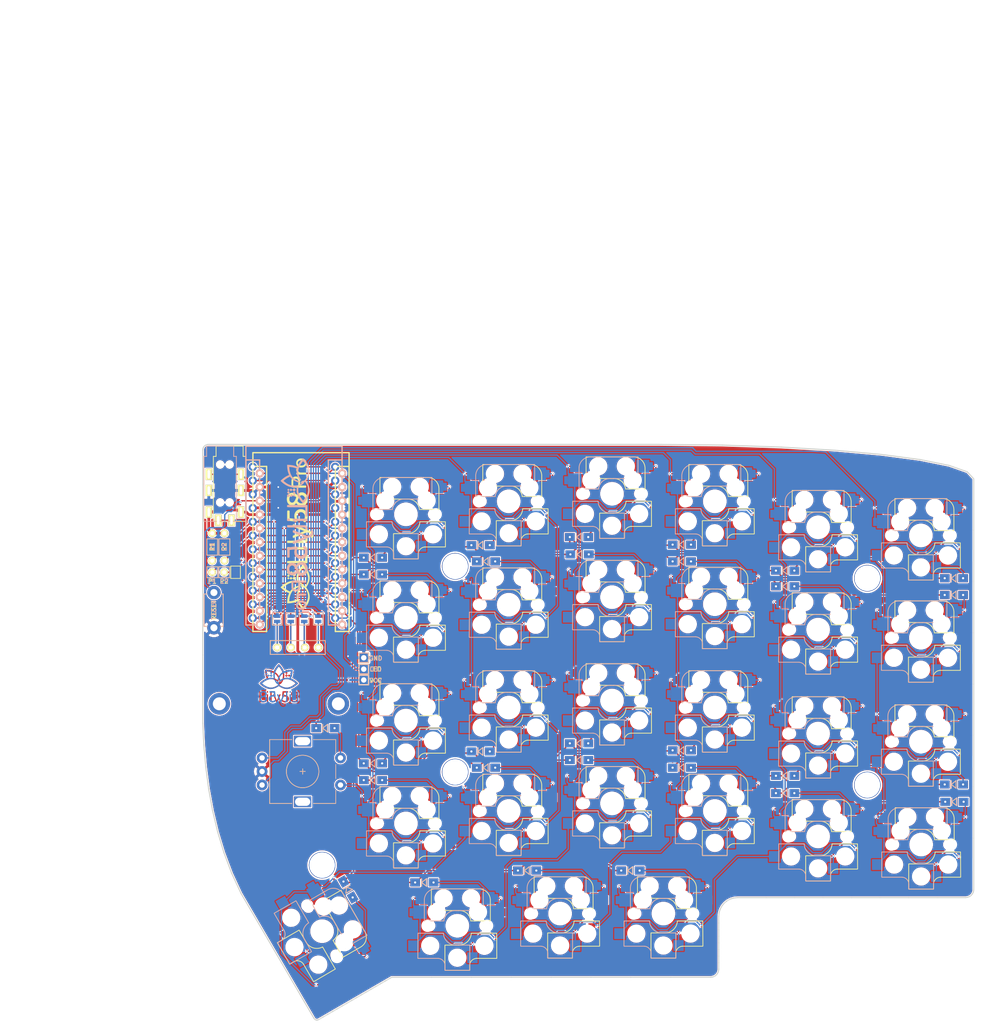
<source format=kicad_pcb>
(kicad_pcb (version 20171130) (host pcbnew "(5.1.4-0)")
  (layers (0 F.Cu signal) (31 B.Cu signal) (34 B.Paste user) (35 F.Paste user) (36 B.SilkS user) (37 F.SilkS user) (38 B.Mask user) (39 F.Mask user) (44 Edge.Cuts user))
  (net 0 "")
  (net 1 "Net-(D1-Pad2)")
  (net 2 row4)
  (net 3 "Net-(D2-Pad2)")
  (net 4 "Net-(D3-Pad2)")
  (net 5 row0)
  (net 6 "Net-(D4-Pad2)")
  (net 7 row1)
  (net 8 "Net-(D5-Pad2)")
  (net 9 row2)
  (net 10 "Net-(D6-Pad2)")
  (net 11 row3)
  (net 12 "Net-(D7-Pad2)")
  (net 13 "Net-(D8-Pad2)")
  (net 14 "Net-(D9-Pad2)")
  (net 15 "Net-(D10-Pad2)")
  (net 16 "Net-(D11-Pad2)")
  (net 17 "Net-(D12-Pad2)")
  (net 18 "Net-(D13-Pad2)")
  (net 19 "Net-(D14-Pad2)")
  (net 20 "Net-(D15-Pad2)")
  (net 21 "Net-(D16-Pad2)")
  (net 22 "Net-(D17-Pad2)")
  (net 23 "Net-(D18-Pad2)")
  (net 24 "Net-(D19-Pad2)")
  (net 25 "Net-(D20-Pad2)")
  (net 26 "Net-(D21-Pad2)")
  (net 27 "Net-(D22-Pad2)")
  (net 28 "Net-(D23-Pad2)")
  (net 29 "Net-(D24-Pad2)")
  (net 30 "Net-(D26-Pad2)")
  (net 31 "Net-(D27-Pad2)")
  (net 32 "Net-(D28-Pad2)")
  (net 33 VCC)
  (net 34 GND)
  (net 35 col0)
  (net 36 col1)
  (net 37 col2)
  (net 38 col3)
  (net 39 col4)
  (net 40 col5)
  (net 41 SDA)
  (net 42 LED)
  (net 43 SCL)
  (net 44 RESET)
  (net 45 "Net-(D29-Pad2)")
  (net 46 "Net-(U1-Pad24)")
  (net 47 "Net-(U1-Pad7)")
  (net 48 DATA)
  (net 49 "Net-(J2-Pad4)")
  (net 50 "Net-(J2-Pad3)")
  (net 51 "Net-(J3-Pad1)")
  (net 52 "Net-(J3-Pad2)")
  (net 53 "Net-(J3-Pad3)")
  (net 54 "Net-(J3-Pad4)")
  (net 55 /ENC_SW2)
  (net 56 /ENC_A)
  (net 57 /ENC_B)
  (module Lily58-footprint:MJ-4PP-9 (layer F.Cu) (at 87.9 39.3)
    (fp_text reference J2 hide)
    (fp_text value 4PIN hide)
    (pad "" np_thru_hole circle (at -1.75 8.5) (size 1.2 1.2) (drill 1.2) (layers *.Cu *.Mask F.SilkS))
    (pad "" np_thru_hole circle (at -1.75 1.5) (size 1.2 1.2) (drill 1.2) (layers *.Cu *.Mask F.SilkS))
    (pad 1 thru_hole rect (at -3.85 10.3) (size 1.2 2.1) (drill oval 0.5 1.6) (layers *.Cu *.Mask F.SilkS) (net 33 VCC) (clearance 0.15))
    (pad 4 thru_hole rect (at 0.35 11.8) (size 1.2 2.1) (drill oval 0.5 1.6) (layers *.Cu *.Mask F.SilkS) (net 49 "Net-(J2-Pad4)") (clearance 0.15))
    (pad 3 thru_hole rect (at -3.85 3.3) (size 1.2 2.1) (drill oval 0.5 1.6) (layers *.Cu *.Mask F.SilkS) (net 50 "Net-(J2-Pad3)") (clearance 0.15))
    (pad 2 thru_hole rect (at -3.85 6.3) (size 1.2 2.1) (drill oval 0.5 1.6) (layers *.Cu *.Mask F.SilkS) (net 34 GND) (clearance 0.15))
    (pad "" np_thru_hole circle (at 0 1.5) (size 1.2 1.2) (drill 1.2) (layers *.Cu *.Mask F.SilkS))
    (pad "" np_thru_hole circle (at 0 8.5) (size 1.2 1.2) (drill 1.2) (layers *.Cu *.Mask F.SilkS))
    (pad 3 thru_hole rect (at 2.1 3.3) (size 1.2 2.1) (drill oval 0.5 1.6) (layers *.Cu *.Mask F.SilkS) (net 50 "Net-(J2-Pad3)") (clearance 0.15))
    (pad 2 thru_hole rect (at 2.1 6.3) (size 1.2 2.1) (drill oval 0.5 1.6) (layers *.Cu *.Mask F.SilkS) (net 34 GND) (clearance 0.15))
    (pad 1 thru_hole rect (at 2.1 10.3) (size 1.2 2.1) (drill oval 0.5 1.6) (layers *.Cu *.Mask F.SilkS) (net 33 VCC) (clearance 0.15))
    (pad 4 thru_hole rect (at -2.1 11.8) (size 1.2 2.1) (drill oval 0.5 1.6) (layers *.Cu *.Mask F.SilkS) (net 49 "Net-(J2-Pad4)") (clearance 0.15))
  )
  (module Lily58-footprint:LED (layer F.Cu) (at 112.7 81.1 180)
    (fp_text reference J1 hide)
    (fp_text value LED hide)
    (fp_text user VCC (at -2.2 0.4 180) (layer B.SilkS) (effects (font (size 0.8 0.8)) (justify mirror)))
    (fp_text user VCC (at -2.2 0.4 180) (layer F.SilkS) (effects (font (size 0.8 0.8))))
    (fp_text user GND (at -2.2 4.5 180) (layer F.SilkS) (effects (font (size 0.8 0.8))))
    (fp_text user LED (at -2.2 2.5 180) (layer B.SilkS) (effects (font (size 0.8 0.8)) (justify mirror)))
    (fp_text user LED (at -2.2 2.5) (layer F.SilkS) (effects (font (size 0.8 0.8))))
    (fp_text user GND (at -2.2 4.5 180) (layer B.SilkS) (effects (font (size 0.8 0.8)) (justify mirror)))
    (pad 3 thru_hole rect (at 0 4.6 180) (size 1.524 1.524) (drill 1) (layers *.Cu *.Mask) (net 34 GND))
    (pad 2 thru_hole rect (at 0 2.5 180) (size 1.524 1.524) (drill 1) (layers *.Cu *.Mask) (net 42 LED))
    (pad 1 thru_hole rect (at 0 0.5 270) (size 1.524 1.524) (drill 1) (layers *.Cu *.Mask) (net 33 VCC))
  )
  (module Lily58-footprint:lily58_logo_2 (layer B.Cu) (at 97 81.5 180)
    (fp_text reference G*** hide)
    (fp_text value LOGO hide)
    (fp_poly (pts (xy 1.418714 2.781746) (xy 1.434649 2.768201) (xy 1.456095 2.748275) (xy 1.480912 2.724136) (xy 1.50696 2.697952) (xy 1.532101 2.67189) (xy 1.554194 2.648117) (xy 1.571101 2.628803) (xy 1.580681 2.616113) (xy 1.582057 2.612854) (xy 1.577145 2.604365) (xy 1.563828 2.588107) (xy 1.544241 2.566258) (xy 1.520514 2.540996) (xy 1.494781 2.5145) (xy 1.469172 2.488948) (xy 1.445822 2.466519) (xy 1.426862 2.44939) (xy 1.414424 2.43974) (xy 1.411288 2.4384) (xy 1.403998 2.443303) (xy 1.38839 2.456882) (xy 1.366299 2.477438) (xy 1.33956 2.503275) (xy 1.31746 2.525197) (xy 1.230889 2.611994) (xy 1.317187 2.699368) (xy 1.346078 2.728223) (xy 1.371693 2.75306) (xy 1.392215 2.772176) (xy 1.405826 2.783869) (xy 1.410428 2.786743) (xy 1.418714 2.781746)) (layer B.Cu) (width 0.01))
    (fp_poly (pts (xy 1.822488 2.810846) (xy 1.838605 2.797331) (xy 1.860907 2.777116) (xy 1.887475 2.75209) (xy 1.91639 2.724146) (xy 1.945733 2.695171) (xy 1.973586 2.667057) (xy 1.998028 2.641694) (xy 2.017142 2.620972) (xy 2.029009 2.606781) (xy 2.032 2.601501) (xy 2.027061 2.594184) (xy 2.013509 2.578756) (xy 1.993243 2.557112) (xy 1.968165 2.53115) (xy 1.940173 2.502766) (xy 1.911167 2.473856) (xy 1.883046 2.446316) (xy 1.857711 2.422043) (xy 1.837061 2.402933) (xy 1.822995 2.390883) (xy 1.81773 2.3876) (xy 1.810614 2.392518) (xy 1.79498 2.406239) (xy 1.772486 2.427213) (xy 1.744786 2.45389) (xy 1.713535 2.484721) (xy 1.707149 2.491105) (xy 1.675685 2.523145) (xy 1.648082 2.552246) (xy 1.625897 2.576685) (xy 1.610686 2.59474) (xy 1.604006 2.604687) (xy 1.603829 2.605502) (xy 1.608829 2.614157) (xy 1.622527 2.630726) (xy 1.642972 2.653259) (xy 1.668213 2.67981) (xy 1.696298 2.70843) (xy 1.725275 2.73717) (xy 1.753193 2.764084) (xy 1.778101 2.787222) (xy 1.798047 2.804638) (xy 1.811079 2.814382) (xy 1.814474 2.815771) (xy 1.822488 2.810846)) (layer B.Cu) (width 0.01))
    (fp_poly (pts (xy 2.316259 2.854318) (xy 2.33277 2.840505) (xy 2.355704 2.819632) (xy 2.383304 2.793461) (xy 2.413812 2.763751) (xy 2.445471 2.732261) (xy 2.476523 2.700752) (xy 2.505212 2.670983) (xy 2.529778 2.644713) (xy 2.548465 2.623703) (xy 2.559515 2.609712) (xy 2.561772 2.605156) (xy 2.556776 2.596826) (xy 2.542962 2.580316) (xy 2.52209 2.557382) (xy 2.495919 2.529782) (xy 2.466208 2.499274) (xy 2.434719 2.467615) (xy 2.403209 2.436562) (xy 2.37344 2.407874) (xy 2.347171 2.383308) (xy 2.326161 2.364621) (xy 2.31217 2.35357) (xy 2.307614 2.351314) (xy 2.299605 2.356261) (xy 2.283003 2.370147) (xy 2.25937 2.391538) (xy 2.230264 2.419001) (xy 2.197246 2.4511) (xy 2.175249 2.472949) (xy 2.141017 2.507668) (xy 2.110519 2.539449) (xy 2.085187 2.566728) (xy 2.066453 2.587945) (xy 2.055748 2.601537) (xy 2.053772 2.605472) (xy 2.058767 2.613802) (xy 2.072581 2.630312) (xy 2.093454 2.653246) (xy 2.119625 2.680846) (xy 2.149335 2.711354) (xy 2.180825 2.743013) (xy 2.212334 2.774066) (xy 2.242103 2.802754) (xy 2.268372 2.82732) (xy 2.289382 2.846007) (xy 2.303373 2.857058) (xy 2.30793 2.859314) (xy 2.316259 2.854318)) (layer B.Cu) (width 0.01))
    (fp_poly (pts (xy 1.419315 2.411628) (xy 1.435102 2.397907) (xy 1.456989 2.377382) (xy 1.48309 2.351973) (xy 1.511519 2.323596) (xy 1.540389 2.294171) (xy 1.567814 2.265615) (xy 1.591909 2.239847) (xy 1.610786 2.218785) (xy 1.622561 2.204346) (xy 1.6256 2.198914) (xy 1.620683 2.190981) (xy 1.607191 2.174927) (xy 1.587008 2.152669) (xy 1.562022 2.126125) (xy 1.534119 2.097215) (xy 1.505184 2.067855) (xy 1.477104 2.039965) (xy 1.451765 2.015462) (xy 1.431054 1.996265) (xy 1.416856 1.984291) (xy 1.411515 1.9812) (xy 1.404723 1.986087) (xy 1.389336 1.999723) (xy 1.366995 2.020569) (xy 1.339343 2.047088) (xy 1.308023 2.077742) (xy 1.301405 2.08429) (xy 1.26975 2.116226) (xy 1.241978 2.145295) (xy 1.219654 2.169773) (xy 1.204343 2.187934) (xy 1.197609 2.198054) (xy 1.197429 2.198914) (xy 1.202346 2.206847) (xy 1.215838 2.222902) (xy 1.236021 2.24516) (xy 1.261007 2.271703) (xy 1.28891 2.300613) (xy 1.317845 2.329973) (xy 1.345925 2.357863) (xy 1.371264 2.382366) (xy 1.391975 2.401564) (xy 1.406173 2.413537) (xy 1.411515 2.416628) (xy 1.419315 2.411628)) (layer B.Cu) (width 0.01))
    (fp_poly (pts (xy 2.412968 2.227975) (xy 2.444769 2.195711) (xy 2.472714 2.166365) (xy 2.495258 2.141642) (xy 2.510855 2.123248) (xy 2.517959 2.112889) (xy 2.518229 2.111825) (xy 2.513229 2.103132) (xy 2.499532 2.086527) (xy 2.479088 2.063958) (xy 2.453849 2.037375) (xy 2.425765 2.008727) (xy 2.396788 1.979964) (xy 2.368869 1.953035) (xy 2.34396 1.92989) (xy 2.32401 1.912478) (xy 2.310972 1.902748) (xy 2.307584 1.901371) (xy 2.299366 1.906309) (xy 2.282718 1.920093) (xy 2.25934 1.941177) (xy 2.230936 1.968016) (xy 2.199208 1.999064) (xy 2.191625 2.006632) (xy 2.086552 2.111893) (xy 2.19713 2.22247) (xy 2.307707 2.333048) (xy 2.412968 2.227975)) (layer B.Cu) (width 0.01))
    (fp_poly (pts (xy 2.316339 1.867433) (xy 2.332458 1.854126) (xy 2.354185 1.834553) (xy 2.379347 1.810846) (xy 2.405768 1.785139) (xy 2.431274 1.759563) (xy 2.45369 1.73625) (xy 2.470842 1.717332) (xy 2.480554 1.704942) (xy 2.481943 1.701795) (xy 2.477103 1.694889) (xy 2.463959 1.679952) (xy 2.444575 1.659089) (xy 2.421016 1.634409) (xy 2.395345 1.608018) (xy 2.369626 1.582023) (xy 2.345923 1.558531) (xy 2.326301 1.53965) (xy 2.312824 1.527485) (xy 2.307772 1.524) (xy 2.301622 1.528881) (xy 2.287047 1.542389) (xy 2.26582 1.562825) (xy 2.239713 1.588489) (xy 2.218758 1.60938) (xy 2.190385 1.638245) (xy 2.166018 1.66383) (xy 2.147365 1.684278) (xy 2.136133 1.69773) (xy 2.1336 1.702027) (xy 2.138619 1.710227) (xy 2.152222 1.726035) (xy 2.172232 1.747324) (xy 2.196468 1.771967) (xy 2.222751 1.797834) (xy 2.248904 1.822798) (xy 2.272746 1.844732) (xy 2.292099 1.861507) (xy 2.304783 1.870995) (xy 2.308004 1.872343) (xy 2.316339 1.867433)) (layer B.Cu) (width 0.01))
    (fp_poly (pts (xy 1.913116 1.917225) (xy 1.922787 1.909656) (xy 1.939958 1.894004) (xy 1.962722 1.872204) (xy 1.989169 1.846194) (xy 2.01739 1.817907) (xy 2.045477 1.789281) (xy 2.071521 1.76225) (xy 2.093613 1.73875) (xy 2.109843 1.720717) (xy 2.118304 1.710087) (xy 2.119086 1.708361) (xy 2.114077 1.700582) (xy 2.100331 1.684834) (xy 2.07977 1.663002) (xy 2.054319 1.636967) (xy 2.025899 1.608614) (xy 1.996433 1.579824) (xy 1.967844 1.552482) (xy 1.942055 1.528469) (xy 1.920989 1.509668) (xy 1.906568 1.497964) (xy 1.901184 1.494971) (xy 1.892884 1.499906) (xy 1.876217 1.51365) (xy 1.85294 1.534617) (xy 1.824811 1.561217) (xy 1.793589 1.591864) (xy 1.790603 1.594851) (xy 1.759721 1.62633) (xy 1.732731 1.65487) (xy 1.711217 1.67871) (xy 1.696764 1.696089) (xy 1.690959 1.705246) (xy 1.690915 1.705616) (xy 1.695852 1.713848) (xy 1.709628 1.7305) (xy 1.730691 1.75386) (xy 1.757487 1.782216) (xy 1.788464 1.813855) (xy 1.795188 1.820589) (xy 1.831119 1.856213) (xy 1.858408 1.882553) (xy 1.878481 1.900778) (xy 1.892764 1.912057) (xy 1.902684 1.91756) (xy 1.909668 1.918454) (xy 1.913116 1.917225)) (layer B.Cu) (width 0.01))
    (fp_poly (pts (xy 1.421348 1.954371) (xy 1.439163 1.940401) (xy 1.463159 1.919324) (xy 1.491532 1.892945) (xy 1.522479 1.863069) (xy 1.554195 1.8315) (xy 1.584877 1.800044) (xy 1.612721 1.770505) (xy 1.635924 1.744688) (xy 1.652681 1.724399) (xy 1.66119 1.711442) (xy 1.661886 1.708897) (xy 1.656909 1.699901) (xy 1.643144 1.682726) (xy 1.622343 1.659149) (xy 1.596257 1.630948) (xy 1.566636 1.599901) (xy 1.535233 1.567785) (xy 1.503796 1.53638) (xy 1.474079 1.507462) (xy 1.447831 1.482809) (xy 1.426804 1.464199) (xy 1.412748 1.45341) (xy 1.408305 1.451428) (xy 1.400403 1.456351) (xy 1.38389 1.470155) (xy 1.36035 1.49139) (xy 1.33137 1.518608) (xy 1.298535 1.55036) (xy 1.279575 1.569064) (xy 1.245428 1.603387) (xy 1.214748 1.634992) (xy 1.189065 1.662239) (xy 1.169911 1.68349) (xy 1.158814 1.697104) (xy 1.156731 1.700639) (xy 1.157392 1.707365) (xy 1.163318 1.717955) (xy 1.175496 1.73355) (xy 1.194914 1.755292) (xy 1.222559 1.784326) (xy 1.259419 1.821792) (xy 1.274574 1.837003) (xy 1.317749 1.879601) (xy 1.353658 1.913703) (xy 1.381675 1.938748) (xy 1.401174 1.954176) (xy 1.411517 1.959428) (xy 1.421348 1.954371)) (layer B.Cu) (width 0.01))
    (fp_poly (pts (xy 0.078092 3.748263) (xy 0.237453 3.575434) (xy 0.386427 3.392484) (xy 0.524948 3.19949) (xy 0.548489 3.164114) (xy 0.656724 2.98901) (xy 0.750642 2.814569) (xy 0.83023 2.640857) (xy 0.895475 2.467939) (xy 0.946363 2.29588) (xy 0.98288 2.124745) (xy 1.005013 1.9546) (xy 1.012748 1.785509) (xy 1.006072 1.617539) (xy 0.98497 1.450753) (xy 0.949431 1.285218) (xy 0.943993 1.264693) (xy 0.935685 1.233985) (xy 0.864316 1.211813) (xy 0.825821 1.199395) (xy 0.784696 1.185396) (xy 0.747902 1.172208) (xy 0.736557 1.167926) (xy 0.710323 1.158407) (xy 0.689601 1.151981) (xy 0.677785 1.149658) (xy 0.676399 1.149982) (xy 0.676674 1.158133) (xy 0.680561 1.176823) (xy 0.687318 1.20275) (xy 0.691518 1.217319) (xy 0.729788 1.368959) (xy 0.754242 1.520192) (xy 0.764833 1.671442) (xy 0.761512 1.823133) (xy 0.74423 1.975688) (xy 0.71294 2.12953) (xy 0.667593 2.285083) (xy 0.608141 2.44277) (xy 0.534535 2.603016) (xy 0.532958 2.60617) (xy 0.493733 2.682587) (xy 0.456381 2.750847) (xy 0.417788 2.816314) (xy 0.37484 2.884351) (xy 0.345938 2.928257) (xy 0.276796 3.027892) (xy 0.201006 3.129752) (xy 0.122143 3.229243) (xy 0.043777 3.321775) (xy 0.012809 3.356428) (xy -0.020192 3.392714) (xy -0.036297 3.3782) (xy -0.050449 3.363876) (xy -0.071852 3.340211) (xy -0.098778 3.309267) (xy -0.129496 3.273104) (xy -0.162278 3.233784) (xy -0.195392 3.193368) (xy -0.22711 3.153916) (xy -0.255702 3.117491) (xy -0.262522 3.108624) (xy -0.331453 3.014616) (xy -0.400239 2.913451) (xy -0.465221 2.810703) (xy -0.521506 2.714171) (xy -0.543533 2.673297) (xy -0.566606 2.62835) (xy -0.589898 2.58117) (xy -0.61258 2.533596) (xy -0.633826 2.487467) (xy -0.652808 2.444622) (xy -0.668697 2.406902) (xy -0.680667 2.376144) (xy -0.68789 2.354189) (xy -0.689537 2.342875) (xy -0.689006 2.341943) (xy -0.682045 2.337037) (xy -0.665794 2.325755) (xy -0.642919 2.309945) (xy -0.624114 2.296981) (xy -0.492716 2.197747) (xy -0.370449 2.087318) (xy -0.257293 1.965665) (xy -0.153229 1.832762) (xy -0.058238 1.688581) (xy 0.027699 1.533096) (xy 0.104601 1.366278) (xy 0.172488 1.188101) (xy 0.188841 1.139371) (xy 0.2029 1.095706) (xy 0.216013 1.053852) (xy 0.227224 1.016944) (xy 0.235578 0.988118) (xy 0.239609 0.972785) (xy 0.244495 0.949793) (xy 0.245199 0.936682) (xy 0.241427 0.929348) (xy 0.236232 0.925613) (xy 0.225568 0.918954) (xy 0.205448 0.906154) (xy 0.178601 0.888959) (xy 0.147758 0.869113) (xy 0.142623 0.8658) (xy 0.112477 0.8469) (xy 0.086769 0.831824) (xy 0.067864 0.821883) (xy 0.058127 0.818386) (xy 0.057434 0.818629) (xy 0.053771 0.82752) (xy 0.047625 0.846943) (xy 0.040087 0.873359) (xy 0.036852 0.885371) (xy -0.010296 1.043231) (xy -0.066363 1.19516) (xy -0.130692 1.339967) (xy -0.202624 1.476463) (xy -0.2815 1.603456) (xy -0.366663 1.719757) (xy -0.457452 1.824176) (xy -0.513158 1.87951) (xy -0.632074 1.98128) (xy -0.761849 2.073745) (xy -0.902527 2.156921) (xy -1.054154 2.230826) (xy -1.216775 2.295474) (xy -1.390436 2.350883) (xy -1.57518 2.39707) (xy -1.771055 2.434049) (xy -1.978104 2.461839) (xy -2.165406 2.478418) (xy -2.229869 2.482856) (xy -2.224829 2.400757) (xy -2.205247 2.180459) (xy -2.174058 1.968746) (xy -2.131221 1.765436) (xy -2.076693 1.570344) (xy -2.010433 1.383287) (xy -1.975468 1.298651) (xy -1.961176 1.265617) (xy -1.864145 1.281947) (xy -1.699162 1.302736) (xy -1.533849 1.30957) (xy -1.367979 1.302401) (xy -1.201324 1.28118) (xy -1.033654 1.245857) (xy -0.864743 1.196384) (xy -0.694361 1.132712) (xy -0.52228 1.054792) (xy -0.348273 0.962575) (xy -0.332609 0.953629) (xy -0.290312 0.928795) (xy -0.245647 0.901635) (xy -0.200663 0.873489) (xy -0.15741 0.845697) (xy -0.117937 0.819599) (xy -0.084293 0.796534) (xy -0.058527 0.777843) (xy -0.042687 0.764863) (xy -0.040505 0.762653) (xy -0.034204 0.754723) (xy -0.032838 0.747322) (xy -0.037659 0.737341) (xy -0.049918 0.721673) (xy -0.06331 0.705987) (xy -0.086219 0.67794) (xy -0.109796 0.646818) (xy -0.126618 0.622786) (xy -0.15381 0.581543) (xy -0.220993 0.628059) (xy -0.358992 0.717374) (xy -0.502026 0.79805) (xy -0.648322 0.869374) (xy -0.796109 0.930631) (xy -0.943613 0.981105) (xy -1.089064 1.020083) (xy -1.23069 1.04685) (xy -1.273628 1.052567) (xy -1.329853 1.057413) (xy -1.395797 1.060096) (xy -1.466835 1.06066) (xy -1.538338 1.059146) (xy -1.605683 1.055597) (xy -1.664241 1.050056) (xy -1.673221 1.048888) (xy -1.828826 1.020701) (xy -1.986462 0.978541) (xy -2.14551 0.922702) (xy -2.305349 0.85348) (xy -2.46536 0.771172) (xy -2.624924 0.676073) (xy -2.78342 0.568478) (xy -2.940229 0.448685) (xy -2.954243 0.437311) (xy -2.989713 0.408064) (xy -3.025558 0.377957) (xy -3.058295 0.349949) (xy -3.084443 0.327002) (xy -3.091543 0.320577) (xy -3.138714 0.277352) (xy -3.120571 0.257535) (xy -3.093013 0.229962) (xy -3.055232 0.195885) (xy -3.009125 0.156786) (xy -2.956587 0.114146) (xy -2.899516 0.069448) (xy -2.839808 0.024173) (xy -2.779359 -0.020196) (xy -2.720067 -0.062179) (xy -2.663827 -0.100293) (xy -2.656114 -0.105361) (xy -2.505598 -0.198671) (xy -2.35881 -0.27899) (xy -2.214321 -0.346897) (xy -2.070706 -0.40297) (xy -1.926536 -0.447787) (xy -1.780385 -0.481926) (xy -1.685872 -0.498329) (xy -1.631307 -0.504546) (xy -1.566449 -0.508662) (xy -1.495366 -0.510683) (xy -1.422125 -0.510612) (xy -1.350793 -0.508454) (xy -1.28544 -0.504211) (xy -1.230131 -0.497888) (xy -1.230085 -0.497881) (xy -1.074248 -0.467633) (xy -0.916109 -0.423613) (xy -0.756602 -0.366201) (xy -0.596661 -0.295775) (xy -0.43722 -0.212711) (xy -0.279213 -0.11739) (xy -0.261505 -0.105874) (xy -0.201811 -0.06412) (xy -0.154119 -0.024568) (xy -0.11649 0.014613) (xy -0.086982 0.055252) (xy -0.082232 0.06312) (xy -0.057692 0.114616) (xy -0.038673 0.17393) (xy -0.027063 0.234824) (xy -0.025473 0.250371) (xy -0.020011 0.305733) (xy -0.013157 0.350465) (xy -0.004008 0.388443) (xy 0.008337 0.423545) (xy 0.021802 0.453571) (xy 0.0395 0.486217) (xy 0.060499 0.51928) (xy 0.08069 0.546366) (xy 0.083588 0.549737) (xy 0.100765 0.566672) (xy 0.124906 0.587141) (xy 0.153748 0.609587) (xy 0.185025 0.632447) (xy 0.216474 0.654163) (xy 0.245829 0.673174) (xy 0.270826 0.68792) (xy 0.289201 0.696842) (xy 0.298689 0.698378) (xy 0.298995 0.698136) (xy 0.303347 0.686558) (xy 0.306633 0.66367) (xy 0.308794 0.632641) (xy 0.309774 0.596638) (xy 0.309515 0.558831) (xy 0.307959 0.522388) (xy 0.305051 0.490478) (xy 0.303004 0.476836) (xy 0.292858 0.420273) (xy 0.309234 0.440551) (xy 0.323794 0.460468) (xy 0.343881 0.490605) (xy 0.36799 0.528483) (xy 0.394614 0.571626) (xy 0.422243 0.617559) (xy 0.449372 0.663805) (xy 0.474494 0.707886) (xy 0.4961 0.747328) (xy 0.497115 0.749235) (xy 0.547915 0.844868) (xy 0.619087 0.87664) (xy 0.651372 0.890667) (xy 0.687309 0.905655) (xy 0.724408 0.920641) (xy 0.760177 0.93466) (xy 0.792124 0.94675) (xy 0.817759 0.955947) (xy 0.834589 0.961288) (xy 0.840096 0.962095) (xy 0.838993 0.953818) (xy 0.83191 0.934555) (xy 0.819731 0.906106) (xy 0.803342 0.870272) (xy 0.783628 0.828854) (xy 0.761473 0.783653) (xy 0.737764 0.73647) (xy 0.713384 0.689106) (xy 0.68922 0.643362) (xy 0.666156 0.601039) (xy 0.645078 0.563938) (xy 0.641024 0.557041) (xy 0.589606 0.472367) (xy 0.542438 0.399781) (xy 0.498246 0.337952) (xy 0.455757 0.285545) (xy 0.413697 0.241227) (xy 0.370792 0.203666) (xy 0.32577 0.171528) (xy 0.277356 0.14348) (xy 0.224277 0.118188) (xy 0.220083 0.11637) (xy 0.190623 0.103428) (xy 0.171522 0.093645) (xy 0.159776 0.084507) (xy 0.152385 0.073503) (xy 0.146345 0.058119) (xy 0.144684 0.053265) (xy 0.13508 0.027333) (xy 0.124899 0.003255) (xy 0.12099 -0.004846) (xy 0.11395 -0.02057) (xy 0.114981 -0.03047) (xy 0.124906 -0.041297) (xy 0.125501 -0.041846) (xy 0.137384 -0.051165) (xy 0.158724 -0.066361) (xy 0.186739 -0.085507) (xy 0.218646 -0.106677) (xy 0.22666 -0.1119) (xy 0.389471 -0.2107) (xy 0.552946 -0.296137) (xy 0.716562 -0.368002) (xy 0.879796 -0.426086) (xy 1.042127 -0.470177) (xy 1.186543 -0.497651) (xy 1.237438 -0.503557) (xy 1.298306 -0.507783) (xy 1.365168 -0.510292) (xy 1.434046 -0.511045) (xy 1.500959 -0.510007) (xy 1.561929 -0.507139) (xy 1.612977 -0.502404) (xy 1.618343 -0.501695) (xy 1.780901 -0.472295) (xy 1.944447 -0.428745) (xy 2.108243 -0.371306) (xy 2.271552 -0.300241) (xy 2.433637 -0.21581) (xy 2.450096 -0.206444) (xy 2.541078 -0.151715) (xy 2.636029 -0.089946) (xy 2.731929 -0.023346) (xy 2.825759 0.045875) (xy 2.914501 0.115506) (xy 2.995135 0.183338) (xy 3.048 0.231255) (xy 3.095172 0.275682) (xy 3.058886 0.309517) (xy 3.026193 0.338962) (xy 2.985032 0.374453) (xy 2.938575 0.413371) (xy 2.889997 0.453095) (xy 2.842472 0.491006) (xy 2.799175 0.524484) (xy 2.790372 0.531115) (xy 2.633833 0.641692) (xy 2.475693 0.740354) (xy 2.316813 0.82668) (xy 2.158055 0.90025) (xy 2.000282 0.960645) (xy 1.844355 1.007445) (xy 1.781128 1.022612) (xy 1.685335 1.040202) (xy 1.582178 1.052591) (xy 1.476015 1.059571) (xy 1.371203 1.060938) (xy 1.2721 1.056484) (xy 1.208067 1.04974) (xy 1.148355 1.040406) (xy 1.083138 1.0281) (xy 1.017336 1.013887) (xy 0.955864 0.998832) (xy 0.903641 0.984003) (xy 0.900997 0.983171) (xy 0.874217 0.974998) (xy 0.858649 0.971349) (xy 0.851794 0.971984) (xy 0.851154 0.976664) (xy 0.851675 0.978447) (xy 0.855249 0.989046) (xy 0.86268 1.01089) (xy 0.873119 1.041497) (xy 0.88572 1.07838) (xy 0.897286 1.112193) (xy 0.911531 1.154782) (xy 0.922497 1.18663) (xy 0.932435 1.209655) (xy 0.943596 1.225778) (xy 0.958228 1.236918) (xy 0.978584 1.244995) (xy 1.006912 1.251929) (xy 1.045462 1.259639) (xy 1.077686 1.266103) (xy 1.248866 1.294227) (xy 1.419001 1.307932) (xy 1.587938 1.307216) (xy 1.755521 1.292079) (xy 1.886857 1.269923) (xy 2.049897 1.230031) (xy 2.215176 1.176582) (xy 2.381669 1.110163) (xy 2.548351 1.03136) (xy 2.714197 0.94076) (xy 2.878182 0.838949) (xy 3.03928 0.726513) (xy 3.196467 0.604038) (xy 3.348717 0.472111) (xy 3.45072 0.375519) (xy 3.552372 0.275696) (xy 3.439647 0.165062) (xy 3.292897 0.028622) (xy 3.139305 -0.099677) (xy 2.980247 -0.218966) (xy 2.817101 -0.328373) (xy 2.651243 -0.427029) (xy 2.484049 -0.514064) (xy 2.316897 -0.588608) (xy 2.151162 -0.64979) (xy 2.149541 -0.650324) (xy 1.983017 -0.698512) (xy 1.81805 -0.732965) (xy 1.654064 -0.753642) (xy 1.490483 -0.760499) (xy 1.326734 -0.753496) (xy 1.16224 -0.732592) (xy 0.996426 -0.697743) (xy 0.828717 -0.648908) (xy 0.658538 -0.586047) (xy 0.537029 -0.533397) (xy 0.461836 -0.497224) (xy 0.382193 -0.455922) (xy 0.301149 -0.411261) (xy 0.22175 -0.36501) (xy 0.147045 -0.31894) (xy 0.08008 -0.27482) (xy 0.029276 -0.23849) (xy 0.002614 -0.219055) (xy -0.015546 -0.208023) (xy -0.027882 -0.204543) (xy -0.037074 -0.207766) (xy -0.044388 -0.215104) (xy -0.05387 -0.223386) (xy -0.072949 -0.237761) (xy -0.099072 -0.256377) (xy -0.129687 -0.277384) (xy -0.137805 -0.282834) (xy -0.305053 -0.387951) (xy -0.473051 -0.480397) (xy -0.641268 -0.560012) (xy -0.809176 -0.626638) (xy -0.976245 -0.680115) (xy -1.141948 -0.720284) (xy -1.305754 -0.746985) (xy -1.467135 -0.760058) (xy -1.625562 -0.759346) (xy -1.7018 -0.75393) (xy -1.871254 -0.731003) (xy -2.042236 -0.693861) (xy -2.21431 -0.642671) (xy -2.387043 -0.577598) (xy -2.560001 -0.49881) (xy -2.73275 -0.406472) (xy -2.904856 -0.300751) (xy -2.933775 -0.281622) (xy -3.042975 -0.205483) (xy -3.153607 -0.122392) (xy -3.262414 -0.035018) (xy -3.366138 0.053974) (xy -3.461521 0.141916) (xy -3.512457 0.192119) (xy -3.595914 0.276729) (xy -3.486835 0.383293) (xy -3.335802 0.522998) (xy -3.177728 0.6542) (xy -3.014009 0.776002) (xy -2.846043 0.887504) (xy -2.675224 0.987809) (xy -2.502951 1.076018) (xy -2.330619 1.151232) (xy -2.240459 1.185262) (xy -2.234063 1.188861) (xy -2.232847 1.19552) (xy -2.237377 1.208442) (xy -2.248218 1.230828) (xy -2.248678 1.231743) (xy -2.263846 1.264175) (xy -2.282274 1.307249) (xy -2.302735 1.357802) (xy -2.324001 1.412672) (xy -2.344843 1.468698) (xy -2.364036 1.522717) (xy -2.379057 1.567543) (xy -2.428432 1.737874) (xy -2.46996 1.917378) (xy -2.503125 2.102701) (xy -2.527408 2.290488) (xy -2.542291 2.477383) (xy -2.547257 2.657168) (xy -2.547257 2.801257) (xy -2.418443 2.801227) (xy -2.246507 2.79667) (xy -2.071305 2.78338) (xy -1.895135 2.76181) (xy -1.720294 2.732416) (xy -1.54908 2.695651) (xy -1.383791 2.65197) (xy -1.226724 2.601827) (xy -1.080177 2.545677) (xy -1.041281 2.528913) (xy -1.007997 2.51431) (xy -0.979098 2.501862) (xy -0.957385 2.492757) (xy -0.945659 2.488187) (xy -0.944877 2.487951) (xy -0.93795 2.493417) (xy -0.927609 2.51158) (xy -0.914509 2.541202) (xy -0.90781 2.558143) (xy -0.832658 2.73553) (xy -0.743847 2.912444) (xy -0.642211 3.087624) (xy -0.528585 3.259805) (xy -0.403803 3.427726) (xy -0.268698 3.590124) (xy -0.124106 3.745735) (xy -0.121571 3.748314) (xy -0.021617 3.849914) (xy 0.078092 3.748263)) (layer B.Cu) (width 0.01))
    (fp_poly (pts (xy -2.090489 -1.162223) (xy -2.060579 -1.163924) (xy -2.041134 -1.16659) (xy -2.028107 -1.171538) (xy -2.017453 -1.180084) (xy -2.009558 -1.188556) (xy -2.000823 -1.198791) (xy -1.994908 -1.208369) (xy -1.991264 -1.220278) (xy -1.989341 -1.237506) (xy -1.988588 -1.263043) (xy -1.988457 -1.299877) (xy -1.988457 -1.303249) (xy -1.989034 -1.33932) (xy -1.990606 -1.371025) (xy -1.992937 -1.395033) (xy -1.99579 -1.408012) (xy -1.995929 -1.408288) (xy -2.010359 -1.425057) (xy -2.033673 -1.436242) (xy -2.067609 -1.442389) (xy -2.109654 -1.444065) (xy -2.142504 -1.442961) (xy -2.170466 -1.440088) (xy -2.189209 -1.435928) (xy -2.191657 -1.434892) (xy -2.210017 -1.421795) (xy -2.222739 -1.402495) (xy -2.230447 -1.374928) (xy -2.233759 -1.337027) (xy -2.233591 -1.2954) (xy -2.23049 -1.247041) (xy -2.223294 -1.211333) (xy -2.210195 -1.186597) (xy -2.189389 -1.171153) (xy -2.15907 -1.16332) (xy -2.117432 -1.161417) (xy -2.090489 -1.162223)) (layer B.Cu) (width 0.01))
    (fp_poly (pts (xy -2.099347 -1.742825) (xy -2.069088 -1.744379) (xy -2.049378 -1.746851) (xy -2.036255 -1.751501) (xy -2.025758 -1.759588) (xy -2.01689 -1.769043) (xy -1.995714 -1.792743) (xy -1.995714 -3.185657) (xy -2.01689 -3.209357) (xy -2.028101 -3.221028) (xy -2.038776 -3.228197) (xy -2.052912 -3.232118) (xy -2.074506 -3.234044) (xy -2.098533 -3.234949) (xy -2.141248 -3.234519) (xy -2.171617 -3.23002) (xy -2.182857 -3.226114) (xy -2.19027 -3.222918) (xy -2.196824 -3.219822) (xy -2.202571 -3.215963) (xy -2.207565 -3.210477) (xy -2.211858 -3.2025) (xy -2.215503 -3.191169) (xy -2.218553 -3.175619) (xy -2.22106 -3.154987) (xy -2.223079 -3.128409) (xy -2.224661 -3.095021) (xy -2.225859 -3.05396) (xy -2.226726 -3.004362) (xy -2.227316 -2.945362) (xy -2.22768 -2.876098) (xy -2.227872 -2.795706) (xy -2.227945 -2.703321) (xy -2.227951 -2.59808) (xy -2.227943 -2.4892) (xy -2.227951 -2.371608) (xy -2.22794 -2.267661) (xy -2.227858 -2.176493) (xy -2.227655 -2.097233) (xy -2.227277 -2.029015) (xy -2.226673 -1.970969) (xy -2.225791 -1.922228) (xy -2.22458 -1.881923) (xy -2.222987 -1.849186) (xy -2.220961 -1.823149) (xy -2.21845 -1.802943) (xy -2.215402 -1.787699) (xy -2.211765 -1.776551) (xy -2.207488 -1.768629) (xy -2.202519 -1.763065) (xy -2.196805 -1.758991) (xy -2.190295 -1.755538) (xy -2.183971 -1.752379) (xy -2.166714 -1.745901) (xy -2.144306 -1.742714) (xy -2.112823 -1.742372) (xy -2.099347 -1.742825)) (layer B.Cu) (width 0.01))
    (fp_poly (pts (xy -3.493894 -1.162254) (xy -3.462656 -1.164125) (xy -3.441948 -1.167249) (xy -3.42779 -1.172639) (xy -3.416199 -1.181314) (xy -3.415055 -1.182376) (xy -3.399942 -1.202035) (xy -3.389319 -1.225202) (xy -3.389115 -1.225918) (xy -3.387953 -1.237468) (xy -3.386883 -1.263198) (xy -3.38591 -1.302776) (xy -3.385034 -1.355868) (xy -3.38426 -1.422141) (xy -3.383589 -1.501263) (xy -3.383024 -1.592899) (xy -3.382568 -1.696716) (xy -3.382224 -1.812382) (xy -3.381994 -1.939563) (xy -3.381881 -2.077925) (xy -3.381869 -2.135252) (xy -3.381828 -3.018647) (xy -2.93565 -3.020624) (xy -2.489472 -3.0226) (xy -2.46575 -3.046324) (xy -2.45343 -3.059618) (xy -2.44633 -3.071774) (xy -2.44302 -3.087426) (xy -2.442069 -3.111211) (xy -2.442028 -3.123198) (xy -2.444158 -3.162943) (xy -2.451316 -3.191395) (xy -2.46466 -3.211251) (xy -2.485347 -3.225206) (xy -2.485904 -3.225472) (xy -2.49805 -3.227798) (xy -2.523219 -3.229882) (xy -2.559984 -3.231723) (xy -2.60692 -3.233322) (xy -2.6626 -3.234678) (xy -2.725599 -3.235792) (xy -2.79449 -3.236664) (xy -2.867847 -3.237294) (xy -2.944245 -3.237683) (xy -3.022257 -3.23783) (xy -3.100457 -3.237736) (xy -3.177419 -3.237401) (xy -3.251717 -3.236826) (xy -3.321925 -3.236009) (xy -3.386616 -3.234953) (xy -3.444366 -3.233656) (xy -3.493747 -3.232119) (xy -3.533334 -3.230342) (xy -3.5617 -3.228326) (xy -3.57742 -3.22607) (xy -3.579494 -3.225326) (xy -3.585363 -3.22242) (xy -3.590657 -3.21991) (xy -3.595406 -3.217073) (xy -3.59964 -3.213184) (xy -3.603387 -3.20752) (xy -3.606678 -3.199356) (xy -3.609542 -3.187969) (xy -3.612009 -3.172635) (xy -3.614107 -3.15263) (xy -3.615867 -3.12723) (xy -3.617318 -3.09571) (xy -3.618489 -3.057348) (xy -3.619411 -3.01142) (xy -3.620111 -2.9572) (xy -3.620621 -2.893966) (xy -3.620969 -2.820994) (xy -3.621185 -2.737559) (xy -3.621299 -2.642938) (xy -3.621339 -2.536406) (xy -3.621336 -2.417241) (xy -3.621319 -2.284717) (xy -3.621314 -2.198915) (xy -3.621328 -2.057983) (xy -3.621349 -1.930843) (xy -3.621345 -1.816771) (xy -3.621285 -1.715043) (xy -3.621138 -1.624937) (xy -3.620871 -1.54573) (xy -3.620455 -1.476697) (xy -3.619856 -1.417116) (xy -3.619045 -1.366264) (xy -3.617988 -1.323417) (xy -3.616656 -1.287853) (xy -3.615016 -1.258848) (xy -3.613037 -1.235679) (xy -3.610688 -1.217623) (xy -3.607937 -1.203956) (xy -3.604752 -1.193956) (xy -3.601103 -1.186898) (xy -3.596958 -1.182061) (xy -3.592285 -1.178721) (xy -3.587053 -1.176154) (xy -3.58123 -1.173638) (xy -3.576648 -1.171448) (xy -3.558925 -1.165031) (xy -3.53516 -1.16201) (xy -3.501579 -1.161965) (xy -3.493894 -1.162254)) (layer B.Cu) (width 0.01))
    (fp_poly (pts (xy 2.929251 -1.141304) (xy 2.993591 -1.146052) (xy 3.052515 -1.15364) (xy 3.098884 -1.163169) (xy 3.192044 -1.193582) (xy 3.274312 -1.233389) (xy 3.346042 -1.282806) (xy 3.407589 -1.342052) (xy 3.426156 -1.364343) (xy 3.470955 -1.432554) (xy 3.502997 -1.50644) (xy 3.522409 -1.584986) (xy 3.529316 -1.667178) (xy 3.523843 -1.752003) (xy 3.506116 -1.838445) (xy 3.47626 -1.925492) (xy 3.434401 -2.012128) (xy 3.380664 -2.09734) (xy 3.326948 -2.166474) (xy 3.288627 -2.211647) (xy 3.340396 -2.247009) (xy 3.40958 -2.30132) (xy 3.468212 -2.36208) (xy 3.515135 -2.427825) (xy 3.549189 -2.497091) (xy 3.557842 -2.521857) (xy 3.567692 -2.566305) (xy 3.573192 -2.619449) (xy 3.574278 -2.676118) (xy 3.570887 -2.731141) (xy 3.562956 -2.779348) (xy 3.561085 -2.786743) (xy 3.530519 -2.872814) (xy 3.487386 -2.952047) (xy 3.432256 -3.023769) (xy 3.365704 -3.087304) (xy 3.288301 -3.141978) (xy 3.234678 -3.171344) (xy 3.170316 -3.200217) (xy 3.108343 -3.221352) (xy 3.044574 -3.235713) (xy 2.974824 -3.244265) (xy 2.902857 -3.247805) (xy 2.859794 -3.248283) (xy 2.818044 -3.247825) (xy 2.781514 -3.246536) (xy 2.754111 -3.244522) (xy 2.746975 -3.2436) (xy 2.652879 -3.223132) (xy 2.561807 -3.192273) (xy 2.47696 -3.152342) (xy 2.40154 -3.10466) (xy 2.391229 -3.096915) (xy 2.325087 -3.03713) (xy 2.268214 -2.96737) (xy 2.222175 -2.889946) (xy 2.188538 -2.807173) (xy 2.183374 -2.789961) (xy 2.175542 -2.758293) (xy 2.170543 -2.726915) (xy 2.167847 -2.691039) (xy 2.166922 -2.645879) (xy 2.166908 -2.6416) (xy 2.168078 -2.610809) (xy 2.453027 -2.610809) (xy 2.456105 -2.665536) (xy 2.464803 -2.714174) (xy 2.467322 -2.723002) (xy 2.494276 -2.786304) (xy 2.533568 -2.844112) (xy 2.583597 -2.894977) (xy 2.642763 -2.937452) (xy 2.709463 -2.970086) (xy 2.757715 -2.985762) (xy 2.794013 -2.992206) (xy 2.839327 -2.995751) (xy 2.88845 -2.996396) (xy 2.936177 -2.99414) (xy 2.9773 -2.988981) (xy 2.991896 -2.985809) (xy 3.059484 -2.962556) (xy 3.119368 -2.930629) (xy 3.170954 -2.891388) (xy 3.213646 -2.846197) (xy 3.24685 -2.796415) (xy 3.26997 -2.743407) (xy 3.282412 -2.688532) (xy 3.28358 -2.633154) (xy 3.272881 -2.578635) (xy 3.249718 -2.526335) (xy 3.21376 -2.477903) (xy 3.192533 -2.456421) (xy 3.169132 -2.436192) (xy 3.14208 -2.416383) (xy 3.109896 -2.396162) (xy 3.071101 -2.374695) (xy 3.024216 -2.351149) (xy 2.967762 -2.324694) (xy 2.900259 -2.294494) (xy 2.845502 -2.270622) (xy 2.697432 -2.206569) (xy 2.662703 -2.232062) (xy 2.611751 -2.275314) (xy 2.564389 -2.326613) (xy 2.522953 -2.382722) (xy 2.489777 -2.440406) (xy 2.467196 -2.496427) (xy 2.464098 -2.50737) (xy 2.455662 -2.556064) (xy 2.453027 -2.610809) (xy 2.168078 -2.610809) (xy 2.169539 -2.572399) (xy 2.178587 -2.511227) (xy 2.195291 -2.452555) (xy 2.220887 -2.390855) (xy 2.224899 -2.382392) (xy 2.256135 -2.326952) (xy 2.296787 -2.269269) (xy 2.34371 -2.212997) (xy 2.393758 -2.161793) (xy 2.443787 -2.119312) (xy 2.462906 -2.105703) (xy 2.491041 -2.08691) (xy 2.466535 -2.069035) (xy 2.451589 -2.056701) (xy 2.429648 -2.03681) (xy 2.403808 -2.012237) (xy 2.38025 -1.988966) (xy 2.329332 -1.931348) (xy 2.291663 -1.873317) (xy 2.266154 -1.812219) (xy 2.251713 -1.745402) (xy 2.247617 -1.6764) (xy 2.529354 -1.6764) (xy 2.529967 -1.710789) (xy 2.532148 -1.735549) (xy 2.536831 -1.755553) (xy 2.544954 -1.775673) (xy 2.5507 -1.787502) (xy 2.575694 -1.826157) (xy 2.611715 -1.866305) (xy 2.655893 -1.905243) (xy 2.70536 -1.940265) (xy 2.72528 -1.952172) (xy 2.749272 -1.964916) (xy 2.781351 -1.980726) (xy 2.819309 -1.998637) (xy 2.860939 -2.017685) (xy 2.904035 -2.036904) (xy 2.946389 -2.05533) (xy 2.985796 -2.071998) (xy 3.020049 -2.085944) (xy 3.04694 -2.096201) (xy 3.064263 -2.101807) (xy 3.06919 -2.102529) (xy 3.07802 -2.096364) (xy 3.092789 -2.081254) (xy 3.110877 -2.059976) (xy 3.118622 -2.050143) (xy 3.15795 -1.992348) (xy 3.192016 -1.928994) (xy 3.219532 -1.863388) (xy 3.239207 -1.798834) (xy 3.249753 -1.738638) (xy 3.2512 -1.710354) (xy 3.244713 -1.641795) (xy 3.225777 -1.57988) (xy 3.19518 -1.5253) (xy 3.153709 -1.478742) (xy 3.102152 -1.440897) (xy 3.041296 -1.412454) (xy 2.971929 -1.394103) (xy 2.894838 -1.386532) (xy 2.881086 -1.386367) (xy 2.804157 -1.391991) (xy 2.7343 -1.408508) (xy 2.672511 -1.43538) (xy 2.619783 -1.47207) (xy 2.57711 -1.51804) (xy 2.548564 -1.565961) (xy 2.539026 -1.588277) (xy 2.533217 -1.608637) (xy 2.530281 -1.631966) (xy 2.52936 -1.663191) (xy 2.529354 -1.6764) (xy 2.247617 -1.6764) (xy 2.247249 -1.670212) (xy 2.247274 -1.665515) (xy 2.254747 -1.579725) (xy 2.275241 -1.499453) (xy 2.308089 -1.425386) (xy 2.352625 -1.358214) (xy 2.408183 -1.298626) (xy 2.474094 -1.247311) (xy 2.549692 -1.204959) (xy 2.634311 -1.172258) (xy 2.727284 -1.149898) (xy 2.749588 -1.146318) (xy 2.802664 -1.141216) (xy 2.86408 -1.139619) (xy 2.929251 -1.141304)) (layer B.Cu) (width 0.01))
    (fp_poly (pts (xy 1.300995 -1.172034) (xy 1.384164 -1.17211) (xy 1.454924 -1.172349) (xy 1.514327 -1.172843) (xy 1.563425 -1.173681) (xy 1.603271 -1.174957) (xy 1.634916 -1.176762) (xy 1.659415 -1.179186) (xy 1.677818 -1.182321) (xy 1.691179 -1.18626) (xy 1.700549 -1.191092) (xy 1.706981 -1.19691) (xy 1.711528 -1.203806) (xy 1.715242 -1.211869) (xy 1.717207 -1.216589) (xy 1.722865 -1.239214) (xy 1.72612 -1.270807) (xy 1.726896 -1.306008) (xy 1.725117 -1.33946) (xy 1.720705 -1.365804) (xy 1.7194 -1.370038) (xy 1.707544 -1.390545) (xy 1.692186 -1.405593) (xy 1.686985 -1.408578) (xy 1.680091 -1.411093) (xy 1.670265 -1.413186) (xy 1.656265 -1.414907) (xy 1.63685 -1.416306) (xy 1.610779 -1.41743) (xy 1.576813 -1.418331) (xy 1.533709 -1.419056) (xy 1.480227 -1.419655) (xy 1.415126 -1.420178) (xy 1.337165 -1.420673) (xy 1.3081 -1.420841) (xy 1.236886 -1.421365) (xy 1.170268 -1.422088) (xy 1.109617 -1.422977) (xy 1.056303 -1.424003) (xy 1.011697 -1.425133) (xy 0.977169 -1.426337) (xy 0.95409 -1.427583) (xy 0.943831 -1.428841) (xy 0.943429 -1.429137) (xy 0.942639 -1.437549) (xy 0.940392 -1.45872) (xy 0.936872 -1.490989) (xy 0.932261 -1.532694) (xy 0.926745 -1.582174) (xy 0.920506 -1.637766) (xy 0.914084 -1.69466) (xy 0.907415 -1.754333) (xy 0.901433 -1.80932) (xy 0.896302 -1.857986) (xy 0.892188 -1.898701) (xy 0.889255 -1.92983) (xy 0.88767 -1.949742) (xy 0.887568 -1.956788) (xy 0.895157 -1.955634) (xy 0.911952 -1.949758) (xy 0.929613 -1.94245) (xy 1.004434 -1.917014) (xy 1.086668 -1.902242) (xy 1.173929 -1.898095) (xy 1.263825 -1.904534) (xy 1.35397 -1.92152) (xy 1.441974 -1.949014) (xy 1.446975 -1.950935) (xy 1.518086 -1.982949) (xy 1.581342 -2.021528) (xy 1.641237 -2.069636) (xy 1.673431 -2.100284) (xy 1.728936 -2.161604) (xy 1.772585 -2.223547) (xy 1.806722 -2.289734) (xy 1.823006 -2.331262) (xy 1.850309 -2.429008) (xy 1.863101 -2.526887) (xy 1.861381 -2.624844) (xy 1.845147 -2.722823) (xy 1.82794 -2.783115) (xy 1.790891 -2.872628) (xy 1.741971 -2.954468) (xy 1.682047 -3.027919) (xy 1.611986 -3.092265) (xy 1.532654 -3.14679) (xy 1.44492 -3.190778) (xy 1.349649 -3.223513) (xy 1.274492 -3.240125) (xy 1.224769 -3.246216) (xy 1.166737 -3.249459) (xy 1.106334 -3.249788) (xy 1.049498 -3.247132) (xy 1.012987 -3.243169) (xy 0.920321 -3.223204) (xy 0.82865 -3.191173) (xy 0.741008 -3.148552) (xy 0.660429 -3.096818) (xy 0.589947 -3.037449) (xy 0.589643 -3.037152) (xy 0.567448 -3.014884) (xy 0.553935 -2.998875) (xy 0.546993 -2.985677) (xy 0.544513 -2.971845) (xy 0.544286 -2.963045) (xy 0.545624 -2.947052) (xy 0.550728 -2.931219) (xy 0.56123 -2.91223) (xy 0.578766 -2.88677) (xy 0.588183 -2.873939) (xy 0.617198 -2.837361) (xy 0.642422 -2.812964) (xy 0.666207 -2.800514) (xy 0.690906 -2.79978) (xy 0.718873 -2.810526) (xy 0.752458 -2.832521) (xy 0.780989 -2.854825) (xy 0.832439 -2.891461) (xy 0.890884 -2.924521) (xy 0.950687 -2.951087) (xy 0.994229 -2.965309) (xy 1.036743 -2.973129) (xy 1.087743 -2.977252) (xy 1.141917 -2.97768) (xy 1.193957 -2.974414) (xy 1.238552 -2.967456) (xy 1.24761 -2.965223) (xy 1.325509 -2.937504) (xy 1.393958 -2.899349) (xy 1.452337 -2.851432) (xy 1.500026 -2.794425) (xy 1.536406 -2.729002) (xy 1.560857 -2.655837) (xy 1.568407 -2.616616) (xy 1.571825 -2.545843) (xy 1.56183 -2.475575) (xy 1.539448 -2.407804) (xy 1.505707 -2.344524) (xy 1.46163 -2.287725) (xy 1.408245 -2.2394) (xy 1.357534 -2.207118) (xy 1.309307 -2.183988) (xy 1.26342 -2.167853) (xy 1.215037 -2.157494) (xy 1.159318 -2.15169) (xy 1.132115 -2.150299) (xy 1.069713 -2.149651) (xy 1.016059 -2.153743) (xy 0.965884 -2.16355) (xy 0.913917 -2.180048) (xy 0.865378 -2.199637) (xy 0.828479 -2.214745) (xy 0.800006 -2.224116) (xy 0.775614 -2.228916) (xy 0.751115 -2.23031) (xy 0.704535 -2.225493) (xy 0.664704 -2.211508) (xy 0.633458 -2.189583) (xy 0.612633 -2.160947) (xy 0.604496 -2.132238) (xy 0.60446 -2.117791) (xy 0.605924 -2.090838) (xy 0.608723 -2.052925) (xy 0.612695 -2.005598) (xy 0.617677 -1.950406) (xy 0.623505 -1.888893) (xy 0.630016 -1.822608) (xy 0.637046 -1.753097) (xy 0.644433 -1.681907) (xy 0.652013 -1.610584) (xy 0.659623 -1.540677) (xy 0.667099 -1.47373) (xy 0.674278 -1.411292) (xy 0.680998 -1.354909) (xy 0.687094 -1.306127) (xy 0.692403 -1.266494) (xy 0.696763 -1.237557) (xy 0.700009 -1.220862) (xy 0.701018 -1.217839) (xy 0.715174 -1.19865) (xy 0.730986 -1.184797) (xy 0.735763 -1.182187) (xy 0.742249 -1.179957) (xy 0.751544 -1.178077) (xy 0.76475 -1.176519) (xy 0.782964 -1.175251) (xy 0.807287 -1.174245) (xy 0.838818 -1.17347) (xy 0.878658 -1.172898) (xy 0.927907 -1.172498) (xy 0.987663 -1.172241) (xy 1.059027 -1.172098) (xy 1.143098 -1.172037) (xy 1.204364 -1.172029) (xy 1.300995 -1.172034)) (layer B.Cu) (width 0.01))
    (fp_poly (pts (xy -1.422438 -1.162965) (xy -1.38598 -1.170438) (xy -1.360688 -1.185037) (xy -1.351386 -1.195939) (xy -1.34949 -1.199587) (xy -1.347787 -1.20496) (xy -1.346262 -1.212842) (xy -1.344901 -1.224018) (xy -1.343688 -1.239271) (xy -1.34261 -1.259385) (xy -1.341652 -1.285144) (xy -1.340799 -1.317333) (xy -1.340038 -1.356734) (xy -1.339353 -1.404131) (xy -1.338731 -1.46031) (xy -1.338156 -1.526052) (xy -1.337615 -1.602144) (xy -1.337093 -1.689367) (xy -1.336575 -1.788507) (xy -1.336047 -1.900347) (xy -1.335495 -2.02567) (xy -1.335314 -2.067963) (xy -1.331685 -2.921) (xy -1.313543 -2.957275) (xy -1.289234 -2.993028) (xy -1.257472 -3.016653) (xy -1.216691 -3.029291) (xy -1.214045 -3.029707) (xy -1.175334 -3.038829) (xy -1.148963 -3.053127) (xy -1.133527 -3.073197) (xy -1.127788 -3.095302) (xy -1.125239 -3.125515) (xy -1.125802 -3.158155) (xy -1.129396 -3.187543) (xy -1.1354 -3.206996) (xy -1.154536 -3.228425) (xy -1.185302 -3.241734) (xy -1.22721 -3.246793) (xy -1.273628 -3.244233) (xy -1.344484 -3.22963) (xy -1.406436 -3.203704) (xy -1.459071 -3.166818) (xy -1.501977 -3.119333) (xy -1.534742 -3.061613) (xy -1.556601 -2.995525) (xy -1.558246 -2.986898) (xy -1.559719 -2.975207) (xy -1.561029 -2.959679) (xy -1.562186 -2.939543) (xy -1.563199 -2.914026) (xy -1.564076 -2.882357) (xy -1.564828 -2.843764) (xy -1.565463 -2.797475) (xy -1.565991 -2.742719) (xy -1.56642 -2.678722) (xy -1.566759 -2.604714) (xy -1.567019 -2.519922) (xy -1.567207 -2.423574) (xy -1.567334 -2.3149) (xy -1.567408 -2.193126) (xy -1.567435 -2.0811) (xy -1.567543 -1.212172) (xy -1.546527 -1.188651) (xy -1.534562 -1.176463) (xy -1.522776 -1.16914) (xy -1.506775 -1.165155) (xy -1.482164 -1.162979) (xy -1.470932 -1.162374) (xy -1.422438 -1.162965)) (layer B.Cu) (width 0.01))
    (fp_poly (pts (xy 0.248955 -1.74337) (xy 0.278216 -1.748098) (xy 0.289624 -1.752258) (xy 0.311575 -1.771141) (xy 0.322843 -1.79792) (xy 0.322246 -1.829519) (xy 0.321123 -1.834247) (xy 0.317541 -1.844099) (xy 0.308818 -1.866378) (xy 0.295362 -1.900095) (xy 0.277577 -1.944264) (xy 0.255868 -1.997897) (xy 0.230642 -2.060006) (xy 0.202304 -2.129605) (xy 0.171259 -2.205707) (xy 0.137914 -2.287323) (xy 0.102672 -2.373467) (xy 0.065941 -2.463151) (xy 0.028126 -2.555389) (xy -0.010369 -2.649193) (xy -0.049137 -2.743575) (xy -0.087772 -2.837548) (xy -0.12587 -2.930126) (xy -0.163025 -3.02032) (xy -0.198831 -3.107143) (xy -0.232883 -3.189609) (xy -0.264774 -3.26673) (xy -0.294101 -3.337519) (xy -0.320456 -3.400987) (xy -0.343435 -3.456149) (xy -0.362632 -3.502017) (xy -0.377642 -3.537603) (xy -0.388058 -3.561921) (xy -0.393476 -3.573982) (xy -0.393556 -3.574143) (xy -0.430279 -3.63507) (xy -0.476215 -3.692137) (xy -0.528408 -3.742315) (xy -0.583901 -3.782573) (xy -0.612033 -3.79807) (xy -0.685239 -3.826573) (xy -0.760318 -3.84174) (xy -0.835286 -3.843303) (xy -0.889691 -3.835508) (xy -0.931644 -3.824122) (xy -0.974036 -3.808767) (xy -1.011414 -3.791593) (xy -1.032146 -3.779319) (xy -1.048265 -3.762135) (xy -1.060005 -3.738689) (xy -1.060452 -3.737257) (xy -1.064378 -3.721239) (xy -1.064356 -3.707443) (xy -1.059476 -3.69121) (xy -1.048827 -3.667879) (xy -1.045632 -3.661356) (xy -1.024527 -3.625599) (xy -1.001844 -3.603255) (xy -0.975443 -3.593556) (xy -0.943181 -3.595732) (xy -0.902917 -3.609015) (xy -0.901481 -3.609612) (xy -0.847768 -3.627554) (xy -0.799789 -3.633298) (xy -0.755054 -3.626606) (xy -0.711074 -3.60724) (xy -0.683008 -3.588701) (xy -0.654263 -3.564197) (xy -0.627125 -3.533603) (xy -0.600547 -3.495264) (xy -0.573481 -3.447528) (xy -0.54488 -3.388739) (xy -0.518904 -3.329609) (xy -0.466753 -3.206539) (xy -0.75589 -2.520039) (xy -0.805414 -2.402222) (xy -0.850779 -2.293819) (xy -0.89182 -2.195238) (xy -0.92837 -2.106889) (xy -0.960264 -2.029179) (xy -0.987334 -1.962516) (xy -1.009415 -1.907309) (xy -1.026341 -1.863966) (xy -1.037945 -1.832895) (xy -1.044061 -1.814505) (xy -1.045028 -1.809803) (xy -1.038695 -1.783185) (xy -1.027525 -1.765705) (xy -1.018641 -1.756317) (xy -1.009216 -1.750244) (xy -0.995872 -1.746629) (xy -0.975233 -1.744619) (xy -0.943919 -1.743357) (xy -0.938625 -1.743196) (xy -0.894339 -1.743534) (xy -0.861559 -1.748263) (xy -0.837681 -1.758361) (xy -0.820105 -1.774806) (xy -0.809596 -1.791693) (xy -0.804667 -1.802697) (xy -0.794857 -1.825894) (xy -0.780685 -1.860006) (xy -0.762666 -1.903751) (xy -0.74132 -1.955851) (xy -0.717162 -2.015025) (xy -0.69071 -2.079994) (xy -0.662482 -2.149478) (xy -0.632994 -2.222197) (xy -0.602765 -2.296871) (xy -0.57231 -2.372221) (xy -0.542147 -2.446967) (xy -0.512794 -2.519828) (xy -0.484768 -2.589526) (xy -0.458586 -2.654781) (xy -0.434765 -2.714312) (xy -0.413823 -2.76684) (xy -0.396277 -2.811085) (xy -0.382644 -2.845768) (xy -0.373441 -2.869608) (xy -0.369185 -2.881326) (xy -0.369141 -2.881472) (xy -0.362725 -2.899275) (xy -0.357014 -2.909303) (xy -0.3556 -2.910115) (xy -0.350651 -2.903867) (xy -0.344225 -2.88822) (xy -0.342019 -2.881339) (xy -0.337854 -2.869641) (xy -0.328819 -2.84581) (xy -0.315422 -2.811128) (xy -0.298173 -2.766877) (xy -0.277582 -2.714337) (xy -0.254157 -2.654791) (xy -0.228408 -2.589519) (xy -0.200845 -2.519805) (xy -0.171976 -2.446928) (xy -0.142311 -2.37217) (xy -0.11236 -2.296814) (xy -0.082631 -2.222141) (xy -0.053635 -2.149431) (xy -0.02588 -2.079967) (xy 0.000123 -2.01503) (xy 0.023867 -1.955902) (xy 0.044841 -1.903864) (xy 0.062536 -1.860198) (xy 0.076443 -1.826185) (xy 0.086052 -1.803107) (xy 0.090854 -1.792246) (xy 0.090865 -1.792223) (xy 0.107401 -1.768947) (xy 0.130164 -1.753472) (xy 0.161591 -1.744759) (xy 0.204116 -1.741766) (xy 0.209003 -1.741742) (xy 0.248955 -1.74337)) (layer B.Cu) (width 0.01))
  )
  (module Lily58-footprint:lily58_logo_Pro (layer F.Cu) (at 100.4 53.6 90)
    (fp_text reference G*** hide)
    (fp_text value LOGO hide)
  )
  (module Lily58-footprint:lily58_logo_Pro (layer B.Cu) (at 100.4 53.7 270)
    (fp_text reference G*** hide)
    (fp_text value LOGO hide)
  )
  (module Lily58-footprint:CherryMX_KailhLowProfile_Hotswap_edge (layer F.Cu) (at 105 127 300)
    (fp_text reference SW26 hide)
    (fp_text value SW_PUSH hide)
    (pad 1 smd rect (at -7.2 -5.1 300) (size 0.7 1.5) (layers F.Cu F.Paste F.Mask) (net 39 col4))
    (pad 1 smd rect (at -8.5 -2.5 300) (size 0.7 1.5) (layers B.Cu B.Paste B.Mask) (net 39 col4))
    (pad 2 smd rect (at 8.5 -2.5 300) (size 0.7 1.5) (layers F.Cu F.Paste F.Mask) (net 30 "Net-(D26-Pad2)"))
    (pad 2 smd rect (at 7.2 -5.1 300) (size 0.7 1.5) (layers B.Cu B.Paste B.Mask) (net 30 "Net-(D26-Pad2)"))
    (pad "" np_thru_hole circle (at 3.81 -2.54 120) (size 3 3) (drill 3) (layers *.Cu *.Mask))
    (pad 1 smd rect (at -5.7 -5.08 120) (size 2.4 2.4) (layers F.Cu F.Paste F.Mask) (net 39 col4))
    (pad "" np_thru_hole circle (at 3.81 -2.54 120) (size 3 3) (drill 3) (layers *.Cu *.Mask))
    (pad "" np_thru_hole circle (at -2.54 -5.08 120) (size 3 3) (drill 3) (layers *.Cu *.Mask))
    (pad 2 smd rect (at 6.9 -2.540001 120) (size 2.5 2.5) (layers F.Cu F.Paste F.Mask) (net 30 "Net-(D26-Pad2)"))
    (pad "" np_thru_hole circle (at 3.825 -2.58 120) (size 0.1 0.1) (drill 0.1) (layers *.Cu *.Mask))
    (pad "" np_thru_hole circle (at 5 3.7 210) (size 3 3) (drill 3) (layers *.Cu *.Mask))
    (pad 2 smd rect (at -2.8 5.9 120) (size 1.8 2) (layers F.Cu F.Paste F.Mask) (net 30 "Net-(D26-Pad2)"))
    (pad 1 smd rect (at 8.1 3.7 120) (size 2 2) (layers F.Cu F.Paste F.Mask) (net 39 col4))
    (pad 1 smd rect (at -8.1 3.7 120) (size 2 2) (layers B.Cu B.Paste B.Mask) (net 39 col4))
    (pad 2 smd rect (at 2.8 5.9 120) (size 1.9 2) (layers B.Cu B.Paste B.Mask) (net 30 "Net-(D26-Pad2)"))
    (pad "" np_thru_hole circle (at -5 3.7 30) (size 3 3) (drill 3) (layers *.Cu *.Mask))
    (pad "" np_thru_hole circle (at 0 5.9 30) (size 3 3) (drill 3) (layers *.Cu *.Mask))
    (pad "" np_thru_hole circle (at -3.825 -2.58 120) (size 0.1 0.1) (drill 0.1) (layers *.Cu *.Mask))
    (pad 1 smd rect (at -6.9 -2.54 120) (size 2.5 2.5) (layers B.Cu B.Paste B.Mask) (net 39 col4))
    (pad "" np_thru_hole circle (at 2.54 -5.08 120) (size 3 3) (drill 3) (layers *.Cu *.Mask))
    (pad "" np_thru_hole circle (at 0 0 30) (size 4 4) (drill 4) (layers *.Cu *.Mask))
    (pad "" np_thru_hole circle (at -5.5 0 30) (size 1.9 1.9) (drill 1.9) (layers *.Cu *.Mask))
    (pad "" np_thru_hole circle (at 5.5 0 30) (size 1.9 1.9) (drill 1.9) (layers *.Cu *.Mask))
    (pad "" np_thru_hole circle (at 5.08 0 300) (size 1.7 1.7) (drill 1.7) (layers *.Cu *.Mask))
    (pad "" np_thru_hole circle (at -5.08 0 300) (size 1.7 1.7) (drill 1.7) (layers *.Cu *.Mask))
    (pad "" np_thru_hole circle (at -3.81 -2.540001 120) (size 3 3) (drill 3) (layers *.Cu *.Mask))
    (pad 2 smd rect (at 5.7 -5.08 120) (size 2.4 2.4) (layers B.Cu B.Paste B.Mask) (net 30 "Net-(D26-Pad2)"))
  )
  (module Lily58-footprint:CherryMX_KailhLowProfile_Hotswap_edge (layer F.Cu) (at 168.1 123.75)
    (fp_text reference SW29 hide)
    (fp_text value SW_PUSH hide)
    (pad 1 smd rect (at -7.2 -5.1) (size 0.7 1.5) (layers F.Cu F.Paste F.Mask) (net 36 col1))
    (pad 1 smd rect (at -8.5 -2.5) (size 0.7 1.5) (layers B.Cu B.Paste B.Mask) (net 36 col1))
    (pad 2 smd rect (at 8.5 -2.5) (size 0.7 1.5) (layers F.Cu F.Paste F.Mask) (net 45 "Net-(D29-Pad2)"))
    (pad 2 smd rect (at 7.2 -5.1) (size 0.7 1.5) (layers B.Cu B.Paste B.Mask) (net 45 "Net-(D29-Pad2)"))
    (pad "" np_thru_hole circle (at 3.81 -2.54 180) (size 3 3) (drill 3) (layers *.Cu *.Mask))
    (pad 1 smd rect (at -5.7 -5.08 180) (size 2.4 2.4) (layers F.Cu F.Paste F.Mask) (net 36 col1))
    (pad "" np_thru_hole circle (at 3.81 -2.54 180) (size 3 3) (drill 3) (layers *.Cu *.Mask))
    (pad "" np_thru_hole circle (at -2.54 -5.08 180) (size 3 3) (drill 3) (layers *.Cu *.Mask))
    (pad 2 smd rect (at 6.9 -2.540001 180) (size 2.5 2.5) (layers F.Cu F.Paste F.Mask) (net 45 "Net-(D29-Pad2)"))
    (pad "" np_thru_hole circle (at 3.825 -2.58 180) (size 0.1 0.1) (drill 0.1) (layers *.Cu *.Mask))
    (pad "" np_thru_hole circle (at 5 3.7 270) (size 3 3) (drill 3) (layers *.Cu *.Mask))
    (pad 2 smd rect (at -2.8 5.9 180) (size 1.8 2) (layers F.Cu F.Paste F.Mask) (net 45 "Net-(D29-Pad2)"))
    (pad 1 smd rect (at 8.1 3.7 180) (size 2 2) (layers F.Cu F.Paste F.Mask) (net 36 col1))
    (pad 1 smd rect (at -8.1 3.7 180) (size 2 2) (layers B.Cu B.Paste B.Mask) (net 36 col1))
    (pad 2 smd rect (at 2.8 5.9 180) (size 1.9 2) (layers B.Cu B.Paste B.Mask) (net 45 "Net-(D29-Pad2)"))
    (pad "" np_thru_hole circle (at -5 3.7 90) (size 3 3) (drill 3) (layers *.Cu *.Mask))
    (pad "" np_thru_hole circle (at 0 5.9 90) (size 3 3) (drill 3) (layers *.Cu *.Mask))
    (pad "" np_thru_hole circle (at -3.825 -2.58 180) (size 0.1 0.1) (drill 0.1) (layers *.Cu *.Mask))
    (pad 1 smd rect (at -6.9 -2.54 180) (size 2.5 2.5) (layers B.Cu B.Paste B.Mask) (net 36 col1))
    (pad "" np_thru_hole circle (at 2.54 -5.08 180) (size 3 3) (drill 3) (layers *.Cu *.Mask))
    (pad "" np_thru_hole circle (at 0 0 90) (size 4 4) (drill 4) (layers *.Cu *.Mask))
    (pad "" np_thru_hole circle (at -5.5 0 90) (size 1.9 1.9) (drill 1.9) (layers *.Cu *.Mask))
    (pad "" np_thru_hole circle (at 5.5 0 90) (size 1.9 1.9) (drill 1.9) (layers *.Cu *.Mask))
    (pad "" np_thru_hole circle (at 5.08 0) (size 1.7 1.7) (drill 1.7) (layers *.Cu *.Mask))
    (pad "" np_thru_hole circle (at -5.08 0) (size 1.7 1.7) (drill 1.7) (layers *.Cu *.Mask))
    (pad "" np_thru_hole circle (at -3.81 -2.540001 180) (size 3 3) (drill 3) (layers *.Cu *.Mask))
    (pad 2 smd rect (at 5.7 -5.08 180) (size 2.4 2.4) (layers B.Cu B.Paste B.Mask) (net 45 "Net-(D29-Pad2)"))
  )
  (module Lily58-footprint:CherryMX_KailhLowProfile_Hotswap_edge (layer F.Cu) (at 149 123.75)
    (fp_text reference SW28 hide)
    (fp_text value SW_PUSH hide)
    (pad 1 smd rect (at -7.2 -5.1) (size 0.7 1.5) (layers F.Cu F.Paste F.Mask) (net 37 col2))
    (pad 1 smd rect (at -8.5 -2.5) (size 0.7 1.5) (layers B.Cu B.Paste B.Mask) (net 37 col2))
    (pad 2 smd rect (at 8.5 -2.5) (size 0.7 1.5) (layers F.Cu F.Paste F.Mask) (net 32 "Net-(D28-Pad2)"))
    (pad 2 smd rect (at 7.2 -5.1) (size 0.7 1.5) (layers B.Cu B.Paste B.Mask) (net 32 "Net-(D28-Pad2)"))
    (pad "" np_thru_hole circle (at 3.81 -2.54 180) (size 3 3) (drill 3) (layers *.Cu *.Mask))
    (pad 1 smd rect (at -5.7 -5.08 180) (size 2.4 2.4) (layers F.Cu F.Paste F.Mask) (net 37 col2))
    (pad "" np_thru_hole circle (at 3.81 -2.54 180) (size 3 3) (drill 3) (layers *.Cu *.Mask))
    (pad "" np_thru_hole circle (at -2.54 -5.08 180) (size 3 3) (drill 3) (layers *.Cu *.Mask))
    (pad 2 smd rect (at 6.9 -2.540001 180) (size 2.5 2.5) (layers F.Cu F.Paste F.Mask) (net 32 "Net-(D28-Pad2)"))
    (pad "" np_thru_hole circle (at 3.825 -2.58 180) (size 0.1 0.1) (drill 0.1) (layers *.Cu *.Mask))
    (pad "" np_thru_hole circle (at 5 3.7 270) (size 3 3) (drill 3) (layers *.Cu *.Mask))
    (pad 2 smd rect (at -2.8 5.9 180) (size 1.8 2) (layers F.Cu F.Paste F.Mask) (net 32 "Net-(D28-Pad2)"))
    (pad 1 smd rect (at 8.1 3.7 180) (size 2 2) (layers F.Cu F.Paste F.Mask) (net 37 col2))
    (pad 1 smd rect (at -8.1 3.7 180) (size 2 2) (layers B.Cu B.Paste B.Mask) (net 37 col2))
    (pad 2 smd rect (at 2.8 5.9 180) (size 1.9 2) (layers B.Cu B.Paste B.Mask) (net 32 "Net-(D28-Pad2)"))
    (pad "" np_thru_hole circle (at -5 3.7 90) (size 3 3) (drill 3) (layers *.Cu *.Mask))
    (pad "" np_thru_hole circle (at 0 5.9 90) (size 3 3) (drill 3) (layers *.Cu *.Mask))
    (pad "" np_thru_hole circle (at -3.825 -2.58 180) (size 0.1 0.1) (drill 0.1) (layers *.Cu *.Mask))
    (pad 1 smd rect (at -6.9 -2.54 180) (size 2.5 2.5) (layers B.Cu B.Paste B.Mask) (net 37 col2))
    (pad "" np_thru_hole circle (at 2.54 -5.08 180) (size 3 3) (drill 3) (layers *.Cu *.Mask))
    (pad "" np_thru_hole circle (at 0 0 90) (size 4 4) (drill 4) (layers *.Cu *.Mask))
    (pad "" np_thru_hole circle (at -5.5 0 90) (size 1.9 1.9) (drill 1.9) (layers *.Cu *.Mask))
    (pad "" np_thru_hole circle (at 5.5 0 90) (size 1.9 1.9) (drill 1.9) (layers *.Cu *.Mask))
    (pad "" np_thru_hole circle (at 5.08 0) (size 1.7 1.7) (drill 1.7) (layers *.Cu *.Mask))
    (pad "" np_thru_hole circle (at -5.08 0) (size 1.7 1.7) (drill 1.7) (layers *.Cu *.Mask))
    (pad "" np_thru_hole circle (at -3.81 -2.540001 180) (size 3 3) (drill 3) (layers *.Cu *.Mask))
    (pad 2 smd rect (at 5.7 -5.08 180) (size 2.4 2.4) (layers B.Cu B.Paste B.Mask) (net 32 "Net-(D28-Pad2)"))
  )
  (module Lily58-footprint:CherryMX_KailhLowProfile_Hotswap_edge (layer F.Cu) (at 130 126)
    (fp_text reference SW27 hide)
    (fp_text value SW_PUSH hide)
    (pad 1 smd rect (at -7.2 -5.1) (size 0.7 1.5) (layers F.Cu F.Paste F.Mask) (net 38 col3))
    (pad 1 smd rect (at -8.5 -2.5) (size 0.7 1.5) (layers B.Cu B.Paste B.Mask) (net 38 col3))
    (pad 2 smd rect (at 8.5 -2.5) (size 0.7 1.5) (layers F.Cu F.Paste F.Mask) (net 31 "Net-(D27-Pad2)"))
    (pad 2 smd rect (at 7.2 -5.1) (size 0.7 1.5) (layers B.Cu B.Paste B.Mask) (net 31 "Net-(D27-Pad2)"))
    (pad "" np_thru_hole circle (at 3.81 -2.54 180) (size 3 3) (drill 3) (layers *.Cu *.Mask))
    (pad 1 smd rect (at -5.7 -5.08 180) (size 2.4 2.4) (layers F.Cu F.Paste F.Mask) (net 38 col3))
    (pad "" np_thru_hole circle (at 3.81 -2.54 180) (size 3 3) (drill 3) (layers *.Cu *.Mask))
    (pad "" np_thru_hole circle (at -2.54 -5.08 180) (size 3 3) (drill 3) (layers *.Cu *.Mask))
    (pad 2 smd rect (at 6.9 -2.540001 180) (size 2.5 2.5) (layers F.Cu F.Paste F.Mask) (net 31 "Net-(D27-Pad2)"))
    (pad "" np_thru_hole circle (at 3.825 -2.58 180) (size 0.1 0.1) (drill 0.1) (layers *.Cu *.Mask))
    (pad "" np_thru_hole circle (at 5 3.7 270) (size 3 3) (drill 3) (layers *.Cu *.Mask))
    (pad 2 smd rect (at -2.8 5.9 180) (size 1.8 2) (layers F.Cu F.Paste F.Mask) (net 31 "Net-(D27-Pad2)"))
    (pad 1 smd rect (at 8.1 3.7 180) (size 2 2) (layers F.Cu F.Paste F.Mask) (net 38 col3))
    (pad 1 smd rect (at -8.1 3.7 180) (size 2 2) (layers B.Cu B.Paste B.Mask) (net 38 col3))
    (pad 2 smd rect (at 2.8 5.9 180) (size 1.9 2) (layers B.Cu B.Paste B.Mask) (net 31 "Net-(D27-Pad2)"))
    (pad "" np_thru_hole circle (at -5 3.7 90) (size 3 3) (drill 3) (layers *.Cu *.Mask))
    (pad "" np_thru_hole circle (at 0 5.9 90) (size 3 3) (drill 3) (layers *.Cu *.Mask))
    (pad "" np_thru_hole circle (at -3.825 -2.58 180) (size 0.1 0.1) (drill 0.1) (layers *.Cu *.Mask))
    (pad 1 smd rect (at -6.9 -2.54 180) (size 2.5 2.5) (layers B.Cu B.Paste B.Mask) (net 38 col3))
    (pad "" np_thru_hole circle (at 2.54 -5.08 180) (size 3 3) (drill 3) (layers *.Cu *.Mask))
    (pad "" np_thru_hole circle (at 0 0 90) (size 4 4) (drill 4) (layers *.Cu *.Mask))
    (pad "" np_thru_hole circle (at -5.5 0 90) (size 1.9 1.9) (drill 1.9) (layers *.Cu *.Mask))
    (pad "" np_thru_hole circle (at 5.5 0 90) (size 1.9 1.9) (drill 1.9) (layers *.Cu *.Mask))
    (pad "" np_thru_hole circle (at 5.08 0) (size 1.7 1.7) (drill 1.7) (layers *.Cu *.Mask))
    (pad "" np_thru_hole circle (at -5.08 0) (size 1.7 1.7) (drill 1.7) (layers *.Cu *.Mask))
    (pad "" np_thru_hole circle (at -3.81 -2.540001 180) (size 3 3) (drill 3) (layers *.Cu *.Mask))
    (pad 2 smd rect (at 5.7 -5.08 180) (size 2.4 2.4) (layers B.Cu B.Paste B.Mask) (net 31 "Net-(D27-Pad2)"))
  )
  (module Lily58-footprint:CherryMX_KailhLowProfile_Hotswap_edge (layer F.Cu) (at 215.75 111)
    (fp_text reference SW24 hide)
    (fp_text value SW_PUSH hide)
    (pad 1 smd rect (at -7.2 -5.1) (size 0.7 1.5) (layers F.Cu F.Paste F.Mask) (net 35 col0))
    (pad 1 smd rect (at -8.5 -2.5) (size 0.7 1.5) (layers B.Cu B.Paste B.Mask) (net 35 col0))
    (pad 2 smd rect (at 8.5 -2.5) (size 0.7 1.5) (layers F.Cu F.Paste F.Mask) (net 29 "Net-(D24-Pad2)"))
    (pad 2 smd rect (at 7.2 -5.1) (size 0.7 1.5) (layers B.Cu B.Paste B.Mask) (net 29 "Net-(D24-Pad2)"))
    (pad "" np_thru_hole circle (at 3.81 -2.54 180) (size 3 3) (drill 3) (layers *.Cu *.Mask))
    (pad 1 smd rect (at -5.7 -5.08 180) (size 2.4 2.4) (layers F.Cu F.Paste F.Mask) (net 35 col0))
    (pad "" np_thru_hole circle (at 3.81 -2.54 180) (size 3 3) (drill 3) (layers *.Cu *.Mask))
    (pad "" np_thru_hole circle (at -2.54 -5.08 180) (size 3 3) (drill 3) (layers *.Cu *.Mask))
    (pad 2 smd rect (at 6.9 -2.540001 180) (size 2.5 2.5) (layers F.Cu F.Paste F.Mask) (net 29 "Net-(D24-Pad2)"))
    (pad "" np_thru_hole circle (at 3.825 -2.58 180) (size 0.1 0.1) (drill 0.1) (layers *.Cu *.Mask))
    (pad "" np_thru_hole circle (at 5 3.7 270) (size 3 3) (drill 3) (layers *.Cu *.Mask))
    (pad 2 smd rect (at -2.8 5.9 180) (size 1.8 2) (layers F.Cu F.Paste F.Mask) (net 29 "Net-(D24-Pad2)"))
    (pad 1 smd rect (at 8.1 3.7 180) (size 2 2) (layers F.Cu F.Paste F.Mask) (net 35 col0))
    (pad 1 smd rect (at -8.1 3.7 180) (size 2 2) (layers B.Cu B.Paste B.Mask) (net 35 col0))
    (pad 2 smd rect (at 2.8 5.9 180) (size 1.9 2) (layers B.Cu B.Paste B.Mask) (net 29 "Net-(D24-Pad2)"))
    (pad "" np_thru_hole circle (at -5 3.7 90) (size 3 3) (drill 3) (layers *.Cu *.Mask))
    (pad "" np_thru_hole circle (at 0 5.9 90) (size 3 3) (drill 3) (layers *.Cu *.Mask))
    (pad "" np_thru_hole circle (at -3.825 -2.58 180) (size 0.1 0.1) (drill 0.1) (layers *.Cu *.Mask))
    (pad 1 smd rect (at -6.9 -2.54 180) (size 2.5 2.5) (layers B.Cu B.Paste B.Mask) (net 35 col0))
    (pad "" np_thru_hole circle (at 2.54 -5.08 180) (size 3 3) (drill 3) (layers *.Cu *.Mask))
    (pad "" np_thru_hole circle (at 0 0 90) (size 4 4) (drill 4) (layers *.Cu *.Mask))
    (pad "" np_thru_hole circle (at -5.5 0 90) (size 1.9 1.9) (drill 1.9) (layers *.Cu *.Mask))
    (pad "" np_thru_hole circle (at 5.5 0 90) (size 1.9 1.9) (drill 1.9) (layers *.Cu *.Mask))
    (pad "" np_thru_hole circle (at 5.08 0) (size 1.7 1.7) (drill 1.7) (layers *.Cu *.Mask))
    (pad "" np_thru_hole circle (at -5.08 0) (size 1.7 1.7) (drill 1.7) (layers *.Cu *.Mask))
    (pad "" np_thru_hole circle (at -3.81 -2.540001 180) (size 3 3) (drill 3) (layers *.Cu *.Mask))
    (pad 2 smd rect (at 5.7 -5.08 180) (size 2.4 2.4) (layers B.Cu B.Paste B.Mask) (net 29 "Net-(D24-Pad2)"))
  )
  (module Lily58-footprint:CherryMX_KailhLowProfile_Hotswap_edge (layer F.Cu) (at 196.7 109.5)
    (fp_text reference SW23 hide)
    (fp_text value SW_PUSH hide)
    (pad 1 smd rect (at -7.2 -5.1) (size 0.7 1.5) (layers F.Cu F.Paste F.Mask) (net 36 col1))
    (pad 1 smd rect (at -8.5 -2.5) (size 0.7 1.5) (layers B.Cu B.Paste B.Mask) (net 36 col1))
    (pad 2 smd rect (at 8.5 -2.5) (size 0.7 1.5) (layers F.Cu F.Paste F.Mask) (net 28 "Net-(D23-Pad2)"))
    (pad 2 smd rect (at 7.2 -5.1) (size 0.7 1.5) (layers B.Cu B.Paste B.Mask) (net 28 "Net-(D23-Pad2)"))
    (pad "" np_thru_hole circle (at 3.81 -2.54 180) (size 3 3) (drill 3) (layers *.Cu *.Mask))
    (pad 1 smd rect (at -5.7 -5.08 180) (size 2.4 2.4) (layers F.Cu F.Paste F.Mask) (net 36 col1))
    (pad "" np_thru_hole circle (at 3.81 -2.54 180) (size 3 3) (drill 3) (layers *.Cu *.Mask))
    (pad "" np_thru_hole circle (at -2.54 -5.08 180) (size 3 3) (drill 3) (layers *.Cu *.Mask))
    (pad 2 smd rect (at 6.9 -2.540001 180) (size 2.5 2.5) (layers F.Cu F.Paste F.Mask) (net 28 "Net-(D23-Pad2)"))
    (pad "" np_thru_hole circle (at 3.825 -2.58 180) (size 0.1 0.1) (drill 0.1) (layers *.Cu *.Mask))
    (pad "" np_thru_hole circle (at 5 3.7 270) (size 3 3) (drill 3) (layers *.Cu *.Mask))
    (pad 2 smd rect (at -2.8 5.9 180) (size 1.8 2) (layers F.Cu F.Paste F.Mask) (net 28 "Net-(D23-Pad2)"))
    (pad 1 smd rect (at 8.1 3.7 180) (size 2 2) (layers F.Cu F.Paste F.Mask) (net 36 col1))
    (pad 1 smd rect (at -8.1 3.7 180) (size 2 2) (layers B.Cu B.Paste B.Mask) (net 36 col1))
    (pad 2 smd rect (at 2.8 5.9 180) (size 1.9 2) (layers B.Cu B.Paste B.Mask) (net 28 "Net-(D23-Pad2)"))
    (pad "" np_thru_hole circle (at -5 3.7 90) (size 3 3) (drill 3) (layers *.Cu *.Mask))
    (pad "" np_thru_hole circle (at 0 5.9 90) (size 3 3) (drill 3) (layers *.Cu *.Mask))
    (pad "" np_thru_hole circle (at -3.825 -2.58 180) (size 0.1 0.1) (drill 0.1) (layers *.Cu *.Mask))
    (pad 1 smd rect (at -6.9 -2.54 180) (size 2.5 2.5) (layers B.Cu B.Paste B.Mask) (net 36 col1))
    (pad "" np_thru_hole circle (at 2.54 -5.08 180) (size 3 3) (drill 3) (layers *.Cu *.Mask))
    (pad "" np_thru_hole circle (at 0 0 90) (size 4 4) (drill 4) (layers *.Cu *.Mask))
    (pad "" np_thru_hole circle (at -5.5 0 90) (size 1.9 1.9) (drill 1.9) (layers *.Cu *.Mask))
    (pad "" np_thru_hole circle (at 5.5 0 90) (size 1.9 1.9) (drill 1.9) (layers *.Cu *.Mask))
    (pad "" np_thru_hole circle (at 5.08 0) (size 1.7 1.7) (drill 1.7) (layers *.Cu *.Mask))
    (pad "" np_thru_hole circle (at -5.08 0) (size 1.7 1.7) (drill 1.7) (layers *.Cu *.Mask))
    (pad "" np_thru_hole circle (at -3.81 -2.540001 180) (size 3 3) (drill 3) (layers *.Cu *.Mask))
    (pad 2 smd rect (at 5.7 -5.08 180) (size 2.4 2.4) (layers B.Cu B.Paste B.Mask) (net 28 "Net-(D23-Pad2)"))
  )
  (module Lily58-footprint:CherryMX_KailhLowProfile_Hotswap_edge (layer F.Cu) (at 177.6 104.8)
    (fp_text reference SW22 hide)
    (fp_text value SW_PUSH hide)
    (pad 1 smd rect (at -7.2 -5.1) (size 0.7 1.5) (layers F.Cu F.Paste F.Mask) (net 37 col2))
    (pad 1 smd rect (at -8.5 -2.5) (size 0.7 1.5) (layers B.Cu B.Paste B.Mask) (net 37 col2))
    (pad 2 smd rect (at 8.5 -2.5) (size 0.7 1.5) (layers F.Cu F.Paste F.Mask) (net 27 "Net-(D22-Pad2)"))
    (pad 2 smd rect (at 7.2 -5.1) (size 0.7 1.5) (layers B.Cu B.Paste B.Mask) (net 27 "Net-(D22-Pad2)"))
    (pad "" np_thru_hole circle (at 3.81 -2.54 180) (size 3 3) (drill 3) (layers *.Cu *.Mask))
    (pad 1 smd rect (at -5.7 -5.08 180) (size 2.4 2.4) (layers F.Cu F.Paste F.Mask) (net 37 col2))
    (pad "" np_thru_hole circle (at 3.81 -2.54 180) (size 3 3) (drill 3) (layers *.Cu *.Mask))
    (pad "" np_thru_hole circle (at -2.54 -5.08 180) (size 3 3) (drill 3) (layers *.Cu *.Mask))
    (pad 2 smd rect (at 6.9 -2.540001 180) (size 2.5 2.5) (layers F.Cu F.Paste F.Mask) (net 27 "Net-(D22-Pad2)"))
    (pad "" np_thru_hole circle (at 3.825 -2.58 180) (size 0.1 0.1) (drill 0.1) (layers *.Cu *.Mask))
    (pad "" np_thru_hole circle (at 5 3.7 270) (size 3 3) (drill 3) (layers *.Cu *.Mask))
    (pad 2 smd rect (at -2.8 5.9 180) (size 1.8 2) (layers F.Cu F.Paste F.Mask) (net 27 "Net-(D22-Pad2)"))
    (pad 1 smd rect (at 8.1 3.7 180) (size 2 2) (layers F.Cu F.Paste F.Mask) (net 37 col2))
    (pad 1 smd rect (at -8.1 3.7 180) (size 2 2) (layers B.Cu B.Paste B.Mask) (net 37 col2))
    (pad 2 smd rect (at 2.8 5.9 180) (size 1.9 2) (layers B.Cu B.Paste B.Mask) (net 27 "Net-(D22-Pad2)"))
    (pad "" np_thru_hole circle (at -5 3.7 90) (size 3 3) (drill 3) (layers *.Cu *.Mask))
    (pad "" np_thru_hole circle (at 0 5.9 90) (size 3 3) (drill 3) (layers *.Cu *.Mask))
    (pad "" np_thru_hole circle (at -3.825 -2.58 180) (size 0.1 0.1) (drill 0.1) (layers *.Cu *.Mask))
    (pad 1 smd rect (at -6.9 -2.54 180) (size 2.5 2.5) (layers B.Cu B.Paste B.Mask) (net 37 col2))
    (pad "" np_thru_hole circle (at 2.54 -5.08 180) (size 3 3) (drill 3) (layers *.Cu *.Mask))
    (pad "" np_thru_hole circle (at 0 0 90) (size 4 4) (drill 4) (layers *.Cu *.Mask))
    (pad "" np_thru_hole circle (at -5.5 0 90) (size 1.9 1.9) (drill 1.9) (layers *.Cu *.Mask))
    (pad "" np_thru_hole circle (at 5.5 0 90) (size 1.9 1.9) (drill 1.9) (layers *.Cu *.Mask))
    (pad "" np_thru_hole circle (at 5.08 0) (size 1.7 1.7) (drill 1.7) (layers *.Cu *.Mask))
    (pad "" np_thru_hole circle (at -5.08 0) (size 1.7 1.7) (drill 1.7) (layers *.Cu *.Mask))
    (pad "" np_thru_hole circle (at -3.81 -2.540001 180) (size 3 3) (drill 3) (layers *.Cu *.Mask))
    (pad 2 smd rect (at 5.7 -5.08 180) (size 2.4 2.4) (layers B.Cu B.Paste B.Mask) (net 27 "Net-(D22-Pad2)"))
  )
  (module Lily58-footprint:CherryMX_KailhLowProfile_Hotswap_edge (layer F.Cu) (at 158.6 103.4)
    (fp_text reference SW21 hide)
    (fp_text value SW_PUSH hide)
    (pad 1 smd rect (at -7.2 -5.1) (size 0.7 1.5) (layers F.Cu F.Paste F.Mask) (net 38 col3))
    (pad 1 smd rect (at -8.5 -2.5) (size 0.7 1.5) (layers B.Cu B.Paste B.Mask) (net 38 col3))
    (pad 2 smd rect (at 8.5 -2.5) (size 0.7 1.5) (layers F.Cu F.Paste F.Mask) (net 26 "Net-(D21-Pad2)"))
    (pad 2 smd rect (at 7.2 -5.1) (size 0.7 1.5) (layers B.Cu B.Paste B.Mask) (net 26 "Net-(D21-Pad2)"))
    (pad "" np_thru_hole circle (at 3.81 -2.54 180) (size 3 3) (drill 3) (layers *.Cu *.Mask))
    (pad 1 smd rect (at -5.7 -5.08 180) (size 2.4 2.4) (layers F.Cu F.Paste F.Mask) (net 38 col3))
    (pad "" np_thru_hole circle (at 3.81 -2.54 180) (size 3 3) (drill 3) (layers *.Cu *.Mask))
    (pad "" np_thru_hole circle (at -2.54 -5.08 180) (size 3 3) (drill 3) (layers *.Cu *.Mask))
    (pad 2 smd rect (at 6.9 -2.540001 180) (size 2.5 2.5) (layers F.Cu F.Paste F.Mask) (net 26 "Net-(D21-Pad2)"))
    (pad "" np_thru_hole circle (at 3.825 -2.58 180) (size 0.1 0.1) (drill 0.1) (layers *.Cu *.Mask))
    (pad "" np_thru_hole circle (at 5 3.7 270) (size 3 3) (drill 3) (layers *.Cu *.Mask))
    (pad 2 smd rect (at -2.8 5.9 180) (size 1.8 2) (layers F.Cu F.Paste F.Mask) (net 26 "Net-(D21-Pad2)"))
    (pad 1 smd rect (at 8.1 3.7 180) (size 2 2) (layers F.Cu F.Paste F.Mask) (net 38 col3))
    (pad 1 smd rect (at -8.1 3.7 180) (size 2 2) (layers B.Cu B.Paste B.Mask) (net 38 col3))
    (pad 2 smd rect (at 2.8 5.9 180) (size 1.9 2) (layers B.Cu B.Paste B.Mask) (net 26 "Net-(D21-Pad2)"))
    (pad "" np_thru_hole circle (at -5 3.7 90) (size 3 3) (drill 3) (layers *.Cu *.Mask))
    (pad "" np_thru_hole circle (at 0 5.9 90) (size 3 3) (drill 3) (layers *.Cu *.Mask))
    (pad "" np_thru_hole circle (at -3.825 -2.58 180) (size 0.1 0.1) (drill 0.1) (layers *.Cu *.Mask))
    (pad 1 smd rect (at -6.9 -2.54 180) (size 2.5 2.5) (layers B.Cu B.Paste B.Mask) (net 38 col3))
    (pad "" np_thru_hole circle (at 2.54 -5.08 180) (size 3 3) (drill 3) (layers *.Cu *.Mask))
    (pad "" np_thru_hole circle (at 0 0 90) (size 4 4) (drill 4) (layers *.Cu *.Mask))
    (pad "" np_thru_hole circle (at -5.5 0 90) (size 1.9 1.9) (drill 1.9) (layers *.Cu *.Mask))
    (pad "" np_thru_hole circle (at 5.5 0 90) (size 1.9 1.9) (drill 1.9) (layers *.Cu *.Mask))
    (pad "" np_thru_hole circle (at 5.08 0) (size 1.7 1.7) (drill 1.7) (layers *.Cu *.Mask))
    (pad "" np_thru_hole circle (at -5.08 0) (size 1.7 1.7) (drill 1.7) (layers *.Cu *.Mask))
    (pad "" np_thru_hole circle (at -3.81 -2.540001 180) (size 3 3) (drill 3) (layers *.Cu *.Mask))
    (pad 2 smd rect (at 5.7 -5.08 180) (size 2.4 2.4) (layers B.Cu B.Paste B.Mask) (net 26 "Net-(D21-Pad2)"))
  )
  (module Lily58-footprint:CherryMX_KailhLowProfile_Hotswap_edge (layer F.Cu) (at 139.5 104.8)
    (fp_text reference SW20 hide)
    (fp_text value SW_PUSH hide)
    (pad 1 smd rect (at -7.2 -5.1) (size 0.7 1.5) (layers F.Cu F.Paste F.Mask) (net 39 col4))
    (pad 1 smd rect (at -8.5 -2.5) (size 0.7 1.5) (layers B.Cu B.Paste B.Mask) (net 39 col4))
    (pad 2 smd rect (at 8.5 -2.5) (size 0.7 1.5) (layers F.Cu F.Paste F.Mask) (net 25 "Net-(D20-Pad2)"))
    (pad 2 smd rect (at 7.2 -5.1) (size 0.7 1.5) (layers B.Cu B.Paste B.Mask) (net 25 "Net-(D20-Pad2)"))
    (pad "" np_thru_hole circle (at 3.81 -2.54 180) (size 3 3) (drill 3) (layers *.Cu *.Mask))
    (pad 1 smd rect (at -5.7 -5.08 180) (size 2.4 2.4) (layers F.Cu F.Paste F.Mask) (net 39 col4))
    (pad "" np_thru_hole circle (at 3.81 -2.54 180) (size 3 3) (drill 3) (layers *.Cu *.Mask))
    (pad "" np_thru_hole circle (at -2.54 -5.08 180) (size 3 3) (drill 3) (layers *.Cu *.Mask))
    (pad 2 smd rect (at 6.9 -2.540001 180) (size 2.5 2.5) (layers F.Cu F.Paste F.Mask) (net 25 "Net-(D20-Pad2)"))
    (pad "" np_thru_hole circle (at 3.825 -2.58 180) (size 0.1 0.1) (drill 0.1) (layers *.Cu *.Mask))
    (pad "" np_thru_hole circle (at 5 3.7 270) (size 3 3) (drill 3) (layers *.Cu *.Mask))
    (pad 2 smd rect (at -2.8 5.9 180) (size 1.8 2) (layers F.Cu F.Paste F.Mask) (net 25 "Net-(D20-Pad2)"))
    (pad 1 smd rect (at 8.1 3.7 180) (size 2 2) (layers F.Cu F.Paste F.Mask) (net 39 col4))
    (pad 1 smd rect (at -8.1 3.7 180) (size 2 2) (layers B.Cu B.Paste B.Mask) (net 39 col4))
    (pad 2 smd rect (at 2.8 5.9 180) (size 1.9 2) (layers B.Cu B.Paste B.Mask) (net 25 "Net-(D20-Pad2)"))
    (pad "" np_thru_hole circle (at -5 3.7 90) (size 3 3) (drill 3) (layers *.Cu *.Mask))
    (pad "" np_thru_hole circle (at 0 5.9 90) (size 3 3) (drill 3) (layers *.Cu *.Mask))
    (pad "" np_thru_hole circle (at -3.825 -2.58 180) (size 0.1 0.1) (drill 0.1) (layers *.Cu *.Mask))
    (pad 1 smd rect (at -6.9 -2.54 180) (size 2.5 2.5) (layers B.Cu B.Paste B.Mask) (net 39 col4))
    (pad "" np_thru_hole circle (at 2.54 -5.08 180) (size 3 3) (drill 3) (layers *.Cu *.Mask))
    (pad "" np_thru_hole circle (at 0 0 90) (size 4 4) (drill 4) (layers *.Cu *.Mask))
    (pad "" np_thru_hole circle (at -5.5 0 90) (size 1.9 1.9) (drill 1.9) (layers *.Cu *.Mask))
    (pad "" np_thru_hole circle (at 5.5 0 90) (size 1.9 1.9) (drill 1.9) (layers *.Cu *.Mask))
    (pad "" np_thru_hole circle (at 5.08 0) (size 1.7 1.7) (drill 1.7) (layers *.Cu *.Mask))
    (pad "" np_thru_hole circle (at -5.08 0) (size 1.7 1.7) (drill 1.7) (layers *.Cu *.Mask))
    (pad "" np_thru_hole circle (at -3.81 -2.540001 180) (size 3 3) (drill 3) (layers *.Cu *.Mask))
    (pad 2 smd rect (at 5.7 -5.08 180) (size 2.4 2.4) (layers B.Cu B.Paste B.Mask) (net 25 "Net-(D20-Pad2)"))
  )
  (module Lily58-footprint:CherryMX_KailhLowProfile_Hotswap_edge (layer F.Cu) (at 120.5 107.1)
    (fp_text reference SW19 hide)
    (fp_text value SW_PUSH hide)
    (pad 1 smd rect (at -7.2 -5.1) (size 0.7 1.5) (layers F.Cu F.Paste F.Mask) (net 40 col5))
    (pad 1 smd rect (at -8.5 -2.5) (size 0.7 1.5) (layers B.Cu B.Paste B.Mask) (net 40 col5))
    (pad 2 smd rect (at 8.5 -2.5) (size 0.7 1.5) (layers F.Cu F.Paste F.Mask) (net 24 "Net-(D19-Pad2)"))
    (pad 2 smd rect (at 7.2 -5.1) (size 0.7 1.5) (layers B.Cu B.Paste B.Mask) (net 24 "Net-(D19-Pad2)"))
    (pad "" np_thru_hole circle (at 3.81 -2.54 180) (size 3 3) (drill 3) (layers *.Cu *.Mask))
    (pad 1 smd rect (at -5.7 -5.08 180) (size 2.4 2.4) (layers F.Cu F.Paste F.Mask) (net 40 col5))
    (pad "" np_thru_hole circle (at 3.81 -2.54 180) (size 3 3) (drill 3) (layers *.Cu *.Mask))
    (pad "" np_thru_hole circle (at -2.54 -5.08 180) (size 3 3) (drill 3) (layers *.Cu *.Mask))
    (pad 2 smd rect (at 6.9 -2.540001 180) (size 2.5 2.5) (layers F.Cu F.Paste F.Mask) (net 24 "Net-(D19-Pad2)"))
    (pad "" np_thru_hole circle (at 3.825 -2.58 180) (size 0.1 0.1) (drill 0.1) (layers *.Cu *.Mask))
    (pad "" np_thru_hole circle (at 5 3.7 270) (size 3 3) (drill 3) (layers *.Cu *.Mask))
    (pad 2 smd rect (at -2.8 5.9 180) (size 1.8 2) (layers F.Cu F.Paste F.Mask) (net 24 "Net-(D19-Pad2)"))
    (pad 1 smd rect (at 8.1 3.7 180) (size 2 2) (layers F.Cu F.Paste F.Mask) (net 40 col5))
    (pad 1 smd rect (at -8.1 3.7 180) (size 2 2) (layers B.Cu B.Paste B.Mask) (net 40 col5))
    (pad 2 smd rect (at 2.8 5.9 180) (size 1.9 2) (layers B.Cu B.Paste B.Mask) (net 24 "Net-(D19-Pad2)"))
    (pad "" np_thru_hole circle (at -5 3.7 90) (size 3 3) (drill 3) (layers *.Cu *.Mask))
    (pad "" np_thru_hole circle (at 0 5.9 90) (size 3 3) (drill 3) (layers *.Cu *.Mask))
    (pad "" np_thru_hole circle (at -3.825 -2.58 180) (size 0.1 0.1) (drill 0.1) (layers *.Cu *.Mask))
    (pad 1 smd rect (at -6.9 -2.54 180) (size 2.5 2.5) (layers B.Cu B.Paste B.Mask) (net 40 col5))
    (pad "" np_thru_hole circle (at 2.54 -5.08 180) (size 3 3) (drill 3) (layers *.Cu *.Mask))
    (pad "" np_thru_hole circle (at 0 0 90) (size 4 4) (drill 4) (layers *.Cu *.Mask))
    (pad "" np_thru_hole circle (at -5.5 0 90) (size 1.9 1.9) (drill 1.9) (layers *.Cu *.Mask))
    (pad "" np_thru_hole circle (at 5.5 0 90) (size 1.9 1.9) (drill 1.9) (layers *.Cu *.Mask))
    (pad "" np_thru_hole circle (at 5.08 0) (size 1.7 1.7) (drill 1.7) (layers *.Cu *.Mask))
    (pad "" np_thru_hole circle (at -5.08 0) (size 1.7 1.7) (drill 1.7) (layers *.Cu *.Mask))
    (pad "" np_thru_hole circle (at -3.81 -2.540001 180) (size 3 3) (drill 3) (layers *.Cu *.Mask))
    (pad 2 smd rect (at 5.7 -5.08 180) (size 2.4 2.4) (layers B.Cu B.Paste B.Mask) (net 24 "Net-(D19-Pad2)"))
  )
  (module Lily58-footprint:CherryMX_KailhLowProfile_Hotswap_edge (layer F.Cu) (at 215.7 92)
    (fp_text reference SW18 hide)
    (fp_text value SW_PUSH hide)
    (pad 1 smd rect (at -7.2 -5.1) (size 0.7 1.5) (layers F.Cu F.Paste F.Mask) (net 35 col0))
    (pad 1 smd rect (at -8.5 -2.5) (size 0.7 1.5) (layers B.Cu B.Paste B.Mask) (net 35 col0))
    (pad 2 smd rect (at 8.5 -2.5) (size 0.7 1.5) (layers F.Cu F.Paste F.Mask) (net 23 "Net-(D18-Pad2)"))
    (pad 2 smd rect (at 7.2 -5.1) (size 0.7 1.5) (layers B.Cu B.Paste B.Mask) (net 23 "Net-(D18-Pad2)"))
    (pad "" np_thru_hole circle (at 3.81 -2.54 180) (size 3 3) (drill 3) (layers *.Cu *.Mask))
    (pad 1 smd rect (at -5.7 -5.08 180) (size 2.4 2.4) (layers F.Cu F.Paste F.Mask) (net 35 col0))
    (pad "" np_thru_hole circle (at 3.81 -2.54 180) (size 3 3) (drill 3) (layers *.Cu *.Mask))
    (pad "" np_thru_hole circle (at -2.54 -5.08 180) (size 3 3) (drill 3) (layers *.Cu *.Mask))
    (pad 2 smd rect (at 6.9 -2.540001 180) (size 2.5 2.5) (layers F.Cu F.Paste F.Mask) (net 23 "Net-(D18-Pad2)"))
    (pad "" np_thru_hole circle (at 3.825 -2.58 180) (size 0.1 0.1) (drill 0.1) (layers *.Cu *.Mask))
    (pad "" np_thru_hole circle (at 5 3.7 270) (size 3 3) (drill 3) (layers *.Cu *.Mask))
    (pad 2 smd rect (at -2.8 5.9 180) (size 1.8 2) (layers F.Cu F.Paste F.Mask) (net 23 "Net-(D18-Pad2)"))
    (pad 1 smd rect (at 8.1 3.7 180) (size 2 2) (layers F.Cu F.Paste F.Mask) (net 35 col0))
    (pad 1 smd rect (at -8.1 3.7 180) (size 2 2) (layers B.Cu B.Paste B.Mask) (net 35 col0))
    (pad 2 smd rect (at 2.8 5.9 180) (size 1.9 2) (layers B.Cu B.Paste B.Mask) (net 23 "Net-(D18-Pad2)"))
    (pad "" np_thru_hole circle (at -5 3.7 90) (size 3 3) (drill 3) (layers *.Cu *.Mask))
    (pad "" np_thru_hole circle (at 0 5.9 90) (size 3 3) (drill 3) (layers *.Cu *.Mask))
    (pad "" np_thru_hole circle (at -3.825 -2.58 180) (size 0.1 0.1) (drill 0.1) (layers *.Cu *.Mask))
    (pad 1 smd rect (at -6.9 -2.54 180) (size 2.5 2.5) (layers B.Cu B.Paste B.Mask) (net 35 col0))
    (pad "" np_thru_hole circle (at 2.54 -5.08 180) (size 3 3) (drill 3) (layers *.Cu *.Mask))
    (pad "" np_thru_hole circle (at 0 0 90) (size 4 4) (drill 4) (layers *.Cu *.Mask))
    (pad "" np_thru_hole circle (at -5.5 0 90) (size 1.9 1.9) (drill 1.9) (layers *.Cu *.Mask))
    (pad "" np_thru_hole circle (at 5.5 0 90) (size 1.9 1.9) (drill 1.9) (layers *.Cu *.Mask))
    (pad "" np_thru_hole circle (at 5.08 0) (size 1.7 1.7) (drill 1.7) (layers *.Cu *.Mask))
    (pad "" np_thru_hole circle (at -5.08 0) (size 1.7 1.7) (drill 1.7) (layers *.Cu *.Mask))
    (pad "" np_thru_hole circle (at -3.81 -2.540001 180) (size 3 3) (drill 3) (layers *.Cu *.Mask))
    (pad 2 smd rect (at 5.7 -5.08 180) (size 2.4 2.4) (layers B.Cu B.Paste B.Mask) (net 23 "Net-(D18-Pad2)"))
  )
  (module Lily58-footprint:CherryMX_KailhLowProfile_Hotswap_edge (layer F.Cu) (at 196.7 90.5)
    (fp_text reference SW17 hide)
    (fp_text value SW_PUSH hide)
    (pad 1 smd rect (at -7.2 -5.1) (size 0.7 1.5) (layers F.Cu F.Paste F.Mask) (net 36 col1))
    (pad 1 smd rect (at -8.5 -2.5) (size 0.7 1.5) (layers B.Cu B.Paste B.Mask) (net 36 col1))
    (pad 2 smd rect (at 8.5 -2.5) (size 0.7 1.5) (layers F.Cu F.Paste F.Mask) (net 22 "Net-(D17-Pad2)"))
    (pad 2 smd rect (at 7.2 -5.1) (size 0.7 1.5) (layers B.Cu B.Paste B.Mask) (net 22 "Net-(D17-Pad2)"))
    (pad "" np_thru_hole circle (at 3.81 -2.54 180) (size 3 3) (drill 3) (layers *.Cu *.Mask))
    (pad 1 smd rect (at -5.7 -5.08 180) (size 2.4 2.4) (layers F.Cu F.Paste F.Mask) (net 36 col1))
    (pad "" np_thru_hole circle (at 3.81 -2.54 180) (size 3 3) (drill 3) (layers *.Cu *.Mask))
    (pad "" np_thru_hole circle (at -2.54 -5.08 180) (size 3 3) (drill 3) (layers *.Cu *.Mask))
    (pad 2 smd rect (at 6.9 -2.540001 180) (size 2.5 2.5) (layers F.Cu F.Paste F.Mask) (net 22 "Net-(D17-Pad2)"))
    (pad "" np_thru_hole circle (at 3.825 -2.58 180) (size 0.1 0.1) (drill 0.1) (layers *.Cu *.Mask))
    (pad "" np_thru_hole circle (at 5 3.7 270) (size 3 3) (drill 3) (layers *.Cu *.Mask))
    (pad 2 smd rect (at -2.8 5.9 180) (size 1.8 2) (layers F.Cu F.Paste F.Mask) (net 22 "Net-(D17-Pad2)"))
    (pad 1 smd rect (at 8.1 3.7 180) (size 2 2) (layers F.Cu F.Paste F.Mask) (net 36 col1))
    (pad 1 smd rect (at -8.1 3.7 180) (size 2 2) (layers B.Cu B.Paste B.Mask) (net 36 col1))
    (pad 2 smd rect (at 2.8 5.9 180) (size 1.9 2) (layers B.Cu B.Paste B.Mask) (net 22 "Net-(D17-Pad2)"))
    (pad "" np_thru_hole circle (at -5 3.7 90) (size 3 3) (drill 3) (layers *.Cu *.Mask))
    (pad "" np_thru_hole circle (at 0 5.9 90) (size 3 3) (drill 3) (layers *.Cu *.Mask))
    (pad "" np_thru_hole circle (at -3.825 -2.58 180) (size 0.1 0.1) (drill 0.1) (layers *.Cu *.Mask))
    (pad 1 smd rect (at -6.9 -2.54 180) (size 2.5 2.5) (layers B.Cu B.Paste B.Mask) (net 36 col1))
    (pad "" np_thru_hole circle (at 2.54 -5.08 180) (size 3 3) (drill 3) (layers *.Cu *.Mask))
    (pad "" np_thru_hole circle (at 0 0 90) (size 4 4) (drill 4) (layers *.Cu *.Mask))
    (pad "" np_thru_hole circle (at -5.5 0 90) (size 1.9 1.9) (drill 1.9) (layers *.Cu *.Mask))
    (pad "" np_thru_hole circle (at 5.5 0 90) (size 1.9 1.9) (drill 1.9) (layers *.Cu *.Mask))
    (pad "" np_thru_hole circle (at 5.08 0) (size 1.7 1.7) (drill 1.7) (layers *.Cu *.Mask))
    (pad "" np_thru_hole circle (at -5.08 0) (size 1.7 1.7) (drill 1.7) (layers *.Cu *.Mask))
    (pad "" np_thru_hole circle (at -3.81 -2.540001 180) (size 3 3) (drill 3) (layers *.Cu *.Mask))
    (pad 2 smd rect (at 5.7 -5.08 180) (size 2.4 2.4) (layers B.Cu B.Paste B.Mask) (net 22 "Net-(D17-Pad2)"))
  )
  (module Lily58-footprint:CherryMX_KailhLowProfile_Hotswap_edge (layer F.Cu) (at 177.6 85.7)
    (fp_text reference SW16 hide)
    (fp_text value SW_PUSH hide)
    (pad 1 smd rect (at -7.2 -5.1) (size 0.7 1.5) (layers F.Cu F.Paste F.Mask) (net 37 col2))
    (pad 1 smd rect (at -8.5 -2.5) (size 0.7 1.5) (layers B.Cu B.Paste B.Mask) (net 37 col2))
    (pad 2 smd rect (at 8.5 -2.5) (size 0.7 1.5) (layers F.Cu F.Paste F.Mask) (net 21 "Net-(D16-Pad2)"))
    (pad 2 smd rect (at 7.2 -5.1) (size 0.7 1.5) (layers B.Cu B.Paste B.Mask) (net 21 "Net-(D16-Pad2)"))
    (pad "" np_thru_hole circle (at 3.81 -2.54 180) (size 3 3) (drill 3) (layers *.Cu *.Mask))
    (pad 1 smd rect (at -5.7 -5.08 180) (size 2.4 2.4) (layers F.Cu F.Paste F.Mask) (net 37 col2))
    (pad "" np_thru_hole circle (at 3.81 -2.54 180) (size 3 3) (drill 3) (layers *.Cu *.Mask))
    (pad "" np_thru_hole circle (at -2.54 -5.08 180) (size 3 3) (drill 3) (layers *.Cu *.Mask))
    (pad 2 smd rect (at 6.9 -2.540001 180) (size 2.5 2.5) (layers F.Cu F.Paste F.Mask) (net 21 "Net-(D16-Pad2)"))
    (pad "" np_thru_hole circle (at 3.825 -2.58 180) (size 0.1 0.1) (drill 0.1) (layers *.Cu *.Mask))
    (pad "" np_thru_hole circle (at 5 3.7 270) (size 3 3) (drill 3) (layers *.Cu *.Mask))
    (pad 2 smd rect (at -2.8 5.9 180) (size 1.8 2) (layers F.Cu F.Paste F.Mask) (net 21 "Net-(D16-Pad2)"))
    (pad 1 smd rect (at 8.1 3.7 180) (size 2 2) (layers F.Cu F.Paste F.Mask) (net 37 col2))
    (pad 1 smd rect (at -8.1 3.7 180) (size 2 2) (layers B.Cu B.Paste B.Mask) (net 37 col2))
    (pad 2 smd rect (at 2.8 5.9 180) (size 1.9 2) (layers B.Cu B.Paste B.Mask) (net 21 "Net-(D16-Pad2)"))
    (pad "" np_thru_hole circle (at -5 3.7 90) (size 3 3) (drill 3) (layers *.Cu *.Mask))
    (pad "" np_thru_hole circle (at 0 5.9 90) (size 3 3) (drill 3) (layers *.Cu *.Mask))
    (pad "" np_thru_hole circle (at -3.825 -2.58 180) (size 0.1 0.1) (drill 0.1) (layers *.Cu *.Mask))
    (pad 1 smd rect (at -6.9 -2.54 180) (size 2.5 2.5) (layers B.Cu B.Paste B.Mask) (net 37 col2))
    (pad "" np_thru_hole circle (at 2.54 -5.08 180) (size 3 3) (drill 3) (layers *.Cu *.Mask))
    (pad "" np_thru_hole circle (at 0 0 90) (size 4 4) (drill 4) (layers *.Cu *.Mask))
    (pad "" np_thru_hole circle (at -5.5 0 90) (size 1.9 1.9) (drill 1.9) (layers *.Cu *.Mask))
    (pad "" np_thru_hole circle (at 5.5 0 90) (size 1.9 1.9) (drill 1.9) (layers *.Cu *.Mask))
    (pad "" np_thru_hole circle (at 5.08 0) (size 1.7 1.7) (drill 1.7) (layers *.Cu *.Mask))
    (pad "" np_thru_hole circle (at -5.08 0) (size 1.7 1.7) (drill 1.7) (layers *.Cu *.Mask))
    (pad "" np_thru_hole circle (at -3.81 -2.540001 180) (size 3 3) (drill 3) (layers *.Cu *.Mask))
    (pad 2 smd rect (at 5.7 -5.08 180) (size 2.4 2.4) (layers B.Cu B.Paste B.Mask) (net 21 "Net-(D16-Pad2)"))
  )
  (module Lily58-footprint:CherryMX_KailhLowProfile_Hotswap_edge (layer F.Cu) (at 158.6 84.4)
    (fp_text reference SW15 hide)
    (fp_text value SW_PUSH hide)
    (pad 1 smd rect (at -7.2 -5.1) (size 0.7 1.5) (layers F.Cu F.Paste F.Mask) (net 38 col3))
    (pad 1 smd rect (at -8.5 -2.5) (size 0.7 1.5) (layers B.Cu B.Paste B.Mask) (net 38 col3))
    (pad 2 smd rect (at 8.5 -2.5) (size 0.7 1.5) (layers F.Cu F.Paste F.Mask) (net 20 "Net-(D15-Pad2)"))
    (pad 2 smd rect (at 7.2 -5.1) (size 0.7 1.5) (layers B.Cu B.Paste B.Mask) (net 20 "Net-(D15-Pad2)"))
    (pad "" np_thru_hole circle (at 3.81 -2.54 180) (size 3 3) (drill 3) (layers *.Cu *.Mask))
    (pad 1 smd rect (at -5.7 -5.08 180) (size 2.4 2.4) (layers F.Cu F.Paste F.Mask) (net 38 col3))
    (pad "" np_thru_hole circle (at 3.81 -2.54 180) (size 3 3) (drill 3) (layers *.Cu *.Mask))
    (pad "" np_thru_hole circle (at -2.54 -5.08 180) (size 3 3) (drill 3) (layers *.Cu *.Mask))
    (pad 2 smd rect (at 6.9 -2.540001 180) (size 2.5 2.5) (layers F.Cu F.Paste F.Mask) (net 20 "Net-(D15-Pad2)"))
    (pad "" np_thru_hole circle (at 3.825 -2.58 180) (size 0.1 0.1) (drill 0.1) (layers *.Cu *.Mask))
    (pad "" np_thru_hole circle (at 5 3.7 270) (size 3 3) (drill 3) (layers *.Cu *.Mask))
    (pad 2 smd rect (at -2.8 5.9 180) (size 1.8 2) (layers F.Cu F.Paste F.Mask) (net 20 "Net-(D15-Pad2)"))
    (pad 1 smd rect (at 8.1 3.7 180) (size 2 2) (layers F.Cu F.Paste F.Mask) (net 38 col3))
    (pad 1 smd rect (at -8.1 3.7 180) (size 2 2) (layers B.Cu B.Paste B.Mask) (net 38 col3))
    (pad 2 smd rect (at 2.8 5.9 180) (size 1.9 2) (layers B.Cu B.Paste B.Mask) (net 20 "Net-(D15-Pad2)"))
    (pad "" np_thru_hole circle (at -5 3.7 90) (size 3 3) (drill 3) (layers *.Cu *.Mask))
    (pad "" np_thru_hole circle (at 0 5.9 90) (size 3 3) (drill 3) (layers *.Cu *.Mask))
    (pad "" np_thru_hole circle (at -3.825 -2.58 180) (size 0.1 0.1) (drill 0.1) (layers *.Cu *.Mask))
    (pad 1 smd rect (at -6.9 -2.54 180) (size 2.5 2.5) (layers B.Cu B.Paste B.Mask) (net 38 col3))
    (pad "" np_thru_hole circle (at 2.54 -5.08 180) (size 3 3) (drill 3) (layers *.Cu *.Mask))
    (pad "" np_thru_hole circle (at 0 0 90) (size 4 4) (drill 4) (layers *.Cu *.Mask))
    (pad "" np_thru_hole circle (at -5.5 0 90) (size 1.9 1.9) (drill 1.9) (layers *.Cu *.Mask))
    (pad "" np_thru_hole circle (at 5.5 0 90) (size 1.9 1.9) (drill 1.9) (layers *.Cu *.Mask))
    (pad "" np_thru_hole circle (at 5.08 0) (size 1.7 1.7) (drill 1.7) (layers *.Cu *.Mask))
    (pad "" np_thru_hole circle (at -5.08 0) (size 1.7 1.7) (drill 1.7) (layers *.Cu *.Mask))
    (pad "" np_thru_hole circle (at -3.81 -2.540001 180) (size 3 3) (drill 3) (layers *.Cu *.Mask))
    (pad 2 smd rect (at 5.7 -5.08 180) (size 2.4 2.4) (layers B.Cu B.Paste B.Mask) (net 20 "Net-(D15-Pad2)"))
  )
  (module Lily58-footprint:CherryMX_KailhLowProfile_Hotswap_edge (layer F.Cu) (at 139.5 85.7)
    (fp_text reference SW14 hide)
    (fp_text value SW_PUSH hide)
    (pad 1 smd rect (at -7.2 -5.1) (size 0.7 1.5) (layers F.Cu F.Paste F.Mask) (net 39 col4))
    (pad 1 smd rect (at -8.5 -2.5) (size 0.7 1.5) (layers B.Cu B.Paste B.Mask) (net 39 col4))
    (pad 2 smd rect (at 8.5 -2.5) (size 0.7 1.5) (layers F.Cu F.Paste F.Mask) (net 19 "Net-(D14-Pad2)"))
    (pad 2 smd rect (at 7.2 -5.1) (size 0.7 1.5) (layers B.Cu B.Paste B.Mask) (net 19 "Net-(D14-Pad2)"))
    (pad "" np_thru_hole circle (at 3.81 -2.54 180) (size 3 3) (drill 3) (layers *.Cu *.Mask))
    (pad 1 smd rect (at -5.7 -5.08 180) (size 2.4 2.4) (layers F.Cu F.Paste F.Mask) (net 39 col4))
    (pad "" np_thru_hole circle (at 3.81 -2.54 180) (size 3 3) (drill 3) (layers *.Cu *.Mask))
    (pad "" np_thru_hole circle (at -2.54 -5.08 180) (size 3 3) (drill 3) (layers *.Cu *.Mask))
    (pad 2 smd rect (at 6.9 -2.540001 180) (size 2.5 2.5) (layers F.Cu F.Paste F.Mask) (net 19 "Net-(D14-Pad2)"))
    (pad "" np_thru_hole circle (at 3.825 -2.58 180) (size 0.1 0.1) (drill 0.1) (layers *.Cu *.Mask))
    (pad "" np_thru_hole circle (at 5 3.7 270) (size 3 3) (drill 3) (layers *.Cu *.Mask))
    (pad 2 smd rect (at -2.8 5.9 180) (size 1.8 2) (layers F.Cu F.Paste F.Mask) (net 19 "Net-(D14-Pad2)"))
    (pad 1 smd rect (at 8.1 3.7 180) (size 2 2) (layers F.Cu F.Paste F.Mask) (net 39 col4))
    (pad 1 smd rect (at -8.1 3.7 180) (size 2 2) (layers B.Cu B.Paste B.Mask) (net 39 col4))
    (pad 2 smd rect (at 2.8 5.9 180) (size 1.9 2) (layers B.Cu B.Paste B.Mask) (net 19 "Net-(D14-Pad2)"))
    (pad "" np_thru_hole circle (at -5 3.7 90) (size 3 3) (drill 3) (layers *.Cu *.Mask))
    (pad "" np_thru_hole circle (at 0 5.9 90) (size 3 3) (drill 3) (layers *.Cu *.Mask))
    (pad "" np_thru_hole circle (at -3.825 -2.58 180) (size 0.1 0.1) (drill 0.1) (layers *.Cu *.Mask))
    (pad 1 smd rect (at -6.9 -2.54 180) (size 2.5 2.5) (layers B.Cu B.Paste B.Mask) (net 39 col4))
    (pad "" np_thru_hole circle (at 2.54 -5.08 180) (size 3 3) (drill 3) (layers *.Cu *.Mask))
    (pad "" np_thru_hole circle (at 0 0 90) (size 4 4) (drill 4) (layers *.Cu *.Mask))
    (pad "" np_thru_hole circle (at -5.5 0 90) (size 1.9 1.9) (drill 1.9) (layers *.Cu *.Mask))
    (pad "" np_thru_hole circle (at 5.5 0 90) (size 1.9 1.9) (drill 1.9) (layers *.Cu *.Mask))
    (pad "" np_thru_hole circle (at 5.08 0) (size 1.7 1.7) (drill 1.7) (layers *.Cu *.Mask))
    (pad "" np_thru_hole circle (at -5.08 0) (size 1.7 1.7) (drill 1.7) (layers *.Cu *.Mask))
    (pad "" np_thru_hole circle (at -3.81 -2.540001 180) (size 3 3) (drill 3) (layers *.Cu *.Mask))
    (pad 2 smd rect (at 5.7 -5.08 180) (size 2.4 2.4) (layers B.Cu B.Paste B.Mask) (net 19 "Net-(D14-Pad2)"))
  )
  (module Lily58-footprint:CherryMX_KailhLowProfile_Hotswap_edge (layer F.Cu) (at 120.5 88.1)
    (fp_text reference SW13 hide)
    (fp_text value SW_PUSH hide)
    (pad 1 smd rect (at -7.2 -5.1) (size 0.7 1.5) (layers F.Cu F.Paste F.Mask) (net 40 col5))
    (pad 1 smd rect (at -8.5 -2.5) (size 0.7 1.5) (layers B.Cu B.Paste B.Mask) (net 40 col5))
    (pad 2 smd rect (at 8.5 -2.5) (size 0.7 1.5) (layers F.Cu F.Paste F.Mask) (net 18 "Net-(D13-Pad2)"))
    (pad 2 smd rect (at 7.2 -5.1) (size 0.7 1.5) (layers B.Cu B.Paste B.Mask) (net 18 "Net-(D13-Pad2)"))
    (pad "" np_thru_hole circle (at 3.81 -2.54 180) (size 3 3) (drill 3) (layers *.Cu *.Mask))
    (pad 1 smd rect (at -5.7 -5.08 180) (size 2.4 2.4) (layers F.Cu F.Paste F.Mask) (net 40 col5))
    (pad "" np_thru_hole circle (at 3.81 -2.54 180) (size 3 3) (drill 3) (layers *.Cu *.Mask))
    (pad "" np_thru_hole circle (at -2.54 -5.08 180) (size 3 3) (drill 3) (layers *.Cu *.Mask))
    (pad 2 smd rect (at 6.9 -2.540001 180) (size 2.5 2.5) (layers F.Cu F.Paste F.Mask) (net 18 "Net-(D13-Pad2)"))
    (pad "" np_thru_hole circle (at 3.825 -2.58 180) (size 0.1 0.1) (drill 0.1) (layers *.Cu *.Mask))
    (pad "" np_thru_hole circle (at 5 3.7 270) (size 3 3) (drill 3) (layers *.Cu *.Mask))
    (pad 2 smd rect (at -2.8 5.9 180) (size 1.8 2) (layers F.Cu F.Paste F.Mask) (net 18 "Net-(D13-Pad2)"))
    (pad 1 smd rect (at 8.1 3.7 180) (size 2 2) (layers F.Cu F.Paste F.Mask) (net 40 col5))
    (pad 1 smd rect (at -8.1 3.7 180) (size 2 2) (layers B.Cu B.Paste B.Mask) (net 40 col5))
    (pad 2 smd rect (at 2.8 5.9 180) (size 1.9 2) (layers B.Cu B.Paste B.Mask) (net 18 "Net-(D13-Pad2)"))
    (pad "" np_thru_hole circle (at -5 3.7 90) (size 3 3) (drill 3) (layers *.Cu *.Mask))
    (pad "" np_thru_hole circle (at 0 5.9 90) (size 3 3) (drill 3) (layers *.Cu *.Mask))
    (pad "" np_thru_hole circle (at -3.825 -2.58 180) (size 0.1 0.1) (drill 0.1) (layers *.Cu *.Mask))
    (pad 1 smd rect (at -6.9 -2.54 180) (size 2.5 2.5) (layers B.Cu B.Paste B.Mask) (net 40 col5))
    (pad "" np_thru_hole circle (at 2.54 -5.08 180) (size 3 3) (drill 3) (layers *.Cu *.Mask))
    (pad "" np_thru_hole circle (at 0 0 90) (size 4 4) (drill 4) (layers *.Cu *.Mask))
    (pad "" np_thru_hole circle (at -5.5 0 90) (size 1.9 1.9) (drill 1.9) (layers *.Cu *.Mask))
    (pad "" np_thru_hole circle (at 5.5 0 90) (size 1.9 1.9) (drill 1.9) (layers *.Cu *.Mask))
    (pad "" np_thru_hole circle (at 5.08 0) (size 1.7 1.7) (drill 1.7) (layers *.Cu *.Mask))
    (pad "" np_thru_hole circle (at -5.08 0) (size 1.7 1.7) (drill 1.7) (layers *.Cu *.Mask))
    (pad "" np_thru_hole circle (at -3.81 -2.540001 180) (size 3 3) (drill 3) (layers *.Cu *.Mask))
    (pad 2 smd rect (at 5.7 -5.08 180) (size 2.4 2.4) (layers B.Cu B.Paste B.Mask) (net 18 "Net-(D13-Pad2)"))
  )
  (module Lily58-footprint:CherryMX_KailhLowProfile_Hotswap_edge (layer F.Cu) (at 215.7 72.8)
    (fp_text reference SW12 hide)
    (fp_text value SW_PUSH hide)
    (pad 1 smd rect (at -7.2 -5.1) (size 0.7 1.5) (layers F.Cu F.Paste F.Mask) (net 35 col0))
    (pad 1 smd rect (at -8.5 -2.5) (size 0.7 1.5) (layers B.Cu B.Paste B.Mask) (net 35 col0))
    (pad 2 smd rect (at 8.5 -2.5) (size 0.7 1.5) (layers F.Cu F.Paste F.Mask) (net 17 "Net-(D12-Pad2)"))
    (pad 2 smd rect (at 7.2 -5.1) (size 0.7 1.5) (layers B.Cu B.Paste B.Mask) (net 17 "Net-(D12-Pad2)"))
    (pad "" np_thru_hole circle (at 3.81 -2.54 180) (size 3 3) (drill 3) (layers *.Cu *.Mask))
    (pad 1 smd rect (at -5.7 -5.08 180) (size 2.4 2.4) (layers F.Cu F.Paste F.Mask) (net 35 col0))
    (pad "" np_thru_hole circle (at 3.81 -2.54 180) (size 3 3) (drill 3) (layers *.Cu *.Mask))
    (pad "" np_thru_hole circle (at -2.54 -5.08 180) (size 3 3) (drill 3) (layers *.Cu *.Mask))
    (pad 2 smd rect (at 6.9 -2.540001 180) (size 2.5 2.5) (layers F.Cu F.Paste F.Mask) (net 17 "Net-(D12-Pad2)"))
    (pad "" np_thru_hole circle (at 3.825 -2.58 180) (size 0.1 0.1) (drill 0.1) (layers *.Cu *.Mask))
    (pad "" np_thru_hole circle (at 5 3.7 270) (size 3 3) (drill 3) (layers *.Cu *.Mask))
    (pad 2 smd rect (at -2.8 5.9 180) (size 1.8 2) (layers F.Cu F.Paste F.Mask) (net 17 "Net-(D12-Pad2)"))
    (pad 1 smd rect (at 8.1 3.7 180) (size 2 2) (layers F.Cu F.Paste F.Mask) (net 35 col0))
    (pad 1 smd rect (at -8.1 3.7 180) (size 2 2) (layers B.Cu B.Paste B.Mask) (net 35 col0))
    (pad 2 smd rect (at 2.8 5.9 180) (size 1.9 2) (layers B.Cu B.Paste B.Mask) (net 17 "Net-(D12-Pad2)"))
    (pad "" np_thru_hole circle (at -5 3.7 90) (size 3 3) (drill 3) (layers *.Cu *.Mask))
    (pad "" np_thru_hole circle (at 0 5.9 90) (size 3 3) (drill 3) (layers *.Cu *.Mask))
    (pad "" np_thru_hole circle (at -3.825 -2.58 180) (size 0.1 0.1) (drill 0.1) (layers *.Cu *.Mask))
    (pad 1 smd rect (at -6.9 -2.54 180) (size 2.5 2.5) (layers B.Cu B.Paste B.Mask) (net 35 col0))
    (pad "" np_thru_hole circle (at 2.54 -5.08 180) (size 3 3) (drill 3) (layers *.Cu *.Mask))
    (pad "" np_thru_hole circle (at 0 0 90) (size 4 4) (drill 4) (layers *.Cu *.Mask))
    (pad "" np_thru_hole circle (at -5.5 0 90) (size 1.9 1.9) (drill 1.9) (layers *.Cu *.Mask))
    (pad "" np_thru_hole circle (at 5.5 0 90) (size 1.9 1.9) (drill 1.9) (layers *.Cu *.Mask))
    (pad "" np_thru_hole circle (at 5.08 0) (size 1.7 1.7) (drill 1.7) (layers *.Cu *.Mask))
    (pad "" np_thru_hole circle (at -5.08 0) (size 1.7 1.7) (drill 1.7) (layers *.Cu *.Mask))
    (pad "" np_thru_hole circle (at -3.81 -2.540001 180) (size 3 3) (drill 3) (layers *.Cu *.Mask))
    (pad 2 smd rect (at 5.7 -5.08 180) (size 2.4 2.4) (layers B.Cu B.Paste B.Mask) (net 17 "Net-(D12-Pad2)"))
  )
  (module Lily58-footprint:CherryMX_KailhLowProfile_Hotswap_edge (layer F.Cu) (at 196.7 71.3)
    (fp_text reference SW11 hide)
    (fp_text value SW_PUSH hide)
    (pad 1 smd rect (at -7.2 -5.1) (size 0.7 1.5) (layers F.Cu F.Paste F.Mask) (net 36 col1))
    (pad 1 smd rect (at -8.5 -2.5) (size 0.7 1.5) (layers B.Cu B.Paste B.Mask) (net 36 col1))
    (pad 2 smd rect (at 8.5 -2.5) (size 0.7 1.5) (layers F.Cu F.Paste F.Mask) (net 16 "Net-(D11-Pad2)"))
    (pad 2 smd rect (at 7.2 -5.1) (size 0.7 1.5) (layers B.Cu B.Paste B.Mask) (net 16 "Net-(D11-Pad2)"))
    (pad "" np_thru_hole circle (at 3.81 -2.54 180) (size 3 3) (drill 3) (layers *.Cu *.Mask))
    (pad 1 smd rect (at -5.7 -5.08 180) (size 2.4 2.4) (layers F.Cu F.Paste F.Mask) (net 36 col1))
    (pad "" np_thru_hole circle (at 3.81 -2.54 180) (size 3 3) (drill 3) (layers *.Cu *.Mask))
    (pad "" np_thru_hole circle (at -2.54 -5.08 180) (size 3 3) (drill 3) (layers *.Cu *.Mask))
    (pad 2 smd rect (at 6.9 -2.540001 180) (size 2.5 2.5) (layers F.Cu F.Paste F.Mask) (net 16 "Net-(D11-Pad2)"))
    (pad "" np_thru_hole circle (at 3.825 -2.58 180) (size 0.1 0.1) (drill 0.1) (layers *.Cu *.Mask))
    (pad "" np_thru_hole circle (at 5 3.7 270) (size 3 3) (drill 3) (layers *.Cu *.Mask))
    (pad 2 smd rect (at -2.8 5.9 180) (size 1.8 2) (layers F.Cu F.Paste F.Mask) (net 16 "Net-(D11-Pad2)"))
    (pad 1 smd rect (at 8.1 3.7 180) (size 2 2) (layers F.Cu F.Paste F.Mask) (net 36 col1))
    (pad 1 smd rect (at -8.1 3.7 180) (size 2 2) (layers B.Cu B.Paste B.Mask) (net 36 col1))
    (pad 2 smd rect (at 2.8 5.9 180) (size 1.9 2) (layers B.Cu B.Paste B.Mask) (net 16 "Net-(D11-Pad2)"))
    (pad "" np_thru_hole circle (at -5 3.7 90) (size 3 3) (drill 3) (layers *.Cu *.Mask))
    (pad "" np_thru_hole circle (at 0 5.9 90) (size 3 3) (drill 3) (layers *.Cu *.Mask))
    (pad "" np_thru_hole circle (at -3.825 -2.58 180) (size 0.1 0.1) (drill 0.1) (layers *.Cu *.Mask))
    (pad 1 smd rect (at -6.9 -2.54 180) (size 2.5 2.5) (layers B.Cu B.Paste B.Mask) (net 36 col1))
    (pad "" np_thru_hole circle (at 2.54 -5.08 180) (size 3 3) (drill 3) (layers *.Cu *.Mask))
    (pad "" np_thru_hole circle (at 0 0 90) (size 4 4) (drill 4) (layers *.Cu *.Mask))
    (pad "" np_thru_hole circle (at -5.5 0 90) (size 1.9 1.9) (drill 1.9) (layers *.Cu *.Mask))
    (pad "" np_thru_hole circle (at 5.5 0 90) (size 1.9 1.9) (drill 1.9) (layers *.Cu *.Mask))
    (pad "" np_thru_hole circle (at 5.08 0) (size 1.7 1.7) (drill 1.7) (layers *.Cu *.Mask))
    (pad "" np_thru_hole circle (at -5.08 0) (size 1.7 1.7) (drill 1.7) (layers *.Cu *.Mask))
    (pad "" np_thru_hole circle (at -3.81 -2.540001 180) (size 3 3) (drill 3) (layers *.Cu *.Mask))
    (pad 2 smd rect (at 5.7 -5.08 180) (size 2.4 2.4) (layers B.Cu B.Paste B.Mask) (net 16 "Net-(D11-Pad2)"))
  )
  (module Lily58-footprint:CherryMX_KailhLowProfile_Hotswap_edge (layer F.Cu) (at 177.6 66.6)
    (fp_text reference SW10 hide)
    (fp_text value SW_PUSH hide)
    (pad 1 smd rect (at -7.2 -5.1) (size 0.7 1.5) (layers F.Cu F.Paste F.Mask) (net 37 col2))
    (pad 1 smd rect (at -8.5 -2.5) (size 0.7 1.5) (layers B.Cu B.Paste B.Mask) (net 37 col2))
    (pad 2 smd rect (at 8.5 -2.5) (size 0.7 1.5) (layers F.Cu F.Paste F.Mask) (net 15 "Net-(D10-Pad2)"))
    (pad 2 smd rect (at 7.2 -5.1) (size 0.7 1.5) (layers B.Cu B.Paste B.Mask) (net 15 "Net-(D10-Pad2)"))
    (pad "" np_thru_hole circle (at 3.81 -2.54 180) (size 3 3) (drill 3) (layers *.Cu *.Mask))
    (pad 1 smd rect (at -5.7 -5.08 180) (size 2.4 2.4) (layers F.Cu F.Paste F.Mask) (net 37 col2))
    (pad "" np_thru_hole circle (at 3.81 -2.54 180) (size 3 3) (drill 3) (layers *.Cu *.Mask))
    (pad "" np_thru_hole circle (at -2.54 -5.08 180) (size 3 3) (drill 3) (layers *.Cu *.Mask))
    (pad 2 smd rect (at 6.9 -2.540001 180) (size 2.5 2.5) (layers F.Cu F.Paste F.Mask) (net 15 "Net-(D10-Pad2)"))
    (pad "" np_thru_hole circle (at 3.825 -2.58 180) (size 0.1 0.1) (drill 0.1) (layers *.Cu *.Mask))
    (pad "" np_thru_hole circle (at 5 3.7 270) (size 3 3) (drill 3) (layers *.Cu *.Mask))
    (pad 2 smd rect (at -2.8 5.9 180) (size 1.8 2) (layers F.Cu F.Paste F.Mask) (net 15 "Net-(D10-Pad2)"))
    (pad 1 smd rect (at 8.1 3.7 180) (size 2 2) (layers F.Cu F.Paste F.Mask) (net 37 col2))
    (pad 1 smd rect (at -8.1 3.7 180) (size 2 2) (layers B.Cu B.Paste B.Mask) (net 37 col2))
    (pad 2 smd rect (at 2.8 5.9 180) (size 1.9 2) (layers B.Cu B.Paste B.Mask) (net 15 "Net-(D10-Pad2)"))
    (pad "" np_thru_hole circle (at -5 3.7 90) (size 3 3) (drill 3) (layers *.Cu *.Mask))
    (pad "" np_thru_hole circle (at 0 5.9 90) (size 3 3) (drill 3) (layers *.Cu *.Mask))
    (pad "" np_thru_hole circle (at -3.825 -2.58 180) (size 0.1 0.1) (drill 0.1) (layers *.Cu *.Mask))
    (pad 1 smd rect (at -6.9 -2.54 180) (size 2.5 2.5) (layers B.Cu B.Paste B.Mask) (net 37 col2))
    (pad "" np_thru_hole circle (at 2.54 -5.08 180) (size 3 3) (drill 3) (layers *.Cu *.Mask))
    (pad "" np_thru_hole circle (at 0 0 90) (size 4 4) (drill 4) (layers *.Cu *.Mask))
    (pad "" np_thru_hole circle (at -5.5 0 90) (size 1.9 1.9) (drill 1.9) (layers *.Cu *.Mask))
    (pad "" np_thru_hole circle (at 5.5 0 90) (size 1.9 1.9) (drill 1.9) (layers *.Cu *.Mask))
    (pad "" np_thru_hole circle (at 5.08 0) (size 1.7 1.7) (drill 1.7) (layers *.Cu *.Mask))
    (pad "" np_thru_hole circle (at -5.08 0) (size 1.7 1.7) (drill 1.7) (layers *.Cu *.Mask))
    (pad "" np_thru_hole circle (at -3.81 -2.540001 180) (size 3 3) (drill 3) (layers *.Cu *.Mask))
    (pad 2 smd rect (at 5.7 -5.08 180) (size 2.4 2.4) (layers B.Cu B.Paste B.Mask) (net 15 "Net-(D10-Pad2)"))
  )
  (module Lily58-footprint:CherryMX_KailhLowProfile_Hotswap_edge (layer F.Cu) (at 158.6 65.3)
    (fp_text reference SW9 hide)
    (fp_text value SW_PUSH hide)
    (pad 1 smd rect (at -7.2 -5.1) (size 0.7 1.5) (layers F.Cu F.Paste F.Mask) (net 38 col3))
    (pad 1 smd rect (at -8.5 -2.5) (size 0.7 1.5) (layers B.Cu B.Paste B.Mask) (net 38 col3))
    (pad 2 smd rect (at 8.5 -2.5) (size 0.7 1.5) (layers F.Cu F.Paste F.Mask) (net 14 "Net-(D9-Pad2)"))
    (pad 2 smd rect (at 7.2 -5.1) (size 0.7 1.5) (layers B.Cu B.Paste B.Mask) (net 14 "Net-(D9-Pad2)"))
    (pad "" np_thru_hole circle (at 3.81 -2.54 180) (size 3 3) (drill 3) (layers *.Cu *.Mask))
    (pad 1 smd rect (at -5.7 -5.08 180) (size 2.4 2.4) (layers F.Cu F.Paste F.Mask) (net 38 col3))
    (pad "" np_thru_hole circle (at 3.81 -2.54 180) (size 3 3) (drill 3) (layers *.Cu *.Mask))
    (pad "" np_thru_hole circle (at -2.54 -5.08 180) (size 3 3) (drill 3) (layers *.Cu *.Mask))
    (pad 2 smd rect (at 6.9 -2.540001 180) (size 2.5 2.5) (layers F.Cu F.Paste F.Mask) (net 14 "Net-(D9-Pad2)"))
    (pad "" np_thru_hole circle (at 3.825 -2.58 180) (size 0.1 0.1) (drill 0.1) (layers *.Cu *.Mask))
    (pad "" np_thru_hole circle (at 5 3.7 270) (size 3 3) (drill 3) (layers *.Cu *.Mask))
    (pad 2 smd rect (at -2.8 5.9 180) (size 1.8 2) (layers F.Cu F.Paste F.Mask) (net 14 "Net-(D9-Pad2)"))
    (pad 1 smd rect (at 8.1 3.7 180) (size 2 2) (layers F.Cu F.Paste F.Mask) (net 38 col3))
    (pad 1 smd rect (at -8.1 3.7 180) (size 2 2) (layers B.Cu B.Paste B.Mask) (net 38 col3))
    (pad 2 smd rect (at 2.8 5.9 180) (size 1.9 2) (layers B.Cu B.Paste B.Mask) (net 14 "Net-(D9-Pad2)"))
    (pad "" np_thru_hole circle (at -5 3.7 90) (size 3 3) (drill 3) (layers *.Cu *.Mask))
    (pad "" np_thru_hole circle (at 0 5.9 90) (size 3 3) (drill 3) (layers *.Cu *.Mask))
    (pad "" np_thru_hole circle (at -3.825 -2.58 180) (size 0.1 0.1) (drill 0.1) (layers *.Cu *.Mask))
    (pad 1 smd rect (at -6.9 -2.54 180) (size 2.5 2.5) (layers B.Cu B.Paste B.Mask) (net 38 col3))
    (pad "" np_thru_hole circle (at 2.54 -5.08 180) (size 3 3) (drill 3) (layers *.Cu *.Mask))
    (pad "" np_thru_hole circle (at 0 0 90) (size 4 4) (drill 4) (layers *.Cu *.Mask))
    (pad "" np_thru_hole circle (at -5.5 0 90) (size 1.9 1.9) (drill 1.9) (layers *.Cu *.Mask))
    (pad "" np_thru_hole circle (at 5.5 0 90) (size 1.9 1.9) (drill 1.9) (layers *.Cu *.Mask))
    (pad "" np_thru_hole circle (at 5.08 0) (size 1.7 1.7) (drill 1.7) (layers *.Cu *.Mask))
    (pad "" np_thru_hole circle (at -5.08 0) (size 1.7 1.7) (drill 1.7) (layers *.Cu *.Mask))
    (pad "" np_thru_hole circle (at -3.81 -2.540001 180) (size 3 3) (drill 3) (layers *.Cu *.Mask))
    (pad 2 smd rect (at 5.7 -5.08 180) (size 2.4 2.4) (layers B.Cu B.Paste B.Mask) (net 14 "Net-(D9-Pad2)"))
  )
  (module Lily58-footprint:CherryMX_KailhLowProfile_Hotswap_edge (layer F.Cu) (at 139.5 66.7)
    (fp_text reference SW8 hide)
    (fp_text value SW_PUSH hide)
    (pad 1 smd rect (at -7.2 -5.1) (size 0.7 1.5) (layers F.Cu F.Paste F.Mask) (net 39 col4))
    (pad 1 smd rect (at -8.5 -2.5) (size 0.7 1.5) (layers B.Cu B.Paste B.Mask) (net 39 col4))
    (pad 2 smd rect (at 8.5 -2.5) (size 0.7 1.5) (layers F.Cu F.Paste F.Mask) (net 13 "Net-(D8-Pad2)"))
    (pad 2 smd rect (at 7.2 -5.1) (size 0.7 1.5) (layers B.Cu B.Paste B.Mask) (net 13 "Net-(D8-Pad2)"))
    (pad "" np_thru_hole circle (at 3.81 -2.54 180) (size 3 3) (drill 3) (layers *.Cu *.Mask))
    (pad 1 smd rect (at -5.7 -5.08 180) (size 2.4 2.4) (layers F.Cu F.Paste F.Mask) (net 39 col4))
    (pad "" np_thru_hole circle (at 3.81 -2.54 180) (size 3 3) (drill 3) (layers *.Cu *.Mask))
    (pad "" np_thru_hole circle (at -2.54 -5.08 180) (size 3 3) (drill 3) (layers *.Cu *.Mask))
    (pad 2 smd rect (at 6.9 -2.540001 180) (size 2.5 2.5) (layers F.Cu F.Paste F.Mask) (net 13 "Net-(D8-Pad2)"))
    (pad "" np_thru_hole circle (at 3.825 -2.58 180) (size 0.1 0.1) (drill 0.1) (layers *.Cu *.Mask))
    (pad "" np_thru_hole circle (at 5 3.7 270) (size 3 3) (drill 3) (layers *.Cu *.Mask))
    (pad 2 smd rect (at -2.8 5.9 180) (size 1.8 2) (layers F.Cu F.Paste F.Mask) (net 13 "Net-(D8-Pad2)"))
    (pad 1 smd rect (at 8.1 3.7 180) (size 2 2) (layers F.Cu F.Paste F.Mask) (net 39 col4))
    (pad 1 smd rect (at -8.1 3.7 180) (size 2 2) (layers B.Cu B.Paste B.Mask) (net 39 col4))
    (pad 2 smd rect (at 2.8 5.9 180) (size 1.9 2) (layers B.Cu B.Paste B.Mask) (net 13 "Net-(D8-Pad2)"))
    (pad "" np_thru_hole circle (at -5 3.7 90) (size 3 3) (drill 3) (layers *.Cu *.Mask))
    (pad "" np_thru_hole circle (at 0 5.9 90) (size 3 3) (drill 3) (layers *.Cu *.Mask))
    (pad "" np_thru_hole circle (at -3.825 -2.58 180) (size 0.1 0.1) (drill 0.1) (layers *.Cu *.Mask))
    (pad 1 smd rect (at -6.9 -2.54 180) (size 2.5 2.5) (layers B.Cu B.Paste B.Mask) (net 39 col4))
    (pad "" np_thru_hole circle (at 2.54 -5.08 180) (size 3 3) (drill 3) (layers *.Cu *.Mask))
    (pad "" np_thru_hole circle (at 0 0 90) (size 4 4) (drill 4) (layers *.Cu *.Mask))
    (pad "" np_thru_hole circle (at -5.5 0 90) (size 1.9 1.9) (drill 1.9) (layers *.Cu *.Mask))
    (pad "" np_thru_hole circle (at 5.5 0 90) (size 1.9 1.9) (drill 1.9) (layers *.Cu *.Mask))
    (pad "" np_thru_hole circle (at 5.08 0) (size 1.7 1.7) (drill 1.7) (layers *.Cu *.Mask))
    (pad "" np_thru_hole circle (at -5.08 0) (size 1.7 1.7) (drill 1.7) (layers *.Cu *.Mask))
    (pad "" np_thru_hole circle (at -3.81 -2.540001 180) (size 3 3) (drill 3) (layers *.Cu *.Mask))
    (pad 2 smd rect (at 5.7 -5.08 180) (size 2.4 2.4) (layers B.Cu B.Paste B.Mask) (net 13 "Net-(D8-Pad2)"))
  )
  (module Lily58-footprint:CherryMX_KailhLowProfile_Hotswap_edge (layer F.Cu) (at 120.5 69.1)
    (fp_text reference SW7 hide)
    (fp_text value SW_PUSH hide)
    (pad 1 smd rect (at -7.2 -5.1) (size 0.7 1.5) (layers F.Cu F.Paste F.Mask) (net 40 col5))
    (pad 1 smd rect (at -8.5 -2.5) (size 0.7 1.5) (layers B.Cu B.Paste B.Mask) (net 40 col5))
    (pad 2 smd rect (at 8.5 -2.5) (size 0.7 1.5) (layers F.Cu F.Paste F.Mask) (net 12 "Net-(D7-Pad2)"))
    (pad 2 smd rect (at 7.2 -5.1) (size 0.7 1.5) (layers B.Cu B.Paste B.Mask) (net 12 "Net-(D7-Pad2)"))
    (pad "" np_thru_hole circle (at 3.81 -2.54 180) (size 3 3) (drill 3) (layers *.Cu *.Mask))
    (pad 1 smd rect (at -5.7 -5.08 180) (size 2.4 2.4) (layers F.Cu F.Paste F.Mask) (net 40 col5))
    (pad "" np_thru_hole circle (at 3.81 -2.54 180) (size 3 3) (drill 3) (layers *.Cu *.Mask))
    (pad "" np_thru_hole circle (at -2.54 -5.08 180) (size 3 3) (drill 3) (layers *.Cu *.Mask))
    (pad 2 smd rect (at 6.9 -2.540001 180) (size 2.5 2.5) (layers F.Cu F.Paste F.Mask) (net 12 "Net-(D7-Pad2)"))
    (pad "" np_thru_hole circle (at 3.825 -2.58 180) (size 0.1 0.1) (drill 0.1) (layers *.Cu *.Mask))
    (pad "" np_thru_hole circle (at 5 3.7 270) (size 3 3) (drill 3) (layers *.Cu *.Mask))
    (pad 2 smd rect (at -2.8 5.9 180) (size 1.8 2) (layers F.Cu F.Paste F.Mask) (net 12 "Net-(D7-Pad2)"))
    (pad 1 smd rect (at 8.1 3.7 180) (size 2 2) (layers F.Cu F.Paste F.Mask) (net 40 col5))
    (pad 1 smd rect (at -8.1 3.7 180) (size 2 2) (layers B.Cu B.Paste B.Mask) (net 40 col5))
    (pad 2 smd rect (at 2.8 5.9 180) (size 1.9 2) (layers B.Cu B.Paste B.Mask) (net 12 "Net-(D7-Pad2)"))
    (pad "" np_thru_hole circle (at -5 3.7 90) (size 3 3) (drill 3) (layers *.Cu *.Mask))
    (pad "" np_thru_hole circle (at 0 5.9 90) (size 3 3) (drill 3) (layers *.Cu *.Mask))
    (pad "" np_thru_hole circle (at -3.825 -2.58 180) (size 0.1 0.1) (drill 0.1) (layers *.Cu *.Mask))
    (pad 1 smd rect (at -6.9 -2.54 180) (size 2.5 2.5) (layers B.Cu B.Paste B.Mask) (net 40 col5))
    (pad "" np_thru_hole circle (at 2.54 -5.08 180) (size 3 3) (drill 3) (layers *.Cu *.Mask))
    (pad "" np_thru_hole circle (at 0 0 90) (size 4 4) (drill 4) (layers *.Cu *.Mask))
    (pad "" np_thru_hole circle (at -5.5 0 90) (size 1.9 1.9) (drill 1.9) (layers *.Cu *.Mask))
    (pad "" np_thru_hole circle (at 5.5 0 90) (size 1.9 1.9) (drill 1.9) (layers *.Cu *.Mask))
    (pad "" np_thru_hole circle (at 5.08 0) (size 1.7 1.7) (drill 1.7) (layers *.Cu *.Mask))
    (pad "" np_thru_hole circle (at -5.08 0) (size 1.7 1.7) (drill 1.7) (layers *.Cu *.Mask))
    (pad "" np_thru_hole circle (at -3.81 -2.540001 180) (size 3 3) (drill 3) (layers *.Cu *.Mask))
    (pad 2 smd rect (at 5.7 -5.08 180) (size 2.4 2.4) (layers B.Cu B.Paste B.Mask) (net 12 "Net-(D7-Pad2)"))
  )
  (module Lily58-footprint:CherryMX_KailhLowProfile_Hotswap_edge (layer F.Cu) (at 215.7 53.9)
    (fp_text reference SW6 hide)
    (fp_text value SW_PUSH hide)
    (pad 1 smd rect (at -7.2 -5.1) (size 0.7 1.5) (layers F.Cu F.Paste F.Mask) (net 35 col0))
    (pad 1 smd rect (at -8.5 -2.5) (size 0.7 1.5) (layers B.Cu B.Paste B.Mask) (net 35 col0))
    (pad 2 smd rect (at 8.5 -2.5) (size 0.7 1.5) (layers F.Cu F.Paste F.Mask) (net 10 "Net-(D6-Pad2)"))
    (pad 2 smd rect (at 7.2 -5.1) (size 0.7 1.5) (layers B.Cu B.Paste B.Mask) (net 10 "Net-(D6-Pad2)"))
    (pad "" np_thru_hole circle (at 3.81 -2.54 180) (size 3 3) (drill 3) (layers *.Cu *.Mask))
    (pad 1 smd rect (at -5.7 -5.08 180) (size 2.4 2.4) (layers F.Cu F.Paste F.Mask) (net 35 col0))
    (pad "" np_thru_hole circle (at 3.81 -2.54 180) (size 3 3) (drill 3) (layers *.Cu *.Mask))
    (pad "" np_thru_hole circle (at -2.54 -5.08 180) (size 3 3) (drill 3) (layers *.Cu *.Mask))
    (pad 2 smd rect (at 6.9 -2.540001 180) (size 2.5 2.5) (layers F.Cu F.Paste F.Mask) (net 10 "Net-(D6-Pad2)"))
    (pad "" np_thru_hole circle (at 3.825 -2.58 180) (size 0.1 0.1) (drill 0.1) (layers *.Cu *.Mask))
    (pad "" np_thru_hole circle (at 5 3.7 270) (size 3 3) (drill 3) (layers *.Cu *.Mask))
    (pad 2 smd rect (at -2.8 5.9 180) (size 1.8 2) (layers F.Cu F.Paste F.Mask) (net 10 "Net-(D6-Pad2)"))
    (pad 1 smd rect (at 8.1 3.7 180) (size 2 2) (layers F.Cu F.Paste F.Mask) (net 35 col0))
    (pad 1 smd rect (at -8.1 3.7 180) (size 2 2) (layers B.Cu B.Paste B.Mask) (net 35 col0))
    (pad 2 smd rect (at 2.8 5.9 180) (size 1.9 2) (layers B.Cu B.Paste B.Mask) (net 10 "Net-(D6-Pad2)"))
    (pad "" np_thru_hole circle (at -5 3.7 90) (size 3 3) (drill 3) (layers *.Cu *.Mask))
    (pad "" np_thru_hole circle (at 0 5.9 90) (size 3 3) (drill 3) (layers *.Cu *.Mask))
    (pad "" np_thru_hole circle (at -3.825 -2.58 180) (size 0.1 0.1) (drill 0.1) (layers *.Cu *.Mask))
    (pad 1 smd rect (at -6.9 -2.54 180) (size 2.5 2.5) (layers B.Cu B.Paste B.Mask) (net 35 col0))
    (pad "" np_thru_hole circle (at 2.54 -5.08 180) (size 3 3) (drill 3) (layers *.Cu *.Mask))
    (pad "" np_thru_hole circle (at 0 0 90) (size 4 4) (drill 4) (layers *.Cu *.Mask))
    (pad "" np_thru_hole circle (at -5.5 0 90) (size 1.9 1.9) (drill 1.9) (layers *.Cu *.Mask))
    (pad "" np_thru_hole circle (at 5.5 0 90) (size 1.9 1.9) (drill 1.9) (layers *.Cu *.Mask))
    (pad "" np_thru_hole circle (at 5.08 0) (size 1.7 1.7) (drill 1.7) (layers *.Cu *.Mask))
    (pad "" np_thru_hole circle (at -5.08 0) (size 1.7 1.7) (drill 1.7) (layers *.Cu *.Mask))
    (pad "" np_thru_hole circle (at -3.81 -2.540001 180) (size 3 3) (drill 3) (layers *.Cu *.Mask))
    (pad 2 smd rect (at 5.7 -5.08 180) (size 2.4 2.4) (layers B.Cu B.Paste B.Mask) (net 10 "Net-(D6-Pad2)"))
  )
  (module Lily58-footprint:CherryMX_KailhLowProfile_Hotswap_edge (layer F.Cu) (at 196.7 52.4)
    (fp_text reference SW5 hide)
    (fp_text value SW_PUSH hide)
    (pad 1 smd rect (at -7.2 -5.1) (size 0.7 1.5) (layers F.Cu F.Paste F.Mask) (net 36 col1))
    (pad 1 smd rect (at -8.5 -2.5) (size 0.7 1.5) (layers B.Cu B.Paste B.Mask) (net 36 col1))
    (pad 2 smd rect (at 8.5 -2.5) (size 0.7 1.5) (layers F.Cu F.Paste F.Mask) (net 8 "Net-(D5-Pad2)"))
    (pad 2 smd rect (at 7.2 -5.1) (size 0.7 1.5) (layers B.Cu B.Paste B.Mask) (net 8 "Net-(D5-Pad2)"))
    (pad "" np_thru_hole circle (at 3.81 -2.54 180) (size 3 3) (drill 3) (layers *.Cu *.Mask))
    (pad 1 smd rect (at -5.7 -5.08 180) (size 2.4 2.4) (layers F.Cu F.Paste F.Mask) (net 36 col1))
    (pad "" np_thru_hole circle (at 3.81 -2.54 180) (size 3 3) (drill 3) (layers *.Cu *.Mask))
    (pad "" np_thru_hole circle (at -2.54 -5.08 180) (size 3 3) (drill 3) (layers *.Cu *.Mask))
    (pad 2 smd rect (at 6.9 -2.540001 180) (size 2.5 2.5) (layers F.Cu F.Paste F.Mask) (net 8 "Net-(D5-Pad2)"))
    (pad "" np_thru_hole circle (at 3.825 -2.58 180) (size 0.1 0.1) (drill 0.1) (layers *.Cu *.Mask))
    (pad "" np_thru_hole circle (at 5 3.7 270) (size 3 3) (drill 3) (layers *.Cu *.Mask))
    (pad 2 smd rect (at -2.8 5.9 180) (size 1.8 2) (layers F.Cu F.Paste F.Mask) (net 8 "Net-(D5-Pad2)"))
    (pad 1 smd rect (at 8.1 3.7 180) (size 2 2) (layers F.Cu F.Paste F.Mask) (net 36 col1))
    (pad 1 smd rect (at -8.1 3.7 180) (size 2 2) (layers B.Cu B.Paste B.Mask) (net 36 col1))
    (pad 2 smd rect (at 2.8 5.9 180) (size 1.9 2) (layers B.Cu B.Paste B.Mask) (net 8 "Net-(D5-Pad2)"))
    (pad "" np_thru_hole circle (at -5 3.7 90) (size 3 3) (drill 3) (layers *.Cu *.Mask))
    (pad "" np_thru_hole circle (at 0 5.9 90) (size 3 3) (drill 3) (layers *.Cu *.Mask))
    (pad "" np_thru_hole circle (at -3.825 -2.58 180) (size 0.1 0.1) (drill 0.1) (layers *.Cu *.Mask))
    (pad 1 smd rect (at -6.9 -2.54 180) (size 2.5 2.5) (layers B.Cu B.Paste B.Mask) (net 36 col1))
    (pad "" np_thru_hole circle (at 2.54 -5.08 180) (size 3 3) (drill 3) (layers *.Cu *.Mask))
    (pad "" np_thru_hole circle (at 0 0 90) (size 4 4) (drill 4) (layers *.Cu *.Mask))
    (pad "" np_thru_hole circle (at -5.5 0 90) (size 1.9 1.9) (drill 1.9) (layers *.Cu *.Mask))
    (pad "" np_thru_hole circle (at 5.5 0 90) (size 1.9 1.9) (drill 1.9) (layers *.Cu *.Mask))
    (pad "" np_thru_hole circle (at 5.08 0) (size 1.7 1.7) (drill 1.7) (layers *.Cu *.Mask))
    (pad "" np_thru_hole circle (at -5.08 0) (size 1.7 1.7) (drill 1.7) (layers *.Cu *.Mask))
    (pad "" np_thru_hole circle (at -3.81 -2.540001 180) (size 3 3) (drill 3) (layers *.Cu *.Mask))
    (pad 2 smd rect (at 5.7 -5.08 180) (size 2.4 2.4) (layers B.Cu B.Paste B.Mask) (net 8 "Net-(D5-Pad2)"))
  )
  (module Lily58-footprint:CherryMX_KailhLowProfile_Hotswap_edge (layer F.Cu) (at 177.6 47.6)
    (fp_text reference SW4 hide)
    (fp_text value SW_PUSH hide)
    (pad 1 smd rect (at -7.2 -5.1) (size 0.7 1.5) (layers F.Cu F.Paste F.Mask) (net 37 col2))
    (pad 1 smd rect (at -8.5 -2.5) (size 0.7 1.5) (layers B.Cu B.Paste B.Mask) (net 37 col2))
    (pad 2 smd rect (at 8.5 -2.5) (size 0.7 1.5) (layers F.Cu F.Paste F.Mask) (net 6 "Net-(D4-Pad2)"))
    (pad 2 smd rect (at 7.2 -5.1) (size 0.7 1.5) (layers B.Cu B.Paste B.Mask) (net 6 "Net-(D4-Pad2)"))
    (pad "" np_thru_hole circle (at 3.81 -2.54 180) (size 3 3) (drill 3) (layers *.Cu *.Mask))
    (pad 1 smd rect (at -5.7 -5.08 180) (size 2.4 2.4) (layers F.Cu F.Paste F.Mask) (net 37 col2))
    (pad "" np_thru_hole circle (at 3.81 -2.54 180) (size 3 3) (drill 3) (layers *.Cu *.Mask))
    (pad "" np_thru_hole circle (at -2.54 -5.08 180) (size 3 3) (drill 3) (layers *.Cu *.Mask))
    (pad 2 smd rect (at 6.9 -2.540001 180) (size 2.5 2.5) (layers F.Cu F.Paste F.Mask) (net 6 "Net-(D4-Pad2)"))
    (pad "" np_thru_hole circle (at 3.825 -2.58 180) (size 0.1 0.1) (drill 0.1) (layers *.Cu *.Mask))
    (pad "" np_thru_hole circle (at 5 3.7 270) (size 3 3) (drill 3) (layers *.Cu *.Mask))
    (pad 2 smd rect (at -2.8 5.9 180) (size 1.8 2) (layers F.Cu F.Paste F.Mask) (net 6 "Net-(D4-Pad2)"))
    (pad 1 smd rect (at 8.1 3.7 180) (size 2 2) (layers F.Cu F.Paste F.Mask) (net 37 col2))
    (pad 1 smd rect (at -8.1 3.7 180) (size 2 2) (layers B.Cu B.Paste B.Mask) (net 37 col2))
    (pad 2 smd rect (at 2.8 5.9 180) (size 1.9 2) (layers B.Cu B.Paste B.Mask) (net 6 "Net-(D4-Pad2)"))
    (pad "" np_thru_hole circle (at -5 3.7 90) (size 3 3) (drill 3) (layers *.Cu *.Mask))
    (pad "" np_thru_hole circle (at 0 5.9 90) (size 3 3) (drill 3) (layers *.Cu *.Mask))
    (pad "" np_thru_hole circle (at -3.825 -2.58 180) (size 0.1 0.1) (drill 0.1) (layers *.Cu *.Mask))
    (pad 1 smd rect (at -6.9 -2.54 180) (size 2.5 2.5) (layers B.Cu B.Paste B.Mask) (net 37 col2))
    (pad "" np_thru_hole circle (at 2.54 -5.08 180) (size 3 3) (drill 3) (layers *.Cu *.Mask))
    (pad "" np_thru_hole circle (at 0 0 90) (size 4 4) (drill 4) (layers *.Cu *.Mask))
    (pad "" np_thru_hole circle (at -5.5 0 90) (size 1.9 1.9) (drill 1.9) (layers *.Cu *.Mask))
    (pad "" np_thru_hole circle (at 5.5 0 90) (size 1.9 1.9) (drill 1.9) (layers *.Cu *.Mask))
    (pad "" np_thru_hole circle (at 5.08 0) (size 1.7 1.7) (drill 1.7) (layers *.Cu *.Mask))
    (pad "" np_thru_hole circle (at -5.08 0) (size 1.7 1.7) (drill 1.7) (layers *.Cu *.Mask))
    (pad "" np_thru_hole circle (at -3.81 -2.540001 180) (size 3 3) (drill 3) (layers *.Cu *.Mask))
    (pad 2 smd rect (at 5.7 -5.08 180) (size 2.4 2.4) (layers B.Cu B.Paste B.Mask) (net 6 "Net-(D4-Pad2)"))
  )
  (module Lily58-footprint:CherryMX_KailhLowProfile_Hotswap_edge (layer F.Cu) (at 158.6 46.21)
    (fp_text reference SW3 hide)
    (fp_text value SW_PUSH hide)
    (pad 1 smd rect (at -7.2 -5.1) (size 0.7 1.5) (layers F.Cu F.Paste F.Mask) (net 38 col3))
    (pad 1 smd rect (at -8.5 -2.5) (size 0.7 1.5) (layers B.Cu B.Paste B.Mask) (net 38 col3))
    (pad 2 smd rect (at 8.5 -2.5) (size 0.7 1.5) (layers F.Cu F.Paste F.Mask) (net 4 "Net-(D3-Pad2)"))
    (pad 2 smd rect (at 7.2 -5.1) (size 0.7 1.5) (layers B.Cu B.Paste B.Mask) (net 4 "Net-(D3-Pad2)"))
    (pad "" np_thru_hole circle (at 3.81 -2.54 180) (size 3 3) (drill 3) (layers *.Cu *.Mask))
    (pad 1 smd rect (at -5.7 -5.08 180) (size 2.4 2.4) (layers F.Cu F.Paste F.Mask) (net 38 col3))
    (pad "" np_thru_hole circle (at 3.81 -2.54 180) (size 3 3) (drill 3) (layers *.Cu *.Mask))
    (pad "" np_thru_hole circle (at -2.54 -5.08 180) (size 3 3) (drill 3) (layers *.Cu *.Mask))
    (pad 2 smd rect (at 6.9 -2.540001 180) (size 2.5 2.5) (layers F.Cu F.Paste F.Mask) (net 4 "Net-(D3-Pad2)"))
    (pad "" np_thru_hole circle (at 3.825 -2.58 180) (size 0.1 0.1) (drill 0.1) (layers *.Cu *.Mask))
    (pad "" np_thru_hole circle (at 5 3.7 270) (size 3 3) (drill 3) (layers *.Cu *.Mask))
    (pad 2 smd rect (at -2.8 5.9 180) (size 1.8 2) (layers F.Cu F.Paste F.Mask) (net 4 "Net-(D3-Pad2)"))
    (pad 1 smd rect (at 8.1 3.7 180) (size 2 2) (layers F.Cu F.Paste F.Mask) (net 38 col3))
    (pad 1 smd rect (at -8.1 3.7 180) (size 2 2) (layers B.Cu B.Paste B.Mask) (net 38 col3))
    (pad 2 smd rect (at 2.8 5.9 180) (size 1.9 2) (layers B.Cu B.Paste B.Mask) (net 4 "Net-(D3-Pad2)"))
    (pad "" np_thru_hole circle (at -5 3.7 90) (size 3 3) (drill 3) (layers *.Cu *.Mask))
    (pad "" np_thru_hole circle (at 0 5.9 90) (size 3 3) (drill 3) (layers *.Cu *.Mask))
    (pad "" np_thru_hole circle (at -3.825 -2.58 180) (size 0.1 0.1) (drill 0.1) (layers *.Cu *.Mask))
    (pad 1 smd rect (at -6.9 -2.54 180) (size 2.5 2.5) (layers B.Cu B.Paste B.Mask) (net 38 col3))
    (pad "" np_thru_hole circle (at 2.54 -5.08 180) (size 3 3) (drill 3) (layers *.Cu *.Mask))
    (pad "" np_thru_hole circle (at 0 0 90) (size 4 4) (drill 4) (layers *.Cu *.Mask))
    (pad "" np_thru_hole circle (at -5.5 0 90) (size 1.9 1.9) (drill 1.9) (layers *.Cu *.Mask))
    (pad "" np_thru_hole circle (at 5.5 0 90) (size 1.9 1.9) (drill 1.9) (layers *.Cu *.Mask))
    (pad "" np_thru_hole circle (at 5.08 0) (size 1.7 1.7) (drill 1.7) (layers *.Cu *.Mask))
    (pad "" np_thru_hole circle (at -5.08 0) (size 1.7 1.7) (drill 1.7) (layers *.Cu *.Mask))
    (pad "" np_thru_hole circle (at -3.81 -2.540001 180) (size 3 3) (drill 3) (layers *.Cu *.Mask))
    (pad 2 smd rect (at 5.7 -5.08 180) (size 2.4 2.4) (layers B.Cu B.Paste B.Mask) (net 4 "Net-(D3-Pad2)"))
  )
  (module Lily58-footprint:CherryMX_KailhLowProfile_Hotswap_edge (layer F.Cu) (at 139.5 47.6)
    (fp_text reference SW2 hide)
    (fp_text value SW_PUSH hide)
    (pad 1 smd rect (at -7.2 -5.1) (size 0.7 1.5) (layers F.Cu F.Paste F.Mask) (net 39 col4))
    (pad 1 smd rect (at -8.5 -2.5) (size 0.7 1.5) (layers B.Cu B.Paste B.Mask) (net 39 col4))
    (pad 2 smd rect (at 8.5 -2.5) (size 0.7 1.5) (layers F.Cu F.Paste F.Mask) (net 3 "Net-(D2-Pad2)"))
    (pad 2 smd rect (at 7.2 -5.1) (size 0.7 1.5) (layers B.Cu B.Paste B.Mask) (net 3 "Net-(D2-Pad2)"))
    (pad "" np_thru_hole circle (at 3.81 -2.54 180) (size 3 3) (drill 3) (layers *.Cu *.Mask))
    (pad 1 smd rect (at -5.7 -5.08 180) (size 2.4 2.4) (layers F.Cu F.Paste F.Mask) (net 39 col4))
    (pad "" np_thru_hole circle (at 3.81 -2.54 180) (size 3 3) (drill 3) (layers *.Cu *.Mask))
    (pad "" np_thru_hole circle (at -2.54 -5.08 180) (size 3 3) (drill 3) (layers *.Cu *.Mask))
    (pad 2 smd rect (at 6.9 -2.540001 180) (size 2.5 2.5) (layers F.Cu F.Paste F.Mask) (net 3 "Net-(D2-Pad2)"))
    (pad "" np_thru_hole circle (at 3.825 -2.58 180) (size 0.1 0.1) (drill 0.1) (layers *.Cu *.Mask))
    (pad "" np_thru_hole circle (at 5 3.7 270) (size 3 3) (drill 3) (layers *.Cu *.Mask))
    (pad 2 smd rect (at -2.8 5.9 180) (size 1.8 2) (layers F.Cu F.Paste F.Mask) (net 3 "Net-(D2-Pad2)"))
    (pad 1 smd rect (at 8.1 3.7 180) (size 2 2) (layers F.Cu F.Paste F.Mask) (net 39 col4))
    (pad 1 smd rect (at -8.1 3.7 180) (size 2 2) (layers B.Cu B.Paste B.Mask) (net 39 col4))
    (pad 2 smd rect (at 2.8 5.9 180) (size 1.9 2) (layers B.Cu B.Paste B.Mask) (net 3 "Net-(D2-Pad2)"))
    (pad "" np_thru_hole circle (at -5 3.7 90) (size 3 3) (drill 3) (layers *.Cu *.Mask))
    (pad "" np_thru_hole circle (at 0 5.9 90) (size 3 3) (drill 3) (layers *.Cu *.Mask))
    (pad "" np_thru_hole circle (at -3.825 -2.58 180) (size 0.1 0.1) (drill 0.1) (layers *.Cu *.Mask))
    (pad 1 smd rect (at -6.9 -2.54 180) (size 2.5 2.5) (layers B.Cu B.Paste B.Mask) (net 39 col4))
    (pad "" np_thru_hole circle (at 2.54 -5.08 180) (size 3 3) (drill 3) (layers *.Cu *.Mask))
    (pad "" np_thru_hole circle (at 0 0 90) (size 4 4) (drill 4) (layers *.Cu *.Mask))
    (pad "" np_thru_hole circle (at -5.5 0 90) (size 1.9 1.9) (drill 1.9) (layers *.Cu *.Mask))
    (pad "" np_thru_hole circle (at 5.5 0 90) (size 1.9 1.9) (drill 1.9) (layers *.Cu *.Mask))
    (pad "" np_thru_hole circle (at 5.08 0) (size 1.7 1.7) (drill 1.7) (layers *.Cu *.Mask))
    (pad "" np_thru_hole circle (at -5.08 0) (size 1.7 1.7) (drill 1.7) (layers *.Cu *.Mask))
    (pad "" np_thru_hole circle (at -3.81 -2.540001 180) (size 3 3) (drill 3) (layers *.Cu *.Mask))
    (pad 2 smd rect (at 5.7 -5.08 180) (size 2.4 2.4) (layers B.Cu B.Paste B.Mask) (net 3 "Net-(D2-Pad2)"))
  )
  (module Lily58-footprint:CherryMX_KailhLowProfile_Hotswap_edge (layer F.Cu) (at 120.5 50)
    (fp_text reference SW1 hide)
    (fp_text value SW_PUSH hide)
    (pad 1 smd rect (at -7.2 -5.1) (size 0.7 1.5) (layers F.Cu F.Paste F.Mask) (net 40 col5))
    (pad 1 smd rect (at -8.5 -2.5) (size 0.7 1.5) (layers B.Cu B.Paste B.Mask) (net 40 col5))
    (pad 2 smd rect (at 8.5 -2.5) (size 0.7 1.5) (layers F.Cu F.Paste F.Mask) (net 1 "Net-(D1-Pad2)"))
    (pad 2 smd rect (at 7.2 -5.1) (size 0.7 1.5) (layers B.Cu B.Paste B.Mask) (net 1 "Net-(D1-Pad2)"))
    (pad "" np_thru_hole circle (at 3.81 -2.54 180) (size 3 3) (drill 3) (layers *.Cu *.Mask))
    (pad 1 smd rect (at -5.7 -5.08 180) (size 2.4 2.4) (layers F.Cu F.Paste F.Mask) (net 40 col5))
    (pad "" np_thru_hole circle (at 3.81 -2.54 180) (size 3 3) (drill 3) (layers *.Cu *.Mask))
    (pad "" np_thru_hole circle (at -2.54 -5.08 180) (size 3 3) (drill 3) (layers *.Cu *.Mask))
    (pad 2 smd rect (at 6.9 -2.540001 180) (size 2.5 2.5) (layers F.Cu F.Paste F.Mask) (net 1 "Net-(D1-Pad2)"))
    (pad "" np_thru_hole circle (at 3.825 -2.58 180) (size 0.1 0.1) (drill 0.1) (layers *.Cu *.Mask))
    (pad "" np_thru_hole circle (at 5 3.7 270) (size 3 3) (drill 3) (layers *.Cu *.Mask))
    (pad 2 smd rect (at -2.8 5.9 180) (size 1.8 2) (layers F.Cu F.Paste F.Mask) (net 1 "Net-(D1-Pad2)"))
    (pad 1 smd rect (at 8.1 3.7 180) (size 2 2) (layers F.Cu F.Paste F.Mask) (net 40 col5))
    (pad 1 smd rect (at -8.1 3.7 180) (size 2 2) (layers B.Cu B.Paste B.Mask) (net 40 col5))
    (pad 2 smd rect (at 2.8 5.9 180) (size 1.9 2) (layers B.Cu B.Paste B.Mask) (net 1 "Net-(D1-Pad2)"))
    (pad "" np_thru_hole circle (at -5 3.7 90) (size 3 3) (drill 3) (layers *.Cu *.Mask))
    (pad "" np_thru_hole circle (at 0 5.9 90) (size 3 3) (drill 3) (layers *.Cu *.Mask))
    (pad "" np_thru_hole circle (at -3.825 -2.58 180) (size 0.1 0.1) (drill 0.1) (layers *.Cu *.Mask))
    (pad 1 smd rect (at -6.9 -2.54 180) (size 2.5 2.5) (layers B.Cu B.Paste B.Mask) (net 40 col5))
    (pad "" np_thru_hole circle (at 2.54 -5.08 180) (size 3 3) (drill 3) (layers *.Cu *.Mask))
    (pad "" np_thru_hole circle (at 0 0 90) (size 4 4) (drill 4) (layers *.Cu *.Mask))
    (pad "" np_thru_hole circle (at -5.5 0 90) (size 1.9 1.9) (drill 1.9) (layers *.Cu *.Mask))
    (pad "" np_thru_hole circle (at 5.5 0 90) (size 1.9 1.9) (drill 1.9) (layers *.Cu *.Mask))
    (pad "" np_thru_hole circle (at 5.08 0) (size 1.7 1.7) (drill 1.7) (layers *.Cu *.Mask))
    (pad "" np_thru_hole circle (at -5.08 0) (size 1.7 1.7) (drill 1.7) (layers *.Cu *.Mask))
    (pad "" np_thru_hole circle (at -3.81 -2.540001 180) (size 3 3) (drill 3) (layers *.Cu *.Mask))
    (pad 2 smd rect (at 5.7 -5.08 180) (size 2.4 2.4) (layers B.Cu B.Paste B.Mask) (net 1 "Net-(D1-Pad2)"))
  )
  (module Lily58-footprint:ProMicro_rev2 (layer F.Cu) (at 101 56)
    (fp_text reference U1 hide)
    (fp_text value ProMicro hide)
    (pad 24 thru_hole circle (at 6.42 -14.77) (size 1.524 1.524) (drill 0.8128) (layers *.Cu *.Mask) (net 46 "Net-(U1-Pad24)"))
    (pad 23 thru_hole circle (at 6.42 -12.23) (size 1.524 1.524) (drill 0.8128) (layers *.Cu *.Mask) (net 34 GND))
    (pad 22 thru_hole circle (at 6.42 -9.69) (size 1.524 1.524) (drill 0.8128) (layers *.Cu *.Mask) (net 44 RESET))
    (pad 21 thru_hole circle (at 6.42 -7.15) (size 1.524 1.524) (drill 0.8128) (layers *.Cu *.Mask) (net 33 VCC))
    (pad 20 thru_hole circle (at 6.42 -4.61) (size 1.524 1.524) (drill 0.8128) (layers *.Cu *.Mask) (net 56 /ENC_A))
    (pad 19 thru_hole circle (at 6.42 -2.07) (size 1.524 1.524) (drill 0.8128) (layers *.Cu *.Mask) (net 57 /ENC_B))
    (pad 18 thru_hole circle (at 6.42 0.47) (size 1.524 1.524) (drill 0.8128) (layers *.Cu *.Mask) (net 35 col0))
    (pad 17 thru_hole circle (at 6.42 3.01) (size 1.524 1.524) (drill 0.8128) (layers *.Cu *.Mask) (net 36 col1))
    (pad 16 thru_hole circle (at 6.42 5.55) (size 1.524 1.524) (drill 0.8128) (layers *.Cu *.Mask) (net 37 col2))
    (pad 15 thru_hole circle (at 6.42 8.09) (size 1.524 1.524) (drill 0.8128) (layers *.Cu *.Mask) (net 38 col3))
    (pad 14 thru_hole circle (at 6.42 10.63) (size 1.524 1.524) (drill 0.8128) (layers *.Cu *.Mask) (net 39 col4))
    (pad 13 thru_hole circle (at 6.42 13.17) (size 1.524 1.524) (drill 0.8128) (layers *.Cu *.Mask) (net 40 col5))
    (pad 12 thru_hole circle (at -8.82 13.17) (size 1.524 1.524) (drill 0.8128) (layers *.Cu *.Mask) (net 2 row4))
    (pad 11 thru_hole circle (at -8.82 10.63) (size 1.524 1.524) (drill 0.8128) (layers *.Cu *.Mask) (net 11 row3))
    (pad 10 thru_hole circle (at -8.82 8.09) (size 1.524 1.524) (drill 0.8128) (layers *.Cu *.Mask) (net 9 row2))
    (pad 9 thru_hole circle (at -8.82 5.55) (size 1.524 1.524) (drill 0.8128) (layers *.Cu *.Mask) (net 7 row1))
    (pad 8 thru_hole circle (at -8.82 3.01) (size 1.524 1.524) (drill 0.8128) (layers *.Cu *.Mask) (net 5 row0))
    (pad 7 thru_hole circle (at -8.82 0.47) (size 1.524 1.524) (drill 0.8128) (layers *.Cu *.Mask) (net 47 "Net-(U1-Pad7)"))
    (pad 6 thru_hole circle (at -8.82 -2.07) (size 1.524 1.524) (drill 0.8128) (layers *.Cu *.Mask) (net 43 SCL))
    (pad 5 thru_hole circle (at -8.82 -4.61) (size 1.524 1.524) (drill 0.8128) (layers *.Cu *.Mask) (net 41 SDA))
    (pad 4 thru_hole circle (at -8.82 -7.15) (size 1.524 1.524) (drill 0.8128) (layers *.Cu *.Mask) (net 34 GND))
    (pad 3 thru_hole circle (at -8.82 -9.69) (size 1.524 1.524) (drill 0.8128) (layers *.Cu *.Mask) (net 34 GND))
    (pad 2 thru_hole circle (at -8.82 -12.23) (size 1.524 1.524) (drill 0.8128) (layers *.Cu *.Mask) (net 48 DATA))
    (pad 1 thru_hole circle (at -8.82 -14.77) (size 1.524 1.524) (drill 0.8128) (layers *.Cu *.Mask) (net 42 LED))
    (pad 5 thru_hole circle (at 7.718815 -3.414255 180) (size 1.524 1.524) (drill 0.8128) (layers *.Cu *.Mask B.SilkS) (net 41 SDA))
    (pad 7 thru_hole circle (at 7.718815 1.665745 180) (size 1.524 1.524) (drill 0.8128) (layers *.Cu *.Mask B.SilkS) (net 47 "Net-(U1-Pad7)"))
    (pad 24 thru_hole circle (at -7.521185 -13.574255 180) (size 1.524 1.524) (drill 0.8128) (layers *.Cu *.Mask B.SilkS) (net 46 "Net-(U1-Pad24)"))
    (pad 2 thru_hole circle (at 7.718815 -11.034255 180) (size 1.524 1.524) (drill 0.8128) (layers *.Cu *.Mask B.SilkS) (net 48 DATA))
    (pad 11 thru_hole circle (at 7.718815 11.825745 180) (size 1.524 1.524) (drill 0.8128) (layers *.Cu *.Mask B.SilkS) (net 11 row3))
    (pad 13 thru_hole circle (at -7.521185 14.365745 180) (size 1.524 1.524) (drill 0.8128) (layers *.Cu *.Mask B.SilkS) (net 40 col5))
    (pad 8 thru_hole circle (at 7.718815 4.205745 180) (size 1.524 1.524) (drill 0.8128) (layers *.Cu *.Mask B.SilkS) (net 5 row0))
    (pad 9 thru_hole circle (at 7.718815 6.745745 180) (size 1.524 1.524) (drill 0.8128) (layers *.Cu *.Mask B.SilkS) (net 7 row1))
    (pad 17 thru_hole circle (at -7.521185 4.205745 180) (size 1.524 1.524) (drill 0.8128) (layers *.Cu *.Mask B.SilkS) (net 36 col1))
    (pad 15 thru_hole circle (at -7.521185 9.285745 180) (size 1.524 1.524) (drill 0.8128) (layers *.Cu *.Mask B.SilkS) (net 38 col3))
    (pad 20 thru_hole circle (at -7.521185 -3.414255 180) (size 1.524 1.524) (drill 0.8128) (layers *.Cu *.Mask B.SilkS) (net 56 /ENC_A))
    (pad 21 thru_hole circle (at -7.521185 -5.954255 180) (size 1.524 1.524) (drill 0.8128) (layers *.Cu *.Mask B.SilkS) (net 33 VCC))
    (pad 23 thru_hole circle (at -7.521185 -11.034255 180) (size 1.524 1.524) (drill 0.8128) (layers *.Cu *.Mask B.SilkS) (net 34 GND))
    (pad 19 thru_hole circle (at -7.521185 -0.874255 180) (size 1.524 1.524) (drill 0.8128) (layers *.Cu *.Mask B.SilkS) (net 57 /ENC_B))
    (pad 12 thru_hole circle (at 7.718815 14.365745 180) (size 1.524 1.524) (drill 0.8128) (layers *.Cu *.Mask B.SilkS) (net 2 row4))
    (pad 16 thru_hole circle (at -7.521185 6.745745 180) (size 1.524 1.524) (drill 0.8128) (layers *.Cu *.Mask B.SilkS) (net 37 col2))
    (pad 1 thru_hole circle (at 7.718815 -13.574255 180) (size 1.524 1.524) (drill 0.8128) (layers *.Cu *.Mask B.SilkS) (net 42 LED))
    (pad 3 thru_hole circle (at 7.718815 -8.494255 180) (size 1.524 1.524) (drill 0.8128) (layers *.Cu *.Mask B.SilkS) (net 34 GND))
    (pad 14 thru_hole circle (at -7.521185 11.825745 180) (size 1.524 1.524) (drill 0.8128) (layers *.Cu *.Mask B.SilkS) (net 39 col4))
    (pad 4 thru_hole circle (at 7.718815 -5.954255 180) (size 1.524 1.524) (drill 0.8128) (layers *.Cu *.Mask B.SilkS) (net 34 GND))
    (pad 6 thru_hole circle (at 7.718815 -0.874255 180) (size 1.524 1.524) (drill 0.8128) (layers *.Cu *.Mask B.SilkS) (net 43 SCL))
    (pad 18 thru_hole circle (at -7.521185 1.665745 180) (size 1.524 1.524) (drill 0.8128) (layers *.Cu *.Mask B.SilkS) (net 35 col0))
    (pad 10 thru_hole circle (at 7.718815 9.285745 180) (size 1.524 1.524) (drill 0.8128) (layers *.Cu *.Mask B.SilkS) (net 9 row2))
    (pad 22 thru_hole circle (at -7.521185 -8.494255 180) (size 1.524 1.524) (drill 0.8128) (layers *.Cu *.Mask B.SilkS) (net 44 RESET))
  )
  (module Lily58-footprint:HOLE_M2_TH (layer F.Cu) (at 129.6 59.6)
    (fp_text reference TH3 hide)
    (fp_text value HOLE hide)
    (pad "" thru_hole circle (at 0 0 90) (size 4.9 4.9) (drill 4.7) (layers *.Cu *.Mask) (clearance 0.3))
  )
  (module Lily58-footprint:HOLE_M2_TH (layer F.Cu) (at 205.8 61.8)
    (fp_text reference TH4 hide)
    (fp_text value HOLE hide)
    (pad "" thru_hole circle (at 0 0 90) (size 4.9 4.9) (drill 4.7) (layers *.Cu *.Mask) (clearance 0.3))
  )
  (module Lily58-footprint:HOLE_M2_TH (layer F.Cu) (at 129.6 97.6)
    (fp_text reference TH5 hide)
    (fp_text value HOLE hide)
    (pad "" thru_hole circle (at 0 0 90) (size 4.9 4.9) (drill 4.7) (layers *.Cu *.Mask) (clearance 0.3))
  )
  (module Lily58-footprint:HOLE_M2_TH (layer F.Cu) (at 205.8 100)
    (fp_text reference TH6 hide)
    (fp_text value HOLE hide)
    (pad "" thru_hole circle (at 0 0 90) (size 4.9 4.9) (drill 4.7) (layers *.Cu *.Mask) (clearance 0.3))
  )
  (module Lily58-footprint:HOLE_M2_TH (layer F.Cu) (at 105 114.8 90)
    (fp_text reference TH7 hide)
    (fp_text value HOLE hide)
    (pad "" thru_hole circle (at 0 0 180) (size 4.9 4.9) (drill 4.7) (layers *.Cu *.Mask) (clearance 0.3))
  )
  (module Lily58-footprint:1pin_conn (layer F.Cu) (at 84.7 60.7 180)
    (fp_text reference P1 (at 0 -1.671944 180) (layer F.SilkS) (effects (font (size 0.8128 0.8128))))
    (fp_text value i2c_pin hide)
    (fp_text user P1 (at 0.2 -1.7 180) (layer B.SilkS) (effects (font (size 0.8 0.8)) (justify mirror)))
    (pad 1 thru_hole circle (at 0 0 180) (size 1.397 1.397) (drill 0.8128) (layers *.Cu *.Mask F.SilkS) (net 49 "Net-(J2-Pad4)"))
  )
  (module Lily58-footprint:1pin_conn (layer F.Cu) (at 86.9 60.7 180)
    (fp_text reference P2 (at 0 -1.671944 180) (layer F.SilkS) (effects (font (size 0.8128 0.8128))))
    (fp_text value i2c_pin hide)
    (fp_text user P2 (at 0 -1.7 180) (layer B.SilkS) (effects (font (size 0.8 0.8)) (justify mirror)))
    (pad 1 thru_hole circle (at 0 0 180) (size 1.397 1.397) (drill 0.8128) (layers *.Cu *.Mask F.SilkS) (net 50 "Net-(J2-Pad3)"))
  )
  (module Lily58-footprint:RESISTOR_mini (layer F.Cu) (at 86.938035 56.039272 270)
    (fp_text reference R2 (at -0.039272 0.038035 270) (layer F.SilkS) (effects (font (size 0.8128 0.8128))))
    (fp_text value R hide)
    (fp_text user R2 (at 0 0 270) (layer B.SilkS) (effects (font (size 0.8 0.8)) (justify mirror)))
    (pad 2 thru_hole circle (at 2.54 0 270) (size 1.397 1.397) (drill 0.8128) (layers *.Cu *.Mask F.SilkS) (net 43 SCL))
    (pad 1 thru_hole circle (at -2.54 0 270) (size 1.397 1.397) (drill 0.8128) (layers *.Cu *.Mask F.SilkS) (net 33 VCC))
  )
  (module Lily58-footprint:RESISTOR_mini (layer F.Cu) (at 84.688035 56.039272 270)
    (fp_text reference R1 (at -0.039272 -0.011965 270) (layer F.SilkS) (effects (font (size 0.8128 0.8128))))
    (fp_text value R hide)
    (fp_text user R1 (at 0 -0.011965 270) (layer B.SilkS) (effects (font (size 0.8 0.8)) (justify mirror)))
    (pad 1 thru_hole circle (at -2.54 0 270) (size 1.397 1.397) (drill 0.8128) (layers *.Cu *.Mask F.SilkS) (net 33 VCC))
    (pad 2 thru_hole circle (at 2.54 0 270) (size 1.397 1.397) (drill 0.8128) (layers *.Cu *.Mask F.SilkS) (net 41 SDA))
  )
  (module Lily58-footprint:Jumper (layer F.Cu) (at 104.3 69.3 90)
    (fp_text reference JP1 hide)
    (fp_text value Jumper_NO_Small hide)
    (pad 2 smd rect (at 0.50038 0 90) (size 0.635 1.143) (layers F.Cu F.Paste F.Mask) (net 34 GND) (clearance 0.1905))
    (pad 1 smd rect (at -0.50038 0 90) (size 0.635 1.143) (layers F.Cu F.Paste F.Mask) (net 54 "Net-(J3-Pad4)") (clearance 0.1905))
  )
  (module Lily58-footprint:Jumper (layer F.Cu) (at 101.7 69.3 90)
    (fp_text reference JP2 hide)
    (fp_text value Jumper_NO_Small hide)
    (pad 1 smd rect (at -0.50038 0 90) (size 0.635 1.143) (layers F.Cu F.Paste F.Mask) (net 53 "Net-(J3-Pad3)") (clearance 0.1905))
    (pad 2 smd rect (at 0.50038 0 90) (size 0.635 1.143) (layers F.Cu F.Paste F.Mask) (net 33 VCC) (clearance 0.1905))
  )
  (module Lily58-footprint:Jumper (layer F.Cu) (at 99.2 69.3 90)
    (fp_text reference JP3 hide)
    (fp_text value Jumper_NO_Small hide)
    (pad 2 smd rect (at 0.50038 0 90) (size 0.635 1.143) (layers F.Cu F.Paste F.Mask) (net 43 SCL) (clearance 0.1905))
    (pad 1 smd rect (at -0.50038 0 90) (size 0.635 1.143) (layers F.Cu F.Paste F.Mask) (net 52 "Net-(J3-Pad2)") (clearance 0.1905))
  )
  (module Lily58-footprint:Jumper (layer F.Cu) (at 96.7 69.3 90)
    (fp_text reference JP4 hide)
    (fp_text value Jumper_NO_Small hide)
    (pad 1 smd rect (at -0.50038 0 90) (size 0.635 1.143) (layers F.Cu F.Paste F.Mask) (net 51 "Net-(J3-Pad1)") (clearance 0.1905))
    (pad 2 smd rect (at 0.50038 0 90) (size 0.635 1.143) (layers F.Cu F.Paste F.Mask) (net 41 SDA) (clearance 0.1905))
  )
  (module Lily58-footprint:Jumper (layer B.Cu) (at 104.3 69.3 90)
    (fp_text reference JP5 hide)
    (fp_text value Jumper_NO_Small hide)
    (pad 2 smd rect (at 0.50038 0 90) (size 0.635 1.143) (layers B.Cu B.Paste B.Mask) (net 41 SDA) (clearance 0.1905))
    (pad 1 smd rect (at -0.50038 0 90) (size 0.635 1.143) (layers B.Cu B.Paste B.Mask) (net 54 "Net-(J3-Pad4)") (clearance 0.1905))
  )
  (module Lily58-footprint:Jumper (layer B.Cu) (at 101.7 69.3 90)
    (fp_text reference JP6 hide)
    (fp_text value Jumper_NO_Small hide)
    (pad 1 smd rect (at -0.50038 0 90) (size 0.635 1.143) (layers B.Cu B.Paste B.Mask) (net 53 "Net-(J3-Pad3)") (clearance 0.1905))
    (pad 2 smd rect (at 0.50038 0 90) (size 0.635 1.143) (layers B.Cu B.Paste B.Mask) (net 43 SCL) (clearance 0.1905))
  )
  (module Lily58-footprint:Jumper (layer B.Cu) (at 99.2 69.3 90)
    (fp_text reference JP7 hide)
    (fp_text value Jumper_NO_Small hide)
    (pad 2 smd rect (at 0.50038 0 90) (size 0.635 1.143) (layers B.Cu B.Paste B.Mask) (net 33 VCC) (clearance 0.1905))
    (pad 1 smd rect (at -0.50038 0 90) (size 0.635 1.143) (layers B.Cu B.Paste B.Mask) (net 52 "Net-(J3-Pad2)") (clearance 0.1905))
  )
  (module Lily58-footprint:Jumper (layer B.Cu) (at 96.7 69.3 90)
    (fp_text reference JP8 hide)
    (fp_text value Jumper_NO_Small hide)
    (pad 1 smd rect (at -0.50038 0 90) (size 0.635 1.143) (layers B.Cu B.Paste B.Mask) (net 51 "Net-(J3-Pad1)") (clearance 0.1905))
    (pad 2 smd rect (at 0.50038 0 90) (size 0.635 1.143) (layers B.Cu B.Paste B.Mask) (net 34 GND) (clearance 0.1905))
  )
  (module Lily58-footprint:TACT_SWITCH_TVBP06 (layer F.Cu) (at 85 67.7 90)
    (fp_text reference RSW1 hide)
    (fp_text value SW_RST hide)
    (fp_text user RESET (at 0 0 90) (layer F.SilkS) (effects (font (size 0.8 0.8))))
    (fp_text user RESET (at 0 0 270) (layer B.SilkS) (effects (font (size 0.8 0.8)) (justify mirror)))
    (pad 1 thru_hole circle (at -3.25 0 90) (size 2.5 2.5) (drill 1.3) (layers *.Cu *.Mask) (net 34 GND))
    (pad 2 thru_hole circle (at 3.25 0 90) (size 2.5 2.5) (drill 1.3) (layers *.Cu *.Mask) (net 44 RESET))
  )
  (module Lily58-footprint:jumper_data (layer F.Cu) (at 89 60.7 90)
    (fp_text reference W1 hide)
    (fp_text value jumper hide)
    (pad "" smd rect (at 0 0 180) (size 0.381 0.381) (layers F.Cu F.Paste F.Mask) (clearance 0.00254))
    (pad 2 smd rect (at 0.50038 0 90) (size 0.635 1.143) (layers F.Cu F.Paste F.Mask) (net 50 "Net-(J2-Pad3)") (clearance 0.1905))
    (pad 1 smd rect (at -0.50038 0 90) (size 0.635 1.143) (layers F.Cu F.Paste F.Mask) (net 48 DATA) (clearance 0.1905))
  )
  (module Lily58-footprint:Diode_SOD123 (layer F.Cu) (at 114.4 58)
    (fp_text reference D1 hide)
    (fp_text value D hide)
    (pad 1 thru_hole rect (at -1.7 0) (size 1.8 1.5) (drill 0.4) (layers *.Cu *.Mask) (net 5 row0))
    (pad 2 thru_hole rect (at 1.7 0) (size 1.8 1.5) (drill 0.4) (layers *.Cu *.Mask) (net 1 "Net-(D1-Pad2)"))
  )
  (module Lily58-footprint:Diode_SOD123 (layer F.Cu) (at 134.3 55.7)
    (fp_text reference D2 hide)
    (fp_text value D hide)
    (pad 1 thru_hole rect (at -1.7 0) (size 1.8 1.5) (drill 0.4) (layers *.Cu *.Mask) (net 5 row0))
    (pad 2 thru_hole rect (at 1.7 0) (size 1.8 1.5) (drill 0.4) (layers *.Cu *.Mask) (net 3 "Net-(D2-Pad2)"))
  )
  (module Lily58-footprint:Diode_SOD123 (layer F.Cu) (at 152.5 54.2)
    (fp_text reference D3 hide)
    (fp_text value D hide)
    (pad 1 thru_hole rect (at -1.7 0) (size 1.8 1.5) (drill 0.4) (layers *.Cu *.Mask) (net 5 row0))
    (pad 2 thru_hole rect (at 1.7 0) (size 1.8 1.5) (drill 0.4) (layers *.Cu *.Mask) (net 4 "Net-(D3-Pad2)"))
  )
  (module Lily58-footprint:Diode_SOD123 (layer F.Cu) (at 171.5 55.6)
    (fp_text reference D4 hide)
    (fp_text value D hide)
    (pad 1 thru_hole rect (at -1.7 0) (size 1.8 1.5) (drill 0.4) (layers *.Cu *.Mask) (net 5 row0))
    (pad 2 thru_hole rect (at 1.7 0) (size 1.8 1.5) (drill 0.4) (layers *.Cu *.Mask) (net 6 "Net-(D4-Pad2)"))
  )
  (module Lily58-footprint:Diode_SOD123 (layer F.Cu) (at 190.6 60.4)
    (fp_text reference D5 hide)
    (fp_text value D hide)
    (pad 2 thru_hole rect (at 1.7 0) (size 1.8 1.5) (drill 0.4) (layers *.Cu *.Mask) (net 8 "Net-(D5-Pad2)"))
    (pad 1 thru_hole rect (at -1.7 0) (size 1.8 1.5) (drill 0.4) (layers *.Cu *.Mask) (net 5 row0))
  )
  (module Lily58-footprint:Diode_SOD123 (layer F.Cu) (at 221.8 61.8)
    (fp_text reference D6 hide)
    (fp_text value D hide)
    (pad 1 thru_hole rect (at -1.7 0) (size 1.8 1.5) (drill 0.4) (layers *.Cu *.Mask) (net 5 row0))
    (pad 2 thru_hole rect (at 1.7 0) (size 1.8 1.5) (drill 0.4) (layers *.Cu *.Mask) (net 10 "Net-(D6-Pad2)"))
  )
  (module Lily58-footprint:Diode_SOD123 (layer F.Cu) (at 114.4 61.1)
    (fp_text reference D7 hide)
    (fp_text value D hide)
    (pad 2 thru_hole rect (at 1.7 0) (size 1.8 1.5) (drill 0.4) (layers *.Cu *.Mask) (net 12 "Net-(D7-Pad2)"))
    (pad 1 thru_hole rect (at -1.7 0) (size 1.8 1.5) (drill 0.4) (layers *.Cu *.Mask) (net 7 row1))
  )
  (module Lily58-footprint:Diode_SOD123 (layer F.Cu) (at 135.3 58.7)
    (fp_text reference D8 hide)
    (fp_text value D hide)
    (pad 2 thru_hole rect (at 1.7 0) (size 1.8 1.5) (drill 0.4) (layers *.Cu *.Mask) (net 13 "Net-(D8-Pad2)"))
    (pad 1 thru_hole rect (at -1.7 0) (size 1.8 1.5) (drill 0.4) (layers *.Cu *.Mask) (net 7 row1))
  )
  (module Lily58-footprint:Diode_SOD123 (layer F.Cu) (at 152.6 57.4)
    (fp_text reference D9 hide)
    (fp_text value D hide)
    (pad 2 thru_hole rect (at 1.7 0) (size 1.8 1.5) (drill 0.4) (layers *.Cu *.Mask) (net 14 "Net-(D9-Pad2)"))
    (pad 1 thru_hole rect (at -1.7 0) (size 1.8 1.5) (drill 0.4) (layers *.Cu *.Mask) (net 7 row1))
  )
  (module Lily58-footprint:Diode_SOD123 (layer F.Cu) (at 171.5 58.7)
    (fp_text reference D10 hide)
    (fp_text value D hide)
    (pad 1 thru_hole rect (at -1.7 0) (size 1.8 1.5) (drill 0.4) (layers *.Cu *.Mask) (net 7 row1))
    (pad 2 thru_hole rect (at 1.7 0) (size 1.8 1.5) (drill 0.4) (layers *.Cu *.Mask) (net 15 "Net-(D10-Pad2)"))
  )
  (module Lily58-footprint:Diode_SOD123 (layer F.Cu) (at 190.6 63.3)
    (fp_text reference D11 hide)
    (fp_text value D hide)
    (pad 2 thru_hole rect (at 1.7 0) (size 1.8 1.5) (drill 0.4) (layers *.Cu *.Mask) (net 16 "Net-(D11-Pad2)"))
    (pad 1 thru_hole rect (at -1.7 0) (size 1.8 1.5) (drill 0.4) (layers *.Cu *.Mask) (net 7 row1))
  )
  (module Lily58-footprint:Diode_SOD123 (layer F.Cu) (at 221.8 64.9)
    (fp_text reference D12 hide)
    (fp_text value D hide)
    (pad 2 thru_hole rect (at 1.7 0) (size 1.8 1.5) (drill 0.4) (layers *.Cu *.Mask) (net 17 "Net-(D12-Pad2)"))
    (pad 1 thru_hole rect (at -1.7 0) (size 1.8 1.5) (drill 0.4) (layers *.Cu *.Mask) (net 7 row1))
  )
  (module Lily58-footprint:Diode_SOD123 (layer F.Cu) (at 114.4 96)
    (fp_text reference D13 hide)
    (fp_text value D hide)
    (pad 1 thru_hole rect (at -1.7 0) (size 1.8 1.5) (drill 0.4) (layers *.Cu *.Mask) (net 9 row2))
    (pad 2 thru_hole rect (at 1.7 0) (size 1.8 1.5) (drill 0.4) (layers *.Cu *.Mask) (net 18 "Net-(D13-Pad2)"))
  )
  (module Lily58-footprint:Diode_SOD123 (layer F.Cu) (at 134.3 93.8)
    (fp_text reference D14 hide)
    (fp_text value D hide)
    (pad 2 thru_hole rect (at 1.7 0) (size 1.8 1.5) (drill 0.4) (layers *.Cu *.Mask) (net 19 "Net-(D14-Pad2)"))
    (pad 1 thru_hole rect (at -1.7 0) (size 1.8 1.5) (drill 0.4) (layers *.Cu *.Mask) (net 9 row2))
  )
  (module Lily58-footprint:Diode_SOD123 (layer F.Cu) (at 152.5 92.3)
    (fp_text reference D15 hide)
    (fp_text value D hide)
    (pad 2 thru_hole rect (at 1.7 0) (size 1.8 1.5) (drill 0.4) (layers *.Cu *.Mask) (net 20 "Net-(D15-Pad2)"))
    (pad 1 thru_hole rect (at -1.7 0) (size 1.8 1.5) (drill 0.4) (layers *.Cu *.Mask) (net 9 row2))
  )
  (module Lily58-footprint:Diode_SOD123 (layer F.Cu) (at 171.5 93.6)
    (fp_text reference D16 hide)
    (fp_text value D hide)
    (pad 1 thru_hole rect (at -1.7 0) (size 1.8 1.5) (drill 0.4) (layers *.Cu *.Mask) (net 9 row2))
    (pad 2 thru_hole rect (at 1.7 0) (size 1.8 1.5) (drill 0.4) (layers *.Cu *.Mask) (net 21 "Net-(D16-Pad2)"))
  )
  (module Lily58-footprint:Diode_SOD123 (layer F.Cu) (at 190.6 98.3)
    (fp_text reference D17 hide)
    (fp_text value D hide)
    (pad 1 thru_hole rect (at -1.7 0) (size 1.8 1.5) (drill 0.4) (layers *.Cu *.Mask) (net 9 row2))
    (pad 2 thru_hole rect (at 1.7 0) (size 1.8 1.5) (drill 0.4) (layers *.Cu *.Mask) (net 22 "Net-(D17-Pad2)"))
  )
  (module Lily58-footprint:Diode_SOD123 (layer F.Cu) (at 221.8 99.9)
    (fp_text reference D18 hide)
    (fp_text value D hide)
    (pad 2 thru_hole rect (at 1.7 0) (size 1.8 1.5) (drill 0.4) (layers *.Cu *.Mask) (net 23 "Net-(D18-Pad2)"))
    (pad 1 thru_hole rect (at -1.7 0) (size 1.8 1.5) (drill 0.4) (layers *.Cu *.Mask) (net 9 row2))
  )
  (module Lily58-footprint:Diode_SOD123 (layer F.Cu) (at 114.4 99.1)
    (fp_text reference D19 hide)
    (fp_text value D hide)
    (pad 2 thru_hole rect (at 1.7 0) (size 1.8 1.5) (drill 0.4) (layers *.Cu *.Mask) (net 24 "Net-(D19-Pad2)"))
    (pad 1 thru_hole rect (at -1.7 0) (size 1.8 1.5) (drill 0.4) (layers *.Cu *.Mask) (net 11 row3))
  )
  (module Lily58-footprint:Diode_SOD123 (layer F.Cu) (at 135.3 96.8)
    (fp_text reference D20 hide)
    (fp_text value D hide)
    (pad 1 thru_hole rect (at -1.7 0) (size 1.8 1.5) (drill 0.4) (layers *.Cu *.Mask) (net 11 row3))
    (pad 2 thru_hole rect (at 1.7 0) (size 1.8 1.5) (drill 0.4) (layers *.Cu *.Mask) (net 25 "Net-(D20-Pad2)"))
  )
  (module Lily58-footprint:Diode_SOD123 (layer F.Cu) (at 152.5 95.4)
    (fp_text reference D21 hide)
    (fp_text value D hide)
    (pad 2 thru_hole rect (at 1.7 0) (size 1.8 1.5) (drill 0.4) (layers *.Cu *.Mask) (net 26 "Net-(D21-Pad2)"))
    (pad 1 thru_hole rect (at -1.7 0) (size 1.8 1.5) (drill 0.4) (layers *.Cu *.Mask) (net 11 row3))
  )
  (module Lily58-footprint:Diode_SOD123 (layer F.Cu) (at 171.5 96.8)
    (fp_text reference D22 hide)
    (fp_text value D hide)
    (pad 1 thru_hole rect (at -1.7 0) (size 1.8 1.5) (drill 0.4) (layers *.Cu *.Mask) (net 11 row3))
    (pad 2 thru_hole rect (at 1.7 0) (size 1.8 1.5) (drill 0.4) (layers *.Cu *.Mask) (net 27 "Net-(D22-Pad2)"))
  )
  (module Lily58-footprint:Diode_SOD123 (layer F.Cu) (at 190.6 101.5)
    (fp_text reference D23 hide)
    (fp_text value D hide)
    (pad 2 thru_hole rect (at 1.7 0) (size 1.8 1.5) (drill 0.4) (layers *.Cu *.Mask) (net 28 "Net-(D23-Pad2)"))
    (pad 1 thru_hole rect (at -1.7 0) (size 1.8 1.5) (drill 0.4) (layers *.Cu *.Mask) (net 11 row3))
  )
  (module Lily58-footprint:Diode_SOD123 (layer F.Cu) (at 221.9 103.1)
    (fp_text reference D24 hide)
    (fp_text value D hide)
    (pad 1 thru_hole rect (at -1.7 0) (size 1.8 1.5) (drill 0.4) (layers *.Cu *.Mask) (net 11 row3))
    (pad 2 thru_hole rect (at 1.7 0) (size 1.8 1.5) (drill 0.4) (layers *.Cu *.Mask) (net 29 "Net-(D24-Pad2)"))
  )
  (module Lily58-footprint:Diode_SOD123 (layer F.Cu) (at 105.6 89.5)
    (fp_text reference D25 hide)
    (fp_text value D hide)
    (pad 1 thru_hole rect (at -1.7 0) (size 1.8 1.5) (drill 0.4) (layers *.Cu *.Mask) (net 2 row4))
    (pad 2 thru_hole rect (at 1.7 0) (size 1.8 1.5) (drill 0.4) (layers *.Cu *.Mask) (net 55 /ENC_SW2))
  )
  (module Lily58-footprint:Diode_SOD123 (layer F.Cu) (at 109.8 119.3 300)
    (fp_text reference D26 hide)
    (fp_text value D hide)
    (pad 2 thru_hole rect (at 1.7 0 300) (size 1.8 1.5) (drill 0.4) (layers *.Cu *.Mask) (net 30 "Net-(D26-Pad2)"))
    (pad 1 thru_hole rect (at -1.7 0 300) (size 1.8 1.5) (drill 0.4) (layers *.Cu *.Mask) (net 2 row4))
  )
  (module Lily58-footprint:Diode_SOD123 (layer F.Cu) (at 123.9 118)
    (fp_text reference D27 hide)
    (fp_text value D hide)
    (pad 1 thru_hole rect (at -1.7 0) (size 1.8 1.5) (drill 0.4) (layers *.Cu *.Mask) (net 2 row4))
    (pad 2 thru_hole rect (at 1.7 0) (size 1.8 1.5) (drill 0.4) (layers *.Cu *.Mask) (net 31 "Net-(D27-Pad2)"))
  )
  (module Lily58-footprint:Diode_SOD123 (layer F.Cu) (at 142.9 115.8)
    (fp_text reference D28 hide)
    (fp_text value D hide)
    (pad 2 thru_hole rect (at 1.7 0) (size 1.8 1.5) (drill 0.4) (layers *.Cu *.Mask) (net 32 "Net-(D28-Pad2)"))
    (pad 1 thru_hole rect (at -1.7 0) (size 1.8 1.5) (drill 0.4) (layers *.Cu *.Mask) (net 2 row4))
  )
  (module Lily58-footprint:Diode_SOD123 (layer F.Cu) (at 162 115.8)
    (fp_text reference D29 hide)
    (fp_text value D hide)
    (pad 1 thru_hole rect (at -1.7 0) (size 1.8 1.5) (drill 0.4) (layers *.Cu *.Mask) (net 2 row4))
    (pad 2 thru_hole rect (at 1.7 0) (size 1.8 1.5) (drill 0.4) (layers *.Cu *.Mask) (net 45 "Net-(D29-Pad2)"))
  )
  (module Lily58-footprint:M2_HOLE_PCB (layer F.Cu) (at 86 85)
    (fp_text reference TH1 hide)
    (fp_text value HOLE)
    (pad "" thru_hole circle (at 0 0) (size 4 4) (drill 2.4) (layers *.Cu *.Mask))
  )
  (module Lily58-footprint:M2_HOLE_PCB (layer F.Cu) (at 108 85)
    (fp_text reference TH2 hide)
    (fp_text value HOLE)
    (pad "" thru_hole circle (at 0 0) (size 4 4) (drill 2.4) (layers *.Cu *.Mask))
  )
  (module Lily58-footprint:OLED_4Pin (layer F.Cu) (at 96.7 74.6)
    (fp_text reference J3 hide)
    (fp_text value OLED hide)
    (pad 1 thru_hole circle (at 0 0) (size 1.397 1.397) (drill 0.8128) (layers *.Cu *.Mask F.SilkS) (net 51 "Net-(J3-Pad1)"))
    (pad 2 thru_hole circle (at 2.54 0) (size 1.397 1.397) (drill 0.8128) (layers *.Cu *.Mask F.SilkS) (net 52 "Net-(J3-Pad2)"))
    (pad 3 thru_hole circle (at 5.08 0) (size 1.397 1.397) (drill 0.8128) (layers *.Cu *.Mask F.SilkS) (net 53 "Net-(J3-Pad3)"))
    (pad 4 thru_hole circle (at 7.62 0) (size 1.397 1.397) (drill 0.8128) (layers *.Cu *.Mask F.SilkS) (net 54 "Net-(J3-Pad4)"))
  )
  (module Lily58-footprint:lily58_logo_2 (layer F.Cu) (at 97 81.5)
    (fp_text reference G*** hide)
    (fp_text value LOGO hide)
    (fp_poly (pts (xy 0.248955 1.74337) (xy 0.278216 1.748098) (xy 0.289624 1.752258) (xy 0.311575 1.771141) (xy 0.322843 1.79792) (xy 0.322246 1.829519) (xy 0.321123 1.834247) (xy 0.317541 1.844099) (xy 0.308818 1.866378) (xy 0.295362 1.900095) (xy 0.277577 1.944264) (xy 0.255868 1.997897) (xy 0.230642 2.060006) (xy 0.202304 2.129605) (xy 0.171259 2.205707) (xy 0.137914 2.287323) (xy 0.102672 2.373467) (xy 0.065941 2.463151) (xy 0.028126 2.555389) (xy -0.010369 2.649193) (xy -0.049137 2.743575) (xy -0.087772 2.837548) (xy -0.12587 2.930126) (xy -0.163025 3.02032) (xy -0.198831 3.107143) (xy -0.232883 3.189609) (xy -0.264774 3.26673) (xy -0.294101 3.337519) (xy -0.320456 3.400987) (xy -0.343435 3.456149) (xy -0.362632 3.502017) (xy -0.377642 3.537603) (xy -0.388058 3.561921) (xy -0.393476 3.573982) (xy -0.393556 3.574143) (xy -0.430279 3.63507) (xy -0.476215 3.692137) (xy -0.528408 3.742315) (xy -0.583901 3.782573) (xy -0.612033 3.79807) (xy -0.685239 3.826573) (xy -0.760318 3.84174) (xy -0.835286 3.843303) (xy -0.889691 3.835508) (xy -0.931644 3.824122) (xy -0.974036 3.808767) (xy -1.011414 3.791593) (xy -1.032146 3.779319) (xy -1.048265 3.762135) (xy -1.060005 3.738689) (xy -1.060452 3.737257) (xy -1.064378 3.721239) (xy -1.064356 3.707443) (xy -1.059476 3.69121) (xy -1.048827 3.667879) (xy -1.045632 3.661356) (xy -1.024527 3.625599) (xy -1.001844 3.603255) (xy -0.975443 3.593556) (xy -0.943181 3.595732) (xy -0.902917 3.609015) (xy -0.901481 3.609612) (xy -0.847768 3.627554) (xy -0.799789 3.633298) (xy -0.755054 3.626606) (xy -0.711074 3.60724) (xy -0.683008 3.588701) (xy -0.654263 3.564197) (xy -0.627125 3.533603) (xy -0.600547 3.495264) (xy -0.573481 3.447528) (xy -0.54488 3.388739) (xy -0.518904 3.329609) (xy -0.466753 3.206539) (xy -0.75589 2.520039) (xy -0.805414 2.402222) (xy -0.850779 2.293819) (xy -0.89182 2.195238) (xy -0.92837 2.106889) (xy -0.960264 2.029179) (xy -0.987334 1.962516) (xy -1.009415 1.907309) (xy -1.026341 1.863966) (xy -1.037945 1.832895) (xy -1.044061 1.814505) (xy -1.045028 1.809803) (xy -1.038695 1.783185) (xy -1.027525 1.765705) (xy -1.018641 1.756317) (xy -1.009216 1.750244) (xy -0.995872 1.746629) (xy -0.975233 1.744619) (xy -0.943919 1.743357) (xy -0.938625 1.743196) (xy -0.894339 1.743534) (xy -0.861559 1.748263) (xy -0.837681 1.758361) (xy -0.820105 1.774806) (xy -0.809596 1.791693) (xy -0.804667 1.802697) (xy -0.794857 1.825894) (xy -0.780685 1.860006) (xy -0.762666 1.903751) (xy -0.74132 1.955851) (xy -0.717162 2.015025) (xy -0.69071 2.079994) (xy -0.662482 2.149478) (xy -0.632994 2.222197) (xy -0.602765 2.296871) (xy -0.57231 2.372221) (xy -0.542147 2.446967) (xy -0.512794 2.519828) (xy -0.484768 2.589526) (xy -0.458586 2.654781) (xy -0.434765 2.714312) (xy -0.413823 2.76684) (xy -0.396277 2.811085) (xy -0.382644 2.845768) (xy -0.373441 2.869608) (xy -0.369185 2.881326) (xy -0.369141 2.881472) (xy -0.362725 2.899275) (xy -0.357014 2.909303) (xy -0.3556 2.910115) (xy -0.350651 2.903867) (xy -0.344225 2.88822) (xy -0.342019 2.881339) (xy -0.337854 2.869641) (xy -0.328819 2.84581) (xy -0.315422 2.811128) (xy -0.298173 2.766877) (xy -0.277582 2.714337) (xy -0.254157 2.654791) (xy -0.228408 2.589519) (xy -0.200845 2.519805) (xy -0.171976 2.446928) (xy -0.142311 2.37217) (xy -0.11236 2.296814) (xy -0.082631 2.222141) (xy -0.053635 2.149431) (xy -0.02588 2.079967) (xy 0.000123 2.01503) (xy 0.023867 1.955902) (xy 0.044841 1.903864) (xy 0.062536 1.860198) (xy 0.076443 1.826185) (xy 0.086052 1.803107) (xy 0.090854 1.792246) (xy 0.090865 1.792223) (xy 0.107401 1.768947) (xy 0.130164 1.753472) (xy 0.161591 1.744759) (xy 0.204116 1.741766) (xy 0.209003 1.741742) (xy 0.248955 1.74337)) (layer F.Cu) (width 0.01))
    (fp_poly (pts (xy -1.422438 1.162965) (xy -1.38598 1.170438) (xy -1.360688 1.185037) (xy -1.351386 1.195939) (xy -1.34949 1.199587) (xy -1.347787 1.20496) (xy -1.346262 1.212842) (xy -1.344901 1.224018) (xy -1.343688 1.239271) (xy -1.34261 1.259385) (xy -1.341652 1.285144) (xy -1.340799 1.317333) (xy -1.340038 1.356734) (xy -1.339353 1.404131) (xy -1.338731 1.46031) (xy -1.338156 1.526052) (xy -1.337615 1.602144) (xy -1.337093 1.689367) (xy -1.336575 1.788507) (xy -1.336047 1.900347) (xy -1.335495 2.02567) (xy -1.335314 2.067963) (xy -1.331685 2.921) (xy -1.313543 2.957275) (xy -1.289234 2.993028) (xy -1.257472 3.016653) (xy -1.216691 3.029291) (xy -1.214045 3.029707) (xy -1.175334 3.038829) (xy -1.148963 3.053127) (xy -1.133527 3.073197) (xy -1.127788 3.095302) (xy -1.125239 3.125515) (xy -1.125802 3.158155) (xy -1.129396 3.187543) (xy -1.1354 3.206996) (xy -1.154536 3.228425) (xy -1.185302 3.241734) (xy -1.22721 3.246793) (xy -1.273628 3.244233) (xy -1.344484 3.22963) (xy -1.406436 3.203704) (xy -1.459071 3.166818) (xy -1.501977 3.119333) (xy -1.534742 3.061613) (xy -1.556601 2.995525) (xy -1.558246 2.986898) (xy -1.559719 2.975207) (xy -1.561029 2.959679) (xy -1.562186 2.939543) (xy -1.563199 2.914026) (xy -1.564076 2.882357) (xy -1.564828 2.843764) (xy -1.565463 2.797475) (xy -1.565991 2.742719) (xy -1.56642 2.678722) (xy -1.566759 2.604714) (xy -1.567019 2.519922) (xy -1.567207 2.423574) (xy -1.567334 2.3149) (xy -1.567408 2.193126) (xy -1.567435 2.0811) (xy -1.567543 1.212172) (xy -1.546527 1.188651) (xy -1.534562 1.176463) (xy -1.522776 1.16914) (xy -1.506775 1.165155) (xy -1.482164 1.162979) (xy -1.470932 1.162374) (xy -1.422438 1.162965)) (layer F.Cu) (width 0.01))
    (fp_poly (pts (xy 1.300995 1.172034) (xy 1.384164 1.17211) (xy 1.454924 1.172349) (xy 1.514327 1.172843) (xy 1.563425 1.173681) (xy 1.603271 1.174957) (xy 1.634916 1.176762) (xy 1.659415 1.179186) (xy 1.677818 1.182321) (xy 1.691179 1.18626) (xy 1.700549 1.191092) (xy 1.706981 1.19691) (xy 1.711528 1.203806) (xy 1.715242 1.211869) (xy 1.717207 1.216589) (xy 1.722865 1.239214) (xy 1.72612 1.270807) (xy 1.726896 1.306008) (xy 1.725117 1.33946) (xy 1.720705 1.365804) (xy 1.7194 1.370038) (xy 1.707544 1.390545) (xy 1.692186 1.405593) (xy 1.686985 1.408578) (xy 1.680091 1.411093) (xy 1.670265 1.413186) (xy 1.656265 1.414907) (xy 1.63685 1.416306) (xy 1.610779 1.41743) (xy 1.576813 1.418331) (xy 1.533709 1.419056) (xy 1.480227 1.419655) (xy 1.415126 1.420178) (xy 1.337165 1.420673) (xy 1.3081 1.420841) (xy 1.236886 1.421365) (xy 1.170268 1.422088) (xy 1.109617 1.422977) (xy 1.056303 1.424003) (xy 1.011697 1.425133) (xy 0.977169 1.426337) (xy 0.95409 1.427583) (xy 0.943831 1.428841) (xy 0.943429 1.429137) (xy 0.942639 1.437549) (xy 0.940392 1.45872) (xy 0.936872 1.490989) (xy 0.932261 1.532694) (xy 0.926745 1.582174) (xy 0.920506 1.637766) (xy 0.914084 1.69466) (xy 0.907415 1.754333) (xy 0.901433 1.80932) (xy 0.896302 1.857986) (xy 0.892188 1.898701) (xy 0.889255 1.92983) (xy 0.88767 1.949742) (xy 0.887568 1.956788) (xy 0.895157 1.955634) (xy 0.911952 1.949758) (xy 0.929613 1.94245) (xy 1.004434 1.917014) (xy 1.086668 1.902242) (xy 1.173929 1.898095) (xy 1.263825 1.904534) (xy 1.35397 1.92152) (xy 1.441974 1.949014) (xy 1.446975 1.950935) (xy 1.518086 1.982949) (xy 1.581342 2.021528) (xy 1.641237 2.069636) (xy 1.673431 2.100284) (xy 1.728936 2.161604) (xy 1.772585 2.223547) (xy 1.806722 2.289734) (xy 1.823006 2.331262) (xy 1.850309 2.429008) (xy 1.863101 2.526887) (xy 1.861381 2.624844) (xy 1.845147 2.722823) (xy 1.82794 2.783115) (xy 1.790891 2.872628) (xy 1.741971 2.954468) (xy 1.682047 3.027919) (xy 1.611986 3.092265) (xy 1.532654 3.14679) (xy 1.44492 3.190778) (xy 1.349649 3.223513) (xy 1.274492 3.240125) (xy 1.224769 3.246216) (xy 1.166737 3.249459) (xy 1.106334 3.249788) (xy 1.049498 3.247132) (xy 1.012987 3.243169) (xy 0.920321 3.223204) (xy 0.82865 3.191173) (xy 0.741008 3.148552) (xy 0.660429 3.096818) (xy 0.589947 3.037449) (xy 0.589643 3.037152) (xy 0.567448 3.014884) (xy 0.553935 2.998875) (xy 0.546993 2.985677) (xy 0.544513 2.971845) (xy 0.544286 2.963045) (xy 0.545624 2.947052) (xy 0.550728 2.931219) (xy 0.56123 2.91223) (xy 0.578766 2.88677) (xy 0.588183 2.873939) (xy 0.617198 2.837361) (xy 0.642422 2.812964) (xy 0.666207 2.800514) (xy 0.690906 2.79978) (xy 0.718873 2.810526) (xy 0.752458 2.832521) (xy 0.780989 2.854825) (xy 0.832439 2.891461) (xy 0.890884 2.924521) (xy 0.950687 2.951087) (xy 0.994229 2.965309) (xy 1.036743 2.973129) (xy 1.087743 2.977252) (xy 1.141917 2.97768) (xy 1.193957 2.974414) (xy 1.238552 2.967456) (xy 1.24761 2.965223) (xy 1.325509 2.937504) (xy 1.393958 2.899349) (xy 1.452337 2.851432) (xy 1.500026 2.794425) (xy 1.536406 2.729002) (xy 1.560857 2.655837) (xy 1.568407 2.616616) (xy 1.571825 2.545843) (xy 1.56183 2.475575) (xy 1.539448 2.407804) (xy 1.505707 2.344524) (xy 1.46163 2.287725) (xy 1.408245 2.2394) (xy 1.357534 2.207118) (xy 1.309307 2.183988) (xy 1.26342 2.167853) (xy 1.215037 2.157494) (xy 1.159318 2.15169) (xy 1.132115 2.150299) (xy 1.069713 2.149651) (xy 1.016059 2.153743) (xy 0.965884 2.16355) (xy 0.913917 2.180048) (xy 0.865378 2.199637) (xy 0.828479 2.214745) (xy 0.800006 2.224116) (xy 0.775614 2.228916) (xy 0.751115 2.23031) (xy 0.704535 2.225493) (xy 0.664704 2.211508) (xy 0.633458 2.189583) (xy 0.612633 2.160947) (xy 0.604496 2.132238) (xy 0.60446 2.117791) (xy 0.605924 2.090838) (xy 0.608723 2.052925) (xy 0.612695 2.005598) (xy 0.617677 1.950406) (xy 0.623505 1.888893) (xy 0.630016 1.822608) (xy 0.637046 1.753097) (xy 0.644433 1.681907) (xy 0.652013 1.610584) (xy 0.659623 1.540677) (xy 0.667099 1.47373) (xy 0.674278 1.411292) (xy 0.680998 1.354909) (xy 0.687094 1.306127) (xy 0.692403 1.266494) (xy 0.696763 1.237557) (xy 0.700009 1.220862) (xy 0.701018 1.217839) (xy 0.715174 1.19865) (xy 0.730986 1.184797) (xy 0.735763 1.182187) (xy 0.742249 1.179957) (xy 0.751544 1.178077) (xy 0.76475 1.176519) (xy 0.782964 1.175251) (xy 0.807287 1.174245) (xy 0.838818 1.17347) (xy 0.878658 1.172898) (xy 0.927907 1.172498) (xy 0.987663 1.172241) (xy 1.059027 1.172098) (xy 1.143098 1.172037) (xy 1.204364 1.172029) (xy 1.300995 1.172034)) (layer F.Cu) (width 0.01))
    (fp_poly (pts (xy 2.929251 1.141304) (xy 2.993591 1.146052) (xy 3.052515 1.15364) (xy 3.098884 1.163169) (xy 3.192044 1.193582) (xy 3.274312 1.233389) (xy 3.346042 1.282806) (xy 3.407589 1.342052) (xy 3.426156 1.364343) (xy 3.470955 1.432554) (xy 3.502997 1.50644) (xy 3.522409 1.584986) (xy 3.529316 1.667178) (xy 3.523843 1.752003) (xy 3.506116 1.838445) (xy 3.47626 1.925492) (xy 3.434401 2.012128) (xy 3.380664 2.09734) (xy 3.326948 2.166474) (xy 3.288627 2.211647) (xy 3.340396 2.247009) (xy 3.40958 2.30132) (xy 3.468212 2.36208) (xy 3.515135 2.427825) (xy 3.549189 2.497091) (xy 3.557842 2.521857) (xy 3.567692 2.566305) (xy 3.573192 2.619449) (xy 3.574278 2.676118) (xy 3.570887 2.731141) (xy 3.562956 2.779348) (xy 3.561085 2.786743) (xy 3.530519 2.872814) (xy 3.487386 2.952047) (xy 3.432256 3.023769) (xy 3.365704 3.087304) (xy 3.288301 3.141978) (xy 3.234678 3.171344) (xy 3.170316 3.200217) (xy 3.108343 3.221352) (xy 3.044574 3.235713) (xy 2.974824 3.244265) (xy 2.902857 3.247805) (xy 2.859794 3.248283) (xy 2.818044 3.247825) (xy 2.781514 3.246536) (xy 2.754111 3.244522) (xy 2.746975 3.2436) (xy 2.652879 3.223132) (xy 2.561807 3.192273) (xy 2.47696 3.152342) (xy 2.40154 3.10466) (xy 2.391229 3.096915) (xy 2.325087 3.03713) (xy 2.268214 2.96737) (xy 2.222175 2.889946) (xy 2.188538 2.807173) (xy 2.183374 2.789961) (xy 2.175542 2.758293) (xy 2.170543 2.726915) (xy 2.167847 2.691039) (xy 2.166922 2.645879) (xy 2.166908 2.6416) (xy 2.168078 2.610809) (xy 2.453027 2.610809) (xy 2.456105 2.665536) (xy 2.464803 2.714174) (xy 2.467322 2.723002) (xy 2.494276 2.786304) (xy 2.533568 2.844112) (xy 2.583597 2.894977) (xy 2.642763 2.937452) (xy 2.709463 2.970086) (xy 2.757715 2.985762) (xy 2.794013 2.992206) (xy 2.839327 2.995751) (xy 2.88845 2.996396) (xy 2.936177 2.99414) (xy 2.9773 2.988981) (xy 2.991896 2.985809) (xy 3.059484 2.962556) (xy 3.119368 2.930629) (xy 3.170954 2.891388) (xy 3.213646 2.846197) (xy 3.24685 2.796415) (xy 3.26997 2.743407) (xy 3.282412 2.688532) (xy 3.28358 2.633154) (xy 3.272881 2.578635) (xy 3.249718 2.526335) (xy 3.21376 2.477903) (xy 3.192533 2.456421) (xy 3.169132 2.436192) (xy 3.14208 2.416383) (xy 3.109896 2.396162) (xy 3.071101 2.374695) (xy 3.024216 2.351149) (xy 2.967762 2.324694) (xy 2.900259 2.294494) (xy 2.845502 2.270622) (xy 2.697432 2.206569) (xy 2.662703 2.232062) (xy 2.611751 2.275314) (xy 2.564389 2.326613) (xy 2.522953 2.382722) (xy 2.489777 2.440406) (xy 2.467196 2.496427) (xy 2.464098 2.50737) (xy 2.455662 2.556064) (xy 2.453027 2.610809) (xy 2.168078 2.610809) (xy 2.169539 2.572399) (xy 2.178587 2.511227) (xy 2.195291 2.452555) (xy 2.220887 2.390855) (xy 2.224899 2.382392) (xy 2.256135 2.326952) (xy 2.296787 2.269269) (xy 2.34371 2.212997) (xy 2.393758 2.161793) (xy 2.443787 2.119312) (xy 2.462906 2.105703) (xy 2.491041 2.08691) (xy 2.466535 2.069035) (xy 2.451589 2.056701) (xy 2.429648 2.03681) (xy 2.403808 2.012237) (xy 2.38025 1.988966) (xy 2.329332 1.931348) (xy 2.291663 1.873317) (xy 2.266154 1.812219) (xy 2.251713 1.745402) (xy 2.247617 1.6764) (xy 2.529354 1.6764) (xy 2.529967 1.710789) (xy 2.532148 1.735549) (xy 2.536831 1.755553) (xy 2.544954 1.775673) (xy 2.5507 1.787502) (xy 2.575694 1.826157) (xy 2.611715 1.866305) (xy 2.655893 1.905243) (xy 2.70536 1.940265) (xy 2.72528 1.952172) (xy 2.749272 1.964916) (xy 2.781351 1.980726) (xy 2.819309 1.998637) (xy 2.860939 2.017685) (xy 2.904035 2.036904) (xy 2.946389 2.05533) (xy 2.985796 2.071998) (xy 3.020049 2.085944) (xy 3.04694 2.096201) (xy 3.064263 2.101807) (xy 3.06919 2.102529) (xy 3.07802 2.096364) (xy 3.092789 2.081254) (xy 3.110877 2.059976) (xy 3.118622 2.050143) (xy 3.15795 1.992348) (xy 3.192016 1.928994) (xy 3.219532 1.863388) (xy 3.239207 1.798834) (xy 3.249753 1.738638) (xy 3.2512 1.710354) (xy 3.244713 1.641795) (xy 3.225777 1.57988) (xy 3.19518 1.5253) (xy 3.153709 1.478742) (xy 3.102152 1.440897) (xy 3.041296 1.412454) (xy 2.971929 1.394103) (xy 2.894838 1.386532) (xy 2.881086 1.386367) (xy 2.804157 1.391991) (xy 2.7343 1.408508) (xy 2.672511 1.43538) (xy 2.619783 1.47207) (xy 2.57711 1.51804) (xy 2.548564 1.565961) (xy 2.539026 1.588277) (xy 2.533217 1.608637) (xy 2.530281 1.631966) (xy 2.52936 1.663191) (xy 2.529354 1.6764) (xy 2.247617 1.6764) (xy 2.247249 1.670212) (xy 2.247274 1.665515) (xy 2.254747 1.579725) (xy 2.275241 1.499453) (xy 2.308089 1.425386) (xy 2.352625 1.358214) (xy 2.408183 1.298626) (xy 2.474094 1.247311) (xy 2.549692 1.204959) (xy 2.634311 1.172258) (xy 2.727284 1.149898) (xy 2.749588 1.146318) (xy 2.802664 1.141216) (xy 2.86408 1.139619) (xy 2.929251 1.141304)) (layer F.Cu) (width 0.01))
    (fp_poly (pts (xy -3.493894 1.162254) (xy -3.462656 1.164125) (xy -3.441948 1.167249) (xy -3.42779 1.172639) (xy -3.416199 1.181314) (xy -3.415055 1.182376) (xy -3.399942 1.202035) (xy -3.389319 1.225202) (xy -3.389115 1.225918) (xy -3.387953 1.237468) (xy -3.386883 1.263198) (xy -3.38591 1.302776) (xy -3.385034 1.355868) (xy -3.38426 1.422141) (xy -3.383589 1.501263) (xy -3.383024 1.592899) (xy -3.382568 1.696716) (xy -3.382224 1.812382) (xy -3.381994 1.939563) (xy -3.381881 2.077925) (xy -3.381869 2.135252) (xy -3.381828 3.018647) (xy -2.93565 3.020624) (xy -2.489472 3.0226) (xy -2.46575 3.046324) (xy -2.45343 3.059618) (xy -2.44633 3.071774) (xy -2.44302 3.087426) (xy -2.442069 3.111211) (xy -2.442028 3.123198) (xy -2.444158 3.162943) (xy -2.451316 3.191395) (xy -2.46466 3.211251) (xy -2.485347 3.225206) (xy -2.485904 3.225472) (xy -2.49805 3.227798) (xy -2.523219 3.229882) (xy -2.559984 3.231723) (xy -2.60692 3.233322) (xy -2.6626 3.234678) (xy -2.725599 3.235792) (xy -2.79449 3.236664) (xy -2.867847 3.237294) (xy -2.944245 3.237683) (xy -3.022257 3.23783) (xy -3.100457 3.237736) (xy -3.177419 3.237401) (xy -3.251717 3.236826) (xy -3.321925 3.236009) (xy -3.386616 3.234953) (xy -3.444366 3.233656) (xy -3.493747 3.232119) (xy -3.533334 3.230342) (xy -3.5617 3.228326) (xy -3.57742 3.22607) (xy -3.579494 3.225326) (xy -3.585363 3.22242) (xy -3.590657 3.21991) (xy -3.595406 3.217073) (xy -3.59964 3.213184) (xy -3.603387 3.20752) (xy -3.606678 3.199356) (xy -3.609542 3.187969) (xy -3.612009 3.172635) (xy -3.614107 3.15263) (xy -3.615867 3.12723) (xy -3.617318 3.09571) (xy -3.618489 3.057348) (xy -3.619411 3.01142) (xy -3.620111 2.9572) (xy -3.620621 2.893966) (xy -3.620969 2.820994) (xy -3.621185 2.737559) (xy -3.621299 2.642938) (xy -3.621339 2.536406) (xy -3.621336 2.417241) (xy -3.621319 2.284717) (xy -3.621314 2.198915) (xy -3.621328 2.057983) (xy -3.621349 1.930843) (xy -3.621345 1.816771) (xy -3.621285 1.715043) (xy -3.621138 1.624937) (xy -3.620871 1.54573) (xy -3.620455 1.476697) (xy -3.619856 1.417116) (xy -3.619045 1.366264) (xy -3.617988 1.323417) (xy -3.616656 1.287853) (xy -3.615016 1.258848) (xy -3.613037 1.235679) (xy -3.610688 1.217623) (xy -3.607937 1.203956) (xy -3.604752 1.193956) (xy -3.601103 1.186898) (xy -3.596958 1.182061) (xy -3.592285 1.178721) (xy -3.587053 1.176154) (xy -3.58123 1.173638) (xy -3.576648 1.171448) (xy -3.558925 1.165031) (xy -3.53516 1.16201) (xy -3.501579 1.161965) (xy -3.493894 1.162254)) (layer F.Cu) (width 0.01))
    (fp_poly (pts (xy -2.099347 1.742825) (xy -2.069088 1.744379) (xy -2.049378 1.746851) (xy -2.036255 1.751501) (xy -2.025758 1.759588) (xy -2.01689 1.769043) (xy -1.995714 1.792743) (xy -1.995714 3.185657) (xy -2.01689 3.209357) (xy -2.028101 3.221028) (xy -2.038776 3.228197) (xy -2.052912 3.232118) (xy -2.074506 3.234044) (xy -2.098533 3.234949) (xy -2.141248 3.234519) (xy -2.171617 3.23002) (xy -2.182857 3.226114) (xy -2.19027 3.222918) (xy -2.196824 3.219822) (xy -2.202571 3.215963) (xy -2.207565 3.210477) (xy -2.211858 3.2025) (xy -2.215503 3.191169) (xy -2.218553 3.175619) (xy -2.22106 3.154987) (xy -2.223079 3.128409) (xy -2.224661 3.095021) (xy -2.225859 3.05396) (xy -2.226726 3.004362) (xy -2.227316 2.945362) (xy -2.22768 2.876098) (xy -2.227872 2.795706) (xy -2.227945 2.703321) (xy -2.227951 2.59808) (xy -2.227943 2.4892) (xy -2.227951 2.371608) (xy -2.22794 2.267661) (xy -2.227858 2.176493) (xy -2.227655 2.097233) (xy -2.227277 2.029015) (xy -2.226673 1.970969) (xy -2.225791 1.922228) (xy -2.22458 1.881923) (xy -2.222987 1.849186) (xy -2.220961 1.823149) (xy -2.21845 1.802943) (xy -2.215402 1.787699) (xy -2.211765 1.776551) (xy -2.207488 1.768629) (xy -2.202519 1.763065) (xy -2.196805 1.758991) (xy -2.190295 1.755538) (xy -2.183971 1.752379) (xy -2.166714 1.745901) (xy -2.144306 1.742714) (xy -2.112823 1.742372) (xy -2.099347 1.742825)) (layer F.Cu) (width 0.01))
    (fp_poly (pts (xy -2.090489 1.162223) (xy -2.060579 1.163924) (xy -2.041134 1.16659) (xy -2.028107 1.171538) (xy -2.017453 1.180084) (xy -2.009558 1.188556) (xy -2.000823 1.198791) (xy -1.994908 1.208369) (xy -1.991264 1.220278) (xy -1.989341 1.237506) (xy -1.988588 1.263043) (xy -1.988457 1.299877) (xy -1.988457 1.303249) (xy -1.989034 1.33932) (xy -1.990606 1.371025) (xy -1.992937 1.395033) (xy -1.99579 1.408012) (xy -1.995929 1.408288) (xy -2.010359 1.425057) (xy -2.033673 1.436242) (xy -2.067609 1.442389) (xy -2.109654 1.444065) (xy -2.142504 1.442961) (xy -2.170466 1.440088) (xy -2.189209 1.435928) (xy -2.191657 1.434892) (xy -2.210017 1.421795) (xy -2.222739 1.402495) (xy -2.230447 1.374928) (xy -2.233759 1.337027) (xy -2.233591 1.2954) (xy -2.23049 1.247041) (xy -2.223294 1.211333) (xy -2.210195 1.186597) (xy -2.189389 1.171153) (xy -2.15907 1.16332) (xy -2.117432 1.161417) (xy -2.090489 1.162223)) (layer F.Cu) (width 0.01))
    (fp_poly (pts (xy 0.078092 -3.748263) (xy 0.237453 -3.575434) (xy 0.386427 -3.392484) (xy 0.524948 -3.19949) (xy 0.548489 -3.164114) (xy 0.656724 -2.98901) (xy 0.750642 -2.814569) (xy 0.83023 -2.640857) (xy 0.895475 -2.467939) (xy 0.946363 -2.29588) (xy 0.98288 -2.124745) (xy 1.005013 -1.9546) (xy 1.012748 -1.785509) (xy 1.006072 -1.617539) (xy 0.98497 -1.450753) (xy 0.949431 -1.285218) (xy 0.943993 -1.264693) (xy 0.935685 -1.233985) (xy 0.864316 -1.211813) (xy 0.825821 -1.199395) (xy 0.784696 -1.185396) (xy 0.747902 -1.172208) (xy 0.736557 -1.167926) (xy 0.710323 -1.158407) (xy 0.689601 -1.151981) (xy 0.677785 -1.149658) (xy 0.676399 -1.149982) (xy 0.676674 -1.158133) (xy 0.680561 -1.176823) (xy 0.687318 -1.20275) (xy 0.691518 -1.217319) (xy 0.729788 -1.368959) (xy 0.754242 -1.520192) (xy 0.764833 -1.671442) (xy 0.761512 -1.823133) (xy 0.74423 -1.975688) (xy 0.71294 -2.12953) (xy 0.667593 -2.285083) (xy 0.608141 -2.44277) (xy 0.534535 -2.603016) (xy 0.532958 -2.60617) (xy 0.493733 -2.682587) (xy 0.456381 -2.750847) (xy 0.417788 -2.816314) (xy 0.37484 -2.884351) (xy 0.345938 -2.928257) (xy 0.276796 -3.027892) (xy 0.201006 -3.129752) (xy 0.122143 -3.229243) (xy 0.043777 -3.321775) (xy 0.012809 -3.356428) (xy -0.020192 -3.392714) (xy -0.036297 -3.3782) (xy -0.050449 -3.363876) (xy -0.071852 -3.340211) (xy -0.098778 -3.309267) (xy -0.129496 -3.273104) (xy -0.162278 -3.233784) (xy -0.195392 -3.193368) (xy -0.22711 -3.153916) (xy -0.255702 -3.117491) (xy -0.262522 -3.108624) (xy -0.331453 -3.014616) (xy -0.400239 -2.913451) (xy -0.465221 -2.810703) (xy -0.521506 -2.714171) (xy -0.543533 -2.673297) (xy -0.566606 -2.62835) (xy -0.589898 -2.58117) (xy -0.61258 -2.533596) (xy -0.633826 -2.487467) (xy -0.652808 -2.444622) (xy -0.668697 -2.406902) (xy -0.680667 -2.376144) (xy -0.68789 -2.354189) (xy -0.689537 -2.342875) (xy -0.689006 -2.341943) (xy -0.682045 -2.337037) (xy -0.665794 -2.325755) (xy -0.642919 -2.309945) (xy -0.624114 -2.296981) (xy -0.492716 -2.197747) (xy -0.370449 -2.087318) (xy -0.257293 -1.965665) (xy -0.153229 -1.832762) (xy -0.058238 -1.688581) (xy 0.027699 -1.533096) (xy 0.104601 -1.366278) (xy 0.172488 -1.188101) (xy 0.188841 -1.139371) (xy 0.2029 -1.095706) (xy 0.216013 -1.053852) (xy 0.227224 -1.016944) (xy 0.235578 -0.988118) (xy 0.239609 -0.972785) (xy 0.244495 -0.949793) (xy 0.245199 -0.936682) (xy 0.241427 -0.929348) (xy 0.236232 -0.925613) (xy 0.225568 -0.918954) (xy 0.205448 -0.906154) (xy 0.178601 -0.888959) (xy 0.147758 -0.869113) (xy 0.142623 -0.8658) (xy 0.112477 -0.8469) (xy 0.086769 -0.831824) (xy 0.067864 -0.821883) (xy 0.058127 -0.818386) (xy 0.057434 -0.818629) (xy 0.053771 -0.82752) (xy 0.047625 -0.846943) (xy 0.040087 -0.873359) (xy 0.036852 -0.885371) (xy -0.010296 -1.043231) (xy -0.066363 -1.19516) (xy -0.130692 -1.339967) (xy -0.202624 -1.476463) (xy -0.2815 -1.603456) (xy -0.366663 -1.719757) (xy -0.457452 -1.824176) (xy -0.513158 -1.87951) (xy -0.632074 -1.98128) (xy -0.761849 -2.073745) (xy -0.902527 -2.156921) (xy -1.054154 -2.230826) (xy -1.216775 -2.295474) (xy -1.390436 -2.350883) (xy -1.57518 -2.39707) (xy -1.771055 -2.434049) (xy -1.978104 -2.461839) (xy -2.165406 -2.478418) (xy -2.229869 -2.482856) (xy -2.224829 -2.400757) (xy -2.205247 -2.180459) (xy -2.174058 -1.968746) (xy -2.131221 -1.765436) (xy -2.076693 -1.570344) (xy -2.010433 -1.383287) (xy -1.975468 -1.298651) (xy -1.961176 -1.265617) (xy -1.864145 -1.281947) (xy -1.699162 -1.302736) (xy -1.533849 -1.30957) (xy -1.367979 -1.302401) (xy -1.201324 -1.28118) (xy -1.033654 -1.245857) (xy -0.864743 -1.196384) (xy -0.694361 -1.132712) (xy -0.52228 -1.054792) (xy -0.348273 -0.962575) (xy -0.332609 -0.953629) (xy -0.290312 -0.928795) (xy -0.245647 -0.901635) (xy -0.200663 -0.873489) (xy -0.15741 -0.845697) (xy -0.117937 -0.819599) (xy -0.084293 -0.796534) (xy -0.058527 -0.777843) (xy -0.042687 -0.764863) (xy -0.040505 -0.762653) (xy -0.034204 -0.754723) (xy -0.032838 -0.747322) (xy -0.037659 -0.737341) (xy -0.049918 -0.721673) (xy -0.06331 -0.705987) (xy -0.086219 -0.67794) (xy -0.109796 -0.646818) (xy -0.126618 -0.622786) (xy -0.15381 -0.581543) (xy -0.220993 -0.628059) (xy -0.358992 -0.717374) (xy -0.502026 -0.79805) (xy -0.648322 -0.869374) (xy -0.796109 -0.930631) (xy -0.943613 -0.981105) (xy -1.089064 -1.020083) (xy -1.23069 -1.04685) (xy -1.273628 -1.052567) (xy -1.329853 -1.057413) (xy -1.395797 -1.060096) (xy -1.466835 -1.06066) (xy -1.538338 -1.059146) (xy -1.605683 -1.055597) (xy -1.664241 -1.050056) (xy -1.673221 -1.048888) (xy -1.828826 -1.020701) (xy -1.986462 -0.978541) (xy -2.14551 -0.922702) (xy -2.305349 -0.85348) (xy -2.46536 -0.771172) (xy -2.624924 -0.676073) (xy -2.78342 -0.568478) (xy -2.940229 -0.448685) (xy -2.954243 -0.437311) (xy -2.989713 -0.408064) (xy -3.025558 -0.377957) (xy -3.058295 -0.349949) (xy -3.084443 -0.327002) (xy -3.091543 -0.320577) (xy -3.138714 -0.277352) (xy -3.120571 -0.257535) (xy -3.093013 -0.229962) (xy -3.055232 -0.195885) (xy -3.009125 -0.156786) (xy -2.956587 -0.114146) (xy -2.899516 -0.069448) (xy -2.839808 -0.024173) (xy -2.779359 0.020196) (xy -2.720067 0.062179) (xy -2.663827 0.100293) (xy -2.656114 0.105361) (xy -2.505598 0.198671) (xy -2.35881 0.27899) (xy -2.214321 0.346897) (xy -2.070706 0.40297) (xy -1.926536 0.447787) (xy -1.780385 0.481926) (xy -1.685872 0.498329) (xy -1.631307 0.504546) (xy -1.566449 0.508662) (xy -1.495366 0.510683) (xy -1.422125 0.510612) (xy -1.350793 0.508454) (xy -1.28544 0.504211) (xy -1.230131 0.497888) (xy -1.230085 0.497881) (xy -1.074248 0.467633) (xy -0.916109 0.423613) (xy -0.756602 0.366201) (xy -0.596661 0.295775) (xy -0.43722 0.212711) (xy -0.279213 0.11739) (xy -0.261505 0.105874) (xy -0.201811 0.06412) (xy -0.154119 0.024568) (xy -0.11649 -0.014613) (xy -0.086982 -0.055252) (xy -0.082232 -0.06312) (xy -0.057692 -0.114616) (xy -0.038673 -0.17393) (xy -0.027063 -0.234824) (xy -0.025473 -0.250371) (xy -0.020011 -0.305733) (xy -0.013157 -0.350465) (xy -0.004008 -0.388443) (xy 0.008337 -0.423545) (xy 0.021802 -0.453571) (xy 0.0395 -0.486217) (xy 0.060499 -0.51928) (xy 0.08069 -0.546366) (xy 0.083588 -0.549737) (xy 0.100765 -0.566672) (xy 0.124906 -0.587141) (xy 0.153748 -0.609587) (xy 0.185025 -0.632447) (xy 0.216474 -0.654163) (xy 0.245829 -0.673174) (xy 0.270826 -0.68792) (xy 0.289201 -0.696842) (xy 0.298689 -0.698378) (xy 0.298995 -0.698136) (xy 0.303347 -0.686558) (xy 0.306633 -0.66367) (xy 0.308794 -0.632641) (xy 0.309774 -0.596638) (xy 0.309515 -0.558831) (xy 0.307959 -0.522388) (xy 0.305051 -0.490478) (xy 0.303004 -0.476836) (xy 0.292858 -0.420273) (xy 0.309234 -0.440551) (xy 0.323794 -0.460468) (xy 0.343881 -0.490605) (xy 0.36799 -0.528483) (xy 0.394614 -0.571626) (xy 0.422243 -0.617559) (xy 0.449372 -0.663805) (xy 0.474494 -0.707886) (xy 0.4961 -0.747328) (xy 0.497115 -0.749235) (xy 0.547915 -0.844868) (xy 0.619087 -0.87664) (xy 0.651372 -0.890667) (xy 0.687309 -0.905655) (xy 0.724408 -0.920641) (xy 0.760177 -0.93466) (xy 0.792124 -0.94675) (xy 0.817759 -0.955947) (xy 0.834589 -0.961288) (xy 0.840096 -0.962095) (xy 0.838993 -0.953818) (xy 0.83191 -0.934555) (xy 0.819731 -0.906106) (xy 0.803342 -0.870272) (xy 0.783628 -0.828854) (xy 0.761473 -0.783653) (xy 0.737764 -0.73647) (xy 0.713384 -0.689106) (xy 0.68922 -0.643362) (xy 0.666156 -0.601039) (xy 0.645078 -0.563938) (xy 0.641024 -0.557041) (xy 0.589606 -0.472367) (xy 0.542438 -0.399781) (xy 0.498246 -0.337952) (xy 0.455757 -0.285545) (xy 0.413697 -0.241227) (xy 0.370792 -0.203666) (xy 0.32577 -0.171528) (xy 0.277356 -0.14348) (xy 0.224277 -0.118188) (xy 0.220083 -0.11637) (xy 0.190623 -0.103428) (xy 0.171522 -0.093645) (xy 0.159776 -0.084507) (xy 0.152385 -0.073503) (xy 0.146345 -0.058119) (xy 0.144684 -0.053265) (xy 0.13508 -0.027333) (xy 0.124899 -0.003255) (xy 0.12099 0.004846) (xy 0.11395 0.02057) (xy 0.114981 0.03047) (xy 0.124906 0.041297) (xy 0.125501 0.041846) (xy 0.137384 0.051165) (xy 0.158724 0.066361) (xy 0.186739 0.085507) (xy 0.218646 0.106677) (xy 0.22666 0.1119) (xy 0.389471 0.2107) (xy 0.552946 0.296137) (xy 0.716562 0.368002) (xy 0.879796 0.426086) (xy 1.042127 0.470177) (xy 1.186543 0.497651) (xy 1.237438 0.503557) (xy 1.298306 0.507783) (xy 1.365168 0.510292) (xy 1.434046 0.511045) (xy 1.500959 0.510007) (xy 1.561929 0.507139) (xy 1.612977 0.502404) (xy 1.618343 0.501695) (xy 1.780901 0.472295) (xy 1.944447 0.428745) (xy 2.108243 0.371306) (xy 2.271552 0.300241) (xy 2.433637 0.21581) (xy 2.450096 0.206444) (xy 2.541078 0.151715) (xy 2.636029 0.089946) (xy 2.731929 0.023346) (xy 2.825759 -0.045875) (xy 2.914501 -0.115506) (xy 2.995135 -0.183338) (xy 3.048 -0.231255) (xy 3.095172 -0.275682) (xy 3.058886 -0.309517) (xy 3.026193 -0.338962) (xy 2.985032 -0.374453) (xy 2.938575 -0.413371) (xy 2.889997 -0.453095) (xy 2.842472 -0.491006) (xy 2.799175 -0.524484) (xy 2.790372 -0.531115) (xy 2.633833 -0.641692) (xy 2.475693 -0.740354) (xy 2.316813 -0.82668) (xy 2.158055 -0.90025) (xy 2.000282 -0.960645) (xy 1.844355 -1.007445) (xy 1.781128 -1.022612) (xy 1.685335 -1.040202) (xy 1.582178 -1.052591) (xy 1.476015 -1.059571) (xy 1.371203 -1.060938) (xy 1.2721 -1.056484) (xy 1.208067 -1.04974) (xy 1.148355 -1.040406) (xy 1.083138 -1.0281) (xy 1.017336 -1.013887) (xy 0.955864 -0.998832) (xy 0.903641 -0.984003) (xy 0.900997 -0.983171) (xy 0.874217 -0.974998) (xy 0.858649 -0.971349) (xy 0.851794 -0.971984) (xy 0.851154 -0.976664) (xy 0.851675 -0.978447) (xy 0.855249 -0.989046) (xy 0.86268 -1.01089) (xy 0.873119 -1.041497) (xy 0.88572 -1.07838) (xy 0.897286 -1.112193) (xy 0.911531 -1.154782) (xy 0.922497 -1.18663) (xy 0.932435 -1.209655) (xy 0.943596 -1.225778) (xy 0.958228 -1.236918) (xy 0.978584 -1.244995) (xy 1.006912 -1.251929) (xy 1.045462 -1.259639) (xy 1.077686 -1.266103) (xy 1.248866 -1.294227) (xy 1.419001 -1.307932) (xy 1.587938 -1.307216) (xy 1.755521 -1.292079) (xy 1.886857 -1.269923) (xy 2.049897 -1.230031) (xy 2.215176 -1.176582) (xy 2.381669 -1.110163) (xy 2.548351 -1.03136) (xy 2.714197 -0.94076) (xy 2.878182 -0.838949) (xy 3.03928 -0.726513) (xy 3.196467 -0.604038) (xy 3.348717 -0.472111) (xy 3.45072 -0.375519) (xy 3.552372 -0.275696) (xy 3.439647 -0.165062) (xy 3.292897 -0.028622) (xy 3.139305 0.099677) (xy 2.980247 0.218966) (xy 2.817101 0.328373) (xy 2.651243 0.427029) (xy 2.484049 0.514064) (xy 2.316897 0.588608) (xy 2.151162 0.64979) (xy 2.149541 0.650324) (xy 1.983017 0.698512) (xy 1.81805 0.732965) (xy 1.654064 0.753642) (xy 1.490483 0.760499) (xy 1.326734 0.753496) (xy 1.16224 0.732592) (xy 0.996426 0.697743) (xy 0.828717 0.648908) (xy 0.658538 0.586047) (xy 0.537029 0.533397) (xy 0.461836 0.497224) (xy 0.382193 0.455922) (xy 0.301149 0.411261) (xy 0.22175 0.36501) (xy 0.147045 0.31894) (xy 0.08008 0.27482) (xy 0.029276 0.23849) (xy 0.002614 0.219055) (xy -0.015546 0.208023) (xy -0.027882 0.204543) (xy -0.037074 0.207766) (xy -0.044388 0.215104) (xy -0.05387 0.223386) (xy -0.072949 0.237761) (xy -0.099072 0.256377) (xy -0.129687 0.277384) (xy -0.137805 0.282834) (xy -0.305053 0.387951) (xy -0.473051 0.480397) (xy -0.641268 0.560012) (xy -0.809176 0.626638) (xy -0.976245 0.680115) (xy -1.141948 0.720284) (xy -1.305754 0.746985) (xy -1.467135 0.760058) (xy -1.625562 0.759346) (xy -1.7018 0.75393) (xy -1.871254 0.731003) (xy -2.042236 0.693861) (xy -2.21431 0.642671) (xy -2.387043 0.577598) (xy -2.560001 0.49881) (xy -2.73275 0.406472) (xy -2.904856 0.300751) (xy -2.933775 0.281622) (xy -3.042975 0.205483) (xy -3.153607 0.122392) (xy -3.262414 0.035018) (xy -3.366138 -0.053974) (xy -3.461521 -0.141916) (xy -3.512457 -0.192119) (xy -3.595914 -0.276729) (xy -3.486835 -0.383293) (xy -3.335802 -0.522998) (xy -3.177728 -0.6542) (xy -3.014009 -0.776002) (xy -2.846043 -0.887504) (xy -2.675224 -0.987809) (xy -2.502951 -1.076018) (xy -2.330619 -1.151232) (xy -2.240459 -1.185262) (xy -2.234063 -1.188861) (xy -2.232847 -1.19552) (xy -2.237377 -1.208442) (xy -2.248218 -1.230828) (xy -2.248678 -1.231743) (xy -2.263846 -1.264175) (xy -2.282274 -1.307249) (xy -2.302735 -1.357802) (xy -2.324001 -1.412672) (xy -2.344843 -1.468698) (xy -2.364036 -1.522717) (xy -2.379057 -1.567543) (xy -2.428432 -1.737874) (xy -2.46996 -1.917378) (xy -2.503125 -2.102701) (xy -2.527408 -2.290488) (xy -2.542291 -2.477383) (xy -2.547257 -2.657168) (xy -2.547257 -2.801257) (xy -2.418443 -2.801227) (xy -2.246507 -2.79667) (xy -2.071305 -2.78338) (xy -1.895135 -2.76181) (xy -1.720294 -2.732416) (xy -1.54908 -2.695651) (xy -1.383791 -2.65197) (xy -1.226724 -2.601827) (xy -1.080177 -2.545677) (xy -1.041281 -2.528913) (xy -1.007997 -2.51431) (xy -0.979098 -2.501862) (xy -0.957385 -2.492757) (xy -0.945659 -2.488187) (xy -0.944877 -2.487951) (xy -0.93795 -2.493417) (xy -0.927609 -2.51158) (xy -0.914509 -2.541202) (xy -0.90781 -2.558143) (xy -0.832658 -2.73553) (xy -0.743847 -2.912444) (xy -0.642211 -3.087624) (xy -0.528585 -3.259805) (xy -0.403803 -3.427726) (xy -0.268698 -3.590124) (xy -0.124106 -3.745735) (xy -0.121571 -3.748314) (xy -0.021617 -3.849914) (xy 0.078092 -3.748263)) (layer F.Cu) (width 0.01))
    (fp_poly (pts (xy 1.421348 -1.954371) (xy 1.439163 -1.940401) (xy 1.463159 -1.919324) (xy 1.491532 -1.892945) (xy 1.522479 -1.863069) (xy 1.554195 -1.8315) (xy 1.584877 -1.800044) (xy 1.612721 -1.770505) (xy 1.635924 -1.744688) (xy 1.652681 -1.724399) (xy 1.66119 -1.711442) (xy 1.661886 -1.708897) (xy 1.656909 -1.699901) (xy 1.643144 -1.682726) (xy 1.622343 -1.659149) (xy 1.596257 -1.630948) (xy 1.566636 -1.599901) (xy 1.535233 -1.567785) (xy 1.503796 -1.53638) (xy 1.474079 -1.507462) (xy 1.447831 -1.482809) (xy 1.426804 -1.464199) (xy 1.412748 -1.45341) (xy 1.408305 -1.451428) (xy 1.400403 -1.456351) (xy 1.38389 -1.470155) (xy 1.36035 -1.49139) (xy 1.33137 -1.518608) (xy 1.298535 -1.55036) (xy 1.279575 -1.569064) (xy 1.245428 -1.603387) (xy 1.214748 -1.634992) (xy 1.189065 -1.662239) (xy 1.169911 -1.68349) (xy 1.158814 -1.697104) (xy 1.156731 -1.700639) (xy 1.157392 -1.707365) (xy 1.163318 -1.717955) (xy 1.175496 -1.73355) (xy 1.194914 -1.755292) (xy 1.222559 -1.784326) (xy 1.259419 -1.821792) (xy 1.274574 -1.837003) (xy 1.317749 -1.879601) (xy 1.353658 -1.913703) (xy 1.381675 -1.938748) (xy 1.401174 -1.954176) (xy 1.411517 -1.959428) (xy 1.421348 -1.954371)) (layer F.Cu) (width 0.01))
    (fp_poly (pts (xy 1.913116 -1.917225) (xy 1.922787 -1.909656) (xy 1.939958 -1.894004) (xy 1.962722 -1.872204) (xy 1.989169 -1.846194) (xy 2.01739 -1.817907) (xy 2.045477 -1.789281) (xy 2.071521 -1.76225) (xy 2.093613 -1.73875) (xy 2.109843 -1.720717) (xy 2.118304 -1.710087) (xy 2.119086 -1.708361) (xy 2.114077 -1.700582) (xy 2.100331 -1.684834) (xy 2.07977 -1.663002) (xy 2.054319 -1.636967) (xy 2.025899 -1.608614) (xy 1.996433 -1.579824) (xy 1.967844 -1.552482) (xy 1.942055 -1.528469) (xy 1.920989 -1.509668) (xy 1.906568 -1.497964) (xy 1.901184 -1.494971) (xy 1.892884 -1.499906) (xy 1.876217 -1.51365) (xy 1.85294 -1.534617) (xy 1.824811 -1.561217) (xy 1.793589 -1.591864) (xy 1.790603 -1.594851) (xy 1.759721 -1.62633) (xy 1.732731 -1.65487) (xy 1.711217 -1.67871) (xy 1.696764 -1.696089) (xy 1.690959 -1.705246) (xy 1.690915 -1.705616) (xy 1.695852 -1.713848) (xy 1.709628 -1.7305) (xy 1.730691 -1.75386) (xy 1.757487 -1.782216) (xy 1.788464 -1.813855) (xy 1.795188 -1.820589) (xy 1.831119 -1.856213) (xy 1.858408 -1.882553) (xy 1.878481 -1.900778) (xy 1.892764 -1.912057) (xy 1.902684 -1.91756) (xy 1.909668 -1.918454) (xy 1.913116 -1.917225)) (layer F.Cu) (width 0.01))
    (fp_poly (pts (xy 2.316339 -1.867433) (xy 2.332458 -1.854126) (xy 2.354185 -1.834553) (xy 2.379347 -1.810846) (xy 2.405768 -1.785139) (xy 2.431274 -1.759563) (xy 2.45369 -1.73625) (xy 2.470842 -1.717332) (xy 2.480554 -1.704942) (xy 2.481943 -1.701795) (xy 2.477103 -1.694889) (xy 2.463959 -1.679952) (xy 2.444575 -1.659089) (xy 2.421016 -1.634409) (xy 2.395345 -1.608018) (xy 2.369626 -1.582023) (xy 2.345923 -1.558531) (xy 2.326301 -1.53965) (xy 2.312824 -1.527485) (xy 2.307772 -1.524) (xy 2.301622 -1.528881) (xy 2.287047 -1.542389) (xy 2.26582 -1.562825) (xy 2.239713 -1.588489) (xy 2.218758 -1.60938) (xy 2.190385 -1.638245) (xy 2.166018 -1.66383) (xy 2.147365 -1.684278) (xy 2.136133 -1.69773) (xy 2.1336 -1.702027) (xy 2.138619 -1.710227) (xy 2.152222 -1.726035) (xy 2.172232 -1.747324) (xy 2.196468 -1.771967) (xy 2.222751 -1.797834) (xy 2.248904 -1.822798) (xy 2.272746 -1.844732) (xy 2.292099 -1.861507) (xy 2.304783 -1.870995) (xy 2.308004 -1.872343) (xy 2.316339 -1.867433)) (layer F.Cu) (width 0.01))
    (fp_poly (pts (xy 2.412968 -2.227975) (xy 2.444769 -2.195711) (xy 2.472714 -2.166365) (xy 2.495258 -2.141642) (xy 2.510855 -2.123248) (xy 2.517959 -2.112889) (xy 2.518229 -2.111825) (xy 2.513229 -2.103132) (xy 2.499532 -2.086527) (xy 2.479088 -2.063958) (xy 2.453849 -2.037375) (xy 2.425765 -2.008727) (xy 2.396788 -1.979964) (xy 2.368869 -1.953035) (xy 2.34396 -1.92989) (xy 2.32401 -1.912478) (xy 2.310972 -1.902748) (xy 2.307584 -1.901371) (xy 2.299366 -1.906309) (xy 2.282718 -1.920093) (xy 2.25934 -1.941177) (xy 2.230936 -1.968016) (xy 2.199208 -1.999064) (xy 2.191625 -2.006632) (xy 2.086552 -2.111893) (xy 2.19713 -2.22247) (xy 2.307707 -2.333048) (xy 2.412968 -2.227975)) (layer F.Cu) (width 0.01))
    (fp_poly (pts (xy 1.419315 -2.411628) (xy 1.435102 -2.397907) (xy 1.456989 -2.377382) (xy 1.48309 -2.351973) (xy 1.511519 -2.323596) (xy 1.540389 -2.294171) (xy 1.567814 -2.265615) (xy 1.591909 -2.239847) (xy 1.610786 -2.218785) (xy 1.622561 -2.204346) (xy 1.6256 -2.198914) (xy 1.620683 -2.190981) (xy 1.607191 -2.174927) (xy 1.587008 -2.152669) (xy 1.562022 -2.126125) (xy 1.534119 -2.097215) (xy 1.505184 -2.067855) (xy 1.477104 -2.039965) (xy 1.451765 -2.015462) (xy 1.431054 -1.996265) (xy 1.416856 -1.984291) (xy 1.411515 -1.9812) (xy 1.404723 -1.986087) (xy 1.389336 -1.999723) (xy 1.366995 -2.020569) (xy 1.339343 -2.047088) (xy 1.308023 -2.077742) (xy 1.301405 -2.08429) (xy 1.26975 -2.116226) (xy 1.241978 -2.145295) (xy 1.219654 -2.169773) (xy 1.204343 -2.187934) (xy 1.197609 -2.198054) (xy 1.197429 -2.198914) (xy 1.202346 -2.206847) (xy 1.215838 -2.222902) (xy 1.236021 -2.24516) (xy 1.261007 -2.271703) (xy 1.28891 -2.300613) (xy 1.317845 -2.329973) (xy 1.345925 -2.357863) (xy 1.371264 -2.382366) (xy 1.391975 -2.401564) (xy 1.406173 -2.413537) (xy 1.411515 -2.416628) (xy 1.419315 -2.411628)) (layer F.Cu) (width 0.01))
    (fp_poly (pts (xy 2.316259 -2.854318) (xy 2.33277 -2.840505) (xy 2.355704 -2.819632) (xy 2.383304 -2.793461) (xy 2.413812 -2.763751) (xy 2.445471 -2.732261) (xy 2.476523 -2.700752) (xy 2.505212 -2.670983) (xy 2.529778 -2.644713) (xy 2.548465 -2.623703) (xy 2.559515 -2.609712) (xy 2.561772 -2.605156) (xy 2.556776 -2.596826) (xy 2.542962 -2.580316) (xy 2.52209 -2.557382) (xy 2.495919 -2.529782) (xy 2.466208 -2.499274) (xy 2.434719 -2.467615) (xy 2.403209 -2.436562) (xy 2.37344 -2.407874) (xy 2.347171 -2.383308) (xy 2.326161 -2.364621) (xy 2.31217 -2.35357) (xy 2.307614 -2.351314) (xy 2.299605 -2.356261) (xy 2.283003 -2.370147) (xy 2.25937 -2.391538) (xy 2.230264 -2.419001) (xy 2.197246 -2.4511) (xy 2.175249 -2.472949) (xy 2.141017 -2.507668) (xy 2.110519 -2.539449) (xy 2.085187 -2.566728) (xy 2.066453 -2.587945) (xy 2.055748 -2.601537) (xy 2.053772 -2.605472) (xy 2.058767 -2.613802) (xy 2.072581 -2.630312) (xy 2.093454 -2.653246) (xy 2.119625 -2.680846) (xy 2.149335 -2.711354) (xy 2.180825 -2.743013) (xy 2.212334 -2.774066) (xy 2.242103 -2.802754) (xy 2.268372 -2.82732) (xy 2.289382 -2.846007) (xy 2.303373 -2.857058) (xy 2.30793 -2.859314) (xy 2.316259 -2.854318)) (layer F.Cu) (width 0.01))
    (fp_poly (pts (xy 1.822488 -2.810846) (xy 1.838605 -2.797331) (xy 1.860907 -2.777116) (xy 1.887475 -2.75209) (xy 1.91639 -2.724146) (xy 1.945733 -2.695171) (xy 1.973586 -2.667057) (xy 1.998028 -2.641694) (xy 2.017142 -2.620972) (xy 2.029009 -2.606781) (xy 2.032 -2.601501) (xy 2.027061 -2.594184) (xy 2.013509 -2.578756) (xy 1.993243 -2.557112) (xy 1.968165 -2.53115) (xy 1.940173 -2.502766) (xy 1.911167 -2.473856) (xy 1.883046 -2.446316) (xy 1.857711 -2.422043) (xy 1.837061 -2.402933) (xy 1.822995 -2.390883) (xy 1.81773 -2.3876) (xy 1.810614 -2.392518) (xy 1.79498 -2.406239) (xy 1.772486 -2.427213) (xy 1.744786 -2.45389) (xy 1.713535 -2.484721) (xy 1.707149 -2.491105) (xy 1.675685 -2.523145) (xy 1.648082 -2.552246) (xy 1.625897 -2.576685) (xy 1.610686 -2.59474) (xy 1.604006 -2.604687) (xy 1.603829 -2.605502) (xy 1.608829 -2.614157) (xy 1.622527 -2.630726) (xy 1.642972 -2.653259) (xy 1.668213 -2.67981) (xy 1.696298 -2.70843) (xy 1.725275 -2.73717) (xy 1.753193 -2.764084) (xy 1.778101 -2.787222) (xy 1.798047 -2.804638) (xy 1.811079 -2.814382) (xy 1.814474 -2.815771) (xy 1.822488 -2.810846)) (layer F.Cu) (width 0.01))
    (fp_poly (pts (xy 1.418714 -2.781746) (xy 1.434649 -2.768201) (xy 1.456095 -2.748275) (xy 1.480912 -2.724136) (xy 1.50696 -2.697952) (xy 1.532101 -2.67189) (xy 1.554194 -2.648117) (xy 1.571101 -2.628803) (xy 1.580681 -2.616113) (xy 1.582057 -2.612854) (xy 1.577145 -2.604365) (xy 1.563828 -2.588107) (xy 1.544241 -2.566258) (xy 1.520514 -2.540996) (xy 1.494781 -2.5145) (xy 1.469172 -2.488948) (xy 1.445822 -2.466519) (xy 1.426862 -2.44939) (xy 1.414424 -2.43974) (xy 1.411288 -2.4384) (xy 1.403998 -2.443303) (xy 1.38839 -2.456882) (xy 1.366299 -2.477438) (xy 1.33956 -2.503275) (xy 1.31746 -2.525197) (xy 1.230889 -2.611994) (xy 1.317187 -2.699368) (xy 1.346078 -2.728223) (xy 1.371693 -2.75306) (xy 1.392215 -2.772176) (xy 1.405826 -2.783869) (xy 1.410428 -2.786743) (xy 1.418714 -2.781746)) (layer F.Cu) (width 0.01))
  )
  (module Lily58_Pro-footprint:RotaryEncoder_Alps_EC11E-Switch_Vertical_H20mm-keebio_modified (layer F.Cu) (at 101.4 97.5)
    (fp_text reference SW25 hide)
    (fp_text value Rotary_Encoder_Switch)
    (pad A thru_hole circle (at -7.5 -2.5) (size 2 2) (drill 1) (layers *.Cu *.Mask) (net 56 /ENC_A))
    (pad C thru_hole circle (at -7.5 0) (size 2 2) (drill 1) (layers *.Cu *.Mask) (net 34 GND))
    (pad B thru_hole circle (at -7.5 2.5) (size 2 2) (drill 1) (layers *.Cu *.Mask) (net 57 /ENC_B))
    (pad MP thru_hole rect (at 0 -5.6) (size 3.2 2) (drill oval 2.8 1.5) (layers *.Cu *.Mask))
    (pad MP thru_hole rect (at 0 5.6) (size 3.2 2) (drill oval 2.8 1.5) (layers *.Cu *.Mask))
    (pad S2 thru_hole circle (at 7 -2.5) (size 2 2) (drill 1) (layers *.Cu *.Mask) (net 55 /ENC_SW2))
    (pad S1 thru_hole circle (at 7 2.5) (size 2 2) (drill 1) (layers *.Cu *.Mask) (net 40 col5))
  )
  (gr_line (start 116.186619 136.480784) (end 117.862313 135.510645) (layer Edge.Cuts) (width 0.2))
  (gr_line (start 114.510925 137.450923) (end 116.186619 136.480784) (layer Edge.Cuts) (width 0.2))
  (gr_line (start 82.937528 50.750629) (end 82.937528 44.443695) (layer Edge.Cuts) (width 0.2))
  (gr_line (start 82.937528 57.057562) (end 82.937528 50.750629) (layer Edge.Cuts) (width 0.2))
  (gr_line (start 115.211711 37.086762) (end 104.803877 37.086762) (layer Edge.Cuts) (width 0.2))
  (gr_line (start 218.692418 120.789735) (end 223.959999 120.789735) (layer Edge.Cuts) (width 0.2))
  (gr_line (start 213.424836 120.789735) (end 218.692418 120.789735) (layer Edge.Cuts) (width 0.2))
  (gr_line (start 208.157255 120.789735) (end 213.424836 120.789735) (layer Edge.Cuts) (width 0.2))
  (gr_line (start 202.889673 120.789735) (end 208.157255 120.789735) (layer Edge.Cuts) (width 0.2))
  (gr_line (start 197.622092 120.789735) (end 202.889673 120.789735) (layer Edge.Cuts) (width 0.2))
  (gr_line (start 192.354511 120.789735) (end 197.622092 120.789735) (layer Edge.Cuts) (width 0.2))
  (gr_line (start 187.086929 120.789735) (end 192.354511 120.789735) (layer Edge.Cuts) (width 0.2))
  (gr_line (start 181.819348 120.789735) (end 187.086929 120.789735) (layer Edge.Cuts) (width 0.2))
  (gr_line (start 181.113524 120.860778) (end 181.819348 120.789735) (layer Edge.Cuts) (width 0.2))
  (gr_line (start 180.456326 121.064561) (end 181.113524 120.860778) (layer Edge.Cuts) (width 0.2))
  (gr_line (start 179.861773 121.387065) (end 180.456326 121.064561) (layer Edge.Cuts) (width 0.2))
  (gr_line (start 179.343884 121.814271) (end 179.861773 121.387065) (layer Edge.Cuts) (width 0.2))
  (gr_line (start 178.916678 122.33216) (end 179.343884 121.814271) (layer Edge.Cuts) (width 0.2))
  (gr_line (start 178.594174 122.926713) (end 178.916678 122.33216) (layer Edge.Cuts) (width 0.2))
  (gr_line (start 178.390391 123.583911) (end 178.594174 122.926713) (layer Edge.Cuts) (width 0.2))
  (gr_line (start 178.319348 124.289735) (end 178.390391 123.583911) (layer Edge.Cuts) (width 0.2))
  (gr_line (start 199.807654 38.170488) (end 189.919538 37.585374) (layer Edge.Cuts) (width 0.2))
  (gr_line (start 208.420758 38.945561) (end 199.807654 38.170488) (layer Edge.Cuts) (width 0.2))
  (gr_line (start 215.525697 39.885159) (end 208.420758 38.945561) (layer Edge.Cuts) (width 0.2))
  (gr_line (start 220.889319 40.963847) (end 215.525697 39.885159) (layer Edge.Cuts) (width 0.2))
  (gr_line (start 178.989563 37.215654) (end 167.250881 37.086762) (layer Edge.Cuts) (width 0.2))
  (gr_line (start 189.919538 37.585374) (end 178.989563 37.215654) (layer Edge.Cuts) (width 0.2))
  (gr_line (start 177.658308 135.25566) (end 177.4035 135.393876) (layer Edge.Cuts) (width 0.2))
  (gr_line (start 177.880261 135.072571) (end 177.658308 135.25566) (layer Edge.Cuts) (width 0.2))
  (gr_line (start 178.063349 134.850619) (end 177.880261 135.072571) (layer Edge.Cuts) (width 0.2))
  (gr_line (start 178.201565 134.59581) (end 178.063349 134.850619) (layer Edge.Cuts) (width 0.2))
  (gr_line (start 178.288901 134.314154) (end 178.201565 134.59581) (layer Edge.Cuts) (width 0.2))
  (gr_line (start 178.319348 134.011658) (end 178.288901 134.314154) (layer Edge.Cuts) (width 0.2))
  (gr_line (start 225.46 52.918378) (end 225.46 62.4) (layer Edge.Cuts) (width 0.2))
  (gr_line (start 225.46 43.436755) (end 225.46 52.918378) (layer Edge.Cuts) (width 0.2))
  (gr_line (start 82.937528 69.671429) (end 82.937528 63.364495) (layer Edge.Cuts) (width 0.2))
  (gr_line (start 82.937528 75.978362) (end 82.937528 69.671429) (layer Edge.Cuts) (width 0.2))
  (gr_line (start 82.937528 82.285296) (end 82.937528 75.978362) (layer Edge.Cuts) (width 0.2))
  (gr_line (start 82.937528 88.592229) (end 82.937528 82.285296) (layer Edge.Cuts) (width 0.2))
  (gr_line (start 104.803877 37.086762) (end 94.396044 37.086762) (layer Edge.Cuts) (width 0.2))
  (gr_line (start 125.619545 37.086762) (end 115.211711 37.086762) (layer Edge.Cuts) (width 0.2))
  (gr_line (start 136.027379 37.086762) (end 125.619545 37.086762) (layer Edge.Cuts) (width 0.2))
  (gr_line (start 146.435213 37.086762) (end 136.027379 37.086762) (layer Edge.Cuts) (width 0.2))
  (gr_line (start 156.843047 37.086762) (end 146.435213 37.086762) (layer Edge.Cuts) (width 0.2))
  (gr_line (start 167.250881 37.086762) (end 156.843047 37.086762) (layer Edge.Cuts) (width 0.2))
  (gr_line (start 83.400937 37.265961) (end 83.579303 37.16921) (layer Edge.Cuts) (width 0.2))
  (gr_line (start 83.24557 37.394123) (end 83.400937 37.265961) (layer Edge.Cuts) (width 0.2))
  (gr_line (start 83.117409 37.549489) (end 83.24557 37.394123) (layer Edge.Cuts) (width 0.2))
  (gr_line (start 83.020657 37.727855) (end 83.117409 37.549489) (layer Edge.Cuts) (width 0.2))
  (gr_line (start 82.959523 37.925015) (end 83.020657 37.727855) (layer Edge.Cuts) (width 0.2))
  (gr_line (start 82.93821 38.136762) (end 82.959523 37.925015) (layer Edge.Cuts) (width 0.2))
  (gr_line (start 83.776462 37.108075) (end 83.98821 37.086762) (layer Edge.Cuts) (width 0.2))
  (gr_line (start 83.579303 37.16921) (end 83.776462 37.108075) (layer Edge.Cuts) (width 0.2))
  (gr_line (start 94.396044 37.086762) (end 83.98821 37.086762) (layer Edge.Cuts) (width 0.2))
  (gr_line (start 82.937528 63.364495) (end 82.937528 57.057562) (layer Edge.Cuts) (width 0.2))
  (gr_line (start 82.937528 44.443695) (end 82.937528 38.136762) (layer Edge.Cuts) (width 0.2))
  (gr_line (start 88.291758 116.318073) (end 89.993333 119.98954) (layer Edge.Cuts) (width 0.2))
  (gr_line (start 86.863105 112.53067) (end 88.291758 116.318073) (layer Edge.Cuts) (width 0.2))
  (gr_line (start 85.688004 108.649127) (end 86.863105 112.53067) (layer Edge.Cuts) (width 0.2))
  (gr_line (start 84.747083 104.695246) (end 85.688004 108.649127) (layer Edge.Cuts) (width 0.2))
  (gr_line (start 84.020972 100.690825) (end 84.747083 104.695246) (layer Edge.Cuts) (width 0.2))
  (gr_line (start 83.490297 96.657663) (end 84.020972 100.690825) (layer Edge.Cuts) (width 0.2))
  (gr_line (start 83.13569 92.617561) (end 83.490297 96.657663) (layer Edge.Cuts) (width 0.2))
  (gr_line (start 82.937777 88.592317) (end 83.13569 92.617561) (layer Edge.Cuts) (width 0.2))
  (gr_line (start 104.288864 143.357278) (end 104.456758 143.271756) (layer Edge.Cuts) (width 0.2))
  (gr_line (start 104.130206 143.404468) (end 104.288864 143.357278) (layer Edge.Cuts) (width 0.2))
  (gr_line (start 103.981252 143.413974) (end 104.130206 143.404468) (layer Edge.Cuts) (width 0.2))
  (gr_line (start 103.84247 143.386445) (end 103.981252 143.413974) (layer Edge.Cuts) (width 0.2))
  (gr_line (start 103.714328 143.322532) (end 103.84247 143.386445) (layer Edge.Cuts) (width 0.2))
  (gr_line (start 103.597295 143.222884) (end 103.714328 143.322532) (layer Edge.Cuts) (width 0.2))
  (gr_line (start 103.491837 143.08815) (end 103.597295 143.222884) (layer Edge.Cuts) (width 0.2))
  (gr_line (start 103.398425 142.918979) (end 103.491837 143.08815) (layer Edge.Cuts) (width 0.2))
  (gr_line (start 112.83523 138.421062) (end 114.510925 137.450923) (layer Edge.Cuts) (width 0.2))
  (gr_line (start 111.159536 139.391201) (end 112.83523 138.421062) (layer Edge.Cuts) (width 0.2))
  (gr_line (start 109.483841 140.36134) (end 111.159536 139.391201) (layer Edge.Cuts) (width 0.2))
  (gr_line (start 107.808147 141.331479) (end 109.483841 140.36134) (layer Edge.Cuts) (width 0.2))
  (gr_line (start 106.132452 142.301617) (end 107.808147 141.331479) (layer Edge.Cuts) (width 0.2))
  (gr_line (start 104.456758 143.271756) (end 106.132452 142.301617) (layer Edge.Cuts) (width 0.2))
  (gr_line (start 101.72273 140.052659) (end 103.398425 142.918979) (layer Edge.Cuts) (width 0.2))
  (gr_line (start 100.047036 137.18634) (end 101.72273 140.052659) (layer Edge.Cuts) (width 0.2))
  (gr_line (start 98.371341 134.32002) (end 100.047036 137.18634) (layer Edge.Cuts) (width 0.2))
  (gr_line (start 96.695647 131.453701) (end 98.371341 134.32002) (layer Edge.Cuts) (width 0.2))
  (gr_line (start 95.019952 128.587381) (end 96.695647 131.453701) (layer Edge.Cuts) (width 0.2))
  (gr_line (start 93.344258 125.721062) (end 95.019952 128.587381) (layer Edge.Cuts) (width 0.2))
  (gr_line (start 91.668563 122.854742) (end 93.344258 125.721062) (layer Edge.Cuts) (width 0.2))
  (gr_line (start 89.992869 119.988423) (end 91.668563 122.854742) (layer Edge.Cuts) (width 0.2))
  (gr_line (start 169.449826 135.511658) (end 176.819348 135.511658) (layer Edge.Cuts) (width 0.2))
  (gr_line (start 162.080304 135.511658) (end 169.449826 135.511658) (layer Edge.Cuts) (width 0.2))
  (gr_line (start 154.710782 135.511658) (end 162.080304 135.511658) (layer Edge.Cuts) (width 0.2))
  (gr_line (start 147.34126 135.511658) (end 154.710782 135.511658) (layer Edge.Cuts) (width 0.2))
  (gr_line (start 139.971738 135.511658) (end 147.34126 135.511658) (layer Edge.Cuts) (width 0.2))
  (gr_line (start 132.602217 135.511658) (end 139.971738 135.511658) (layer Edge.Cuts) (width 0.2))
  (gr_line (start 125.232695 135.511658) (end 132.602217 135.511658) (layer Edge.Cuts) (width 0.2))
  (gr_line (start 117.863173 135.511658) (end 125.232695 135.511658) (layer Edge.Cuts) (width 0.2))
  (gr_line (start 178.319348 132.816013) (end 178.319348 134.034052) (layer Edge.Cuts) (width 0.2))
  (gr_line (start 178.319348 131.597973) (end 178.319348 132.816013) (layer Edge.Cuts) (width 0.2))
  (gr_line (start 178.319348 130.379933) (end 178.319348 131.597973) (layer Edge.Cuts) (width 0.2))
  (gr_line (start 178.319348 129.161894) (end 178.319348 130.379933) (layer Edge.Cuts) (width 0.2))
  (gr_line (start 178.319348 127.943854) (end 178.319348 129.161894) (layer Edge.Cuts) (width 0.2))
  (gr_line (start 178.319348 126.725814) (end 178.319348 127.943854) (layer Edge.Cuts) (width 0.2))
  (gr_line (start 178.319348 125.507775) (end 178.319348 126.725814) (layer Edge.Cuts) (width 0.2))
  (gr_line (start 178.319348 124.289735) (end 178.319348 125.507775) (layer Edge.Cuts) (width 0.2))
  (gr_line (start 177.121844 135.481211) (end 176.819348 135.511658) (layer Edge.Cuts) (width 0.2))
  (gr_line (start 177.4035 135.393876) (end 177.121844 135.481211) (layer Edge.Cuts) (width 0.2))
  (gr_line (start 224.278471 42.15619) (end 220.889319 40.963847) (layer Edge.Cuts) (width 0.2))
  (gr_line (start 225.46 43.436755) (end 224.278471 42.15619) (layer Edge.Cuts) (width 0.2))
  (gr_line (start 224.262495 120.759288) (end 223.959999 120.789735) (layer Edge.Cuts) (width 0.2))
  (gr_line (start 224.544152 120.671952) (end 224.262495 120.759288) (layer Edge.Cuts) (width 0.2))
  (gr_line (start 224.79896 120.533736) (end 224.544152 120.671952) (layer Edge.Cuts) (width 0.2))
  (gr_line (start 225.020912 120.350648) (end 224.79896 120.533736) (layer Edge.Cuts) (width 0.2))
  (gr_line (start 225.204001 120.128696) (end 225.020912 120.350648) (layer Edge.Cuts) (width 0.2))
  (gr_line (start 225.342217 119.873887) (end 225.204001 120.128696) (layer Edge.Cuts) (width 0.2))
  (gr_line (start 225.429552 119.592231) (end 225.342217 119.873887) (layer Edge.Cuts) (width 0.2))
  (gr_line (start 225.459999 119.289735) (end 225.429552 119.592231) (layer Edge.Cuts) (width 0.2))
  (gr_line (start 225.46 109.808112) (end 225.46 119.289735) (layer Edge.Cuts) (width 0.2))
  (gr_line (start 225.46 100.32649) (end 225.46 109.808112) (layer Edge.Cuts) (width 0.2))
  (gr_line (start 225.46 90.844867) (end 225.46 100.32649) (layer Edge.Cuts) (width 0.2))
  (gr_line (start 225.46 81.363245) (end 225.46 90.844867) (layer Edge.Cuts) (width 0.2))
  (gr_line (start 225.46 71.881623) (end 225.46 81.363245) (layer Edge.Cuts) (width 0.2))
  (gr_line (start 225.46 62.4) (end 225.46 71.881623) (layer Edge.Cuts) (width 0.2))
  (segment (start 116.1 57.6) (end 116.1 58) (width 0.25) (layer F.Cu) (net 1))
  (segment (start 117.7 56) (end 116.1 57.6) (width 0.25) (layer F.Cu) (net 1))
  (segment (start 117.7 55.9) (end 117.7 56) (width 0.25) (layer F.Cu) (net 1))
  (via (at 123.299992 53.5) (size 0.4) (drill 0.3) (layers F.Cu B.Cu) (net 1))
  (segment (start 123.3 53.500008) (end 123.299992 53.5) (width 0.25) (layer B.Cu) (net 1))
  (segment (start 127.4 51.2) (end 127.2 51.4) (width 0.25) (layer F.Cu) (net 1))
  (segment (start 122.875728 53.5) (end 123.299992 53.5) (width 0.25) (layer F.Cu) (net 1))
  (segment (start 127.2 51.4) (end 124.975728 51.4) (width 0.25) (layer F.Cu) (net 1))
  (segment (start 124.975728 51.4) (end 123.299992 53.075736) (width 0.25) (layer F.Cu) (net 1))
  (segment (start 123.299992 53.075736) (end 123.299992 53.5) (width 0.25) (layer F.Cu) (net 1))
  (segment (start 117.7 55.9) (end 117.7 55.8) (width 0.25) (layer F.Cu) (net 1))
  (segment (start 123.3 55.9) (end 123.3 53.500008) (width 0.25) (layer B.Cu) (net 1))
  (segment (start 127.4 47.46) (end 127.4 51.2) (width 0.25) (layer F.Cu) (net 1))
  (segment (start 117.7 55.8) (end 120 53.5) (width 0.25) (layer F.Cu) (net 1))
  (segment (start 120 53.5) (end 122.875728 53.5) (width 0.25) (layer F.Cu) (net 1))
  (segment (start 127.68 44.92) (end 127.7 44.9) (width 0.25) (layer B.Cu) (net 1))
  (segment (start 126.1 44.92) (end 127.68 44.92) (width 0.25) (layer B.Cu) (net 1))
  (via (at 128.5 44.9) (size 0.4) (drill 0.3) (layers F.Cu B.Cu) (net 1))
  (segment (start 127.7 44.9) (end 128.5 44.9) (width 0.25) (layer B.Cu) (net 1))
  (segment (start 128.5 46.36) (end 127.4 47.46) (width 0.25) (layer F.Cu) (net 1))
  (segment (start 128.5 44.9) (end 128.5 46.36) (width 0.25) (layer F.Cu) (net 1))
  (segment (start 127.44 47.5) (end 127.4 47.46) (width 0.25) (layer F.Cu) (net 1))
  (segment (start 129 47.5) (end 127.44 47.5) (width 0.25) (layer F.Cu) (net 1))
  (segment (start 104.2 88.2) (end 110.2 88.2) (width 0.25) (layer F.Cu) (net 2))
  (segment (start 103.9 88.5) (end 104.2 88.2) (width 0.25) (layer F.Cu) (net 2))
  (segment (start 103.9 89.5) (end 103.9 88.5) (width 0.25) (layer F.Cu) (net 2))
  (segment (start 141.35 115.8) (end 141.2 115.8) (width 0.25) (layer F.Cu) (net 2))
  (segment (start 142.425001 114.724999) (end 141.35 115.8) (width 0.25) (layer F.Cu) (net 2))
  (segment (start 159.15 115.8) (end 158.074999 114.724999) (width 0.25) (layer F.Cu) (net 2))
  (segment (start 158.074999 114.724999) (end 142.425001 114.724999) (width 0.25) (layer F.Cu) (net 2))
  (segment (start 160.3 115.8) (end 159.15 115.8) (width 0.25) (layer F.Cu) (net 2))
  (segment (start 122.35 118) (end 122.2 118) (width 0.25) (layer F.Cu) (net 2))
  (segment (start 124.55 115.8) (end 122.35 118) (width 0.25) (layer F.Cu) (net 2))
  (segment (start 141.2 115.8) (end 124.55 115.8) (width 0.25) (layer F.Cu) (net 2))
  (segment (start 109.122243 118) (end 108.95 117.827757) (width 0.25) (layer F.Cu) (net 2))
  (segment (start 122.2 118) (end 109.122243 118) (width 0.25) (layer F.Cu) (net 2))
  (segment (start 108.95 117.827757) (end 110.825001 115.952756) (width 0.25) (layer F.Cu) (net 2))
  (segment (start 110.825001 87.574999) (end 110.825001 88.9) (width 0.25) (layer F.Cu) (net 2))
  (segment (start 110.825001 88.9) (end 110.825001 88.825001) (width 0.25) (layer F.Cu) (net 2))
  (segment (start 110.825001 115.952756) (end 110.825001 88.9) (width 0.25) (layer F.Cu) (net 2))
  (segment (start 110.2 88.2) (end 110.825001 87.574999) (width 0.25) (layer F.Cu) (net 2))
  (segment (start 111.1 72.74693) (end 108.718815 70.365745) (width 0.25) (layer F.Cu) (net 2))
  (segment (start 110.6 74.718176) (end 111.1 74.218176) (width 0.25) (layer F.Cu) (net 2))
  (segment (start 111.1 74.218176) (end 111.1 72.74693) (width 0.25) (layer F.Cu) (net 2))
  (segment (start 110.6 87.349998) (end 110.6 74.718176) (width 0.25) (layer F.Cu) (net 2))
  (segment (start 110.825001 87.574999) (end 110.6 87.349998) (width 0.25) (layer F.Cu) (net 2))
  (segment (start 104.255686 66.000022) (end 105.127834 66.87217) (width 0.25) (layer F.Cu) (net 2))
  (segment (start 94.8 68.2) (end 94.8 67.14097) (width 0.25) (layer F.Cu) (net 2))
  (segment (start 105.127834 66.87217) (end 105.327833 67.072169) (width 0.25) (layer F.Cu) (net 2))
  (segment (start 94.8 67.14097) (end 95.940948 66.000022) (width 0.25) (layer F.Cu) (net 2))
  (segment (start 95.940948 66.000022) (end 104.255686 66.000022) (width 0.25) (layer F.Cu) (net 2))
  (segment (start 92.18 69.17) (end 93.83 69.17) (width 0.25) (layer F.Cu) (net 2))
  (segment (start 105.327833 67.072169) (end 105.327833 67.072183) (width 0.25) (layer F.Cu) (net 2))
  (segment (start 93.83 69.17) (end 94.8 68.2) (width 0.25) (layer F.Cu) (net 2))
  (via (at 106.328768 67.871232) (size 0.4) (drill 0.3) (layers F.Cu B.Cu) (net 2))
  (segment (start 105.427825 67.172175) (end 105.629711 67.172175) (width 0.25) (layer F.Cu) (net 2))
  (segment (start 105.327833 67.072183) (end 105.427825 67.172175) (width 0.25) (layer F.Cu) (net 2))
  (segment (start 105.629711 67.172175) (end 106.328768 67.871232) (width 0.25) (layer F.Cu) (net 2))
  (segment (start 106.77 70.37) (end 108.77 70.37) (width 0.25) (layer B.Cu) (net 2))
  (segment (start 106.328768 69.928768) (end 106.77 70.37) (width 0.25) (layer B.Cu) (net 2))
  (segment (start 106.328768 67.871232) (end 106.328768 69.928768) (width 0.25) (layer B.Cu) (net 2))
  (segment (start 136.7 53.5) (end 136.7 53.6) (width 0.25) (layer F.Cu) (net 3))
  (segment (start 146.4 45.06) (end 146.4 48.8) (width 0.25) (layer F.Cu) (net 3))
  (segment (start 142.3 50.57573) (end 142.3 50.999994) (width 0.25) (layer F.Cu) (net 3))
  (segment (start 142.3 53.5) (end 142.3 50.999994) (width 0.25) (layer B.Cu) (net 3))
  (segment (start 146.4 48.8) (end 146.2 49) (width 0.25) (layer F.Cu) (net 3))
  (via (at 142.3 50.999994) (size 0.4) (drill 0.3) (layers F.Cu B.Cu) (net 3))
  (segment (start 143.87573 49) (end 142.3 50.57573) (width 0.25) (layer F.Cu) (net 3))
  (segment (start 136.7 53.4) (end 139.100006 50.999994) (width 0.25) (layer F.Cu) (net 3))
  (segment (start 139.100006 50.999994) (end 141.875736 50.999994) (width 0.25) (layer F.Cu) (net 3))
  (segment (start 146.2 49) (end 143.87573 49) (width 0.25) (layer F.Cu) (net 3))
  (segment (start 141.875736 50.999994) (end 142.3 50.999994) (width 0.25) (layer F.Cu) (net 3))
  (segment (start 146.44 45.1) (end 146.4 45.06) (width 0.25) (layer F.Cu) (net 3))
  (segment (start 148 45.1) (end 146.44 45.1) (width 0.25) (layer F.Cu) (net 3))
  (via (at 147.6 42.5) (size 0.4) (drill 0.3) (layers F.Cu B.Cu) (net 3))
  (segment (start 146.7 42.5) (end 147.6 42.5) (width 0.25) (layer B.Cu) (net 3))
  (segment (start 147.6 43.86) (end 146.4 45.06) (width 0.25) (layer F.Cu) (net 3))
  (segment (start 147.6 42.5) (end 147.6 43.86) (width 0.25) (layer F.Cu) (net 3))
  (segment (start 146.68 42.52) (end 146.7 42.5) (width 0.25) (layer B.Cu) (net 3))
  (segment (start 145.1 42.52) (end 146.68 42.52) (width 0.25) (layer B.Cu) (net 3))
  (segment (start 136.7 55) (end 136 55.7) (width 0.25) (layer F.Cu) (net 3))
  (segment (start 136.7 53.5) (end 136.7 55) (width 0.25) (layer F.Cu) (net 3))
  (segment (start 154.2 53.81) (end 154.2 54.2) (width 0.25) (layer F.Cu) (net 4))
  (segment (start 155.8 52.21) (end 154.2 53.81) (width 0.25) (layer F.Cu) (net 4))
  (segment (start 155.8 52.11) (end 155.8 52.21) (width 0.25) (layer F.Cu) (net 4))
  (segment (start 160.975736 49.6) (end 161.4 49.6) (width 0.25) (layer F.Cu) (net 4))
  (segment (start 161.4 49.175736) (end 161.4 49.6) (width 0.25) (layer F.Cu) (net 4))
  (segment (start 162.975736 47.6) (end 161.4 49.175736) (width 0.25) (layer F.Cu) (net 4))
  (segment (start 161.4 50.024264) (end 161.4 49.6) (width 0.25) (layer B.Cu) (net 4))
  (segment (start 158.2 49.6) (end 160.975736 49.6) (width 0.25) (layer F.Cu) (net 4))
  (segment (start 165.5 47.4) (end 165.3 47.6) (width 0.25) (layer F.Cu) (net 4))
  (segment (start 165.5 43.66) (end 165.5 47.4) (width 0.25) (layer F.Cu) (net 4))
  (segment (start 155.8 52) (end 158.2 49.6) (width 0.25) (layer F.Cu) (net 4))
  (segment (start 161.4 52.1) (end 161.4 50.024264) (width 0.25) (layer B.Cu) (net 4))
  (segment (start 165.3 47.6) (end 162.975736 47.6) (width 0.25) (layer F.Cu) (net 4))
  (via (at 161.4 49.6) (size 0.4) (drill 0.3) (layers F.Cu B.Cu) (net 4))
  (segment (start 165.54 43.71) (end 165.5 43.67) (width 0.25) (layer F.Cu) (net 4))
  (segment (start 167.1 43.71) (end 165.54 43.71) (width 0.25) (layer F.Cu) (net 4))
  (segment (start 165.78 41.13) (end 165.8 41.11) (width 0.25) (layer B.Cu) (net 4))
  (segment (start 164.2 41.13) (end 165.78 41.13) (width 0.25) (layer B.Cu) (net 4))
  (segment (start 166.69 41.11) (end 166.7 41.1) (width 0.25) (layer B.Cu) (net 4))
  (segment (start 165.8 41.11) (end 166.69 41.11) (width 0.25) (layer B.Cu) (net 4))
  (via (at 166.7 41.1) (size 0.4) (drill 0.3) (layers F.Cu B.Cu) (net 4))
  (segment (start 166.7 42.47) (end 165.5 43.67) (width 0.25) (layer F.Cu) (net 4))
  (segment (start 166.7 41.1) (end 166.7 42.47) (width 0.25) (layer F.Cu) (net 4))
  (segment (start 110.92456 58) (end 108.718815 60.205745) (width 0.25) (layer F.Cu) (net 5))
  (segment (start 112.7 58) (end 110.92456 58) (width 0.25) (layer F.Cu) (net 5))
  (via (at 105.7 59) (size 0.4) (drill 0.3) (layers F.Cu B.Cu) (net 5))
  (segment (start 108.77 60.21) (end 106.91 60.21) (width 0.25) (layer B.Cu) (net 5))
  (segment (start 105.899999 59.199999) (end 105.7 59) (width 0.25) (layer B.Cu) (net 5))
  (segment (start 106.91 60.21) (end 105.899999 59.199999) (width 0.25) (layer B.Cu) (net 5))
  (segment (start 92.18 59.01) (end 105.69 59.01) (width 0.25) (layer F.Cu) (net 5))
  (segment (start 105.69 59.01) (end 105.7 59) (width 0.25) (layer F.Cu) (net 5))
  (segment (start 190.2 61.7) (end 188.9 60.4) (width 0.25) (layer F.Cu) (net 5))
  (segment (start 200.3 61.7) (end 190.2 61.7) (width 0.25) (layer F.Cu) (net 5))
  (segment (start 207.5 58) (end 204 58) (width 0.25) (layer F.Cu) (net 5))
  (segment (start 204 58) (end 200.3 61.7) (width 0.25) (layer F.Cu) (net 5))
  (segment (start 211.3 61.8) (end 207.5 58) (width 0.25) (layer F.Cu) (net 5))
  (segment (start 220.1 61.8) (end 211.3 61.8) (width 0.25) (layer F.Cu) (net 5))
  (segment (start 183.749989 56.849989) (end 171.049989 56.849989) (width 0.25) (layer F.Cu) (net 5))
  (segment (start 187.3 60.4) (end 183.749989 56.849989) (width 0.25) (layer F.Cu) (net 5))
  (segment (start 171.049989 56.849989) (end 169.8 55.6) (width 0.25) (layer F.Cu) (net 5))
  (segment (start 188.9 60.4) (end 187.3 60.4) (width 0.25) (layer F.Cu) (net 5))
  (segment (start 152.3 55.7) (end 150.8 54.2) (width 0.25) (layer F.Cu) (net 5))
  (segment (start 169.7 55.7) (end 152.3 55.7) (width 0.25) (layer F.Cu) (net 5))
  (segment (start 169.8 55.6) (end 169.7 55.7) (width 0.25) (layer F.Cu) (net 5))
  (segment (start 133.9 57) (end 132.6 55.7) (width 0.25) (layer F.Cu) (net 5))
  (segment (start 148.9 57) (end 133.9 57) (width 0.25) (layer F.Cu) (net 5))
  (segment (start 150.8 55.1) (end 148.9 57) (width 0.25) (layer F.Cu) (net 5))
  (segment (start 150.8 54.2) (end 150.8 55.1) (width 0.25) (layer F.Cu) (net 5))
  (segment (start 112.85 58) (end 112.7 58) (width 0.25) (layer F.Cu) (net 5))
  (segment (start 114.35 59.5) (end 112.85 58) (width 0.25) (layer F.Cu) (net 5))
  (segment (start 124.3 59.5) (end 114.35 59.5) (width 0.25) (layer F.Cu) (net 5))
  (segment (start 127.8 56) (end 124.3 59.5) (width 0.25) (layer F.Cu) (net 5))
  (segment (start 132.3 56) (end 127.8 56) (width 0.25) (layer F.Cu) (net 5))
  (segment (start 132.6 55.7) (end 132.3 56) (width 0.25) (layer F.Cu) (net 5))
  (segment (start 173.2 55.2) (end 173.2 55.6) (width 0.25) (layer F.Cu) (net 6))
  (segment (start 174.8 53.6) (end 173.2 55.2) (width 0.25) (layer F.Cu) (net 6))
  (segment (start 174.8 53.5) (end 174.8 53.6) (width 0.25) (layer F.Cu) (net 6))
  (via (at 180.4 51.000004) (size 0.4) (drill 0.3) (layers F.Cu B.Cu) (net 6))
  (segment (start 180.4 53.5) (end 180.4 51.000004) (width 0.25) (layer B.Cu) (net 6))
  (segment (start 177.199996 51.000004) (end 179.975736 51.000004) (width 0.25) (layer F.Cu) (net 6))
  (segment (start 184.5 45.06) (end 184.5 48.8) (width 0.25) (layer F.Cu) (net 6))
  (segment (start 184.5 48.8) (end 184.3 49) (width 0.25) (layer F.Cu) (net 6))
  (segment (start 184.3 49) (end 181.97574 49) (width 0.25) (layer F.Cu) (net 6))
  (segment (start 180.4 50.57574) (end 180.4 51.000004) (width 0.25) (layer F.Cu) (net 6))
  (segment (start 174.8 53.4) (end 177.199996 51.000004) (width 0.25) (layer F.Cu) (net 6))
  (segment (start 181.97574 49) (end 180.4 50.57574) (width 0.25) (layer F.Cu) (net 6))
  (segment (start 179.975736 51.000004) (end 180.4 51.000004) (width 0.25) (layer F.Cu) (net 6))
  (segment (start 184.78 42.52) (end 184.8 42.5) (width 0.25) (layer B.Cu) (net 6))
  (segment (start 183.2 42.52) (end 184.78 42.52) (width 0.25) (layer B.Cu) (net 6))
  (via (at 185.7 42.5) (size 0.4) (drill 0.3) (layers F.Cu B.Cu) (net 6))
  (segment (start 184.8 42.5) (end 185.7 42.5) (width 0.25) (layer B.Cu) (net 6))
  (segment (start 185.7 43.86) (end 184.5 45.06) (width 0.25) (layer F.Cu) (net 6))
  (segment (start 185.7 42.5) (end 185.7 43.86) (width 0.25) (layer F.Cu) (net 6))
  (segment (start 184.54 45.1) (end 184.5 45.06) (width 0.25) (layer F.Cu) (net 6))
  (segment (start 186.1 45.1) (end 184.54 45.1) (width 0.25) (layer F.Cu) (net 6))
  (segment (start 110.36456 61.1) (end 108.718815 62.745745) (width 0.25) (layer F.Cu) (net 7))
  (segment (start 112.7 61.1) (end 110.36456 61.1) (width 0.25) (layer F.Cu) (net 7))
  (segment (start 106.55 62.75) (end 105.899999 62.099999) (width 0.25) (layer B.Cu) (net 7))
  (segment (start 105.500001 61.700001) (end 105.7 61.9) (width 0.25) (layer F.Cu) (net 7))
  (segment (start 108.77 62.75) (end 106.55 62.75) (width 0.25) (layer B.Cu) (net 7))
  (segment (start 92.23 61.45) (end 105.25 61.45) (width 0.25) (layer F.Cu) (net 7))
  (segment (start 105.25 61.45) (end 105.500001 61.700001) (width 0.25) (layer F.Cu) (net 7))
  (segment (start 105.899999 62.099999) (end 105.7 61.9) (width 0.25) (layer B.Cu) (net 7))
  (via (at 105.7 61.9) (size 0.4) (drill 0.3) (layers F.Cu B.Cu) (net 7))
  (segment (start 200.450011 62.150011) (end 190.049989 62.150011) (width 0.25) (layer F.Cu) (net 7))
  (segment (start 190.049989 62.150011) (end 188.9 63.3) (width 0.25) (layer F.Cu) (net 7))
  (segment (start 203.2 64.9) (end 200.450011 62.150011) (width 0.25) (layer F.Cu) (net 7))
  (segment (start 220.1 64.9) (end 203.2 64.9) (width 0.25) (layer F.Cu) (net 7))
  (segment (start 171.2 57.3) (end 169.8 58.7) (width 0.25) (layer F.Cu) (net 7))
  (segment (start 183.5 57.3) (end 171.2 57.3) (width 0.25) (layer F.Cu) (net 7))
  (segment (start 188.9 62.7) (end 183.5 57.3) (width 0.25) (layer F.Cu) (net 7))
  (segment (start 188.9 63.3) (end 188.9 62.7) (width 0.25) (layer F.Cu) (net 7))
  (segment (start 152.149989 56.150011) (end 150.9 57.4) (width 0.25) (layer F.Cu) (net 7))
  (segment (start 167.100011 56.150011) (end 152.149989 56.150011) (width 0.25) (layer F.Cu) (net 7))
  (segment (start 169.65 58.7) (end 167.100011 56.150011) (width 0.25) (layer F.Cu) (net 7))
  (segment (start 169.8 58.7) (end 169.65 58.7) (width 0.25) (layer F.Cu) (net 7))
  (segment (start 149.699989 57.450011) (end 134.849989 57.450011) (width 0.25) (layer F.Cu) (net 7))
  (segment (start 134.849989 57.450011) (end 133.6 58.7) (width 0.25) (layer F.Cu) (net 7))
  (segment (start 149.75 57.4) (end 149.699989 57.450011) (width 0.25) (layer F.Cu) (net 7))
  (segment (start 150.9 57.4) (end 149.75 57.4) (width 0.25) (layer F.Cu) (net 7))
  (segment (start 127.986399 56.450011) (end 124.411411 60.024999) (width 0.25) (layer F.Cu) (net 7))
  (segment (start 133.45 58.7) (end 131.200011 56.450011) (width 0.25) (layer F.Cu) (net 7))
  (segment (start 124.411411 60.024999) (end 113.925001 60.024999) (width 0.25) (layer F.Cu) (net 7))
  (segment (start 131.200011 56.450011) (end 127.986399 56.450011) (width 0.25) (layer F.Cu) (net 7))
  (segment (start 133.6 58.7) (end 133.45 58.7) (width 0.25) (layer F.Cu) (net 7))
  (segment (start 113.925001 60.024999) (end 112.85 61.1) (width 0.25) (layer F.Cu) (net 7))
  (segment (start 112.85 61.1) (end 112.7 61.1) (width 0.25) (layer F.Cu) (net 7))
  (segment (start 192.3 60) (end 192.3 60.4) (width 0.25) (layer F.Cu) (net 8))
  (segment (start 193.9 58.4) (end 192.3 60) (width 0.25) (layer F.Cu) (net 8))
  (segment (start 193.9 58.3) (end 193.9 58.4) (width 0.25) (layer F.Cu) (net 8))
  (segment (start 199.5 58.3) (end 199.5 55.800008) (width 0.25) (layer B.Cu) (net 8))
  (via (at 199.499992 55.8) (size 0.4) (drill 0.3) (layers F.Cu B.Cu) (net 8))
  (segment (start 196.3 55.8) (end 199.075728 55.8) (width 0.25) (layer F.Cu) (net 8))
  (segment (start 201.075728 53.8) (end 199.499992 55.375736) (width 0.25) (layer F.Cu) (net 8))
  (segment (start 199.5 55.800008) (end 199.499992 55.8) (width 0.25) (layer B.Cu) (net 8))
  (segment (start 193.9 58.2) (end 196.3 55.8) (width 0.25) (layer F.Cu) (net 8))
  (segment (start 203.6 49.86) (end 203.6 53.6) (width 0.25) (layer F.Cu) (net 8))
  (segment (start 199.075728 55.8) (end 199.499992 55.8) (width 0.25) (layer F.Cu) (net 8))
  (segment (start 203.4 53.8) (end 201.075728 53.8) (width 0.25) (layer F.Cu) (net 8))
  (segment (start 203.6 53.6) (end 203.4 53.8) (width 0.25) (layer F.Cu) (net 8))
  (segment (start 199.499992 55.375736) (end 199.499992 55.8) (width 0.25) (layer F.Cu) (net 8))
  (segment (start 203.88 47.32) (end 203.9 47.3) (width 0.25) (layer B.Cu) (net 8))
  (segment (start 202.3 47.32) (end 203.88 47.32) (width 0.25) (layer B.Cu) (net 8))
  (via (at 204.7 47.3) (size 0.4) (drill 0.3) (layers F.Cu B.Cu) (net 8))
  (segment (start 203.9 47.3) (end 204.7 47.3) (width 0.25) (layer B.Cu) (net 8))
  (segment (start 204.7 48.76) (end 203.6 49.86) (width 0.25) (layer F.Cu) (net 8))
  (segment (start 204.7 47.3) (end 204.7 48.76) (width 0.25) (layer F.Cu) (net 8))
  (segment (start 203.64 49.9) (end 203.6 49.86) (width 0.25) (layer F.Cu) (net 8))
  (segment (start 205.2 49.9) (end 203.64 49.9) (width 0.25) (layer F.Cu) (net 8))
  (segment (start 105.899999 64.199999) (end 105.7 64) (width 0.25) (layer B.Cu) (net 9))
  (segment (start 93.905755 64.09) (end 93.995755 64) (width 0.25) (layer F.Cu) (net 9))
  (segment (start 92.18 64.09) (end 93.905755 64.09) (width 0.25) (layer F.Cu) (net 9))
  (segment (start 108.718815 65.285745) (end 106.985745 65.285745) (width 0.25) (layer B.Cu) (net 9))
  (segment (start 93.995755 64) (end 105.417158 64) (width 0.25) (layer F.Cu) (net 9))
  (segment (start 105.417158 64) (end 105.7 64) (width 0.25) (layer F.Cu) (net 9))
  (segment (start 106.985745 65.285745) (end 105.899999 64.199999) (width 0.25) (layer B.Cu) (net 9))
  (via (at 105.7 64) (size 0.4) (drill 0.3) (layers F.Cu B.Cu) (net 9))
  (segment (start 109.480814 66.047744) (end 108.718815 65.285745) (width 0.25) (layer F.Cu) (net 9))
  (segment (start 112.000022 74.590976) (end 112.000022 72.37413) (width 0.25) (layer F.Cu) (net 9))
  (segment (start 111.500021 75.090977) (end 112.000022 74.590976) (width 0.25) (layer F.Cu) (net 9))
  (segment (start 111.8 87.2) (end 111.500021 86.900021) (width 0.25) (layer F.Cu) (net 9))
  (segment (start 111.8 95.1) (end 111.8 87.2) (width 0.25) (layer F.Cu) (net 9))
  (segment (start 112.7 96) (end 111.8 95.1) (width 0.25) (layer F.Cu) (net 9))
  (segment (start 111.500021 86.900021) (end 111.500021 75.090977) (width 0.25) (layer F.Cu) (net 9))
  (segment (start 112 72.374108) (end 112 68.56693) (width 0.25) (layer F.Cu) (net 9))
  (segment (start 112 68.56693) (end 109.480814 66.047744) (width 0.25) (layer F.Cu) (net 9))
  (segment (start 112.000022 72.37413) (end 112 72.374108) (width 0.25) (layer F.Cu) (net 9))
  (segment (start 191.45 99.7) (end 190.05 98.3) (width 0.25) (layer F.Cu) (net 9))
  (segment (start 204.1 96.4) (end 200.8 99.7) (width 0.25) (layer F.Cu) (net 9))
  (segment (start 207.6 96.4) (end 204.1 96.4) (width 0.25) (layer F.Cu) (net 9))
  (segment (start 220.1 99.9) (end 211.1 99.9) (width 0.25) (layer F.Cu) (net 9))
  (segment (start 190.05 98.3) (end 188.9 98.3) (width 0.25) (layer F.Cu) (net 9))
  (segment (start 211.1 99.9) (end 207.6 96.4) (width 0.25) (layer F.Cu) (net 9))
  (segment (start 200.8 99.7) (end 191.45 99.7) (width 0.25) (layer F.Cu) (net 9))
  (segment (start 171.4 95) (end 170 93.6) (width 0.25) (layer F.Cu) (net 9))
  (segment (start 170 93.6) (end 169.8 93.6) (width 0.25) (layer F.Cu) (net 9))
  (segment (start 183.8 95) (end 171.4 95) (width 0.25) (layer F.Cu) (net 9))
  (segment (start 187.1 98.3) (end 183.8 95) (width 0.25) (layer F.Cu) (net 9))
  (segment (start 188.9 98.3) (end 187.1 98.3) (width 0.25) (layer F.Cu) (net 9))
  (segment (start 152.2 93.7) (end 150.8 92.3) (width 0.25) (layer F.Cu) (net 9))
  (segment (start 169.7 93.7) (end 152.2 93.7) (width 0.25) (layer F.Cu) (net 9))
  (segment (start 169.8 93.6) (end 169.7 93.7) (width 0.25) (layer F.Cu) (net 9))
  (segment (start 132.75 93.8) (end 132.6 93.8) (width 0.25) (layer F.Cu) (net 9))
  (segment (start 133.85 94.9) (end 132.75 93.8) (width 0.25) (layer F.Cu) (net 9))
  (segment (start 148.2 94.9) (end 133.85 94.9) (width 0.25) (layer F.Cu) (net 9))
  (segment (start 150.8 92.3) (end 148.2 94.9) (width 0.25) (layer F.Cu) (net 9))
  (segment (start 112.8 96) (end 112.7 96) (width 0.25) (layer F.Cu) (net 9))
  (segment (start 114.3 97.5) (end 112.8 96) (width 0.25) (layer F.Cu) (net 9))
  (segment (start 121.5 97.5) (end 114.3 97.5) (width 0.25) (layer F.Cu) (net 9))
  (segment (start 124.9 94.1) (end 121.5 97.5) (width 0.25) (layer F.Cu) (net 9))
  (segment (start 132.3 94.1) (end 124.9 94.1) (width 0.25) (layer F.Cu) (net 9))
  (segment (start 132.6 93.8) (end 132.3 94.1) (width 0.25) (layer F.Cu) (net 9))
  (segment (start 223.5 60.8) (end 223.5 61.8) (width 0.25) (layer B.Cu) (net 10))
  (segment (start 222.5 59.8) (end 223.5 60.8) (width 0.25) (layer B.Cu) (net 10))
  (segment (start 218.5 59.8) (end 222.5 59.8) (width 0.25) (layer B.Cu) (net 10))
  (via (at 218.5 57.199986) (size 0.4) (drill 0.3) (layers F.Cu B.Cu) (net 10))
  (segment (start 218.5 59.8) (end 218.5 57.199986) (width 0.25) (layer B.Cu) (net 10))
  (segment (start 215.400014 57.199986) (end 218.075736 57.199986) (width 0.25) (layer F.Cu) (net 10))
  (segment (start 218.075736 57.199986) (end 218.5 57.199986) (width 0.25) (layer F.Cu) (net 10))
  (segment (start 212.9 59.7) (end 215.400014 57.199986) (width 0.25) (layer F.Cu) (net 10))
  (segment (start 218.5 56.8) (end 218.5 57.199986) (width 0.25) (layer F.Cu) (net 10))
  (segment (start 220 55.3) (end 218.5 56.8) (width 0.25) (layer F.Cu) (net 10))
  (segment (start 222.6 55.1) (end 222.4 55.3) (width 0.25) (layer F.Cu) (net 10))
  (segment (start 222.4 55.3) (end 220 55.3) (width 0.25) (layer F.Cu) (net 10))
  (segment (start 222.6 51.36) (end 222.6 55.1) (width 0.25) (layer F.Cu) (net 10))
  (segment (start 222.88 48.82) (end 222.9 48.8) (width 0.25) (layer B.Cu) (net 10))
  (segment (start 221.3 48.82) (end 222.88 48.82) (width 0.25) (layer B.Cu) (net 10))
  (via (at 223.7 48.8) (size 0.4) (drill 0.3) (layers F.Cu B.Cu) (net 10))
  (segment (start 222.9 48.8) (end 223.7 48.8) (width 0.25) (layer B.Cu) (net 10))
  (segment (start 223.7 50.26) (end 222.6 51.36) (width 0.25) (layer F.Cu) (net 10))
  (segment (start 223.7 48.8) (end 223.7 50.26) (width 0.25) (layer F.Cu) (net 10))
  (segment (start 222.64 51.4) (end 222.6 51.36) (width 0.25) (layer F.Cu) (net 10))
  (segment (start 224.2 51.4) (end 222.64 51.4) (width 0.25) (layer F.Cu) (net 10))
  (via (at 105.6 65.2) (size 0.4) (drill 0.3) (layers F.Cu B.Cu) (net 11))
  (segment (start 105.5 65.1) (end 105.6 65.2) (width 0.25) (layer F.Cu) (net 11))
  (segment (start 95.5 65.1) (end 105.5 65.1) (width 0.25) (layer F.Cu) (net 11))
  (segment (start 93.97 66.63) (end 95.5 65.1) (width 0.25) (layer F.Cu) (net 11))
  (segment (start 92.18 66.63) (end 93.97 66.63) (width 0.25) (layer F.Cu) (net 11))
  (segment (start 111.549989 70.656919) (end 111.549989 72.560508) (width 0.25) (layer F.Cu) (net 11))
  (segment (start 111.550011 74.404576) (end 111.05001 74.904577) (width 0.25) (layer F.Cu) (net 11))
  (segment (start 111.549989 72.560508) (end 111.550011 72.56053) (width 0.25) (layer F.Cu) (net 11))
  (segment (start 108.718815 67.825745) (end 111.549989 70.656919) (width 0.25) (layer F.Cu) (net 11))
  (segment (start 111.550011 72.56053) (end 111.550011 74.404576) (width 0.25) (layer F.Cu) (net 11))
  (segment (start 111.05001 74.904577) (end 111.05001 87.15001) (width 0.25) (layer F.Cu) (net 11))
  (segment (start 111.05001 87.15001) (end 111.275012 87.375012) (width 0.25) (layer F.Cu) (net 11))
  (segment (start 112.55 99.1) (end 112.7 99.1) (width 0.25) (layer F.Cu) (net 11))
  (segment (start 111.275012 87.375012) (end 111.275012 97.825012) (width 0.25) (layer F.Cu) (net 11))
  (segment (start 111.275012 97.825012) (end 112.55 99.1) (width 0.25) (layer F.Cu) (net 11))
  (segment (start 190.05 101.5) (end 188.9 101.5) (width 0.25) (layer F.Cu) (net 11))
  (segment (start 220.2 103.1) (end 203.8 103.1) (width 0.25) (layer F.Cu) (net 11))
  (segment (start 200.850011 100.150011) (end 191.399989 100.150011) (width 0.25) (layer F.Cu) (net 11))
  (segment (start 191.399989 100.150011) (end 190.05 101.5) (width 0.25) (layer F.Cu) (net 11))
  (segment (start 203.8 103.1) (end 200.850011 100.150011) (width 0.25) (layer F.Cu) (net 11))
  (segment (start 171.149989 95.450011) (end 169.8 96.8) (width 0.25) (layer F.Cu) (net 11))
  (segment (start 183.550011 95.450011) (end 171.149989 95.450011) (width 0.25) (layer F.Cu) (net 11))
  (segment (start 188.9 100.8) (end 183.550011 95.450011) (width 0.25) (layer F.Cu) (net 11))
  (segment (start 188.9 101.5) (end 188.9 100.8) (width 0.25) (layer F.Cu) (net 11))
  (segment (start 168.150011 94.150011) (end 152.049989 94.150011) (width 0.25) (layer F.Cu) (net 11))
  (segment (start 152.049989 94.150011) (end 150.8 95.4) (width 0.25) (layer F.Cu) (net 11))
  (segment (start 169.8 95.8) (end 168.150011 94.150011) (width 0.25) (layer F.Cu) (net 11))
  (segment (start 135.15 95.4) (end 133.75 96.8) (width 0.25) (layer F.Cu) (net 11))
  (segment (start 133.75 96.8) (end 133.6 96.8) (width 0.25) (layer F.Cu) (net 11))
  (segment (start 150.8 95.4) (end 135.15 95.4) (width 0.25) (layer F.Cu) (net 11))
  (segment (start 125.086399 94.550011) (end 121.611411 98.024999) (width 0.25) (layer F.Cu) (net 11))
  (segment (start 131.200011 94.550011) (end 125.086399 94.550011) (width 0.25) (layer F.Cu) (net 11))
  (segment (start 133.6 96.8) (end 133.45 96.8) (width 0.25) (layer F.Cu) (net 11))
  (segment (start 133.45 96.8) (end 131.200011 94.550011) (width 0.25) (layer F.Cu) (net 11))
  (segment (start 114.925001 98.024999) (end 113.85 99.1) (width 0.25) (layer F.Cu) (net 11))
  (segment (start 121.611411 98.024999) (end 114.925001 98.024999) (width 0.25) (layer F.Cu) (net 11))
  (segment (start 113.85 99.1) (end 112.7 99.1) (width 0.25) (layer F.Cu) (net 11))
  (segment (start 105.799999 65.399999) (end 105.6 65.2) (width 0.25) (layer B.Cu) (net 11))
  (segment (start 108.77 67.83) (end 107.03 67.83) (width 0.25) (layer B.Cu) (net 11))
  (segment (start 106.2 67) (end 106.2 65.8) (width 0.25) (layer B.Cu) (net 11))
  (segment (start 107.03 67.83) (end 106.2 67) (width 0.25) (layer B.Cu) (net 11))
  (segment (start 106.2 65.8) (end 105.799999 65.399999) (width 0.25) (layer B.Cu) (net 11))
  (segment (start 124.43 61.1) (end 117.25 61.1) (width 0.25) (layer B.Cu) (net 12))
  (segment (start 126.1 62.77) (end 124.43 61.1) (width 0.25) (layer B.Cu) (net 12))
  (segment (start 117.25 61.1) (end 116.1 61.1) (width 0.25) (layer B.Cu) (net 12))
  (segment (start 126.1 64.02) (end 126.1 62.77) (width 0.25) (layer B.Cu) (net 12))
  (via (at 123.300008 72.6) (size 0.4) (drill 0.3) (layers F.Cu B.Cu) (net 12))
  (segment (start 127.2 70.5) (end 124.975744 70.5) (width 0.25) (layer F.Cu) (net 12))
  (segment (start 117.7 74.9) (end 120 72.6) (width 0.25) (layer F.Cu) (net 12))
  (segment (start 127.4 70.3) (end 127.2 70.5) (width 0.25) (layer F.Cu) (net 12))
  (segment (start 124.975744 70.5) (end 123.300008 72.175736) (width 0.25) (layer F.Cu) (net 12))
  (segment (start 120 72.6) (end 122.875744 72.6) (width 0.25) (layer F.Cu) (net 12))
  (segment (start 122.875744 72.6) (end 123.300008 72.6) (width 0.25) (layer F.Cu) (net 12))
  (segment (start 123.300008 72.175736) (end 123.300008 72.6) (width 0.25) (layer F.Cu) (net 12))
  (segment (start 127.4 66.56) (end 127.4 70.3) (width 0.25) (layer F.Cu) (net 12))
  (segment (start 123.3 75) (end 123.3 72.600008) (width 0.25) (layer B.Cu) (net 12))
  (segment (start 127.68 64.02) (end 127.7 64) (width 0.25) (layer B.Cu) (net 12))
  (segment (start 126.1 64.02) (end 127.68 64.02) (width 0.25) (layer B.Cu) (net 12))
  (segment (start 127.44 66.6) (end 127.4 66.56) (width 0.25) (layer F.Cu) (net 12))
  (segment (start 129 66.6) (end 127.44 66.6) (width 0.25) (layer F.Cu) (net 12))
  (segment (start 127.4 66.56) (end 128.7 65.26) (width 0.25) (layer F.Cu) (net 12))
  (segment (start 128.7 64.282842) (end 128.7 64) (width 0.25) (layer F.Cu) (net 12))
  (segment (start 128.7 65.26) (end 128.7 64.282842) (width 0.25) (layer F.Cu) (net 12))
  (segment (start 127.7 64) (end 128.7 64) (width 0.25) (layer B.Cu) (net 12))
  (via (at 128.7 64) (size 0.4) (drill 0.3) (layers F.Cu B.Cu) (net 12))
  (via (at 142.300006 70.2) (size 0.4) (drill 0.3) (layers F.Cu B.Cu) (net 13))
  (segment (start 142.300006 69.775736) (end 142.300006 70.2) (width 0.25) (layer F.Cu) (net 13))
  (segment (start 146.4 64.16) (end 146.4 67.9) (width 0.25) (layer F.Cu) (net 13))
  (segment (start 141.875742 70.2) (end 142.300006 70.2) (width 0.25) (layer F.Cu) (net 13))
  (segment (start 142.3 70.200006) (end 142.300006 70.2) (width 0.25) (layer B.Cu) (net 13))
  (segment (start 146.2 68.1) (end 143.975742 68.1) (width 0.25) (layer F.Cu) (net 13))
  (segment (start 142.3 72.6) (end 142.3 70.200006) (width 0.25) (layer B.Cu) (net 13))
  (segment (start 146.4 67.9) (end 146.2 68.1) (width 0.25) (layer F.Cu) (net 13))
  (segment (start 136.7 72.5) (end 139 70.2) (width 0.25) (layer F.Cu) (net 13))
  (segment (start 143.975742 68.1) (end 142.300006 69.775736) (width 0.25) (layer F.Cu) (net 13))
  (segment (start 139 70.2) (end 141.875742 70.2) (width 0.25) (layer F.Cu) (net 13))
  (segment (start 145.1 61.52) (end 145.2 61.62) (width 0.25) (layer B.Cu) (net 13))
  (segment (start 145.1 60.37) (end 145.1 61.52) (width 0.25) (layer B.Cu) (net 13))
  (segment (start 143.43 58.7) (end 145.1 60.37) (width 0.25) (layer B.Cu) (net 13))
  (segment (start 137 58.7) (end 143.43 58.7) (width 0.25) (layer B.Cu) (net 13))
  (segment (start 146.68 61.62) (end 146.7 61.6) (width 0.25) (layer B.Cu) (net 13))
  (segment (start 145.2 61.62) (end 146.68 61.62) (width 0.25) (layer B.Cu) (net 13))
  (via (at 147.5 61.6) (size 0.4) (drill 0.3) (layers F.Cu B.Cu) (net 13))
  (segment (start 146.7 61.6) (end 147.5 61.6) (width 0.25) (layer B.Cu) (net 13))
  (segment (start 147.5 63.059999) (end 146.4 64.159999) (width 0.25) (layer F.Cu) (net 13))
  (segment (start 147.5 61.6) (end 147.5 63.059999) (width 0.25) (layer F.Cu) (net 13))
  (segment (start 146.440001 64.2) (end 146.4 64.159999) (width 0.25) (layer F.Cu) (net 13))
  (segment (start 148 64.2) (end 146.440001 64.2) (width 0.25) (layer F.Cu) (net 13))
  (segment (start 162.63 57.4) (end 155.45 57.4) (width 0.25) (layer B.Cu) (net 14))
  (segment (start 164.2 58.97) (end 162.63 57.4) (width 0.25) (layer B.Cu) (net 14))
  (segment (start 155.45 57.4) (end 154.3 57.4) (width 0.25) (layer B.Cu) (net 14))
  (segment (start 164.2 60.22) (end 164.2 58.97) (width 0.25) (layer B.Cu) (net 14))
  (via (at 161.399994 68.7) (size 0.4) (drill 0.3) (layers F.Cu B.Cu) (net 14))
  (segment (start 165.5 62.76) (end 165.5 66.5) (width 0.25) (layer F.Cu) (net 14))
  (segment (start 161.4 71.2) (end 161.4 68.700006) (width 0.25) (layer B.Cu) (net 14))
  (segment (start 161.4 68.700006) (end 161.399994 68.7) (width 0.25) (layer B.Cu) (net 14))
  (segment (start 162.97573 66.7) (end 161.399994 68.275736) (width 0.25) (layer F.Cu) (net 14))
  (segment (start 158.2 68.7) (end 160.97573 68.7) (width 0.25) (layer F.Cu) (net 14))
  (segment (start 165.5 66.5) (end 165.3 66.7) (width 0.25) (layer F.Cu) (net 14))
  (segment (start 161.399994 68.275736) (end 161.399994 68.7) (width 0.25) (layer F.Cu) (net 14))
  (segment (start 165.3 66.7) (end 162.97573 66.7) (width 0.25) (layer F.Cu) (net 14))
  (segment (start 155.8 71.1) (end 158.2 68.7) (width 0.25) (layer F.Cu) (net 14))
  (segment (start 160.97573 68.7) (end 161.399994 68.7) (width 0.25) (layer F.Cu) (net 14))
  (segment (start 165.78 60.22) (end 165.8 60.2) (width 0.25) (layer B.Cu) (net 14))
  (segment (start 164.2 60.22) (end 165.78 60.22) (width 0.25) (layer B.Cu) (net 14))
  (via (at 166.6 60.2) (size 0.4) (drill 0.3) (layers F.Cu B.Cu) (net 14))
  (segment (start 165.8 60.2) (end 166.6 60.2) (width 0.25) (layer B.Cu) (net 14))
  (segment (start 166.6 61.66) (end 165.5 62.76) (width 0.25) (layer F.Cu) (net 14))
  (segment (start 166.6 60.2) (end 166.6 61.66) (width 0.25) (layer F.Cu) (net 14))
  (segment (start 165.54 62.8) (end 165.5 62.76) (width 0.25) (layer F.Cu) (net 14))
  (segment (start 167.1 62.8) (end 165.54 62.8) (width 0.25) (layer F.Cu) (net 14))
  (segment (start 174.35 58.7) (end 173.2 58.7) (width 0.25) (layer B.Cu) (net 15))
  (segment (start 181.63 58.7) (end 174.35 58.7) (width 0.25) (layer B.Cu) (net 15))
  (segment (start 183.2 60.27) (end 181.63 58.7) (width 0.25) (layer B.Cu) (net 15))
  (segment (start 183.2 61.52) (end 183.2 60.27) (width 0.25) (layer B.Cu) (net 15))
  (via (at 180.4 70.00001) (size 0.4) (drill 0.3) (layers F.Cu B.Cu) (net 15))
  (segment (start 180.4 72.5) (end 180.4 70.00001) (width 0.25) (layer B.Cu) (net 15))
  (segment (start 174.8 72.4) (end 177.19999 70.00001) (width 0.25) (layer F.Cu) (net 15))
  (segment (start 184.3 68) (end 181.975746 68) (width 0.25) (layer F.Cu) (net 15))
  (segment (start 184.5 64.06) (end 184.5 67.8) (width 0.25) (layer F.Cu) (net 15))
  (segment (start 181.975746 68) (end 180.4 69.575746) (width 0.25) (layer F.Cu) (net 15))
  (segment (start 180.4 69.575746) (end 180.4 70.00001) (width 0.25) (layer F.Cu) (net 15))
  (segment (start 179.975736 70.00001) (end 180.4 70.00001) (width 0.25) (layer F.Cu) (net 15))
  (segment (start 184.5 67.8) (end 184.3 68) (width 0.25) (layer F.Cu) (net 15))
  (segment (start 177.19999 70.00001) (end 179.975736 70.00001) (width 0.25) (layer F.Cu) (net 15))
  (segment (start 184.78 61.52) (end 184.8 61.5) (width 0.25) (layer B.Cu) (net 15))
  (segment (start 183.2 61.52) (end 184.78 61.52) (width 0.25) (layer B.Cu) (net 15))
  (via (at 185.6 61.5) (size 0.4) (drill 0.3) (layers F.Cu B.Cu) (net 15))
  (segment (start 184.8 61.5) (end 185.6 61.5) (width 0.25) (layer B.Cu) (net 15))
  (segment (start 185.6 62.96) (end 184.5 64.06) (width 0.25) (layer F.Cu) (net 15))
  (segment (start 185.6 61.5) (end 185.6 62.96) (width 0.25) (layer F.Cu) (net 15))
  (segment (start 184.54 64.1) (end 184.5 64.06) (width 0.25) (layer F.Cu) (net 15))
  (segment (start 186.1 64.1) (end 184.54 64.1) (width 0.25) (layer F.Cu) (net 15))
  (segment (start 193.45 63.3) (end 192.3 63.3) (width 0.25) (layer B.Cu) (net 16))
  (segment (start 200.63 63.3) (end 193.45 63.3) (width 0.25) (layer B.Cu) (net 16))
  (segment (start 202.3 64.97) (end 200.63 63.3) (width 0.25) (layer B.Cu) (net 16))
  (segment (start 202.3 66.22) (end 202.3 64.97) (width 0.25) (layer B.Cu) (net 16))
  (via (at 199.500002 74.7) (size 0.4) (drill 0.3) (layers F.Cu B.Cu) (net 16))
  (segment (start 203.6 68.76) (end 203.6 72.5) (width 0.25) (layer F.Cu) (net 16))
  (segment (start 203.6 72.5) (end 203.4 72.7) (width 0.25) (layer F.Cu) (net 16))
  (segment (start 203.4 72.7) (end 201.075738 72.7) (width 0.25) (layer F.Cu) (net 16))
  (segment (start 201.075738 72.7) (end 199.500002 74.275736) (width 0.25) (layer F.Cu) (net 16))
  (segment (start 199.500002 74.275736) (end 199.500002 74.7) (width 0.25) (layer F.Cu) (net 16))
  (segment (start 196.3 74.7) (end 199.075738 74.7) (width 0.25) (layer F.Cu) (net 16))
  (segment (start 199.075738 74.7) (end 199.500002 74.7) (width 0.25) (layer F.Cu) (net 16))
  (segment (start 193.9 77.1) (end 196.3 74.7) (width 0.25) (layer F.Cu) (net 16))
  (segment (start 199.5 77.2) (end 199.5 74.700002) (width 0.25) (layer B.Cu) (net 16))
  (segment (start 199.5 74.700002) (end 199.500002 74.7) (width 0.25) (layer B.Cu) (net 16))
  (segment (start 203.88 66.22) (end 203.9 66.2) (width 0.25) (layer B.Cu) (net 16))
  (segment (start 202.3 66.22) (end 203.88 66.22) (width 0.25) (layer B.Cu) (net 16))
  (via (at 204.7 66.2) (size 0.4) (drill 0.3) (layers F.Cu B.Cu) (net 16))
  (segment (start 203.9 66.2) (end 204.7 66.2) (width 0.25) (layer B.Cu) (net 16))
  (segment (start 204.7 67.66) (end 203.6 68.76) (width 0.25) (layer F.Cu) (net 16))
  (segment (start 204.7 66.2) (end 204.7 67.66) (width 0.25) (layer F.Cu) (net 16))
  (segment (start 203.64 68.8) (end 203.6 68.76) (width 0.25) (layer F.Cu) (net 16))
  (segment (start 205.2 68.8) (end 203.64 68.8) (width 0.25) (layer F.Cu) (net 16))
  (segment (start 218.5 78.7) (end 218.5 76.199996) (width 0.25) (layer B.Cu) (net 17))
  (segment (start 218.075736 76.199996) (end 218.5 76.199996) (width 0.25) (layer F.Cu) (net 17))
  (via (at 218.5 76.199996) (size 0.4) (drill 0.3) (layers F.Cu B.Cu) (net 17))
  (segment (start 215.300004 76.199996) (end 218.075736 76.199996) (width 0.25) (layer F.Cu) (net 17))
  (segment (start 222.6 70.26) (end 222.6 74) (width 0.25) (layer F.Cu) (net 17))
  (segment (start 218.5 75.775732) (end 218.5 76.199996) (width 0.25) (layer F.Cu) (net 17))
  (segment (start 222.4 74.2) (end 220.075732 74.2) (width 0.25) (layer F.Cu) (net 17))
  (segment (start 212.9 78.6) (end 215.300004 76.199996) (width 0.25) (layer F.Cu) (net 17))
  (segment (start 222.6 74) (end 222.4 74.2) (width 0.25) (layer F.Cu) (net 17))
  (segment (start 220.075732 74.2) (end 218.5 75.775732) (width 0.25) (layer F.Cu) (net 17))
  (segment (start 222.88 67.72) (end 222.9 67.7) (width 0.25) (layer B.Cu) (net 17))
  (segment (start 221.3 67.72) (end 222.88 67.72) (width 0.25) (layer B.Cu) (net 17))
  (segment (start 222.9 67.7) (end 223.5 67.7) (width 0.25) (layer B.Cu) (net 17))
  (via (at 223.7 67.7) (size 0.4) (drill 0.3) (layers F.Cu B.Cu) (net 17))
  (segment (start 223.5 67.7) (end 223.7 67.7) (width 0.25) (layer B.Cu) (net 17))
  (segment (start 223.7 69.16) (end 222.6 70.26) (width 0.25) (layer F.Cu) (net 17))
  (segment (start 223.7 67.7) (end 223.7 69.16) (width 0.25) (layer F.Cu) (net 17))
  (segment (start 222.64 70.3) (end 222.6 70.26) (width 0.25) (layer F.Cu) (net 17))
  (segment (start 224.2 70.3) (end 222.64 70.3) (width 0.25) (layer F.Cu) (net 17))
  (segment (start 223.7 65.1) (end 223.5 64.9) (width 0.25) (layer B.Cu) (net 17))
  (segment (start 223.7 67.7) (end 223.7 65.1) (width 0.25) (layer B.Cu) (net 17))
  (segment (start 117.7 94.1) (end 116.1 95.7) (width 0.25) (layer F.Cu) (net 18))
  (segment (start 116.1 95.7) (end 116.1 96) (width 0.25) (layer F.Cu) (net 18))
  (segment (start 117.7 94) (end 117.7 94.1) (width 0.25) (layer F.Cu) (net 18))
  (via (at 123.3 91.500008) (size 0.4) (drill 0.3) (layers F.Cu B.Cu) (net 18))
  (segment (start 122.875736 91.500008) (end 123.3 91.500008) (width 0.25) (layer F.Cu) (net 18))
  (segment (start 123.3 94) (end 123.3 91.500008) (width 0.25) (layer B.Cu) (net 18))
  (segment (start 124.875744 89.5) (end 123.3 91.075744) (width 0.25) (layer F.Cu) (net 18))
  (segment (start 117.7 93.9) (end 120.099992 91.500008) (width 0.25) (layer F.Cu) (net 18))
  (segment (start 120.099992 91.500008) (end 122.875736 91.500008) (width 0.25) (layer F.Cu) (net 18))
  (segment (start 127.4 85.56) (end 127.4 89.3) (width 0.25) (layer F.Cu) (net 18))
  (segment (start 127.2 89.5) (end 124.875744 89.5) (width 0.25) (layer F.Cu) (net 18))
  (segment (start 127.4 89.3) (end 127.2 89.5) (width 0.25) (layer F.Cu) (net 18))
  (segment (start 123.3 91.075744) (end 123.3 91.500008) (width 0.25) (layer F.Cu) (net 18))
  (segment (start 127.44 85.6) (end 127.4 85.56) (width 0.25) (layer F.Cu) (net 18))
  (segment (start 129 85.6) (end 127.44 85.6) (width 0.25) (layer F.Cu) (net 18))
  (via (at 128.7 83.000002) (size 0.4) (drill 0.3) (layers F.Cu B.Cu) (net 18))
  (segment (start 128.417158 83.000002) (end 128.7 83.000002) (width 0.25) (layer B.Cu) (net 18))
  (segment (start 126.1 83.02) (end 126.119998 83.000002) (width 0.25) (layer B.Cu) (net 18))
  (segment (start 128.7 83.282844) (end 128.7 83.000002) (width 0.25) (layer F.Cu) (net 18))
  (segment (start 128.7 84.26) (end 128.7 83.282844) (width 0.25) (layer F.Cu) (net 18))
  (segment (start 127.4 85.56) (end 128.7 84.26) (width 0.25) (layer F.Cu) (net 18))
  (segment (start 126.119998 83.000002) (end 128.417158 83.000002) (width 0.25) (layer B.Cu) (net 18))
  (segment (start 136.7 91.6) (end 136.7 91.7) (width 0.25) (layer F.Cu) (net 19))
  (via (at 142.299992 89.3) (size 0.4) (drill 0.3) (layers F.Cu B.Cu) (net 19))
  (segment (start 138.9 89.3) (end 141.875728 89.3) (width 0.25) (layer F.Cu) (net 19))
  (segment (start 146.4 86.9) (end 146.2 87.1) (width 0.25) (layer F.Cu) (net 19))
  (segment (start 141.875728 89.3) (end 142.299992 89.3) (width 0.25) (layer F.Cu) (net 19))
  (segment (start 136.7 91.5) (end 138.9 89.3) (width 0.25) (layer F.Cu) (net 19))
  (segment (start 144.075728 87.1) (end 142.299992 88.875736) (width 0.25) (layer F.Cu) (net 19))
  (segment (start 146.4 83.16) (end 146.4 86.9) (width 0.25) (layer F.Cu) (net 19))
  (segment (start 146.2 87.1) (end 144.075728 87.1) (width 0.25) (layer F.Cu) (net 19))
  (segment (start 142.3 91.6) (end 142.3 89.300008) (width 0.25) (layer B.Cu) (net 19))
  (segment (start 142.299992 88.875736) (end 142.299992 89.3) (width 0.25) (layer F.Cu) (net 19))
  (segment (start 142.3 89.300008) (end 142.299992 89.3) (width 0.25) (layer B.Cu) (net 19))
  (segment (start 146.68 80.62) (end 146.7 80.6) (width 0.25) (layer B.Cu) (net 19))
  (segment (start 145.1 80.62) (end 146.68 80.62) (width 0.25) (layer B.Cu) (net 19))
  (via (at 147.8 80.6) (size 0.4) (drill 0.3) (layers F.Cu B.Cu) (net 19))
  (segment (start 146.7 80.6) (end 147.8 80.6) (width 0.25) (layer B.Cu) (net 19))
  (segment (start 147.8 81.76) (end 146.4 83.16) (width 0.25) (layer F.Cu) (net 19))
  (segment (start 147.8 80.6) (end 147.8 81.76) (width 0.25) (layer F.Cu) (net 19))
  (segment (start 146.44 83.2) (end 146.4 83.16) (width 0.25) (layer F.Cu) (net 19))
  (segment (start 148 83.2) (end 146.44 83.2) (width 0.25) (layer F.Cu) (net 19))
  (segment (start 136.7 93.1) (end 136 93.8) (width 0.25) (layer F.Cu) (net 19))
  (segment (start 136.7 91.6) (end 136.7 93.1) (width 0.25) (layer F.Cu) (net 19))
  (segment (start 154.2 92) (end 154.2 92.3) (width 0.25) (layer F.Cu) (net 20))
  (segment (start 155.8 90.4) (end 154.2 92) (width 0.25) (layer F.Cu) (net 20))
  (segment (start 155.8 90.3) (end 155.8 90.4) (width 0.25) (layer F.Cu) (net 20))
  (via (at 161.4 87.799988) (size 0.4) (drill 0.3) (layers F.Cu B.Cu) (net 20))
  (segment (start 161.4 90.3) (end 161.4 87.799988) (width 0.25) (layer B.Cu) (net 20))
  (segment (start 158.200012 87.799988) (end 160.975736 87.799988) (width 0.25) (layer F.Cu) (net 20))
  (segment (start 161.4 87.375724) (end 161.4 87.799988) (width 0.25) (layer F.Cu) (net 20))
  (segment (start 155.8 90.2) (end 158.200012 87.799988) (width 0.25) (layer F.Cu) (net 20))
  (segment (start 165.5 85.6) (end 165.3 85.8) (width 0.25) (layer F.Cu) (net 20))
  (segment (start 160.975736 87.799988) (end 161.4 87.799988) (width 0.25) (layer F.Cu) (net 20))
  (segment (start 162.975724 85.8) (end 161.4 87.375724) (width 0.25) (layer F.Cu) (net 20))
  (segment (start 165.5 81.86) (end 165.5 85.6) (width 0.25) (layer F.Cu) (net 20))
  (segment (start 165.3 85.8) (end 162.975724 85.8) (width 0.25) (layer F.Cu) (net 20))
  (segment (start 165.78 79.32) (end 165.8 79.3) (width 0.25) (layer B.Cu) (net 20))
  (segment (start 164.2 79.32) (end 165.78 79.32) (width 0.25) (layer B.Cu) (net 20))
  (via (at 166.8 79.3) (size 0.4) (drill 0.3) (layers F.Cu B.Cu) (net 20))
  (segment (start 165.8 79.3) (end 166.8 79.3) (width 0.25) (layer B.Cu) (net 20))
  (segment (start 166.8 80.56) (end 165.5 81.86) (width 0.25) (layer F.Cu) (net 20))
  (segment (start 166.8 79.3) (end 166.8 80.56) (width 0.25) (layer F.Cu) (net 20))
  (segment (start 165.54 81.9) (end 165.5 81.86) (width 0.25) (layer F.Cu) (net 20))
  (segment (start 167.1 81.9) (end 165.54 81.9) (width 0.25) (layer F.Cu) (net 20))
  (segment (start 173.2 93.3) (end 173.2 93.6) (width 0.25) (layer F.Cu) (net 21))
  (segment (start 174.8 91.7) (end 173.2 93.3) (width 0.25) (layer F.Cu) (net 21))
  (segment (start 174.8 91.6) (end 174.8 91.7) (width 0.25) (layer F.Cu) (net 21))
  (via (at 180.400004 89.1) (size 0.4) (drill 0.3) (layers F.Cu B.Cu) (net 21))
  (segment (start 180.4 89.100004) (end 180.400004 89.1) (width 0.25) (layer B.Cu) (net 21))
  (segment (start 179.97574 89.1) (end 180.400004 89.1) (width 0.25) (layer F.Cu) (net 21))
  (segment (start 180.400004 88.675736) (end 180.400004 89.1) (width 0.25) (layer F.Cu) (net 21))
  (segment (start 174.8 91.5) (end 177.2 89.1) (width 0.25) (layer F.Cu) (net 21))
  (segment (start 181.97574 87.1) (end 180.400004 88.675736) (width 0.25) (layer F.Cu) (net 21))
  (segment (start 177.2 89.1) (end 179.97574 89.1) (width 0.25) (layer F.Cu) (net 21))
  (segment (start 180.4 91.6) (end 180.4 89.100004) (width 0.25) (layer B.Cu) (net 21))
  (segment (start 184.5 83.16) (end 184.5 86.9) (width 0.25) (layer F.Cu) (net 21))
  (segment (start 184.5 86.9) (end 184.3 87.1) (width 0.25) (layer F.Cu) (net 21))
  (segment (start 184.3 87.1) (end 181.97574 87.1) (width 0.25) (layer F.Cu) (net 21))
  (segment (start 184.78 80.62) (end 184.8 80.6) (width 0.25) (layer B.Cu) (net 21))
  (segment (start 183.2 80.62) (end 184.78 80.62) (width 0.25) (layer B.Cu) (net 21))
  (via (at 185.9 80.6) (size 0.4) (drill 0.3) (layers F.Cu B.Cu) (net 21))
  (segment (start 184.8 80.6) (end 185.9 80.6) (width 0.25) (layer B.Cu) (net 21))
  (segment (start 185.9 81.76) (end 184.5 83.16) (width 0.25) (layer F.Cu) (net 21))
  (segment (start 185.9 80.6) (end 185.9 81.76) (width 0.25) (layer F.Cu) (net 21))
  (segment (start 184.54 83.2) (end 184.5 83.16) (width 0.25) (layer F.Cu) (net 21))
  (segment (start 186.1 83.2) (end 184.54 83.2) (width 0.25) (layer F.Cu) (net 21))
  (segment (start 192.3 98.1) (end 192.3 98.3) (width 0.25) (layer F.Cu) (net 22))
  (segment (start 193.9 96.5) (end 192.3 98.1) (width 0.25) (layer F.Cu) (net 22))
  (segment (start 193.9 96.4) (end 193.9 96.5) (width 0.25) (layer F.Cu) (net 22))
  (via (at 199.5 93.900001) (size 0.4) (drill 0.3) (layers F.Cu B.Cu) (net 22))
  (segment (start 203.6 91.7) (end 203.4 91.9) (width 0.25) (layer F.Cu) (net 22))
  (segment (start 199.5 96.4) (end 199.5 93.900001) (width 0.25) (layer B.Cu) (net 22))
  (segment (start 199.075736 93.900001) (end 199.5 93.900001) (width 0.25) (layer F.Cu) (net 22))
  (segment (start 201.075737 91.9) (end 199.5 93.475737) (width 0.25) (layer F.Cu) (net 22))
  (segment (start 193.9 96.3) (end 196.299999 93.900001) (width 0.25) (layer F.Cu) (net 22))
  (segment (start 199.5 93.475737) (end 199.5 93.900001) (width 0.25) (layer F.Cu) (net 22))
  (segment (start 196.299999 93.900001) (end 199.075736 93.900001) (width 0.25) (layer F.Cu) (net 22))
  (segment (start 203.6 87.96) (end 203.6 91.7) (width 0.25) (layer F.Cu) (net 22))
  (segment (start 203.4 91.9) (end 201.075737 91.9) (width 0.25) (layer F.Cu) (net 22))
  (segment (start 203.88 85.42) (end 203.9 85.4) (width 0.25) (layer B.Cu) (net 22))
  (segment (start 202.3 85.42) (end 203.88 85.42) (width 0.25) (layer B.Cu) (net 22))
  (via (at 204.9 85.4) (size 0.4) (drill 0.3) (layers F.Cu B.Cu) (net 22))
  (segment (start 203.9 85.4) (end 204.9 85.4) (width 0.25) (layer B.Cu) (net 22))
  (segment (start 204.9 86.66) (end 203.6 87.96) (width 0.25) (layer F.Cu) (net 22))
  (segment (start 204.9 85.4) (end 204.9 86.66) (width 0.25) (layer F.Cu) (net 22))
  (segment (start 203.64 88) (end 203.6 87.96) (width 0.25) (layer F.Cu) (net 22))
  (segment (start 205.2 88) (end 203.64 88) (width 0.25) (layer F.Cu) (net 22))
  (segment (start 223.5 98.9) (end 223.5 99.9) (width 0.25) (layer B.Cu) (net 23))
  (segment (start 222.5 97.9) (end 223.5 98.9) (width 0.25) (layer B.Cu) (net 23))
  (segment (start 218.5 97.9) (end 222.5 97.9) (width 0.25) (layer B.Cu) (net 23))
  (segment (start 218.5 97.9) (end 218.5 95.3) (width 0.25) (layer B.Cu) (net 23))
  (via (at 218.5 95.3) (size 0.4) (drill 0.3) (layers F.Cu B.Cu) (net 23))
  (segment (start 212.9 97.8) (end 215.4 95.3) (width 0.25) (layer F.Cu) (net 23))
  (segment (start 215.4 95.3) (end 218.075736 95.3) (width 0.25) (layer F.Cu) (net 23))
  (segment (start 218.075736 95.3) (end 218.5 95.3) (width 0.25) (layer F.Cu) (net 23))
  (segment (start 218.5 94.9) (end 218.5 95.3) (width 0.25) (layer F.Cu) (net 23))
  (segment (start 222.4 93.4) (end 220 93.4) (width 0.25) (layer F.Cu) (net 23))
  (segment (start 222.6 93.2) (end 222.4 93.4) (width 0.25) (layer F.Cu) (net 23))
  (segment (start 220 93.4) (end 218.5 94.9) (width 0.25) (layer F.Cu) (net 23))
  (segment (start 222.6 89.46) (end 222.6 93.2) (width 0.25) (layer F.Cu) (net 23))
  (segment (start 222.88 86.92) (end 222.9 86.9) (width 0.25) (layer B.Cu) (net 23))
  (segment (start 221.3 86.92) (end 222.88 86.92) (width 0.25) (layer B.Cu) (net 23))
  (via (at 223.9 86.9) (size 0.4) (drill 0.3) (layers F.Cu B.Cu) (net 23))
  (segment (start 222.9 86.9) (end 223.9 86.9) (width 0.25) (layer B.Cu) (net 23))
  (segment (start 223.9 88.16) (end 222.6 89.46) (width 0.25) (layer F.Cu) (net 23))
  (segment (start 223.9 86.9) (end 223.9 88.16) (width 0.25) (layer F.Cu) (net 23))
  (segment (start 222.64 89.5) (end 222.6 89.46) (width 0.25) (layer F.Cu) (net 23))
  (segment (start 224.2 89.5) (end 222.64 89.5) (width 0.25) (layer F.Cu) (net 23))
  (segment (start 117.25 99.1) (end 116.1 99.1) (width 0.25) (layer B.Cu) (net 24))
  (segment (start 126.1 100.77) (end 124.43 99.1) (width 0.25) (layer B.Cu) (net 24))
  (segment (start 124.43 99.1) (end 117.25 99.1) (width 0.25) (layer B.Cu) (net 24))
  (segment (start 123.3 113) (end 123.3 110.499994) (width 0.25) (layer B.Cu) (net 24))
  (via (at 123.3 110.499994) (size 0.4) (drill 0.3) (layers F.Cu B.Cu) (net 24))
  (segment (start 127.2 108.5) (end 124.87573 108.5) (width 0.25) (layer F.Cu) (net 24))
  (segment (start 124.87573 108.5) (end 123.3 110.07573) (width 0.25) (layer F.Cu) (net 24))
  (segment (start 127.4 104.56) (end 127.4 108.3) (width 0.25) (layer F.Cu) (net 24))
  (segment (start 117.7 112.9) (end 120.100006 110.499994) (width 0.25) (layer F.Cu) (net 24))
  (segment (start 120.100006 110.499994) (end 122.875736 110.499994) (width 0.25) (layer F.Cu) (net 24))
  (segment (start 127.4 108.3) (end 127.2 108.5) (width 0.25) (layer F.Cu) (net 24))
  (segment (start 123.3 110.07573) (end 123.3 110.499994) (width 0.25) (layer F.Cu) (net 24))
  (segment (start 122.875736 110.499994) (end 123.3 110.499994) (width 0.25) (layer F.Cu) (net 24))
  (segment (start 127.68 102.02) (end 127.7 102) (width 0.25) (layer B.Cu) (net 24))
  (segment (start 126.1 102.02) (end 127.68 102.02) (width 0.25) (layer B.Cu) (net 24))
  (via (at 128.6 102) (size 0.4) (drill 0.3) (layers F.Cu B.Cu) (net 24))
  (segment (start 127.7 102) (end 128.6 102) (width 0.25) (layer B.Cu) (net 24))
  (segment (start 128.6 103.36) (end 127.4 104.56) (width 0.25) (layer F.Cu) (net 24))
  (segment (start 128.6 102) (end 128.6 103.36) (width 0.25) (layer F.Cu) (net 24))
  (segment (start 127.44 104.6) (end 127.4 104.56) (width 0.25) (layer F.Cu) (net 24))
  (segment (start 129 104.6) (end 127.44 104.6) (width 0.25) (layer F.Cu) (net 24))
  (segment (start 126.1 102.02) (end 126.1 100.77) (width 0.25) (layer B.Cu) (net 24))
  (segment (start 138.15 96.8) (end 137 96.8) (width 0.25) (layer B.Cu) (net 25))
  (segment (start 143.43 96.8) (end 138.15 96.8) (width 0.25) (layer B.Cu) (net 25))
  (segment (start 145.1 98.47) (end 143.43 96.8) (width 0.25) (layer B.Cu) (net 25))
  (via (at 142.3 108.300008) (size 0.4) (drill 0.3) (layers F.Cu B.Cu) (net 25))
  (segment (start 146.4 102.26) (end 146.4 106) (width 0.25) (layer F.Cu) (net 25))
  (segment (start 136.7 110.6) (end 138.999992 108.300008) (width 0.25) (layer F.Cu) (net 25))
  (segment (start 141.875736 108.300008) (end 142.3 108.300008) (width 0.25) (layer F.Cu) (net 25))
  (segment (start 142.3 110.7) (end 142.3 108.300008) (width 0.25) (layer B.Cu) (net 25))
  (segment (start 146.4 106) (end 146.2 106.2) (width 0.25) (layer F.Cu) (net 25))
  (segment (start 146.2 106.2) (end 143.975744 106.2) (width 0.25) (layer F.Cu) (net 25))
  (segment (start 138.999992 108.300008) (end 141.875736 108.300008) (width 0.25) (layer F.Cu) (net 25))
  (segment (start 143.975744 106.2) (end 142.3 107.875744) (width 0.25) (layer F.Cu) (net 25))
  (segment (start 142.3 107.875744) (end 142.3 108.300008) (width 0.25) (layer F.Cu) (net 25))
  (segment (start 146.68 99.72) (end 146.7 99.7) (width 0.25) (layer B.Cu) (net 25))
  (segment (start 145.1 99.72) (end 146.68 99.72) (width 0.25) (layer B.Cu) (net 25))
  (via (at 147.6 99.7) (size 0.4) (drill 0.3) (layers F.Cu B.Cu) (net 25))
  (segment (start 146.7 99.7) (end 147.6 99.7) (width 0.25) (layer B.Cu) (net 25))
  (segment (start 147.6 101.06) (end 146.4 102.26) (width 0.25) (layer F.Cu) (net 25))
  (segment (start 147.6 99.7) (end 147.6 101.06) (width 0.25) (layer F.Cu) (net 25))
  (segment (start 146.44 102.3) (end 146.4 102.26) (width 0.25) (layer F.Cu) (net 25))
  (segment (start 148 102.3) (end 146.44 102.3) (width 0.25) (layer F.Cu) (net 25))
  (segment (start 145.1 99.72) (end 145.1 98.47) (width 0.25) (layer B.Cu) (net 25))
  (segment (start 160.975736 106.9) (end 161.4 106.9) (width 0.25) (layer F.Cu) (net 26))
  (segment (start 155.8 109.2) (end 158.1 106.9) (width 0.25) (layer F.Cu) (net 26))
  (segment (start 158.1 106.9) (end 160.975736 106.9) (width 0.25) (layer F.Cu) (net 26))
  (segment (start 163.075736 104.8) (end 161.4 106.475736) (width 0.25) (layer F.Cu) (net 26))
  (segment (start 165.5 104.6) (end 165.3 104.8) (width 0.25) (layer F.Cu) (net 26))
  (segment (start 165.3 104.8) (end 163.075736 104.8) (width 0.25) (layer F.Cu) (net 26))
  (segment (start 165.5 100.86) (end 165.5 104.6) (width 0.25) (layer F.Cu) (net 26))
  (segment (start 161.4 106.475736) (end 161.4 106.9) (width 0.25) (layer F.Cu) (net 26))
  (via (at 161.4 106.9) (size 0.4) (drill 0.3) (layers F.Cu B.Cu) (net 26))
  (segment (start 161.4 109.3) (end 161.4 106.9) (width 0.25) (layer B.Cu) (net 26))
  (segment (start 165.540001 100.9) (end 165.5 100.859999) (width 0.25) (layer F.Cu) (net 26))
  (segment (start 167.1 100.9) (end 165.540001 100.9) (width 0.25) (layer F.Cu) (net 26))
  (segment (start 165.78 98.32) (end 165.8 98.3) (width 0.25) (layer B.Cu) (net 26))
  (segment (start 164.3 98.32) (end 165.78 98.32) (width 0.25) (layer B.Cu) (net 26))
  (via (at 166.8 98.3) (size 0.4) (drill 0.3) (layers F.Cu B.Cu) (net 26))
  (segment (start 165.8 98.3) (end 166.8 98.3) (width 0.25) (layer B.Cu) (net 26))
  (segment (start 166.8 99.559999) (end 165.5 100.859999) (width 0.25) (layer F.Cu) (net 26))
  (segment (start 166.8 98.3) (end 166.8 99.559999) (width 0.25) (layer F.Cu) (net 26))
  (segment (start 164.2 98.22) (end 164.3 98.32) (width 0.25) (layer B.Cu) (net 26))
  (segment (start 164.2 97.07) (end 164.2 98.22) (width 0.25) (layer B.Cu) (net 26))
  (segment (start 162.53 95.4) (end 164.2 97.07) (width 0.25) (layer B.Cu) (net 26))
  (segment (start 154.2 95.4) (end 162.53 95.4) (width 0.25) (layer B.Cu) (net 26))
  (segment (start 174.35 96.8) (end 173.2 96.8) (width 0.25) (layer B.Cu) (net 27))
  (segment (start 181.53 96.8) (end 174.35 96.8) (width 0.25) (layer B.Cu) (net 27))
  (segment (start 183.2 98.47) (end 181.53 96.8) (width 0.25) (layer B.Cu) (net 27))
  (segment (start 183.2 99.72) (end 183.2 98.47) (width 0.25) (layer B.Cu) (net 27))
  (via (at 180.399994 108.2) (size 0.4) (drill 0.3) (layers F.Cu B.Cu) (net 27))
  (segment (start 180.399994 107.775736) (end 180.399994 108.2) (width 0.25) (layer F.Cu) (net 27))
  (segment (start 180.4 110.7) (end 180.4 108.200006) (width 0.25) (layer B.Cu) (net 27))
  (segment (start 181.97573 106.2) (end 180.399994 107.775736) (width 0.25) (layer F.Cu) (net 27))
  (segment (start 177.2 108.2) (end 179.97573 108.2) (width 0.25) (layer F.Cu) (net 27))
  (segment (start 180.4 108.200006) (end 180.399994 108.2) (width 0.25) (layer B.Cu) (net 27))
  (segment (start 184.5 106) (end 184.3 106.2) (width 0.25) (layer F.Cu) (net 27))
  (segment (start 184.3 106.2) (end 181.97573 106.2) (width 0.25) (layer F.Cu) (net 27))
  (segment (start 174.8 110.6) (end 177.2 108.2) (width 0.25) (layer F.Cu) (net 27))
  (segment (start 184.5 102.26) (end 184.5 106) (width 0.25) (layer F.Cu) (net 27))
  (segment (start 179.97573 108.2) (end 180.399994 108.2) (width 0.25) (layer F.Cu) (net 27))
  (segment (start 184.78 99.72) (end 184.8 99.7) (width 0.25) (layer B.Cu) (net 27))
  (segment (start 183.2 99.72) (end 184.78 99.72) (width 0.25) (layer B.Cu) (net 27))
  (via (at 185.6 99.7) (size 0.4) (drill 0.3) (layers F.Cu B.Cu) (net 27))
  (segment (start 184.8 99.7) (end 185.6 99.7) (width 0.25) (layer B.Cu) (net 27))
  (segment (start 185.6 101.16) (end 184.5 102.26) (width 0.25) (layer F.Cu) (net 27))
  (segment (start 185.6 99.7) (end 185.6 101.16) (width 0.25) (layer F.Cu) (net 27))
  (segment (start 184.54 102.3) (end 184.5 102.26) (width 0.25) (layer F.Cu) (net 27))
  (segment (start 186.1 102.3) (end 184.54 102.3) (width 0.25) (layer F.Cu) (net 27))
  (via (at 199.500006 113.1) (size 0.4) (drill 0.3) (layers F.Cu B.Cu) (net 28))
  (segment (start 203.6 110.7) (end 203.4 110.9) (width 0.25) (layer F.Cu) (net 28))
  (segment (start 199.075742 113.1) (end 199.500006 113.1) (width 0.25) (layer F.Cu) (net 28))
  (segment (start 199.5 113.100006) (end 199.500006 113.1) (width 0.25) (layer B.Cu) (net 28))
  (segment (start 201.275742 110.9) (end 199.500006 112.675736) (width 0.25) (layer F.Cu) (net 28))
  (segment (start 196.1 113.1) (end 199.075742 113.1) (width 0.25) (layer F.Cu) (net 28))
  (segment (start 199.5 115.4) (end 199.5 113.100006) (width 0.25) (layer B.Cu) (net 28))
  (segment (start 193.9 115.3) (end 196.1 113.1) (width 0.25) (layer F.Cu) (net 28))
  (segment (start 203.6 106.96) (end 203.6 110.7) (width 0.25) (layer F.Cu) (net 28))
  (segment (start 203.4 110.9) (end 201.275742 110.9) (width 0.25) (layer F.Cu) (net 28))
  (segment (start 199.500006 112.675736) (end 199.500006 113.1) (width 0.25) (layer F.Cu) (net 28))
  (via (at 204.9 104.4) (size 0.4) (drill 0.3) (layers F.Cu B.Cu) (net 28))
  (segment (start 203.9 104.4) (end 204.9 104.4) (width 0.25) (layer B.Cu) (net 28))
  (segment (start 204.9 105.66) (end 203.6 106.96) (width 0.25) (layer F.Cu) (net 28))
  (segment (start 204.9 104.4) (end 204.9 105.66) (width 0.25) (layer F.Cu) (net 28))
  (segment (start 203.64 107) (end 203.6 106.96) (width 0.25) (layer F.Cu) (net 28))
  (segment (start 205.2 107) (end 203.64 107) (width 0.25) (layer F.Cu) (net 28))
  (segment (start 202.3 104.32) (end 202.4 104.42) (width 0.25) (layer B.Cu) (net 28))
  (segment (start 202.3 103.17) (end 202.3 104.32) (width 0.25) (layer B.Cu) (net 28))
  (segment (start 200.63 101.5) (end 202.3 103.17) (width 0.25) (layer B.Cu) (net 28))
  (segment (start 192.3 101.5) (end 200.63 101.5) (width 0.25) (layer B.Cu) (net 28))
  (segment (start 203.88 104.42) (end 203.9 104.4) (width 0.25) (layer B.Cu) (net 28))
  (segment (start 202.4 104.42) (end 203.88 104.42) (width 0.25) (layer B.Cu) (net 28))
  (via (at 218.5 114.599992) (size 0.4) (drill 0.3) (layers F.Cu B.Cu) (net 29))
  (segment (start 215.150008 114.599992) (end 218.075736 114.599992) (width 0.25) (layer F.Cu) (net 29))
  (segment (start 212.95 116.9) (end 212.95 116.8) (width 0.25) (layer F.Cu) (net 29))
  (segment (start 218.075736 114.599992) (end 218.5 114.599992) (width 0.25) (layer F.Cu) (net 29))
  (segment (start 212.95 116.8) (end 215.150008 114.599992) (width 0.25) (layer F.Cu) (net 29))
  (segment (start 222.65 108.46) (end 222.65 112.05) (width 0.25) (layer F.Cu) (net 29))
  (segment (start 222.65 112.05) (end 222.3 112.4) (width 0.25) (layer F.Cu) (net 29))
  (segment (start 218.55 114.649992) (end 218.5 114.599992) (width 0.25) (layer B.Cu) (net 29))
  (segment (start 220.275728 112.4) (end 218.5 114.175728) (width 0.25) (layer F.Cu) (net 29))
  (segment (start 222.3 112.4) (end 220.275728 112.4) (width 0.25) (layer F.Cu) (net 29))
  (segment (start 218.5 114.175728) (end 218.5 114.599992) (width 0.25) (layer F.Cu) (net 29))
  (segment (start 218.55 116.9) (end 218.55 114.649992) (width 0.25) (layer B.Cu) (net 29))
  (segment (start 222.93 105.92) (end 222.95 105.9) (width 0.25) (layer B.Cu) (net 29))
  (segment (start 221.35 105.92) (end 222.93 105.92) (width 0.25) (layer B.Cu) (net 29))
  (via (at 223.9 105.9) (size 0.4) (drill 0.3) (layers F.Cu B.Cu) (net 29))
  (segment (start 222.95 105.9) (end 223.9 105.9) (width 0.25) (layer B.Cu) (net 29))
  (segment (start 223.9 107.21) (end 222.65 108.46) (width 0.25) (layer F.Cu) (net 29))
  (segment (start 223.9 105.9) (end 223.9 107.21) (width 0.25) (layer F.Cu) (net 29))
  (segment (start 222.69 108.5) (end 222.65 108.46) (width 0.25) (layer F.Cu) (net 29))
  (segment (start 224.25 108.5) (end 222.69 108.5) (width 0.25) (layer F.Cu) (net 29))
  (segment (start 223.9 103.4) (end 223.6 103.1) (width 0.25) (layer B.Cu) (net 29))
  (segment (start 223.9 105.9) (end 223.9 103.4) (width 0.25) (layer B.Cu) (net 29))
  (via (at 102.2 130.7) (size 0.4) (drill 0.3) (layers F.Cu B.Cu) (net 30))
  (segment (start 102.2 131.465321) (end 101.29045 132.374871) (width 0.25) (layer B.Cu) (net 30))
  (segment (start 102.2 130.7) (end 102.2 131.465321) (width 0.25) (layer B.Cu) (net 30))
  (segment (start 102.2 129.2) (end 102.2 130.7) (width 0.25) (layer F.Cu) (net 30))
  (segment (start 100.525129 127.525129) (end 102.2 129.2) (width 0.25) (layer F.Cu) (net 30))
  (segment (start 98.49045 127.525129) (end 100.525129 127.525129) (width 0.25) (layer F.Cu) (net 30))
  (segment (start 104.6 130.7) (end 102.624264 130.7) (width 0.25) (layer F.Cu) (net 30))
  (segment (start 102.624264 130.7) (end 102.2 130.7) (width 0.25) (layer F.Cu) (net 30))
  (segment (start 107.1 133.2) (end 104.6 130.7) (width 0.25) (layer F.Cu) (net 30))
  (segment (start 109.15528 133.2) (end 107.1 133.2) (width 0.25) (layer F.Cu) (net 30))
  (segment (start 110.649705 131.705575) (end 109.15528 133.2) (width 0.25) (layer F.Cu) (net 30))
  (segment (start 113.002169 128.506982) (end 112.199409 129.309742) (width 0.25) (layer B.Cu) (net 30))
  (segment (start 113.002169 123.124412) (end 113.002169 128.506982) (width 0.25) (layer B.Cu) (net 30))
  (segment (start 110.65 120.772243) (end 113.002169 123.124412) (width 0.25) (layer B.Cu) (net 30))
  (segment (start 110.649705 132.345857) (end 111.415064 133.111216) (width 0.25) (layer F.Cu) (net 30))
  (segment (start 110.649705 131.705575) (end 110.649705 132.345857) (width 0.25) (layer F.Cu) (net 30))
  (via (at 113.199996 131.7) (size 0.4) (drill 0.3) (layers F.Cu B.Cu) (net 30))
  (segment (start 110.649705 131.705575) (end 113.194421 131.705575) (width 0.25) (layer F.Cu) (net 30))
  (segment (start 112.199409 129.868062) (end 113.01673 130.685383) (width 0.25) (layer B.Cu) (net 30))
  (segment (start 112.199409 129.309742) (end 112.199409 129.868062) (width 0.25) (layer B.Cu) (net 30))
  (segment (start 113.01673 131.516734) (end 113.199996 131.7) (width 0.25) (layer B.Cu) (net 30))
  (segment (start 113.01673 130.685383) (end 113.01673 131.516734) (width 0.25) (layer B.Cu) (net 30))
  (segment (start 135.6 119.67) (end 133.93 118) (width 0.25) (layer B.Cu) (net 31))
  (segment (start 126.75 118) (end 125.6 118) (width 0.25) (layer B.Cu) (net 31))
  (segment (start 133.93 118) (end 126.75 118) (width 0.25) (layer B.Cu) (net 31))
  (segment (start 135.6 120.92) (end 135.6 119.67) (width 0.25) (layer B.Cu) (net 31))
  (via (at 132.800008 129.4) (size 0.4) (drill 0.3) (layers F.Cu B.Cu) (net 31))
  (segment (start 132.8 131.9) (end 132.8 129.400008) (width 0.25) (layer B.Cu) (net 31))
  (segment (start 132.8 129.400008) (end 132.800008 129.4) (width 0.25) (layer B.Cu) (net 31))
  (segment (start 136.7 127.4) (end 134.375744 127.4) (width 0.25) (layer F.Cu) (net 31))
  (segment (start 132.800008 128.975736) (end 132.800008 129.4) (width 0.25) (layer F.Cu) (net 31))
  (segment (start 136.9 123.46) (end 136.9 127.2) (width 0.25) (layer F.Cu) (net 31))
  (segment (start 134.375744 127.4) (end 132.800008 128.975736) (width 0.25) (layer F.Cu) (net 31))
  (segment (start 136.9 127.2) (end 136.7 127.4) (width 0.25) (layer F.Cu) (net 31))
  (segment (start 129.6 129.4) (end 132.375744 129.4) (width 0.25) (layer F.Cu) (net 31))
  (segment (start 127.2 131.8) (end 129.6 129.4) (width 0.25) (layer F.Cu) (net 31))
  (segment (start 132.375744 129.4) (end 132.800008 129.4) (width 0.25) (layer F.Cu) (net 31))
  (segment (start 135.62 120.9) (end 135.6 120.92) (width 0.25) (layer B.Cu) (net 31))
  (segment (start 137.2 120.9) (end 135.62 120.9) (width 0.25) (layer B.Cu) (net 31))
  (via (at 138 120.9) (size 0.4) (drill 0.3) (layers F.Cu B.Cu) (net 31))
  (segment (start 137.2 120.9) (end 138 120.9) (width 0.25) (layer B.Cu) (net 31))
  (segment (start 138 122.36) (end 136.9 123.46) (width 0.25) (layer F.Cu) (net 31))
  (segment (start 138 120.9) (end 138 122.36) (width 0.25) (layer F.Cu) (net 31))
  (segment (start 136.94 123.5) (end 136.9 123.46) (width 0.25) (layer F.Cu) (net 31))
  (segment (start 138.5 123.5) (end 136.94 123.5) (width 0.25) (layer F.Cu) (net 31))
  (segment (start 152.98 115.8) (end 145.75 115.8) (width 0.25) (layer B.Cu) (net 32))
  (segment (start 145.75 115.8) (end 144.6 115.8) (width 0.25) (layer B.Cu) (net 32))
  (segment (start 154.6 117.42) (end 152.98 115.8) (width 0.25) (layer B.Cu) (net 32))
  (segment (start 154.6 118.67) (end 154.6 117.42) (width 0.25) (layer B.Cu) (net 32))
  (via (at 151.8 127.1) (size 0.4) (drill 0.3) (layers F.Cu B.Cu) (net 32))
  (segment (start 148.7 127.1) (end 151.375736 127.1) (width 0.25) (layer F.Cu) (net 32))
  (segment (start 151.8 127.524264) (end 151.8 127.1) (width 0.25) (layer B.Cu) (net 32))
  (segment (start 151.8 129.7) (end 151.8 127.524264) (width 0.25) (layer B.Cu) (net 32))
  (segment (start 146.2 129.6) (end 148.7 127.1) (width 0.25) (layer F.Cu) (net 32))
  (segment (start 151.375736 127.1) (end 151.8 127.1) (width 0.25) (layer F.Cu) (net 32))
  (segment (start 156.18 118.67) (end 156.2 118.65) (width 0.25) (layer B.Cu) (net 32))
  (segment (start 154.6 118.67) (end 156.18 118.67) (width 0.25) (layer B.Cu) (net 32))
  (via (at 157.1 118.7) (size 0.4) (drill 0.3) (layers F.Cu B.Cu) (net 32))
  (segment (start 157.05 118.65) (end 157.1 118.7) (width 0.25) (layer B.Cu) (net 32))
  (segment (start 156.2 118.65) (end 157.05 118.65) (width 0.25) (layer B.Cu) (net 32))
  (segment (start 157.1 120.01) (end 155.9 121.21) (width 0.25) (layer F.Cu) (net 32))
  (segment (start 157.1 118.7) (end 157.1 120.01) (width 0.25) (layer F.Cu) (net 32))
  (segment (start 155.94 121.25) (end 155.9 121.21) (width 0.25) (layer F.Cu) (net 32))
  (segment (start 157.5 121.25) (end 155.94 121.25) (width 0.25) (layer F.Cu) (net 32))
  (segment (start 153.275736 125.2) (end 151.8 126.675736) (width 0.25) (layer F.Cu) (net 32))
  (segment (start 151.8 126.675736) (end 151.8 127.1) (width 0.25) (layer F.Cu) (net 32))
  (segment (start 155.3 125.2) (end 153.275736 125.2) (width 0.25) (layer F.Cu) (net 32))
  (segment (start 155.9 124.6) (end 155.3 125.2) (width 0.25) (layer F.Cu) (net 32))
  (segment (start 155.9 121.21) (end 155.9 124.6) (width 0.25) (layer F.Cu) (net 32))
  (segment (start 86.938035 53.499272) (end 84.688035 53.499272) (width 0.5) (layer F.Cu) (net 33))
  (segment (start 107.42 48.85) (end 106.224255 50.045745) (width 0.5) (layer F.Cu) (net 33))
  (segment (start 93.42456 50.1) (end 93.478815 50.045745) (width 0.5) (layer F.Cu) (net 33))
  (segment (start 92.401185 50.045745) (end 93.478815 50.045745) (width 0.5) (layer F.Cu) (net 33))
  (segment (start 92.384929 50.062001) (end 92.401185 50.045745) (width 0.5) (layer F.Cu) (net 33))
  (segment (start 91.462001 50.062001) (end 92.384929 50.062001) (width 0.5) (layer F.Cu) (net 33))
  (segment (start 84.15 49.6) (end 84.766 49.6) (width 0.5) (layer F.Cu) (net 33))
  (segment (start 89.732 49.6) (end 91 49.6) (width 0.5) (layer F.Cu) (net 33))
  (segment (start 89.332 49.2) (end 89.732 49.6) (width 0.5) (layer F.Cu) (net 33))
  (segment (start 91 49.6) (end 91.462001 50.062001) (width 0.5) (layer F.Cu) (net 33))
  (segment (start 85.166 49.2) (end 89.332 49.2) (width 0.5) (layer F.Cu) (net 33))
  (segment (start 84.766 49.6) (end 85.166 49.2) (width 0.5) (layer F.Cu) (net 33))
  (via (at 100.400008 68.8) (size 0.4) (drill 0.3) (layers F.Cu B.Cu) (net 33))
  (segment (start 100.399628 68.79962) (end 100.400008 68.8) (width 0.5) (layer B.Cu) (net 33))
  (segment (start 99.2 68.79962) (end 100.399628 68.79962) (width 0.5) (layer B.Cu) (net 33))
  (segment (start 100.400388 68.79962) (end 100.400008 68.8) (width 0.5) (layer F.Cu) (net 33))
  (segment (start 101.7 68.79962) (end 100.400388 68.79962) (width 0.5) (layer F.Cu) (net 33))
  (via (at 100.4 50.045745) (size 0.4) (drill 0.3) (layers F.Cu B.Cu) (net 33))
  (segment (start 100.400008 68.8) (end 100.400008 50.045753) (width 0.5) (layer B.Cu) (net 33))
  (segment (start 100.400008 50.045753) (end 100.4 50.045745) (width 0.5) (layer B.Cu) (net 33))
  (segment (start 100.4 50.045745) (end 93.478815 50.045745) (width 0.5) (layer F.Cu) (net 33))
  (segment (start 106.224255 50.045745) (end 100.4 50.045745) (width 0.5) (layer F.Cu) (net 33))
  (segment (start 84.05 52.861237) (end 84.688035 53.499272) (width 0.5) (layer F.Cu) (net 33))
  (segment (start 84.05 49.6) (end 84.05 52.861237) (width 0.5) (layer F.Cu) (net 33))
  (segment (start 100.5 68.899992) (end 100.5 75.239766) (width 0.5) (layer F.Cu) (net 33))
  (segment (start 100.400008 68.8) (end 100.5 68.899992) (width 0.5) (layer F.Cu) (net 33))
  (via (at 109.9 80.6) (size 0.4) (drill 0.3) (layers F.Cu B.Cu) (net 33))
  (segment (start 112.7 80.6) (end 109.9 80.6) (width 0.5) (layer B.Cu) (net 33))
  (segment (start 105.860234 80.6) (end 100.5 75.239766) (width 0.5) (layer F.Cu) (net 33))
  (segment (start 109.9 80.6) (end 105.860234 80.6) (width 0.5) (layer F.Cu) (net 33))
  (segment (start 84.15 45.6) (end 90.1 45.6) (width 0.5) (layer F.Cu) (net 34))
  (segment (start 92.18 46.26456) (end 93.478815 44.965745) (width 0.5) (layer F.Cu) (net 34))
  (segment (start 92.18 46.31) (end 92.18 46.26456) (width 0.5) (layer F.Cu) (net 34))
  (segment (start 91.67 45.8) (end 92.18 46.31) (width 0.5) (layer F.Cu) (net 34))
  (segment (start 90.1 45.6) (end 91.97 45.6) (width 0.5) (layer F.Cu) (net 34))
  (segment (start 106.224255 44.965745) (end 107.42 43.77) (width 0.5) (layer F.Cu) (net 34))
  (segment (start 106.876238 47.6) (end 108.7 47.6) (width 0.5) (layer F.Cu) (net 34))
  (segment (start 105.676238 48.8) (end 106.876238 47.6) (width 0.5) (layer F.Cu) (net 34))
  (segment (start 92.18 48.85) (end 92.23 48.8) (width 0.5) (layer F.Cu) (net 34))
  (via (at 96.7 67.8) (size 0.4) (drill 0.3) (layers F.Cu B.Cu) (net 34))
  (segment (start 96.7 68.79962) (end 96.7 67.8) (width 0.5) (layer B.Cu) (net 34))
  (segment (start 97.474956 67.025044) (end 103.225042 67.025044) (width 0.5) (layer F.Cu) (net 34))
  (segment (start 104.3 68.100002) (end 104.3 68.79962) (width 0.5) (layer F.Cu) (net 34))
  (segment (start 96.7 67.8) (end 97.474956 67.025044) (width 0.5) (layer F.Cu) (net 34))
  (segment (start 103.225042 67.025044) (end 104.3 68.100002) (width 0.5) (layer F.Cu) (net 34))
  (segment (start 96.9 51.552002) (end 96.9 48.8) (width 0.5) (layer B.Cu) (net 34))
  (segment (start 96.7 67.8) (end 96.9 67.6) (width 0.5) (layer B.Cu) (net 34))
  (segment (start 96.9 67.6) (end 96.9 51.552002) (width 0.5) (layer B.Cu) (net 34))
  (via (at 96.9 48.8) (size 0.4) (drill 0.3) (layers F.Cu B.Cu) (net 34))
  (segment (start 92.23 48.8) (end 96.9 48.8) (width 0.5) (layer F.Cu) (net 34))
  (via (at 96.9 44.965745) (size 0.4) (drill 0.3) (layers F.Cu B.Cu) (net 34))
  (segment (start 96.9 48.8) (end 96.9 44.965745) (width 0.5) (layer B.Cu) (net 34))
  (segment (start 93.478815 44.965745) (end 96.9 44.965745) (width 0.5) (layer F.Cu) (net 34))
  (segment (start 96.9 44.965745) (end 106.224255 44.965745) (width 0.5) (layer F.Cu) (net 34))
  (segment (start 105.676238 48.8) (end 96.9 48.8) (width 0.5) (layer F.Cu) (net 34))
  (segment (start 109.8 75.917158) (end 109.8 76.2) (width 0.5) (layer F.Cu) (net 34))
  (segment (start 109.8 73.601378) (end 109.8 75.917158) (width 0.5) (layer F.Cu) (net 34))
  (segment (start 104.3 68.79962) (end 104.998242 68.79962) (width 0.5) (layer F.Cu) (net 34))
  (segment (start 112.7 76.5) (end 110.1 76.5) (width 0.5) (layer B.Cu) (net 34))
  (segment (start 109.999999 76.399999) (end 109.8 76.2) (width 0.5) (layer B.Cu) (net 34))
  (segment (start 104.998242 68.79962) (end 109.8 73.601378) (width 0.5) (layer F.Cu) (net 34))
  (segment (start 110.1 76.5) (end 109.999999 76.399999) (width 0.5) (layer B.Cu) (net 34))
  (via (at 109.8 76.2) (size 0.4) (drill 0.3) (layers F.Cu B.Cu) (net 34))
  (segment (start 96.7 68.79962) (end 95.675011 68.79962) (width 0.5) (layer B.Cu) (net 34))
  (segment (start 86.249999 72.199999) (end 85 70.95) (width 0.5) (layer B.Cu) (net 34))
  (segment (start 95.675011 68.79962) (end 95.67501 71.138178) (width 0.5) (layer B.Cu) (net 34))
  (segment (start 95.67501 71.138178) (end 94.613187 72.199999) (width 0.5) (layer B.Cu) (net 34))
  (segment (start 94.613187 72.199999) (end 86.249999 72.199999) (width 0.5) (layer B.Cu) (net 34))
  (segment (start 208.8 70.26) (end 208.799999 68.000005) (width 0.25) (layer B.Cu) (net 35))
  (via (at 222.6 56.2) (size 0.4) (drill 0.3) (layers F.Cu B.Cu) (net 35))
  (segment (start 208.8 56.4) (end 207.6 57.6) (width 0.25) (layer B.Cu) (net 35))
  (segment (start 216.4 56.9) (end 218 55.3) (width 0.25) (layer B.Cu) (net 35))
  (segment (start 209.9 55.3) (end 213.1 55.3) (width 0.25) (layer B.Cu) (net 35))
  (segment (start 218 55.3) (end 221.7 55.3) (width 0.25) (layer B.Cu) (net 35))
  (segment (start 221.7 55.3) (end 222.6 56.2) (width 0.25) (layer B.Cu) (net 35))
  (segment (start 214.7 56.9) (end 216.4 56.9) (width 0.25) (layer B.Cu) (net 35))
  (segment (start 208.8 56.4) (end 209.9 55.3) (width 0.25) (layer B.Cu) (net 35))
  (segment (start 223.8 57.4) (end 223.8 57.6) (width 0.25) (layer F.Cu) (net 35))
  (segment (start 208.8 51.36) (end 208.8 56.4) (width 0.25) (layer B.Cu) (net 35))
  (segment (start 213.1 55.3) (end 214.7 56.9) (width 0.25) (layer B.Cu) (net 35))
  (segment (start 222.6 56.2) (end 223.8 57.4) (width 0.25) (layer F.Cu) (net 35))
  (via (at 222.6 75.1) (size 0.4) (drill 0.3) (layers F.Cu B.Cu) (net 35))
  (segment (start 208.8 75.3) (end 209.9 74.2) (width 0.25) (layer B.Cu) (net 35))
  (segment (start 218 74.2) (end 221.7 74.2) (width 0.25) (layer B.Cu) (net 35))
  (segment (start 216.4 75.8) (end 218 74.2) (width 0.25) (layer B.Cu) (net 35))
  (segment (start 208.8 75.3) (end 207.6 76.5) (width 0.25) (layer B.Cu) (net 35))
  (segment (start 209.9 74.2) (end 213.1 74.2) (width 0.25) (layer B.Cu) (net 35))
  (segment (start 214.7 75.8) (end 216.4 75.8) (width 0.25) (layer B.Cu) (net 35))
  (segment (start 221.7 74.2) (end 222.6 75.1) (width 0.25) (layer B.Cu) (net 35))
  (segment (start 223.8 76.3) (end 223.8 76.5) (width 0.25) (layer F.Cu) (net 35))
  (segment (start 208.8 70.26) (end 208.8 75.3) (width 0.25) (layer B.Cu) (net 35))
  (segment (start 213.1 74.2) (end 214.7 75.8) (width 0.25) (layer B.Cu) (net 35))
  (segment (start 222.6 75.1) (end 223.8 76.3) (width 0.25) (layer F.Cu) (net 35))
  (via (at 222.6 94.3) (size 0.4) (drill 0.3) (layers F.Cu B.Cu) (net 35))
  (segment (start 208.8 89.46) (end 208.8 94.5) (width 0.25) (layer B.Cu) (net 35))
  (segment (start 208.8 94.5) (end 209.9 93.4) (width 0.25) (layer B.Cu) (net 35))
  (segment (start 216.4 95) (end 218 93.4) (width 0.25) (layer B.Cu) (net 35))
  (segment (start 218 93.4) (end 221.7 93.4) (width 0.25) (layer B.Cu) (net 35))
  (segment (start 209.9 93.4) (end 213.1 93.4) (width 0.25) (layer B.Cu) (net 35))
  (segment (start 208.8 94.5) (end 207.6 95.7) (width 0.25) (layer B.Cu) (net 35))
  (segment (start 213.1 93.4) (end 214.7 95) (width 0.25) (layer B.Cu) (net 35))
  (segment (start 214.7 95) (end 216.4 95) (width 0.25) (layer B.Cu) (net 35))
  (segment (start 223.8 95.5) (end 223.8 95.7) (width 0.25) (layer F.Cu) (net 35))
  (segment (start 222.6 94.3) (end 223.8 95.5) (width 0.25) (layer F.Cu) (net 35))
  (segment (start 221.7 93.4) (end 222.6 94.3) (width 0.25) (layer B.Cu) (net 35))
  (segment (start 208.85 113.5) (end 207.65 114.7) (width 0.25) (layer B.Cu) (net 35))
  (segment (start 208.85 108.46) (end 208.85 113.5) (width 0.25) (layer B.Cu) (net 35))
  (via (at 222.6 113.3) (size 0.4) (drill 0.3) (layers F.Cu B.Cu) (net 35))
  (segment (start 222.6 113.45) (end 223.85 114.7) (width 0.25) (layer F.Cu) (net 35))
  (segment (start 222.6 113.3) (end 222.6 113.45) (width 0.25) (layer F.Cu) (net 35))
  (segment (start 221.7 112.4) (end 222.6 113.3) (width 0.25) (layer B.Cu) (net 35))
  (segment (start 218 112.4) (end 221.7 112.4) (width 0.25) (layer B.Cu) (net 35))
  (segment (start 208.85 113.5) (end 209.95 112.4) (width 0.25) (layer B.Cu) (net 35))
  (segment (start 214.8 114) (end 216.4 114) (width 0.25) (layer B.Cu) (net 35))
  (segment (start 216.4 114) (end 218 112.4) (width 0.25) (layer B.Cu) (net 35))
  (segment (start 213.2 112.4) (end 214.8 114) (width 0.25) (layer B.Cu) (net 35))
  (segment (start 209.95 112.4) (end 213.2 112.4) (width 0.25) (layer B.Cu) (net 35))
  (segment (start 207.6 58.85) (end 208.799999 60.049999) (width 0.25) (layer B.Cu) (net 35))
  (segment (start 208.799999 60.049999) (end 208.799999 68.000005) (width 0.25) (layer B.Cu) (net 35))
  (segment (start 207.6 57.6) (end 207.6 58.85) (width 0.25) (layer B.Cu) (net 35))
  (segment (start 207.6 76.5) (end 207.6 85.9) (width 0.25) (layer B.Cu) (net 35))
  (segment (start 207.6 97.692702) (end 208.85 98.942702) (width 0.25) (layer B.Cu) (net 35))
  (segment (start 207.6 95.7) (end 207.6 97.692702) (width 0.25) (layer B.Cu) (net 35))
  (segment (start 208.76 51.4) (end 208.8 51.36) (width 0.25) (layer B.Cu) (net 35))
  (segment (start 207.2 51.4) (end 208.76 51.4) (width 0.25) (layer B.Cu) (net 35))
  (segment (start 208.52 48.82) (end 208.5 48.8) (width 0.25) (layer F.Cu) (net 35))
  (segment (start 210.1 48.82) (end 208.52 48.82) (width 0.25) (layer F.Cu) (net 35))
  (via (at 207.2 48.8) (size 0.4) (drill 0.3) (layers F.Cu B.Cu) (net 35))
  (segment (start 208.5 48.8) (end 207.2 48.8) (width 0.25) (layer F.Cu) (net 35))
  (segment (start 207.2 51.4) (end 207.2 48.8) (width 0.25) (layer B.Cu) (net 35))
  (segment (start 208.52 67.72) (end 208.5 67.7) (width 0.25) (layer F.Cu) (net 35))
  (segment (start 210.1 67.72) (end 208.52 67.72) (width 0.25) (layer F.Cu) (net 35))
  (via (at 207.6 67.7) (size 0.4) (drill 0.3) (layers F.Cu B.Cu) (net 35))
  (segment (start 208.5 67.7) (end 207.6 67.7) (width 0.25) (layer F.Cu) (net 35))
  (segment (start 207.6 69.06) (end 208.8 70.26) (width 0.25) (layer B.Cu) (net 35))
  (segment (start 207.6 67.7) (end 207.6 69.06) (width 0.25) (layer B.Cu) (net 35))
  (segment (start 208.76 70.3) (end 208.8 70.26) (width 0.25) (layer B.Cu) (net 35))
  (segment (start 207.2 70.3) (end 208.76 70.3) (width 0.25) (layer B.Cu) (net 35))
  (segment (start 208.52 86.92) (end 208.5 86.9) (width 0.25) (layer F.Cu) (net 35))
  (segment (start 210.1 86.92) (end 208.52 86.92) (width 0.25) (layer F.Cu) (net 35))
  (segment (start 208.5 86.9) (end 207.600012 86.9) (width 0.25) (layer F.Cu) (net 35))
  (via (at 207.600012 86.9) (size 0.4) (drill 0.3) (layers F.Cu B.Cu) (net 35))
  (segment (start 207.600012 85.900012) (end 207.6 85.9) (width 0.25) (layer B.Cu) (net 35))
  (segment (start 207.600012 86.9) (end 207.600012 85.900012) (width 0.25) (layer B.Cu) (net 35))
  (segment (start 208.76 89.5) (end 208.8 89.46) (width 0.25) (layer B.Cu) (net 35))
  (segment (start 207.2 89.5) (end 208.76 89.5) (width 0.25) (layer B.Cu) (net 35))
  (segment (start 207.600012 88.260012) (end 208.8 89.46) (width 0.25) (layer B.Cu) (net 35))
  (segment (start 207.600012 86.9) (end 207.600012 88.260012) (width 0.25) (layer B.Cu) (net 35))
  (segment (start 208.57 105.92) (end 208.55 105.9) (width 0.25) (layer F.Cu) (net 35))
  (segment (start 210.15 105.92) (end 208.57 105.92) (width 0.25) (layer F.Cu) (net 35))
  (via (at 207.5 105.9) (size 0.4) (drill 0.3) (layers F.Cu B.Cu) (net 35))
  (segment (start 208.55 105.9) (end 207.5 105.9) (width 0.25) (layer F.Cu) (net 35))
  (segment (start 207.5 107.11) (end 208.85 108.46) (width 0.25) (layer B.Cu) (net 35))
  (segment (start 207.5 105.9) (end 207.5 107.11) (width 0.25) (layer B.Cu) (net 35))
  (segment (start 208.81 108.5) (end 208.85 108.46) (width 0.25) (layer B.Cu) (net 35))
  (segment (start 207.25 108.5) (end 208.81 108.5) (width 0.25) (layer B.Cu) (net 35))
  (segment (start 208.85 104.55) (end 207.5 105.9) (width 0.25) (layer B.Cu) (net 35))
  (segment (start 208.85 98.942702) (end 208.85 104.55) (width 0.25) (layer B.Cu) (net 35))
  (via (at 102.424957 57.665745) (size 0.4) (drill 0.3) (layers F.Cu B.Cu) (net 35))
  (segment (start 102.707799 57.665745) (end 102.424957 57.665745) (width 0.25) (layer F.Cu) (net 35))
  (segment (start 173.492674 37.699956) (end 105.0544 37.699956) (width 0.25) (layer B.Cu) (net 35))
  (segment (start 93.478815 57.665745) (end 102.424957 57.665745) (width 0.25) (layer F.Cu) (net 35))
  (segment (start 198.09489 38.49489) (end 195.71392 38.354) (width 0.25) (layer B.Cu) (net 35))
  (segment (start 207.2 47.6) (end 198.09489 38.49489) (width 0.25) (layer B.Cu) (net 35))
  (segment (start 105.0544 37.699956) (end 102.424957 40.329399) (width 0.25) (layer B.Cu) (net 35))
  (segment (start 207.2 48.8) (end 207.2 47.6) (width 0.25) (layer B.Cu) (net 35))
  (segment (start 107.47 56.37) (end 106.174255 57.665745) (width 0.25) (layer F.Cu) (net 35))
  (segment (start 102.424957 40.329399) (end 102.424957 57.382903) (width 0.25) (layer B.Cu) (net 35))
  (segment (start 106.174255 57.665745) (end 102.707799 57.665745) (width 0.25) (layer F.Cu) (net 35))
  (segment (start 102.424957 57.382903) (end 102.424957 57.665745) (width 0.25) (layer B.Cu) (net 35))
  (segment (start 195.71392 38.354) (end 174.146718 38.354) (width 0.25) (layer B.Cu) (net 35))
  (segment (start 174.146718 38.354) (end 173.492674 37.699956) (width 0.25) (layer B.Cu) (net 35))
  (via (at 203.6 54.7) (size 0.4) (drill 0.3) (layers F.Cu B.Cu) (net 36))
  (segment (start 199 53.8) (end 202.7 53.8) (width 0.25) (layer B.Cu) (net 36))
  (segment (start 189.8 54.9) (end 190.9 53.8) (width 0.25) (layer B.Cu) (net 36))
  (segment (start 189.8 49.86) (end 189.8 54.9) (width 0.25) (layer B.Cu) (net 36))
  (segment (start 204.8 55.9) (end 204.8 56.1) (width 0.25) (layer F.Cu) (net 36))
  (segment (start 190.9 53.8) (end 194.1 53.8) (width 0.25) (layer B.Cu) (net 36))
  (segment (start 189.8 54.9) (end 188.6 56.1) (width 0.25) (layer B.Cu) (net 36))
  (segment (start 197.4 55.4) (end 199 53.8) (width 0.25) (layer B.Cu) (net 36))
  (segment (start 203.6 54.7) (end 204.8 55.9) (width 0.25) (layer F.Cu) (net 36))
  (segment (start 194.1 53.8) (end 195.7 55.4) (width 0.25) (layer B.Cu) (net 36))
  (segment (start 202.7 53.8) (end 203.6 54.7) (width 0.25) (layer B.Cu) (net 36))
  (segment (start 195.7 55.4) (end 197.4 55.4) (width 0.25) (layer B.Cu) (net 36))
  (via (at 203.6 73.6) (size 0.4) (drill 0.3) (layers F.Cu B.Cu) (net 36))
  (segment (start 204.8 74.8) (end 204.8 75) (width 0.25) (layer F.Cu) (net 36))
  (segment (start 199 72.7) (end 202.7 72.7) (width 0.25) (layer B.Cu) (net 36))
  (segment (start 194.1 72.7) (end 195.7 74.3) (width 0.25) (layer B.Cu) (net 36))
  (segment (start 202.7 72.7) (end 203.6 73.6) (width 0.25) (layer B.Cu) (net 36))
  (segment (start 189.8 73.8) (end 190.9 72.7) (width 0.25) (layer B.Cu) (net 36))
  (segment (start 190.9 72.7) (end 194.1 72.7) (width 0.25) (layer B.Cu) (net 36))
  (segment (start 203.6 73.6) (end 204.8 74.8) (width 0.25) (layer F.Cu) (net 36))
  (segment (start 197.4 74.3) (end 199 72.7) (width 0.25) (layer B.Cu) (net 36))
  (segment (start 195.7 74.3) (end 197.4 74.3) (width 0.25) (layer B.Cu) (net 36))
  (segment (start 189.8 73.8) (end 188.6 75) (width 0.25) (layer B.Cu) (net 36))
  (segment (start 189.8 68.76) (end 189.8 73.8) (width 0.25) (layer B.Cu) (net 36))
  (via (at 203.6 92.8) (size 0.4) (drill 0.3) (layers F.Cu B.Cu) (net 36))
  (segment (start 199 91.9) (end 202.7 91.9) (width 0.25) (layer B.Cu) (net 36))
  (segment (start 197.4 93.5) (end 199 91.9) (width 0.25) (layer B.Cu) (net 36))
  (segment (start 190.9 91.9) (end 194.1 91.9) (width 0.25) (layer B.Cu) (net 36))
  (segment (start 189.8 93) (end 190.9 91.9) (width 0.25) (layer B.Cu) (net 36))
  (segment (start 189.8 87.96) (end 189.8 93) (width 0.25) (layer B.Cu) (net 36))
  (segment (start 189.8 93) (end 188.6 94.2) (width 0.25) (layer B.Cu) (net 36))
  (segment (start 194.1 91.9) (end 195.7 93.5) (width 0.25) (layer B.Cu) (net 36))
  (segment (start 195.7 93.5) (end 197.4 93.5) (width 0.25) (layer B.Cu) (net 36))
  (segment (start 204.8 94) (end 204.8 94.2) (width 0.25) (layer F.Cu) (net 36))
  (segment (start 203.6 92.8) (end 204.8 94) (width 0.25) (layer F.Cu) (net 36))
  (segment (start 202.7 91.9) (end 203.6 92.8) (width 0.25) (layer B.Cu) (net 36))
  (via (at 203.6 111.8) (size 0.4) (drill 0.3) (layers F.Cu B.Cu) (net 36))
  (segment (start 195.7 112.5) (end 197.4 112.5) (width 0.25) (layer B.Cu) (net 36))
  (segment (start 202.7 110.9) (end 203.6 111.8) (width 0.25) (layer B.Cu) (net 36))
  (segment (start 189.8 106.96) (end 189.8 112) (width 0.25) (layer B.Cu) (net 36))
  (segment (start 204.8 113) (end 204.8 113.2) (width 0.25) (layer F.Cu) (net 36))
  (segment (start 199 110.9) (end 202.7 110.9) (width 0.25) (layer B.Cu) (net 36))
  (segment (start 194.1 110.9) (end 195.7 112.5) (width 0.25) (layer B.Cu) (net 36))
  (segment (start 190.9 110.9) (end 194.1 110.9) (width 0.25) (layer B.Cu) (net 36))
  (segment (start 189.8 112) (end 188.6 113.2) (width 0.25) (layer B.Cu) (net 36))
  (segment (start 197.4 112.5) (end 199 110.9) (width 0.25) (layer B.Cu) (net 36))
  (segment (start 203.6 111.8) (end 204.8 113) (width 0.25) (layer F.Cu) (net 36))
  (segment (start 189.8 112) (end 190.9 110.9) (width 0.25) (layer B.Cu) (net 36))
  (via (at 175 126) (size 0.4) (drill 0.3) (layers F.Cu B.Cu) (net 36))
  (segment (start 161.2 126.2) (end 160 127.4) (width 0.25) (layer B.Cu) (net 36))
  (segment (start 161.2 121.16) (end 161.2 126.2) (width 0.25) (layer B.Cu) (net 36))
  (segment (start 176.2 127.2) (end 176.2 127.4) (width 0.25) (layer F.Cu) (net 36))
  (segment (start 175 126) (end 176.2 127.2) (width 0.25) (layer F.Cu) (net 36))
  (segment (start 189.8 73.8) (end 189.8 85.8) (width 0.25) (layer B.Cu) (net 36))
  (segment (start 190.6 97.3) (end 190.6 103.9) (width 0.25) (layer B.Cu) (net 36))
  (segment (start 189.8 96.5) (end 190.6 97.3) (width 0.25) (layer B.Cu) (net 36))
  (segment (start 189.8 93) (end 189.8 96.5) (width 0.25) (layer B.Cu) (net 36))
  (segment (start 161.2 126.2) (end 162.3 125.1) (width 0.25) (layer B.Cu) (net 36))
  (segment (start 168.8 126.7) (end 170.4 125.1) (width 0.25) (layer B.Cu) (net 36))
  (segment (start 170.4 125.1) (end 174.1 125.1) (width 0.25) (layer B.Cu) (net 36))
  (segment (start 167.1 126.7) (end 168.8 126.7) (width 0.25) (layer B.Cu) (net 36))
  (segment (start 165.5 125.1) (end 167.1 126.7) (width 0.25) (layer B.Cu) (net 36))
  (segment (start 162.3 125.1) (end 165.5 125.1) (width 0.25) (layer B.Cu) (net 36))
  (segment (start 174.1 125.1) (end 175 126) (width 0.25) (layer B.Cu) (net 36))
  (segment (start 189.52 47.32) (end 189.5 47.3) (width 0.25) (layer F.Cu) (net 36))
  (segment (start 191.1 47.32) (end 189.52 47.32) (width 0.25) (layer F.Cu) (net 36))
  (via (at 188.6 47.3) (size 0.4) (drill 0.3) (layers F.Cu B.Cu) (net 36))
  (segment (start 189.5 47.3) (end 188.6 47.3) (width 0.25) (layer F.Cu) (net 36))
  (segment (start 188.6 48.66) (end 189.8 49.86) (width 0.25) (layer B.Cu) (net 36))
  (segment (start 188.6 47.3) (end 188.6 48.66) (width 0.25) (layer B.Cu) (net 36))
  (segment (start 189.76 49.9) (end 189.8 49.86) (width 0.25) (layer B.Cu) (net 36))
  (segment (start 188.2 49.9) (end 189.76 49.9) (width 0.25) (layer B.Cu) (net 36))
  (segment (start 190.6 59.35) (end 189.8 58.55) (width 0.25) (layer B.Cu) (net 36))
  (segment (start 190.6 65.200002) (end 190.6 59.35) (width 0.25) (layer B.Cu) (net 36))
  (segment (start 189.8 58.55) (end 189.8 54.9) (width 0.25) (layer B.Cu) (net 36))
  (segment (start 189.800001 66.000001) (end 190.6 65.200002) (width 0.25) (layer B.Cu) (net 36))
  (segment (start 189.8 68.76) (end 189.800001 66.000001) (width 0.25) (layer B.Cu) (net 36))
  (segment (start 189.52 66.22) (end 189.5 66.2) (width 0.25) (layer F.Cu) (net 36))
  (segment (start 191.1 66.22) (end 189.52 66.22) (width 0.25) (layer F.Cu) (net 36))
  (via (at 188.6 66.2) (size 0.4) (drill 0.3) (layers F.Cu B.Cu) (net 36))
  (segment (start 189.5 66.2) (end 188.6 66.2) (width 0.25) (layer F.Cu) (net 36))
  (segment (start 188.6 67.56) (end 189.8 68.76) (width 0.25) (layer B.Cu) (net 36))
  (segment (start 188.6 66.2) (end 188.6 67.56) (width 0.25) (layer B.Cu) (net 36))
  (segment (start 189.76 68.8) (end 189.8 68.76) (width 0.25) (layer B.Cu) (net 36))
  (segment (start 188.2 68.8) (end 189.76 68.8) (width 0.25) (layer B.Cu) (net 36))
  (segment (start 189.52 85.42) (end 189.5 85.4) (width 0.25) (layer F.Cu) (net 36))
  (segment (start 191.1 85.42) (end 189.52 85.42) (width 0.25) (layer F.Cu) (net 36))
  (segment (start 189.5 85.4) (end 188.5 85.4) (width 0.25) (layer F.Cu) (net 36))
  (via (at 188.5 85.4) (size 0.4) (drill 0.3) (layers F.Cu B.Cu) (net 36))
  (segment (start 188.5 86.66) (end 189.8 87.96) (width 0.25) (layer B.Cu) (net 36))
  (segment (start 188.5 85.4) (end 188.5 86.66) (width 0.25) (layer B.Cu) (net 36))
  (segment (start 189.76 88) (end 189.8 87.96) (width 0.25) (layer B.Cu) (net 36))
  (segment (start 188.2 88) (end 189.76 88) (width 0.25) (layer B.Cu) (net 36))
  (segment (start 189.8 85.8) (end 189.8 87.96) (width 0.25) (layer B.Cu) (net 36))
  (segment (start 189.52 104.42) (end 189.5 104.4) (width 0.25) (layer F.Cu) (net 36))
  (segment (start 191.1 104.42) (end 189.52 104.42) (width 0.25) (layer F.Cu) (net 36))
  (via (at 188.5 104.4) (size 0.4) (drill 0.3) (layers F.Cu B.Cu) (net 36))
  (segment (start 189.5 104.4) (end 188.5 104.4) (width 0.25) (layer F.Cu) (net 36))
  (segment (start 188.5 105.66) (end 189.8 106.96) (width 0.25) (layer B.Cu) (net 36))
  (segment (start 188.5 104.4) (end 188.5 105.66) (width 0.25) (layer B.Cu) (net 36))
  (segment (start 189.76 107) (end 189.8 106.96) (width 0.25) (layer B.Cu) (net 36))
  (segment (start 188.2 107) (end 189.76 107) (width 0.25) (layer B.Cu) (net 36))
  (segment (start 189.8 104.7) (end 189.8 106.96) (width 0.25) (layer B.Cu) (net 36))
  (segment (start 190.6 103.9) (end 189.8 104.7) (width 0.25) (layer B.Cu) (net 36))
  (segment (start 160.92 118.67) (end 160.9 118.65) (width 0.25) (layer F.Cu) (net 36))
  (segment (start 162.5 118.67) (end 160.92 118.67) (width 0.25) (layer F.Cu) (net 36))
  (via (at 159.9 118.7) (size 0.4) (drill 0.3) (layers F.Cu B.Cu) (net 36))
  (segment (start 159.95 118.65) (end 159.9 118.7) (width 0.25) (layer F.Cu) (net 36))
  (segment (start 160.9 118.65) (end 159.95 118.65) (width 0.25) (layer F.Cu) (net 36))
  (segment (start 159.9 119.91) (end 161.2 121.21) (width 0.25) (layer B.Cu) (net 36))
  (segment (start 159.9 118.7) (end 159.9 119.91) (width 0.25) (layer B.Cu) (net 36))
  (segment (start 161.16 121.25) (end 161.2 121.21) (width 0.25) (layer B.Cu) (net 36))
  (segment (start 159.6 121.25) (end 161.16 121.25) (width 0.25) (layer B.Cu) (net 36))
  (segment (start 175.199999 125.800001) (end 175 126) (width 0.25) (layer B.Cu) (net 36))
  (segment (start 177.5 117.5) (end 177.5 123.5) (width 0.25) (layer B.Cu) (net 36))
  (segment (start 181.8 113.2) (end 177.5 117.5) (width 0.25) (layer B.Cu) (net 36))
  (segment (start 177.5 123.5) (end 175.199999 125.800001) (width 0.25) (layer B.Cu) (net 36))
  (segment (start 188.6 113.2) (end 181.8 113.2) (width 0.25) (layer B.Cu) (net 36))
  (segment (start 173.249967 38.149967) (end 106.215798 38.149967) (width 0.25) (layer B.Cu) (net 36))
  (segment (start 185.862 38.862) (end 173.962 38.862) (width 0.25) (layer B.Cu) (net 36))
  (segment (start 173.962 38.862) (end 173.249967 38.149967) (width 0.25) (layer B.Cu) (net 36))
  (segment (start 188.6 41.6) (end 185.862 38.862) (width 0.25) (layer B.Cu) (net 36))
  (segment (start 188.6 47.3) (end 188.6 41.6) (width 0.25) (layer B.Cu) (net 36))
  (via (at 102.874968 60.205745) (size 0.4) (drill 0.3) (layers F.Cu B.Cu) (net 36))
  (segment (start 102.874968 59.922903) (end 102.874968 60.205745) (width 0.25) (layer B.Cu) (net 36))
  (segment (start 93.478815 60.205745) (end 102.874968 60.205745) (width 0.25) (layer F.Cu) (net 36))
  (segment (start 107.42 59.01) (end 106.224255 60.205745) (width 0.25) (layer F.Cu) (net 36))
  (segment (start 106.213623 38.149967) (end 105.2408 38.149968) (width 0.25) (layer B.Cu) (net 36))
  (segment (start 102.949967 40.4408) (end 102.949967 59.847904) (width 0.25) (layer B.Cu) (net 36))
  (segment (start 105.2408 38.149968) (end 102.949967 40.4408) (width 0.25) (layer B.Cu) (net 36))
  (segment (start 106.224255 60.205745) (end 103.15781 60.205745) (width 0.25) (layer F.Cu) (net 36))
  (segment (start 103.15781 60.205745) (end 102.874968 60.205745) (width 0.25) (layer F.Cu) (net 36))
  (segment (start 102.949967 59.847904) (end 102.874968 59.922903) (width 0.25) (layer B.Cu) (net 36))
  (via (at 184.5 49.9) (size 0.4) (drill 0.3) (layers F.Cu B.Cu) (net 37))
  (segment (start 175 49) (end 176.6 50.6) (width 0.25) (layer B.Cu) (net 37))
  (segment (start 170.7 50.1) (end 169.5 51.3) (width 0.25) (layer B.Cu) (net 37))
  (segment (start 170.7 45.06) (end 170.7 50.1) (width 0.25) (layer B.Cu) (net 37))
  (segment (start 179.9 49) (end 183.6 49) (width 0.25) (layer B.Cu) (net 37))
  (segment (start 170.7 50.1) (end 171.8 49) (width 0.25) (layer B.Cu) (net 37))
  (segment (start 178.3 50.6) (end 179.9 49) (width 0.25) (layer B.Cu) (net 37))
  (segment (start 185.7 51.1) (end 185.7 51.3) (width 0.25) (layer F.Cu) (net 37))
  (segment (start 183.6 49) (end 184.5 49.9) (width 0.25) (layer B.Cu) (net 37))
  (segment (start 176.6 50.6) (end 178.3 50.6) (width 0.25) (layer B.Cu) (net 37))
  (segment (start 171.8 49) (end 175 49) (width 0.25) (layer B.Cu) (net 37))
  (segment (start 184.5 49.9) (end 185.7 51.1) (width 0.25) (layer F.Cu) (net 37))
  (via (at 184.5 68.9) (size 0.4) (drill 0.3) (layers F.Cu B.Cu) (net 37))
  (segment (start 179.9 68) (end 183.6 68) (width 0.25) (layer B.Cu) (net 37))
  (segment (start 185.7 70.1) (end 185.7 70.3) (width 0.25) (layer F.Cu) (net 37))
  (segment (start 183.6 68) (end 184.5 68.9) (width 0.25) (layer B.Cu) (net 37))
  (segment (start 170.7 64.06) (end 170.7 69.1) (width 0.25) (layer B.Cu) (net 37))
  (segment (start 175 68) (end 176.6 69.6) (width 0.25) (layer B.Cu) (net 37))
  (segment (start 171.8 68) (end 175 68) (width 0.25) (layer B.Cu) (net 37))
  (segment (start 176.6 69.6) (end 178.3 69.6) (width 0.25) (layer B.Cu) (net 37))
  (segment (start 170.7 69.1) (end 171.8 68) (width 0.25) (layer B.Cu) (net 37))
  (segment (start 178.3 69.6) (end 179.9 68) (width 0.25) (layer B.Cu) (net 37))
  (segment (start 184.5 68.9) (end 185.7 70.1) (width 0.25) (layer F.Cu) (net 37))
  (segment (start 170.7 69.1) (end 169.5 70.3) (width 0.25) (layer B.Cu) (net 37))
  (via (at 184.5 88) (size 0.4) (drill 0.3) (layers F.Cu B.Cu) (net 37))
  (segment (start 184.5 88) (end 185.7 89.2) (width 0.25) (layer F.Cu) (net 37))
  (segment (start 183.6 87.1) (end 184.5 88) (width 0.25) (layer B.Cu) (net 37))
  (segment (start 185.7 89.2) (end 185.7 89.4) (width 0.25) (layer F.Cu) (net 37))
  (segment (start 179.9 87.1) (end 183.6 87.1) (width 0.25) (layer B.Cu) (net 37))
  (segment (start 178.3 88.7) (end 179.9 87.1) (width 0.25) (layer B.Cu) (net 37))
  (segment (start 171.8 87.1) (end 175 87.1) (width 0.25) (layer B.Cu) (net 37))
  (segment (start 170.7 88.2) (end 171.8 87.1) (width 0.25) (layer B.Cu) (net 37))
  (segment (start 170.7 83.16) (end 170.7 88.2) (width 0.25) (layer B.Cu) (net 37))
  (segment (start 170.7 88.2) (end 169.5 89.4) (width 0.25) (layer B.Cu) (net 37))
  (segment (start 175 87.1) (end 176.6 88.7) (width 0.25) (layer B.Cu) (net 37))
  (segment (start 176.6 88.7) (end 178.3 88.7) (width 0.25) (layer B.Cu) (net 37))
  (via (at 184.5 107.1) (size 0.4) (drill 0.3) (layers F.Cu B.Cu) (net 37))
  (segment (start 170.7 102.26) (end 170.7 107.3) (width 0.25) (layer B.Cu) (net 37))
  (segment (start 185.7 108.3) (end 185.7 108.5) (width 0.25) (layer F.Cu) (net 37))
  (segment (start 176.6 107.8) (end 178.3 107.8) (width 0.25) (layer B.Cu) (net 37))
  (segment (start 170.7 107.3) (end 169.5 108.5) (width 0.25) (layer B.Cu) (net 37))
  (segment (start 183.6 106.2) (end 184.5 107.1) (width 0.25) (layer B.Cu) (net 37))
  (segment (start 179.9 106.2) (end 183.6 106.2) (width 0.25) (layer B.Cu) (net 37))
  (segment (start 178.3 107.8) (end 179.9 106.2) (width 0.25) (layer B.Cu) (net 37))
  (segment (start 171.8 106.2) (end 175 106.2) (width 0.25) (layer B.Cu) (net 37))
  (segment (start 175 106.2) (end 176.6 107.8) (width 0.25) (layer B.Cu) (net 37))
  (segment (start 184.5 107.1) (end 185.7 108.3) (width 0.25) (layer F.Cu) (net 37))
  (segment (start 170.7 107.3) (end 171.8 106.2) (width 0.25) (layer B.Cu) (net 37))
  (via (at 155.9 126.1) (size 0.4) (drill 0.3) (layers F.Cu B.Cu) (net 37))
  (segment (start 149.7 126.8) (end 151.3 125.2) (width 0.25) (layer B.Cu) (net 37))
  (segment (start 151.3 125.2) (end 155 125.2) (width 0.25) (layer B.Cu) (net 37))
  (segment (start 142.1 126.3) (end 140.9 127.5) (width 0.25) (layer B.Cu) (net 37))
  (segment (start 142.1 126.3) (end 143.2 125.2) (width 0.25) (layer B.Cu) (net 37))
  (segment (start 143.2 125.2) (end 146.4 125.2) (width 0.25) (layer B.Cu) (net 37))
  (segment (start 146.4 125.2) (end 148 126.8) (width 0.25) (layer B.Cu) (net 37))
  (segment (start 148 126.8) (end 149.7 126.8) (width 0.25) (layer B.Cu) (net 37))
  (segment (start 142.1 121.26) (end 142.1 126.3) (width 0.25) (layer B.Cu) (net 37))
  (segment (start 155 125.2) (end 155.9 126.1) (width 0.25) (layer B.Cu) (net 37))
  (segment (start 157.1 127.3) (end 157.1 127.5) (width 0.25) (layer F.Cu) (net 37))
  (segment (start 155.9 126.1) (end 157.1 127.3) (width 0.25) (layer F.Cu) (net 37))
  (segment (start 170.7 53.6) (end 171.5 54.4) (width 0.25) (layer B.Cu) (net 37))
  (segment (start 171.5 54.4) (end 171.5 61) (width 0.25) (layer B.Cu) (net 37))
  (segment (start 170.7 50.1) (end 170.7 53.6) (width 0.25) (layer B.Cu) (net 37))
  (segment (start 171.5 92.5) (end 171.5 99.5) (width 0.25) (layer B.Cu) (net 37))
  (segment (start 170.7 91.7) (end 171.5 92.5) (width 0.25) (layer B.Cu) (net 37))
  (segment (start 170.7 88.2) (end 170.7 91.7) (width 0.25) (layer B.Cu) (net 37))
  (segment (start 170.42 42.52) (end 170.4 42.5) (width 0.25) (layer F.Cu) (net 37))
  (segment (start 172 42.52) (end 170.42 42.52) (width 0.25) (layer F.Cu) (net 37))
  (via (at 169.4 42.5) (size 0.4) (drill 0.3) (layers F.Cu B.Cu) (net 37))
  (segment (start 170.4 42.5) (end 169.4 42.5) (width 0.25) (layer F.Cu) (net 37))
  (segment (start 169.4 43.76) (end 170.7 45.06) (width 0.25) (layer B.Cu) (net 37))
  (segment (start 169.4 42.5) (end 169.4 43.76) (width 0.25) (layer B.Cu) (net 37))
  (segment (start 170.66 45.1) (end 170.7 45.06) (width 0.25) (layer B.Cu) (net 37))
  (segment (start 169.1 45.1) (end 170.66 45.1) (width 0.25) (layer B.Cu) (net 37))
  (segment (start 170.42 61.52) (end 170.4 61.5) (width 0.25) (layer F.Cu) (net 37))
  (segment (start 172 61.52) (end 170.42 61.52) (width 0.25) (layer F.Cu) (net 37))
  (via (at 169.5 61.5) (size 0.4) (drill 0.3) (layers F.Cu B.Cu) (net 37))
  (segment (start 170.4 61.5) (end 169.5 61.5) (width 0.25) (layer F.Cu) (net 37))
  (segment (start 169.5 62.86) (end 170.7 64.06) (width 0.25) (layer B.Cu) (net 37))
  (segment (start 169.5 61.5) (end 169.5 62.86) (width 0.25) (layer B.Cu) (net 37))
  (segment (start 170.66 64.1) (end 170.7 64.06) (width 0.25) (layer B.Cu) (net 37))
  (segment (start 169.1 64.1) (end 170.66 64.1) (width 0.25) (layer B.Cu) (net 37))
  (segment (start 170.7 61.8) (end 170.7 64.06) (width 0.25) (layer B.Cu) (net 37))
  (segment (start 171.5 61) (end 170.7 61.8) (width 0.25) (layer B.Cu) (net 37))
  (segment (start 170.42 80.62) (end 170.4 80.6) (width 0.25) (layer F.Cu) (net 37))
  (segment (start 172 80.62) (end 170.42 80.62) (width 0.25) (layer F.Cu) (net 37))
  (via (at 169.5 80.6) (size 0.4) (drill 0.3) (layers F.Cu B.Cu) (net 37))
  (segment (start 170.4 80.6) (end 169.5 80.6) (width 0.25) (layer F.Cu) (net 37))
  (segment (start 169.5 81.96) (end 170.7 83.16) (width 0.25) (layer B.Cu) (net 37))
  (segment (start 169.5 80.6) (end 169.5 81.96) (width 0.25) (layer B.Cu) (net 37))
  (segment (start 170.66 83.2) (end 170.7 83.16) (width 0.25) (layer B.Cu) (net 37))
  (segment (start 169.1 83.2) (end 170.66 83.2) (width 0.25) (layer B.Cu) (net 37))
  (segment (start 170.7 80.2) (end 170.7 69.1) (width 0.25) (layer B.Cu) (net 37))
  (segment (start 170.7 83.16) (end 170.7 80.2) (width 0.25) (layer B.Cu) (net 37))
  (segment (start 170.42 99.72) (end 170.4 99.7) (width 0.25) (layer F.Cu) (net 37))
  (segment (start 172 99.72) (end 170.42 99.72) (width 0.25) (layer F.Cu) (net 37))
  (via (at 169.4 99.7) (size 0.4) (drill 0.3) (layers F.Cu B.Cu) (net 37))
  (segment (start 170.4 99.7) (end 169.4 99.7) (width 0.25) (layer F.Cu) (net 37))
  (segment (start 169.4 100.96) (end 170.7 102.26) (width 0.25) (layer B.Cu) (net 37))
  (segment (start 169.4 99.7) (end 169.4 100.96) (width 0.25) (layer B.Cu) (net 37))
  (segment (start 170.66 102.3) (end 170.7 102.26) (width 0.25) (layer B.Cu) (net 37))
  (segment (start 169.1 102.3) (end 170.66 102.3) (width 0.25) (layer B.Cu) (net 37))
  (segment (start 170.7 100.3) (end 170.7 102.26) (width 0.25) (layer B.Cu) (net 37))
  (segment (start 171.5 99.5) (end 170.7 100.3) (width 0.25) (layer B.Cu) (net 37))
  (segment (start 141.82 118.67) (end 141.8 118.65) (width 0.25) (layer F.Cu) (net 37))
  (segment (start 143.4 118.67) (end 141.82 118.67) (width 0.25) (layer F.Cu) (net 37))
  (via (at 140.8 118.7) (size 0.4) (drill 0.3) (layers F.Cu B.Cu) (net 37))
  (segment (start 140.85 118.65) (end 140.8 118.7) (width 0.25) (layer F.Cu) (net 37))
  (segment (start 141.8 118.65) (end 140.85 118.65) (width 0.25) (layer F.Cu) (net 37))
  (segment (start 140.8 119.91) (end 142.1 121.21) (width 0.25) (layer B.Cu) (net 37))
  (segment (start 140.8 118.7) (end 140.8 119.91) (width 0.25) (layer B.Cu) (net 37))
  (segment (start 142.06 121.25) (end 142.1 121.21) (width 0.25) (layer B.Cu) (net 37))
  (segment (start 140.5 121.25) (end 142.06 121.25) (width 0.25) (layer B.Cu) (net 37))
  (segment (start 156.199999 125.800001) (end 155.9 126.1) (width 0.25) (layer B.Cu) (net 37))
  (segment (start 158.2 123.8) (end 156.199999 125.800001) (width 0.25) (layer B.Cu) (net 37))
  (segment (start 160.4 112.4) (end 158.2 114.6) (width 0.25) (layer B.Cu) (net 37))
  (segment (start 167.6 112.4) (end 160.4 112.4) (width 0.25) (layer B.Cu) (net 37))
  (segment (start 169.5 110.5) (end 167.6 112.4) (width 0.25) (layer B.Cu) (net 37))
  (segment (start 158.2 114.6) (end 158.2 123.8) (width 0.25) (layer B.Cu) (net 37))
  (segment (start 169.5 108.5) (end 169.5 110.5) (width 0.25) (layer B.Cu) (net 37))
  (segment (start 103.607821 62.745745) (end 103.324979 62.745745) (width 0.25) (layer F.Cu) (net 37))
  (segment (start 107.42 61.55) (end 106.224255 62.745745) (width 0.25) (layer F.Cu) (net 37))
  (via (at 103.324979 62.745745) (size 0.4) (drill 0.3) (layers F.Cu B.Cu) (net 37))
  (segment (start 93.478815 62.745745) (end 103.324979 62.745745) (width 0.25) (layer F.Cu) (net 37))
  (segment (start 106.224255 62.745745) (end 103.607821 62.745745) (width 0.25) (layer F.Cu) (net 37))
  (segment (start 103.399978 62.387904) (end 103.324979 62.462903) (width 0.25) (layer B.Cu) (net 37))
  (segment (start 103.399978 40.6272) (end 103.399978 62.387904) (width 0.25) (layer B.Cu) (net 37))
  (segment (start 103.324979 62.462903) (end 103.324979 62.745745) (width 0.25) (layer B.Cu) (net 37))
  (segment (start 168.099979 38.599979) (end 105.4272 38.599979) (width 0.25) (layer B.Cu) (net 37))
  (segment (start 169.4 39.9) (end 168.099979 38.599979) (width 0.25) (layer B.Cu) (net 37))
  (segment (start 105.4272 38.599979) (end 103.399978 40.6272) (width 0.25) (layer B.Cu) (net 37))
  (segment (start 169.4 42.5) (end 169.4 39.9) (width 0.25) (layer B.Cu) (net 37))
  (segment (start 151.7 60.5) (end 151.7 62.76) (width 0.25) (layer B.Cu) (net 38))
  (segment (start 151.7 79.7) (end 151.7 81.86) (width 0.25) (layer B.Cu) (net 38))
  (via (at 165.5 48.5) (size 0.4) (drill 0.3) (layers F.Cu B.Cu) (net 38))
  (segment (start 151.7 48.7) (end 150.5 49.9) (width 0.25) (layer B.Cu) (net 38))
  (segment (start 164.6 47.6) (end 165.5 48.5) (width 0.25) (layer B.Cu) (net 38))
  (segment (start 165.5 48.5) (end 166.7 49.7) (width 0.25) (layer F.Cu) (net 38))
  (segment (start 160.9 47.6) (end 164.6 47.6) (width 0.25) (layer B.Cu) (net 38))
  (segment (start 159.3 49.2) (end 160.9 47.6) (width 0.25) (layer B.Cu) (net 38))
  (segment (start 166.7 49.7) (end 166.7 49.9) (width 0.25) (layer F.Cu) (net 38))
  (segment (start 151.7 43.66) (end 151.7 48.7) (width 0.25) (layer B.Cu) (net 38))
  (segment (start 157.6 49.2) (end 159.3 49.2) (width 0.25) (layer B.Cu) (net 38))
  (segment (start 151.7 48.7) (end 152.8 47.6) (width 0.25) (layer B.Cu) (net 38))
  (segment (start 152.8 47.6) (end 156 47.6) (width 0.25) (layer B.Cu) (net 38))
  (segment (start 156 47.6) (end 157.6 49.2) (width 0.25) (layer B.Cu) (net 38))
  (via (at 165.5 67.6) (size 0.4) (drill 0.3) (layers F.Cu B.Cu) (net 38))
  (segment (start 152.8 66.7) (end 156 66.7) (width 0.25) (layer B.Cu) (net 38))
  (segment (start 165.5 67.6) (end 166.7 68.8) (width 0.25) (layer F.Cu) (net 38))
  (segment (start 157.6 68.3) (end 159.3 68.3) (width 0.25) (layer B.Cu) (net 38))
  (segment (start 151.7 67.8) (end 152.8 66.7) (width 0.25) (layer B.Cu) (net 38))
  (segment (start 151.7 62.76) (end 151.7 67.8) (width 0.25) (layer B.Cu) (net 38))
  (segment (start 166.7 68.8) (end 166.7 69) (width 0.25) (layer F.Cu) (net 38))
  (segment (start 164.6 66.7) (end 165.5 67.6) (width 0.25) (layer B.Cu) (net 38))
  (segment (start 160.9 66.7) (end 164.6 66.7) (width 0.25) (layer B.Cu) (net 38))
  (segment (start 159.3 68.3) (end 160.9 66.7) (width 0.25) (layer B.Cu) (net 38))
  (segment (start 156 66.7) (end 157.6 68.3) (width 0.25) (layer B.Cu) (net 38))
  (segment (start 151.7 67.8) (end 150.5 69) (width 0.25) (layer B.Cu) (net 38))
  (via (at 165.5 86.7) (size 0.4) (drill 0.3) (layers F.Cu B.Cu) (net 38))
  (segment (start 151.7 81.86) (end 151.7 86.9) (width 0.25) (layer B.Cu) (net 38))
  (segment (start 152.8 85.8) (end 156 85.8) (width 0.25) (layer B.Cu) (net 38))
  (segment (start 159.3 87.4) (end 160.9 85.8) (width 0.25) (layer B.Cu) (net 38))
  (segment (start 156 85.8) (end 157.6 87.4) (width 0.25) (layer B.Cu) (net 38))
  (segment (start 166.7 87.9) (end 166.7 88.1) (width 0.25) (layer F.Cu) (net 38))
  (segment (start 160.9 85.8) (end 164.6 85.8) (width 0.25) (layer B.Cu) (net 38))
  (segment (start 165.5 86.7) (end 166.7 87.9) (width 0.25) (layer F.Cu) (net 38))
  (segment (start 164.6 85.8) (end 165.5 86.7) (width 0.25) (layer B.Cu) (net 38))
  (segment (start 151.7 86.9) (end 150.5 88.1) (width 0.25) (layer B.Cu) (net 38))
  (segment (start 157.6 87.4) (end 159.3 87.4) (width 0.25) (layer B.Cu) (net 38))
  (segment (start 151.7 86.9) (end 152.8 85.8) (width 0.25) (layer B.Cu) (net 38))
  (via (at 165.5 105.7) (size 0.4) (drill 0.3) (layers F.Cu B.Cu) (net 38))
  (segment (start 151.7 100.86) (end 151.7 105.9) (width 0.25) (layer B.Cu) (net 38))
  (segment (start 166.7 106.9) (end 166.7 107.1) (width 0.25) (layer F.Cu) (net 38))
  (segment (start 157.6 106.4) (end 159.3 106.4) (width 0.25) (layer B.Cu) (net 38))
  (segment (start 151.7 105.9) (end 150.5 107.1) (width 0.25) (layer B.Cu) (net 38))
  (segment (start 164.6 104.8) (end 165.5 105.7) (width 0.25) (layer B.Cu) (net 38))
  (segment (start 160.9 104.8) (end 164.6 104.8) (width 0.25) (layer B.Cu) (net 38))
  (segment (start 159.3 106.4) (end 160.9 104.8) (width 0.25) (layer B.Cu) (net 38))
  (segment (start 152.8 104.8) (end 156 104.8) (width 0.25) (layer B.Cu) (net 38))
  (segment (start 156 104.8) (end 157.6 106.4) (width 0.25) (layer B.Cu) (net 38))
  (segment (start 165.5 105.7) (end 166.7 106.9) (width 0.25) (layer F.Cu) (net 38))
  (segment (start 151.7 105.9) (end 152.8 104.8) (width 0.25) (layer B.Cu) (net 38))
  (via (at 136.9 128.3) (size 0.4) (drill 0.3) (layers F.Cu B.Cu) (net 38))
  (segment (start 138.1 129.5) (end 138.1 129.7) (width 0.25) (layer F.Cu) (net 38))
  (segment (start 123.1 123.46) (end 123.1 128.5) (width 0.25) (layer B.Cu) (net 38))
  (segment (start 129 129) (end 130.7 129) (width 0.25) (layer B.Cu) (net 38))
  (segment (start 123.1 128.5) (end 121.9 129.7) (width 0.25) (layer B.Cu) (net 38))
  (segment (start 136 127.4) (end 136.9 128.3) (width 0.25) (layer B.Cu) (net 38))
  (segment (start 132.3 127.4) (end 136 127.4) (width 0.25) (layer B.Cu) (net 38))
  (segment (start 130.7 129) (end 132.3 127.4) (width 0.25) (layer B.Cu) (net 38))
  (segment (start 124.2 127.4) (end 127.4 127.4) (width 0.25) (layer B.Cu) (net 38))
  (segment (start 127.4 127.4) (end 129 129) (width 0.25) (layer B.Cu) (net 38))
  (segment (start 123.1 128.5) (end 124.2 127.4) (width 0.25) (layer B.Cu) (net 38))
  (segment (start 136.9 128.3) (end 138.1 129.5) (width 0.25) (layer F.Cu) (net 38))
  (segment (start 152.5 53) (end 152.5 59.7) (width 0.25) (layer B.Cu) (net 38))
  (segment (start 151.7 52.2) (end 152.5 53) (width 0.25) (layer B.Cu) (net 38))
  (segment (start 151.7 48.7) (end 151.7 52.2) (width 0.25) (layer B.Cu) (net 38))
  (segment (start 151.7 67.8) (end 151.7 79.7) (width 0.25) (layer B.Cu) (net 38))
  (segment (start 151.7 90.4) (end 152.5 91.2) (width 0.25) (layer B.Cu) (net 38))
  (segment (start 151.7 86.9) (end 151.7 90.4) (width 0.25) (layer B.Cu) (net 38))
  (segment (start 150.5 111.8) (end 150.5 107.1) (width 0.25) (layer B.Cu) (net 38))
  (segment (start 148.5 113.8) (end 150.5 111.8) (width 0.25) (layer B.Cu) (net 38))
  (segment (start 139 115.1) (end 140.3 113.8) (width 0.25) (layer B.Cu) (net 38))
  (segment (start 139 126.2) (end 139 115.1) (width 0.25) (layer B.Cu) (net 38))
  (segment (start 140.3 113.8) (end 148.5 113.8) (width 0.25) (layer B.Cu) (net 38))
  (segment (start 136.9 128.3) (end 139 126.2) (width 0.25) (layer B.Cu) (net 38))
  (segment (start 152.98 41.11) (end 153 41.13) (width 0.25) (layer F.Cu) (net 38))
  (segment (start 151.4 41.11) (end 152.98 41.11) (width 0.25) (layer F.Cu) (net 38))
  (via (at 150.5 41.1) (size 0.4) (drill 0.3) (layers F.Cu B.Cu) (net 38))
  (segment (start 150.51 41.11) (end 150.5 41.1) (width 0.25) (layer F.Cu) (net 38))
  (segment (start 151.4 41.11) (end 150.51 41.11) (width 0.25) (layer F.Cu) (net 38))
  (segment (start 150.5 42.47) (end 151.7 43.67) (width 0.25) (layer B.Cu) (net 38))
  (segment (start 150.5 41.1) (end 150.5 42.47) (width 0.25) (layer B.Cu) (net 38))
  (segment (start 151.66 43.71) (end 151.7 43.67) (width 0.25) (layer B.Cu) (net 38))
  (segment (start 150.1 43.71) (end 151.66 43.71) (width 0.25) (layer B.Cu) (net 38))
  (segment (start 151.42 60.22) (end 151.4 60.2) (width 0.25) (layer F.Cu) (net 38))
  (segment (start 153 60.22) (end 151.42 60.22) (width 0.25) (layer F.Cu) (net 38))
  (via (at 150.6 60.2) (size 0.4) (drill 0.3) (layers F.Cu B.Cu) (net 38))
  (segment (start 151.4 60.2) (end 150.6 60.2) (width 0.25) (layer F.Cu) (net 38))
  (segment (start 150.6 61.66) (end 151.7 62.76) (width 0.25) (layer B.Cu) (net 38))
  (segment (start 150.6 60.2) (end 150.6 61.66) (width 0.25) (layer B.Cu) (net 38))
  (segment (start 151.66 62.8) (end 151.7 62.76) (width 0.25) (layer B.Cu) (net 38))
  (segment (start 150.1 62.8) (end 151.66 62.8) (width 0.25) (layer B.Cu) (net 38))
  (segment (start 151.7 60.5) (end 152.5 59.7) (width 0.25) (layer B.Cu) (net 38))
  (segment (start 151.42 79.32) (end 151.4 79.3) (width 0.25) (layer F.Cu) (net 38))
  (segment (start 153 79.32) (end 151.42 79.32) (width 0.25) (layer F.Cu) (net 38))
  (via (at 150.4 79.3) (size 0.4) (drill 0.3) (layers F.Cu B.Cu) (net 38))
  (segment (start 151.4 79.3) (end 150.4 79.3) (width 0.25) (layer F.Cu) (net 38))
  (segment (start 150.4 80.56) (end 151.7 81.86) (width 0.25) (layer B.Cu) (net 38))
  (segment (start 150.4 79.3) (end 150.4 80.56) (width 0.25) (layer B.Cu) (net 38))
  (segment (start 151.66 81.9) (end 151.7 81.86) (width 0.25) (layer B.Cu) (net 38))
  (segment (start 150.1 81.9) (end 151.66 81.9) (width 0.25) (layer B.Cu) (net 38))
  (segment (start 122.82 120.92) (end 122.8 120.9) (width 0.25) (layer F.Cu) (net 38))
  (segment (start 124.4 120.92) (end 122.82 120.92) (width 0.25) (layer F.Cu) (net 38))
  (via (at 121.9 120.9) (size 0.4) (drill 0.3) (layers F.Cu B.Cu) (net 38))
  (segment (start 122.8 120.9) (end 121.9 120.9) (width 0.25) (layer F.Cu) (net 38))
  (segment (start 121.9 122.26) (end 123.1 123.46) (width 0.25) (layer B.Cu) (net 38))
  (segment (start 121.9 120.9) (end 121.9 122.26) (width 0.25) (layer B.Cu) (net 38))
  (segment (start 123.06 123.5) (end 123.1 123.46) (width 0.25) (layer B.Cu) (net 38))
  (segment (start 121.5 123.5) (end 123.06 123.5) (width 0.25) (layer B.Cu) (net 38))
  (segment (start 151.42 98.32) (end 151.4 98.3) (width 0.25) (layer F.Cu) (net 38))
  (segment (start 153 98.32) (end 151.42 98.32) (width 0.25) (layer F.Cu) (net 38))
  (via (at 150.3 98.3) (size 0.4) (drill 0.3) (layers F.Cu B.Cu) (net 38))
  (segment (start 151.4 98.3) (end 150.3 98.3) (width 0.25) (layer F.Cu) (net 38))
  (segment (start 150.3 99.46) (end 151.7 100.86) (width 0.25) (layer B.Cu) (net 38))
  (segment (start 150.3 98.3) (end 150.3 99.46) (width 0.25) (layer B.Cu) (net 38))
  (segment (start 151.66 100.9) (end 151.7 100.86) (width 0.25) (layer B.Cu) (net 38))
  (segment (start 150.1 100.9) (end 151.66 100.9) (width 0.25) (layer B.Cu) (net 38))
  (segment (start 151.7 99.36) (end 151.7 100.86) (width 0.25) (layer B.Cu) (net 38))
  (segment (start 152.5 98.56) (end 151.7 99.36) (width 0.25) (layer B.Cu) (net 38))
  (segment (start 152.5 91.2) (end 152.5 98.56) (width 0.25) (layer B.Cu) (net 38))
  (segment (start 105.613601 39.049988) (end 103.849989 40.8136) (width 0.25) (layer B.Cu) (net 38))
  (segment (start 95.26719 64.575) (end 103.77499 64.575) (width 0.25) (layer F.Cu) (net 38))
  (via (at 103.77499 64.575) (size 0.4) (drill 0.3) (layers F.Cu B.Cu) (net 38))
  (segment (start 94.556445 65.285745) (end 95.26719 64.575) (width 0.25) (layer F.Cu) (net 38))
  (segment (start 103.849989 40.8136) (end 103.849989 64.217159) (width 0.25) (layer B.Cu) (net 38))
  (segment (start 107.42 64.09) (end 106.935 64.575) (width 0.25) (layer F.Cu) (net 38))
  (segment (start 150.5 41.1) (end 148.449989 39.049989) (width 0.25) (layer B.Cu) (net 38))
  (segment (start 106.935 64.575) (end 104.057832 64.575) (width 0.25) (layer F.Cu) (net 38))
  (segment (start 104.057832 64.575) (end 103.77499 64.575) (width 0.25) (layer F.Cu) (net 38))
  (segment (start 93.478815 65.285745) (end 94.556445 65.285745) (width 0.25) (layer F.Cu) (net 38))
  (segment (start 148.449989 39.049989) (end 105.613601 39.049988) (width 0.25) (layer B.Cu) (net 38))
  (segment (start 103.849989 64.217159) (end 103.77499 64.292158) (width 0.25) (layer B.Cu) (net 38))
  (segment (start 103.77499 64.292158) (end 103.77499 64.575) (width 0.25) (layer B.Cu) (net 38))
  (segment (start 132.6 61.9) (end 132.6 64.16) (width 0.25) (layer B.Cu) (net 39))
  (segment (start 132.6 81.1) (end 132.6 83.16) (width 0.25) (layer B.Cu) (net 39))
  (via (at 146.4 49.9) (size 0.4) (drill 0.3) (layers F.Cu B.Cu) (net 39))
  (segment (start 132.6 45.06) (end 132.6 50.1) (width 0.25) (layer B.Cu) (net 39))
  (segment (start 132.6 50.1) (end 131.4 51.3) (width 0.25) (layer B.Cu) (net 39))
  (segment (start 132.6 50.1) (end 133.7 49) (width 0.25) (layer B.Cu) (net 39))
  (segment (start 133.7 49) (end 136.9 49) (width 0.25) (layer B.Cu) (net 39))
  (segment (start 141.8 49) (end 145.5 49) (width 0.25) (layer B.Cu) (net 39))
  (segment (start 138.5 50.6) (end 140.2 50.6) (width 0.25) (layer B.Cu) (net 39))
  (segment (start 140.2 50.6) (end 141.8 49) (width 0.25) (layer B.Cu) (net 39))
  (segment (start 136.9 49) (end 138.5 50.6) (width 0.25) (layer B.Cu) (net 39))
  (segment (start 145.5 49) (end 146.4 49.9) (width 0.25) (layer B.Cu) (net 39))
  (segment (start 146.4 49.9) (end 147.6 51.1) (width 0.25) (layer F.Cu) (net 39))
  (segment (start 147.6 51.1) (end 147.6 51.3) (width 0.25) (layer F.Cu) (net 39))
  (via (at 146.4 69) (size 0.4) (drill 0.3) (layers F.Cu B.Cu) (net 39))
  (segment (start 138.5 69.7) (end 140.2 69.7) (width 0.25) (layer B.Cu) (net 39))
  (segment (start 133.7 68.1) (end 136.9 68.1) (width 0.25) (layer B.Cu) (net 39))
  (segment (start 146.4 69) (end 147.6 70.2) (width 0.25) (layer F.Cu) (net 39))
  (segment (start 140.2 69.7) (end 141.8 68.1) (width 0.25) (layer B.Cu) (net 39))
  (segment (start 136.9 68.1) (end 138.5 69.7) (width 0.25) (layer B.Cu) (net 39))
  (segment (start 141.8 68.1) (end 145.5 68.1) (width 0.25) (layer B.Cu) (net 39))
  (segment (start 145.5 68.1) (end 146.4 69) (width 0.25) (layer B.Cu) (net 39))
  (segment (start 132.6 69.2) (end 133.7 68.1) (width 0.25) (layer B.Cu) (net 39))
  (segment (start 147.6 70.2) (end 147.6 70.4) (width 0.25) (layer F.Cu) (net 39))
  (segment (start 132.6 69.2) (end 131.4 70.4) (width 0.25) (layer B.Cu) (net 39))
  (via (at 146.4 88) (size 0.4) (drill 0.3) (layers F.Cu B.Cu) (net 39))
  (segment (start 132.6 88.2) (end 131.4 89.4) (width 0.25) (layer B.Cu) (net 39))
  (segment (start 141.8 87.1) (end 145.5 87.1) (width 0.25) (layer B.Cu) (net 39))
  (segment (start 146.4 88) (end 147.6 89.2) (width 0.25) (layer F.Cu) (net 39))
  (segment (start 145.5 87.1) (end 146.4 88) (width 0.25) (layer B.Cu) (net 39))
  (segment (start 147.6 89.2) (end 147.6 89.4) (width 0.25) (layer F.Cu) (net 39))
  (segment (start 138.5 88.7) (end 140.2 88.7) (width 0.25) (layer B.Cu) (net 39))
  (segment (start 132.6 88.2) (end 133.7 87.1) (width 0.25) (layer B.Cu) (net 39))
  (segment (start 136.9 87.1) (end 138.5 88.7) (width 0.25) (layer B.Cu) (net 39))
  (segment (start 140.2 88.7) (end 141.8 87.1) (width 0.25) (layer B.Cu) (net 39))
  (segment (start 132.6 83.16) (end 132.6 88.2) (width 0.25) (layer B.Cu) (net 39))
  (segment (start 133.7 87.1) (end 136.9 87.1) (width 0.25) (layer B.Cu) (net 39))
  (via (at 146.4 107.1) (size 0.4) (drill 0.3) (layers F.Cu B.Cu) (net 39))
  (segment (start 132.6 102.26) (end 132.6 107.3) (width 0.25) (layer B.Cu) (net 39))
  (segment (start 138.5 107.8) (end 140.2 107.8) (width 0.25) (layer B.Cu) (net 39))
  (segment (start 132.6 107.3) (end 131.4 108.5) (width 0.25) (layer B.Cu) (net 39))
  (segment (start 145.5 106.2) (end 146.4 107.1) (width 0.25) (layer B.Cu) (net 39))
  (segment (start 141.8 106.2) (end 145.5 106.2) (width 0.25) (layer B.Cu) (net 39))
  (segment (start 140.2 107.8) (end 141.8 106.2) (width 0.25) (layer B.Cu) (net 39))
  (segment (start 133.7 106.2) (end 136.9 106.2) (width 0.25) (layer B.Cu) (net 39))
  (segment (start 136.9 106.2) (end 138.5 107.8) (width 0.25) (layer B.Cu) (net 39))
  (segment (start 146.4 107.1) (end 147.6 108.3) (width 0.25) (layer F.Cu) (net 39))
  (segment (start 132.6 107.3) (end 133.7 106.2) (width 0.25) (layer B.Cu) (net 39))
  (segment (start 99.826475 119.754425) (end 97.745706 121.835194) (width 0.25) (layer B.Cu) (net 39))
  (segment (start 103.749705 119.754425) (end 99.826475 119.754425) (width 0.25) (layer B.Cu) (net 39))
  (via (at 103.9 136.9) (size 0.4) (drill 0.3) (layers F.Cu B.Cu) (net 39))
  (segment (start 104.810512 136.9) (end 105.845706 135.864806) (width 0.25) (layer F.Cu) (net 39))
  (segment (start 103.9 136.9) (end 104.810512 136.9) (width 0.25) (layer F.Cu) (net 39))
  (segment (start 97.470705 131.070705) (end 103.3 136.9) (width 0.25) (layer B.Cu) (net 39))
  (segment (start 97.470705 122.129295) (end 97.470705 131.070705) (width 0.25) (layer B.Cu) (net 39))
  (segment (start 103.3 136.9) (end 103.9 136.9) (width 0.25) (layer B.Cu) (net 39))
  (segment (start 97.745706 121.854294) (end 97.470705 122.129295) (width 0.25) (layer B.Cu) (net 39))
  (segment (start 97.745706 121.835194) (end 97.745706 121.854294) (width 0.25) (layer B.Cu) (net 39))
  (segment (start 132.6 64.16) (end 132.6 69) (width 0.25) (layer B.Cu) (net 39))
  (segment (start 132.6 69) (end 132.6 81.1) (width 0.25) (layer B.Cu) (net 39))
  (segment (start 132.6 69) (end 132.6 69.2) (width 0.25) (layer B.Cu) (net 39))
  (segment (start 105.199999 66.199999) (end 105 66) (width 0.25) (layer F.Cu) (net 39))
  (segment (start 105.63 66.63) (end 105.199999 66.199999) (width 0.25) (layer F.Cu) (net 39))
  (segment (start 107.42 66.63) (end 105.63 66.63) (width 0.25) (layer F.Cu) (net 39))
  (via (at 105 66) (size 0.4) (drill 0.3) (layers F.Cu B.Cu) (net 39))
  (segment (start 95.754549 65.550011) (end 104.550011 65.550011) (width 0.25) (layer F.Cu) (net 39))
  (segment (start 93.478815 67.825745) (end 95.754549 65.550011) (width 0.25) (layer F.Cu) (net 39))
  (segment (start 104.800001 65.800001) (end 105 66) (width 0.25) (layer F.Cu) (net 39))
  (segment (start 104.550011 65.550011) (end 104.800001 65.800001) (width 0.25) (layer F.Cu) (net 39))
  (segment (start 132.32 42.52) (end 132.3 42.5) (width 0.25) (layer F.Cu) (net 39))
  (segment (start 133.9 42.52) (end 132.32 42.52) (width 0.25) (layer F.Cu) (net 39))
  (via (at 131.4 42.5) (size 0.4) (drill 0.3) (layers F.Cu B.Cu) (net 39))
  (segment (start 132.3 42.5) (end 131.4 42.5) (width 0.25) (layer F.Cu) (net 39))
  (segment (start 131.4 43.86) (end 132.6 45.06) (width 0.25) (layer B.Cu) (net 39))
  (segment (start 131.4 42.5) (end 131.4 43.86) (width 0.25) (layer B.Cu) (net 39))
  (segment (start 132.56 45.1) (end 132.6 45.06) (width 0.25) (layer B.Cu) (net 39))
  (segment (start 131 45.1) (end 132.56 45.1) (width 0.25) (layer B.Cu) (net 39))
  (segment (start 133.88 80.6) (end 133.9 80.62) (width 0.25) (layer F.Cu) (net 39))
  (segment (start 132.3 80.6) (end 133.88 80.6) (width 0.25) (layer F.Cu) (net 39))
  (segment (start 132.56 83.2) (end 132.6 83.16) (width 0.25) (layer B.Cu) (net 39))
  (segment (start 131 83.2) (end 132.56 83.2) (width 0.25) (layer B.Cu) (net 39))
  (via (at 131.3 80.6) (size 0.4) (drill 0.3) (layers F.Cu B.Cu) (net 39))
  (segment (start 132.3 80.6) (end 131.3 80.6) (width 0.25) (layer F.Cu) (net 39))
  (segment (start 131.3 81.86) (end 132.6 83.16) (width 0.25) (layer B.Cu) (net 39))
  (segment (start 131.3 80.6) (end 131.3 81.86) (width 0.25) (layer B.Cu) (net 39))
  (segment (start 132.32 99.72) (end 132.3 99.7) (width 0.25) (layer F.Cu) (net 39))
  (segment (start 133.9 99.72) (end 132.32 99.72) (width 0.25) (layer F.Cu) (net 39))
  (via (at 131.3 100.4) (size 0.4) (drill 0.3) (layers F.Cu B.Cu) (net 39))
  (segment (start 132 99.7) (end 131.3 100.4) (width 0.25) (layer F.Cu) (net 39))
  (segment (start 132.3 99.7) (end 132 99.7) (width 0.25) (layer F.Cu) (net 39))
  (segment (start 131.3 100.96) (end 132.6 102.26) (width 0.25) (layer B.Cu) (net 39))
  (segment (start 131.3 100.4) (end 131.3 100.96) (width 0.25) (layer B.Cu) (net 39))
  (segment (start 132.56 102.3) (end 132.6 102.26) (width 0.25) (layer B.Cu) (net 39))
  (segment (start 131 102.3) (end 132.56 102.3) (width 0.25) (layer B.Cu) (net 39))
  (segment (start 102.915064 118.919784) (end 103.749705 119.754425) (width 0.25) (layer B.Cu) (net 39))
  (segment (start 102.915064 118.388784) (end 102.915064 118.919784) (width 0.25) (layer B.Cu) (net 39))
  (via (at 107.2 117.1) (size 0.4) (drill 0.3) (layers F.Cu B.Cu) (net 39))
  (segment (start 131.4 109.75) (end 125.05 116.1) (width 0.25) (layer B.Cu) (net 39))
  (segment (start 107.399999 116.900001) (end 107.2 117.1) (width 0.25) (layer B.Cu) (net 39))
  (segment (start 103.749705 119.754425) (end 104.735478 118.768652) (width 0.25) (layer B.Cu) (net 39))
  (segment (start 131.4 108.5) (end 131.4 109.75) (width 0.25) (layer B.Cu) (net 39))
  (segment (start 108.2 116.1) (end 107.399999 116.900001) (width 0.25) (layer B.Cu) (net 39))
  (segment (start 125.05 116.1) (end 108.2 116.1) (width 0.25) (layer B.Cu) (net 39))
  (segment (start 105.81673 118.827579) (end 106.599409 119.610258) (width 0.25) (layer F.Cu) (net 39))
  (segment (start 105.81673 118.214617) (end 105.81673 118.827579) (width 0.25) (layer F.Cu) (net 39))
  (segment (start 107.2 119.009667) (end 106.599409 119.610258) (width 0.25) (layer F.Cu) (net 39))
  (segment (start 107.2 117.1) (end 107.2 119.009667) (width 0.25) (layer F.Cu) (net 39))
  (segment (start 105.531348 118.768652) (end 107.2 117.1) (width 0.25) (layer B.Cu) (net 39))
  (segment (start 104.735478 118.768652) (end 105.531348 118.768652) (width 0.25) (layer B.Cu) (net 39))
  (segment (start 132.32 61.62) (end 132.3 61.6) (width 0.25) (layer F.Cu) (net 39))
  (segment (start 133.8 61.62) (end 132.32 61.62) (width 0.25) (layer F.Cu) (net 39))
  (segment (start 132 61.6) (end 131.4 62.2) (width 0.25) (layer F.Cu) (net 39))
  (via (at 131.4 62.2) (size 0.4) (drill 0.3) (layers F.Cu B.Cu) (net 39))
  (segment (start 132.3 61.6) (end 132 61.6) (width 0.25) (layer F.Cu) (net 39))
  (segment (start 131.4 62.96) (end 132.6 64.16) (width 0.25) (layer B.Cu) (net 39))
  (segment (start 131.4 62.2) (end 131.4 62.96) (width 0.25) (layer B.Cu) (net 39))
  (segment (start 132.56 64.2) (end 132.6 64.16) (width 0.25) (layer B.Cu) (net 39))
  (segment (start 131 64.2) (end 132.56 64.2) (width 0.25) (layer B.Cu) (net 39))
  (segment (start 146.699999 68.700001) (end 146.4 69) (width 0.25) (layer B.Cu) (net 39))
  (segment (start 148.5 52.424264) (end 148.5 66.9) (width 0.25) (layer B.Cu) (net 39))
  (segment (start 146.4 50.324264) (end 148.5 52.424264) (width 0.25) (layer B.Cu) (net 39))
  (segment (start 148.5 66.9) (end 146.699999 68.700001) (width 0.25) (layer B.Cu) (net 39))
  (segment (start 146.4 49.9) (end 146.4 50.324264) (width 0.25) (layer B.Cu) (net 39))
  (segment (start 148.8 104.7) (end 146.699999 106.800001) (width 0.25) (layer B.Cu) (net 39))
  (segment (start 148.8 90.4) (end 148.8 104.7) (width 0.25) (layer B.Cu) (net 39))
  (segment (start 146.699999 106.800001) (end 146.4 107.1) (width 0.25) (layer B.Cu) (net 39))
  (segment (start 146.4 88) (end 148.8 90.4) (width 0.25) (layer B.Cu) (net 39))
  (segment (start 104.3 41) (end 104.3 65.017158) (width 0.25) (layer B.Cu) (net 39))
  (segment (start 105.800001 39.499999) (end 104.3 41) (width 0.25) (layer B.Cu) (net 39))
  (segment (start 128.4 39.499999) (end 105.800001 39.499999) (width 0.25) (layer B.Cu) (net 39))
  (segment (start 131.200001 42.3) (end 128.4 39.499999) (width 0.25) (layer B.Cu) (net 39))
  (segment (start 131.4 42.5) (end 131.200001 42.3) (width 0.25) (layer B.Cu) (net 39))
  (segment (start 105 65.717158) (end 105 66) (width 0.25) (layer B.Cu) (net 39))
  (segment (start 104.3 65.017158) (end 105 65.717158) (width 0.25) (layer B.Cu) (net 39))
  (via (at 127.4 52.3) (size 0.4) (drill 0.3) (layers F.Cu B.Cu) (net 40))
  (segment (start 122.8 51.4) (end 126.5 51.4) (width 0.25) (layer B.Cu) (net 40))
  (segment (start 121.2 53) (end 122.8 51.4) (width 0.25) (layer B.Cu) (net 40))
  (segment (start 119.5 53) (end 121.2 53) (width 0.25) (layer B.Cu) (net 40))
  (segment (start 117.9 51.4) (end 119.5 53) (width 0.25) (layer B.Cu) (net 40))
  (segment (start 126.5 51.4) (end 127.4 52.3) (width 0.25) (layer B.Cu) (net 40))
  (segment (start 128.6 53.5) (end 128.6 53.7) (width 0.25) (layer F.Cu) (net 40))
  (segment (start 127.4 52.3) (end 128.6 53.5) (width 0.25) (layer F.Cu) (net 40))
  (segment (start 113.6 52.5) (end 112.4 53.7) (width 0.25) (layer B.Cu) (net 40))
  (segment (start 113.6 47.46) (end 113.6 52.5) (width 0.25) (layer B.Cu) (net 40))
  (segment (start 114.7 51.4) (end 117.9 51.4) (width 0.25) (layer B.Cu) (net 40))
  (segment (start 113.6 52.5) (end 114.7 51.4) (width 0.25) (layer B.Cu) (net 40))
  (via (at 127.4 71.4) (size 0.4) (drill 0.3) (layers F.Cu B.Cu) (net 40))
  (segment (start 113.6 71.6) (end 114.7 70.5) (width 0.25) (layer B.Cu) (net 40))
  (segment (start 127.4 71.4) (end 128.6 72.6) (width 0.25) (layer F.Cu) (net 40))
  (segment (start 126.5 70.5) (end 127.4 71.4) (width 0.25) (layer B.Cu) (net 40))
  (segment (start 122.8 70.5) (end 126.5 70.5) (width 0.25) (layer B.Cu) (net 40))
  (segment (start 119.5 72.1) (end 121.2 72.1) (width 0.25) (layer B.Cu) (net 40))
  (segment (start 117.9 70.5) (end 119.5 72.1) (width 0.25) (layer B.Cu) (net 40))
  (segment (start 114.7 70.5) (end 117.9 70.5) (width 0.25) (layer B.Cu) (net 40))
  (segment (start 113.6 66.56) (end 113.6 71.6) (width 0.25) (layer B.Cu) (net 40))
  (segment (start 121.2 72.1) (end 122.8 70.5) (width 0.25) (layer B.Cu) (net 40))
  (segment (start 113.6 71.6) (end 112.4 72.8) (width 0.25) (layer B.Cu) (net 40))
  (segment (start 128.6 72.6) (end 128.6 72.8) (width 0.25) (layer F.Cu) (net 40))
  (via (at 127.4 90.4) (size 0.4) (drill 0.3) (layers F.Cu B.Cu) (net 40))
  (segment (start 113.6 90.6) (end 114.7 89.5) (width 0.25) (layer B.Cu) (net 40))
  (segment (start 126.5 89.5) (end 127.4 90.4) (width 0.25) (layer B.Cu) (net 40))
  (segment (start 127.4 90.4) (end 128.6 91.6) (width 0.25) (layer F.Cu) (net 40))
  (segment (start 128.6 91.6) (end 128.6 91.8) (width 0.25) (layer F.Cu) (net 40))
  (segment (start 117.9 89.5) (end 119.5 91.1) (width 0.25) (layer B.Cu) (net 40))
  (segment (start 119.5 91.1) (end 121.2 91.1) (width 0.25) (layer B.Cu) (net 40))
  (segment (start 122.8 89.5) (end 126.5 89.5) (width 0.25) (layer B.Cu) (net 40))
  (segment (start 113.6 85.56) (end 113.6 90.6) (width 0.25) (layer B.Cu) (net 40))
  (segment (start 114.7 89.5) (end 117.9 89.5) (width 0.25) (layer B.Cu) (net 40))
  (segment (start 121.2 91.1) (end 122.8 89.5) (width 0.25) (layer B.Cu) (net 40))
  (segment (start 113.6 90.6) (end 112.4 91.8) (width 0.25) (layer B.Cu) (net 40))
  (via (at 127.4 109.4) (size 0.4) (drill 0.3) (layers F.Cu B.Cu) (net 40))
  (segment (start 119.5 110.1) (end 121.2 110.1) (width 0.25) (layer B.Cu) (net 40))
  (segment (start 113.6 109.6) (end 112.4 110.8) (width 0.25) (layer B.Cu) (net 40))
  (segment (start 128.6 110.6) (end 128.6 110.8) (width 0.25) (layer F.Cu) (net 40))
  (segment (start 113.6 104.56) (end 113.6 109.6) (width 0.25) (layer B.Cu) (net 40))
  (segment (start 126.5 108.5) (end 127.4 109.4) (width 0.25) (layer B.Cu) (net 40))
  (segment (start 122.8 108.5) (end 126.5 108.5) (width 0.25) (layer B.Cu) (net 40))
  (segment (start 121.2 110.1) (end 122.8 108.5) (width 0.25) (layer B.Cu) (net 40))
  (segment (start 114.7 108.5) (end 117.9 108.5) (width 0.25) (layer B.Cu) (net 40))
  (segment (start 117.9 108.5) (end 119.5 110.1) (width 0.25) (layer B.Cu) (net 40))
  (segment (start 127.4 109.4) (end 128.6 110.6) (width 0.25) (layer F.Cu) (net 40))
  (segment (start 113.6 109.6) (end 114.7 108.5) (width 0.25) (layer B.Cu) (net 40))
  (segment (start 113.6 64.5) (end 113.6 66.56) (width 0.25) (layer B.Cu) (net 40))
  (segment (start 114.4 56.8) (end 114.4 63.7) (width 0.25) (layer B.Cu) (net 40))
  (segment (start 113.6 56) (end 114.4 56.8) (width 0.25) (layer B.Cu) (net 40))
  (segment (start 113.6 52.5) (end 113.6 56) (width 0.25) (layer B.Cu) (net 40))
  (segment (start 113.6 94.1) (end 114.4 94.9) (width 0.25) (layer B.Cu) (net 40))
  (segment (start 113.6 90.6) (end 113.6 94.1) (width 0.25) (layer B.Cu) (net 40))
  (segment (start 113.6 71.6) (end 113.6 73.9) (width 0.25) (layer B.Cu) (net 40))
  (segment (start 113.6 73.9) (end 114.9 75.2) (width 0.25) (layer B.Cu) (net 40))
  (via (at 110.3 64.1) (size 0.4) (drill 0.3) (layers F.Cu B.Cu) (net 40))
  (segment (start 110.3 68.4) (end 110.3 64.382842) (width 0.25) (layer B.Cu) (net 40))
  (segment (start 110.3 64.382842) (end 110.3 64.1) (width 0.25) (layer B.Cu) (net 40))
  (segment (start 109.53 69.17) (end 110.3 68.4) (width 0.25) (layer B.Cu) (net 40))
  (segment (start 107.42 69.17) (end 109.53 69.17) (width 0.25) (layer B.Cu) (net 40))
  (via (at 112.399986 44.9) (size 0.4) (drill 0.3) (layers F.Cu B.Cu) (net 40))
  (segment (start 112.419986 44.92) (end 112.399986 44.9) (width 0.25) (layer F.Cu) (net 40))
  (segment (start 113.32 44.92) (end 113.3 44.9) (width 0.25) (layer F.Cu) (net 40))
  (segment (start 114.9 44.92) (end 113.32 44.92) (width 0.25) (layer F.Cu) (net 40))
  (segment (start 113.3 44.9) (end 112.399986 44.9) (width 0.25) (layer F.Cu) (net 40))
  (segment (start 112.399986 46.259986) (end 113.6 47.46) (width 0.25) (layer B.Cu) (net 40))
  (segment (start 112.399986 44.9) (end 112.399986 46.259986) (width 0.25) (layer B.Cu) (net 40))
  (segment (start 113.56 47.5) (end 113.6 47.46) (width 0.25) (layer B.Cu) (net 40))
  (segment (start 112 47.5) (end 113.56 47.5) (width 0.25) (layer B.Cu) (net 40))
  (segment (start 113.32 64.02) (end 113.3 64) (width 0.25) (layer F.Cu) (net 40))
  (segment (start 114.9 64.02) (end 113.32 64.02) (width 0.25) (layer F.Cu) (net 40))
  (segment (start 113.56 66.6) (end 113.6 66.56) (width 0.25) (layer B.Cu) (net 40))
  (segment (start 112 66.6) (end 113.56 66.6) (width 0.25) (layer B.Cu) (net 40))
  (via (at 112.3 64.1) (size 0.4) (drill 0.3) (layers F.Cu B.Cu) (net 40))
  (segment (start 113.3 64.1) (end 112.3 64.1) (width 0.25) (layer F.Cu) (net 40))
  (segment (start 112.3 64.1) (end 110.3 64.1) (width 0.25) (layer F.Cu) (net 40))
  (segment (start 112.3 65.26) (end 113.6 66.56) (width 0.25) (layer B.Cu) (net 40))
  (segment (start 112.3 64.1) (end 112.3 65.26) (width 0.25) (layer B.Cu) (net 40))
  (segment (start 113.6 64.5) (end 114.4 63.7) (width 0.25) (layer B.Cu) (net 40))
  (segment (start 113.56 85.6) (end 113.6 85.56) (width 0.25) (layer B.Cu) (net 40))
  (segment (start 112 85.6) (end 113.56 85.6) (width 0.25) (layer B.Cu) (net 40))
  (segment (start 113.32 83.02) (end 113.3 83) (width 0.25) (layer F.Cu) (net 40))
  (segment (start 114.9 83.02) (end 113.32 83.02) (width 0.25) (layer F.Cu) (net 40))
  (via (at 112.3 83) (size 0.4) (drill 0.3) (layers F.Cu B.Cu) (net 40))
  (segment (start 113.3 83) (end 112.3 83) (width 0.25) (layer F.Cu) (net 40))
  (segment (start 112.3 84.26) (end 113.6 85.56) (width 0.25) (layer B.Cu) (net 40))
  (segment (start 112.3 83) (end 112.3 84.26) (width 0.25) (layer B.Cu) (net 40))
  (segment (start 113.32 102.02) (end 113.3 102) (width 0.25) (layer F.Cu) (net 40))
  (segment (start 114.9 102.02) (end 113.32 102.02) (width 0.25) (layer F.Cu) (net 40))
  (via (at 112.4 101.99999) (size 0.4) (drill 0.3) (layers F.Cu B.Cu) (net 40))
  (segment (start 113.3 102) (end 112.40001 102) (width 0.25) (layer F.Cu) (net 40))
  (segment (start 112.40001 102) (end 112.4 101.99999) (width 0.25) (layer F.Cu) (net 40))
  (segment (start 112.4 103.36) (end 113.6 104.56) (width 0.25) (layer B.Cu) (net 40))
  (segment (start 112.4 101.99999) (end 112.4 103.36) (width 0.25) (layer B.Cu) (net 40))
  (segment (start 113.56 104.6) (end 113.6 104.56) (width 0.25) (layer B.Cu) (net 40))
  (segment (start 112 104.6) (end 113.56 104.6) (width 0.25) (layer B.Cu) (net 40))
  (segment (start 113.6 103.06) (end 113.6 104.56) (width 0.25) (layer B.Cu) (net 40))
  (segment (start 114.4 102.26) (end 113.6 103.06) (width 0.25) (layer B.Cu) (net 40))
  (segment (start 114.4 94.9) (end 114.4 102.26) (width 0.25) (layer B.Cu) (net 40))
  (segment (start 113.6 84.06) (end 113.6 85.56) (width 0.25) (layer B.Cu) (net 40))
  (segment (start 114.9 82.76) (end 113.6 84.06) (width 0.25) (layer B.Cu) (net 40))
  (segment (start 114.9 75.2) (end 114.9 82.76) (width 0.25) (layer B.Cu) (net 40))
  (segment (start 112.4 101.2) (end 112.4 101.99999) (width 0.25) (layer B.Cu) (net 40))
  (segment (start 111.2 100) (end 112.4 101.2) (width 0.25) (layer B.Cu) (net 40))
  (segment (start 108.4 100) (end 111.2 100) (width 0.25) (layer B.Cu) (net 40))
  (segment (start 93.478815 70.365745) (end 95.3 68.54456) (width 0.25) (layer F.Cu) (net 40))
  (segment (start 106.658001 68.408001) (end 107.42 69.17) (width 0.25) (layer F.Cu) (net 40))
  (segment (start 103.963219 66.450033) (end 105.921187 68.408001) (width 0.25) (layer F.Cu) (net 40))
  (segment (start 96.130626 66.450033) (end 103.963219 66.450033) (width 0.25) (layer F.Cu) (net 40))
  (segment (start 95.3 67.280659) (end 96.130626 66.450033) (width 0.25) (layer F.Cu) (net 40))
  (segment (start 105.921187 68.408001) (end 106.658001 68.408001) (width 0.25) (layer F.Cu) (net 40))
  (segment (start 95.3 68.54456) (end 95.3 67.280659) (width 0.25) (layer F.Cu) (net 40))
  (segment (start 91.877307 51.39) (end 92.18 51.39) (width 0.25) (layer F.Cu) (net 41))
  (segment (start 84.688035 58.579272) (end 91.877307 51.39) (width 0.25) (layer F.Cu) (net 41))
  (segment (start 104.3 68.79962) (end 103.99962 68.79962) (width 0.25) (layer B.Cu) (net 41))
  (via (at 103.1 67.9) (size 0.4) (drill 0.3) (layers F.Cu B.Cu) (net 41))
  (segment (start 103.99962 68.79962) (end 103.1 67.9) (width 0.25) (layer B.Cu) (net 41))
  (via (at 105.6 51.4) (size 0.4) (drill 0.3) (layers F.Cu B.Cu) (net 41))
  (segment (start 106.785745 52.585745) (end 108.718815 52.585745) (width 0.25) (layer B.Cu) (net 41))
  (segment (start 105.6 51.4) (end 106.785745 52.585745) (width 0.25) (layer B.Cu) (net 41))
  (segment (start 96.05 68.14962) (end 96.05 67.805847) (width 0.25) (layer F.Cu) (net 41))
  (via (at 96.05 67.805847) (size 0.4) (drill 0.3) (layers F.Cu B.Cu) (net 41))
  (segment (start 96.7 68.79962) (end 96.05 68.14962) (width 0.25) (layer F.Cu) (net 41))
  (segment (start 102.900001 67.700001) (end 103.1 67.9) (width 0.25) (layer F.Cu) (net 41))
  (segment (start 98.153565 67.600055) (end 102.800055 67.600055) (width 0.25) (layer F.Cu) (net 41))
  (segment (start 96.7 68.79962) (end 96.954 68.79962) (width 0.25) (layer F.Cu) (net 41))
  (segment (start 96.954 68.79962) (end 98.153565 67.600055) (width 0.25) (layer F.Cu) (net 41))
  (segment (start 102.800055 67.600055) (end 102.900001 67.700001) (width 0.25) (layer F.Cu) (net 41))
  (via (at 96.1 51.39) (size 0.4) (drill 0.3) (layers F.Cu B.Cu) (net 41))
  (segment (start 96.05 51.44) (end 96.1 51.39) (width 0.25) (layer B.Cu) (net 41))
  (segment (start 96.05 67.805847) (end 96.05 51.44) (width 0.25) (layer B.Cu) (net 41))
  (segment (start 92.18 51.39) (end 96.1 51.39) (width 0.25) (layer F.Cu) (net 41))
  (segment (start 105.59 51.39) (end 105.6 51.4) (width 0.25) (layer F.Cu) (net 41))
  (segment (start 96.1 51.39) (end 105.59 51.39) (width 0.25) (layer F.Cu) (net 41))
  (via (at 105.700006 41.6) (size 0.4) (drill 0.3) (layers F.Cu B.Cu) (net 42))
  (segment (start 105.330006 41.23) (end 105.500007 41.400001) (width 0.25) (layer F.Cu) (net 42))
  (segment (start 106.525751 42.425745) (end 105.900005 41.799999) (width 0.25) (layer B.Cu) (net 42))
  (segment (start 108.718815 42.425745) (end 106.525751 42.425745) (width 0.25) (layer B.Cu) (net 42))
  (segment (start 105.500007 41.400001) (end 105.700006 41.6) (width 0.25) (layer F.Cu) (net 42))
  (segment (start 92.18 41.23) (end 105.330006 41.23) (width 0.25) (layer F.Cu) (net 42))
  (segment (start 105.900005 41.799999) (end 105.700006 41.6) (width 0.25) (layer B.Cu) (net 42))
  (segment (start 109.480814 43.187744) (end 108.718815 42.425745) (width 0.25) (layer B.Cu) (net 42))
  (segment (start 110.825001 70.774999) (end 110.825001 44.531931) (width 0.25) (layer B.Cu) (net 42))
  (segment (start 110.825001 44.531931) (end 109.480814 43.187744) (width 0.25) (layer B.Cu) (net 42))
  (segment (start 111.3 78.6) (end 109.2 76.5) (width 0.25) (layer B.Cu) (net 42))
  (segment (start 109.2 72.4) (end 110.825001 70.774999) (width 0.25) (layer B.Cu) (net 42))
  (segment (start 109.2 76.5) (end 109.2 72.4) (width 0.25) (layer B.Cu) (net 42))
  (segment (start 112.7 78.6) (end 111.3 78.6) (width 0.25) (layer B.Cu) (net 42))
  (segment (start 91.587307 53.93) (end 92.18 53.93) (width 0.25) (layer F.Cu) (net 43))
  (segment (start 86.938035 58.579272) (end 91.587307 53.93) (width 0.25) (layer F.Cu) (net 43))
  (via (at 105.700018 54.2) (size 0.4) (drill 0.3) (layers F.Cu B.Cu) (net 43))
  (segment (start 106.625763 55.125745) (end 105.900017 54.399999) (width 0.25) (layer B.Cu) (net 43))
  (segment (start 105.900017 54.399999) (end 105.700018 54.2) (width 0.25) (layer B.Cu) (net 43))
  (segment (start 108.718815 55.125745) (end 106.625763 55.125745) (width 0.25) (layer B.Cu) (net 43))
  (via (at 103 68.8) (size 0.4) (drill 0.3) (layers F.Cu B.Cu) (net 43))
  (segment (start 103 68.625618) (end 103 68.8) (width 0.25) (layer F.Cu) (net 43))
  (segment (start 102.474382 68.1) (end 103 68.625618) (width 0.25) (layer F.Cu) (net 43))
  (segment (start 99.2 68.1) (end 102.474382 68.1) (width 0.25) (layer F.Cu) (net 43))
  (segment (start 99.2 68.79962) (end 99.2 68.1) (width 0.25) (layer F.Cu) (net 43))
  (segment (start 101.70038 68.8) (end 101.7 68.79962) (width 0.25) (layer B.Cu) (net 43))
  (segment (start 103 68.8) (end 101.70038 68.8) (width 0.25) (layer B.Cu) (net 43))
  (segment (start 101.6 68.69962) (end 101.7 68.79962) (width 0.25) (layer B.Cu) (net 43))
  (segment (start 92.18 53.93) (end 101.7 53.93) (width 0.25) (layer F.Cu) (net 43))
  (segment (start 105.430018 53.93) (end 101.7 53.93) (width 0.25) (layer F.Cu) (net 43))
  (segment (start 105.700018 54.2) (end 105.430018 53.93) (width 0.25) (layer F.Cu) (net 43))
  (segment (start 101.1 68.19962) (end 101.1 54.53) (width 0.25) (layer B.Cu) (net 43))
  (segment (start 101.7 68.79962) (end 101.1 68.19962) (width 0.25) (layer B.Cu) (net 43))
  (via (at 101.1 53.93) (size 0.4) (drill 0.3) (layers F.Cu B.Cu) (net 43))
  (segment (start 101.1 54.53) (end 101.1 53.95) (width 0.25) (layer B.Cu) (net 43))
  (segment (start 107.46 46.2) (end 107.47 46.21) (width 0.25) (layer F.Cu) (net 44))
  (segment (start 105.7 46.2) (end 107.46 46.2) (width 0.25) (layer F.Cu) (net 44))
  (segment (start 104.394255 47.505745) (end 105.7 46.2) (width 0.25) (layer F.Cu) (net 44))
  (segment (start 93.478815 47.505745) (end 104.394255 47.505745) (width 0.25) (layer F.Cu) (net 44))
  (via (at 90 47.7) (size 0.4) (drill 0.3) (layers F.Cu B.Cu) (net 44))
  (segment (start 90.194255 47.505745) (end 90 47.7) (width 0.25) (layer F.Cu) (net 44))
  (segment (start 93.478815 47.505745) (end 90.194255 47.505745) (width 0.25) (layer F.Cu) (net 44))
  (segment (start 89.369002 47.7) (end 90 47.7) (width 0.25) (layer B.Cu) (net 44))
  (segment (start 84.124229 52.475771) (end 86.624229 52.475771) (width 0.25) (layer B.Cu) (net 44))
  (segment (start 87 52.1) (end 87 50.069002) (width 0.25) (layer B.Cu) (net 44))
  (segment (start 83.4 53.2) (end 84.124229 52.475771) (width 0.25) (layer B.Cu) (net 44))
  (segment (start 83.4 62.85) (end 83.4 53.2) (width 0.25) (layer B.Cu) (net 44))
  (segment (start 86.624229 52.475771) (end 87 52.1) (width 0.25) (layer B.Cu) (net 44))
  (segment (start 85 64.45) (end 83.4 62.85) (width 0.25) (layer B.Cu) (net 44))
  (segment (start 88.934501 48.134501) (end 88.934501 48.765499) (width 0.25) (layer B.Cu) (net 44))
  (segment (start 88.934501 48.134501) (end 89.369002 47.7) (width 0.25) (layer B.Cu) (net 44))
  (segment (start 88.215499 49.484501) (end 87.584501 49.484501) (width 0.25) (layer B.Cu) (net 44))
  (segment (start 88.934501 48.765499) (end 88.215499 49.484501) (width 0.25) (layer B.Cu) (net 44))
  (segment (start 87 50.069002) (end 87.584501 49.484501) (width 0.25) (layer B.Cu) (net 44))
  (segment (start 164.85 115.8) (end 163.7 115.8) (width 0.25) (layer B.Cu) (net 45))
  (segment (start 172.08 115.8) (end 164.85 115.8) (width 0.25) (layer B.Cu) (net 45))
  (segment (start 173.7 117.42) (end 172.08 115.8) (width 0.25) (layer B.Cu) (net 45))
  (segment (start 173.7 118.67) (end 173.7 117.42) (width 0.25) (layer B.Cu) (net 45))
  (via (at 170.900006 127.3) (size 0.4) (drill 0.3) (layers F.Cu B.Cu) (net 45))
  (segment (start 172.675742 125.1) (end 170.900006 126.875736) (width 0.25) (layer F.Cu) (net 45))
  (segment (start 170.900006 126.875736) (end 170.900006 127.3) (width 0.25) (layer F.Cu) (net 45))
  (segment (start 165.3 129.5) (end 167.5 127.3) (width 0.25) (layer F.Cu) (net 45))
  (segment (start 170.475742 127.3) (end 170.900006 127.3) (width 0.25) (layer F.Cu) (net 45))
  (segment (start 167.5 127.3) (end 170.475742 127.3) (width 0.25) (layer F.Cu) (net 45))
  (segment (start 170.900006 127.724264) (end 170.900006 127.3) (width 0.25) (layer B.Cu) (net 45))
  (segment (start 170.9 129.6) (end 170.900006 129.599994) (width 0.25) (layer B.Cu) (net 45))
  (segment (start 174.8 125.1) (end 172.675742 125.1) (width 0.25) (layer F.Cu) (net 45))
  (segment (start 170.900006 129.599994) (end 170.900006 127.724264) (width 0.25) (layer B.Cu) (net 45))
  (segment (start 173.72 118.65) (end 173.7 118.67) (width 0.25) (layer B.Cu) (net 45))
  (segment (start 175.3 118.65) (end 173.72 118.65) (width 0.25) (layer B.Cu) (net 45))
  (segment (start 176.15 118.65) (end 176.2 118.7) (width 0.25) (layer B.Cu) (net 45))
  (via (at 176.2 118.7) (size 0.4) (drill 0.3) (layers F.Cu B.Cu) (net 45))
  (segment (start 175.3 118.65) (end 176.15 118.65) (width 0.25) (layer B.Cu) (net 45))
  (segment (start 176.2 120.01) (end 175 121.21) (width 0.25) (layer F.Cu) (net 45))
  (segment (start 176.2 118.7) (end 176.2 120.01) (width 0.25) (layer F.Cu) (net 45))
  (segment (start 175.04 121.25) (end 175 121.21) (width 0.25) (layer F.Cu) (net 45))
  (segment (start 176.6 121.25) (end 175.04 121.25) (width 0.25) (layer F.Cu) (net 45))
  (segment (start 175 124.9) (end 174.8 125.1) (width 0.25) (layer F.Cu) (net 45))
  (segment (start 175 121.21) (end 175 124.9) (width 0.25) (layer F.Cu) (net 45))
  (segment (start 106.224255 42.425745) (end 107.42 41.23) (width 0.25) (layer F.Cu) (net 46))
  (segment (start 93.478815 42.425745) (end 106.224255 42.425745) (width 0.25) (layer F.Cu) (net 46))
  (segment (start 106.224255 52.585745) (end 107.42 51.39) (width 0.25) (layer F.Cu) (net 56))
  (segment (start 93.478815 52.585745) (end 106.224255 52.585745) (width 0.25) (layer F.Cu) (net 56))
  (segment (start 106.224255 55.125745) (end 107.42 53.93) (width 0.25) (layer F.Cu) (net 57))
  (segment (start 93.478815 55.125745) (end 106.224255 55.125745) (width 0.25) (layer F.Cu) (net 57))
  (via (at 105.699992 56.7) (size 0.4) (drill 0.3) (layers F.Cu B.Cu) (net 47))
  (segment (start 92.18 56.47) (end 105.469992 56.47) (width 0.25) (layer F.Cu) (net 47))
  (segment (start 105.469992 56.47) (end 105.499993 56.500001) (width 0.25) (layer F.Cu) (net 47))
  (segment (start 105.499993 56.500001) (end 105.699992 56.7) (width 0.25) (layer F.Cu) (net 47))
  (segment (start 106.665737 57.665745) (end 105.899991 56.899999) (width 0.25) (layer B.Cu) (net 47))
  (segment (start 108.718815 57.665745) (end 106.665737 57.665745) (width 0.25) (layer B.Cu) (net 47))
  (segment (start 105.899991 56.899999) (end 105.699992 56.7) (width 0.25) (layer B.Cu) (net 47))
  (segment (start 92.18 43.77) (end 94.7 43.77) (width 0.25) (layer F.Cu) (net 48))
  (segment (start 94.7 43.77) (end 94.97 43.77) (width 0.25) (layer F.Cu) (net 48))
  (via (at 90.500004 62.4) (size 0.4) (drill 0.3) (layers F.Cu B.Cu) (net 48))
  (segment (start 89 61.215881) (end 89.315885 61.215881) (width 0.25) (layer F.Cu) (net 48))
  (segment (start 89.315885 61.215881) (end 90.300005 62.200001) (width 0.25) (layer F.Cu) (net 48))
  (segment (start 90.300005 62.200001) (end 90.500004 62.4) (width 0.25) (layer F.Cu) (net 48))
  (segment (start 108.718815 44.965745) (end 106.665745 44.965745) (width 0.25) (layer B.Cu) (net 48))
  (segment (start 105.500001 43.800001) (end 105.7 44) (width 0.25) (layer F.Cu) (net 48))
  (segment (start 105.899999 44.199999) (end 105.7 44) (width 0.25) (layer B.Cu) (net 48))
  (segment (start 94.7 43.77) (end 105.47 43.77) (width 0.25) (layer F.Cu) (net 48))
  (segment (start 106.665745 44.965745) (end 105.899999 44.199999) (width 0.25) (layer B.Cu) (net 48))
  (segment (start 105.47 43.77) (end 105.500001 43.800001) (width 0.25) (layer F.Cu) (net 48))
  (via (at 105.7 44) (size 0.4) (drill 0.3) (layers F.Cu B.Cu) (net 48))
  (via (at 95.1 44.2) (size 0.4) (drill 0.3) (layers F.Cu B.Cu) (net 48))
  (segment (start 94.7 43.8) (end 95.1 44.2) (width 0.25) (layer F.Cu) (net 48))
  (segment (start 94.7 43.77) (end 94.7 43.8) (width 0.25) (layer F.Cu) (net 48))
  (segment (start 92.1 71.6) (end 90.9 70.4) (width 0.25) (layer B.Cu) (net 48))
  (segment (start 94.4 71.6) (end 92.1 71.6) (width 0.25) (layer B.Cu) (net 48))
  (segment (start 90.9 70.4) (end 90.9 62.799996) (width 0.25) (layer B.Cu) (net 48))
  (segment (start 95.1 44.2) (end 95.1 70.9) (width 0.25) (layer B.Cu) (net 48))
  (segment (start 90.9 62.799996) (end 90.500004 62.4) (width 0.25) (layer B.Cu) (net 48))
  (segment (start 95.1 70.9) (end 94.4 71.6) (width 0.25) (layer B.Cu) (net 48))
  (segment (start 85.9 51.1) (end 88.35 51.1) (width 0.25) (layer F.Cu) (net 49))
  (via (at 90.27499 58.284864) (size 0.4) (drill 0.3) (layers F.Cu B.Cu) (net 49))
  (segment (start 88.1 59.4) (end 87.823501 59.676499) (width 0.25) (layer F.Cu) (net 49))
  (segment (start 89.9 51.1) (end 90.27499 51.47499) (width 0.25) (layer B.Cu) (net 49))
  (segment (start 90.27499 51.47499) (end 90.27499 57.8606) (width 0.25) (layer B.Cu) (net 49))
  (segment (start 90.27499 57.8606) (end 90.27499 58.284864) (width 0.25) (layer B.Cu) (net 49))
  (segment (start 88.35 51.1) (end 89.9 51.1) (width 0.25) (layer B.Cu) (net 49))
  (segment (start 85.751557 59.676499) (end 84.7 60.728056) (width 0.25) (layer F.Cu) (net 49))
  (segment (start 90.27499 58.284864) (end 89.159854 59.4) (width 0.25) (layer F.Cu) (net 49))
  (segment (start 89.159854 59.4) (end 88.1 59.4) (width 0.25) (layer F.Cu) (net 49))
  (segment (start 87.823501 59.676499) (end 85.751557 59.676499) (width 0.25) (layer F.Cu) (net 49))
  (segment (start 84.15 42.6) (end 90.1 42.6) (width 0.25) (layer F.Cu) (net 50))
  (segment (start 90.899999 58.500001) (end 90.499999 58.900001) (width 0.25) (layer B.Cu) (net 50))
  (segment (start 90.899999 43.399999) (end 90.899999 58.500001) (width 0.25) (layer B.Cu) (net 50))
  (segment (start 90.1 42.6) (end 90.899999 43.399999) (width 0.25) (layer B.Cu) (net 50))
  (segment (start 90.499999 58.900001) (end 90.3 59.1) (width 0.25) (layer B.Cu) (net 50))
  (via (at 90.3 59.1) (size 0.4) (drill 0.3) (layers F.Cu B.Cu) (net 50))
  (segment (start 89.215501 60.184499) (end 89.015121 60.184499) (width 0.25) (layer F.Cu) (net 50))
  (segment (start 90.3 59.1) (end 89.215501 60.184499) (width 0.25) (layer F.Cu) (net 50))
  (segment (start 88.526758 60.19962) (end 88.534378 60.19962) (width 0.25) (layer F.Cu) (net 50))
  (segment (start 88.026378 60.7) (end 88.526758 60.19962) (width 0.25) (layer F.Cu) (net 50))
  (segment (start 86.9 60.7) (end 88.026378 60.7) (width 0.25) (layer F.Cu) (net 50))
  (segment (start 96.7 69.80038) (end 96.7 74.6) (width 0.25) (layer F.Cu) (net 51))
  (segment (start 96.7 69.80038) (end 96.7 74.6) (width 0.25) (layer B.Cu) (net 51))
  (segment (start 99.2 74.56) (end 99.24 74.6) (width 0.25) (layer F.Cu) (net 52))
  (segment (start 99.2 69.80038) (end 99.2 74.56) (width 0.25) (layer F.Cu) (net 52))
  (segment (start 99.2 74.56) (end 99.24 74.6) (width 0.25) (layer B.Cu) (net 52))
  (segment (start 99.2 69.80038) (end 99.2 74.56) (width 0.25) (layer B.Cu) (net 52))
  (segment (start 101.7 74.52) (end 101.78 74.6) (width 0.25) (layer F.Cu) (net 53))
  (segment (start 101.7 69.80038) (end 101.7 74.52) (width 0.25) (layer F.Cu) (net 53))
  (segment (start 101.7 74.52) (end 101.78 74.6) (width 0.25) (layer B.Cu) (net 53))
  (segment (start 101.7 69.80038) (end 101.7 74.52) (width 0.25) (layer B.Cu) (net 53))
  (segment (start 104.3 74.58) (end 104.32 74.6) (width 0.25) (layer F.Cu) (net 54))
  (segment (start 104.3 69.80038) (end 104.3 74.58) (width 0.25) (layer F.Cu) (net 54))
  (segment (start 104.3 74.58) (end 104.32 74.6) (width 0.25) (layer B.Cu) (net 54))
  (segment (start 104.3 69.80038) (end 104.3 74.58) (width 0.25) (layer B.Cu) (net 54))
  (segment (start 108.4 90.6) (end 107.3 89.5) (width 0.25) (layer B.Cu) (net 55))
  (segment (start 108.4 95) (end 108.4 90.6) (width 0.25) (layer B.Cu) (net 55))
  (via (at 98 52.6) (size 0.4) (drill 0.3) (layers F.Cu B.Cu) (net 56))
  (segment (start 98 70.4) (end 98 52.6) (width 0.25) (layer B.Cu) (net 56))
  (segment (start 98.2 70.6) (end 98 70.4) (width 0.25) (layer B.Cu) (net 56))
  (segment (start 98.2 75.5) (end 98.2 70.6) (width 0.25) (layer B.Cu) (net 56))
  (segment (start 98.4 75.7) (end 98.2 75.5) (width 0.25) (layer B.Cu) (net 56))
  (segment (start 108.24999 78.74999) (end 105.2 75.7) (width 0.25) (layer B.Cu) (net 56))
  (segment (start 108.24999 81.05001) (end 108.24999 78.74999) (width 0.25) (layer B.Cu) (net 56))
  (segment (start 107.7 81.6) (end 108.24999 81.05001) (width 0.25) (layer B.Cu) (net 56))
  (segment (start 104.7 83.66359) (end 106.76359 81.6) (width 0.25) (layer B.Cu) (net 56))
  (segment (start 105.2 75.7) (end 98.4 75.7) (width 0.25) (layer B.Cu) (net 56))
  (segment (start 104.7 86.8) (end 104.7 83.66359) (width 0.25) (layer B.Cu) (net 56))
  (segment (start 98.1 93.7) (end 98.1 90.26359) (width 0.25) (layer B.Cu) (net 56))
  (segment (start 104.1 87.4) (end 104.7 86.8) (width 0.25) (layer B.Cu) (net 56))
  (segment (start 106.76359 81.6) (end 107.7 81.6) (width 0.25) (layer B.Cu) (net 56))
  (segment (start 96.8 95) (end 98.1 93.7) (width 0.25) (layer B.Cu) (net 56))
  (segment (start 99.26359 89.1) (end 101 89.1) (width 0.25) (layer B.Cu) (net 56))
  (segment (start 102.7 87.4) (end 104.1 87.4) (width 0.25) (layer B.Cu) (net 56))
  (segment (start 101 89.1) (end 102.7 87.4) (width 0.25) (layer B.Cu) (net 56))
  (segment (start 93.9 95) (end 96.8 95) (width 0.25) (layer B.Cu) (net 56))
  (segment (start 98.1 90.26359) (end 99.26359 89.1) (width 0.25) (layer B.Cu) (net 56))
  (via (at 101.7 55.125745) (size 0.4) (drill 0.3) (layers F.Cu B.Cu) (net 57))
  (segment (start 95.4 98.5) (end 93.9 100) (width 0.25) (layer B.Cu) (net 57))
  (segment (start 104.312809 68.012809) (end 104.987191 68.012809) (width 0.25) (layer B.Cu) (net 57))
  (segment (start 98.6 93.83641) (end 96.918205 95.518205) (width 0.25) (layer B.Cu) (net 57))
  (segment (start 95.4 96.2) (end 95.4 98.5) (width 0.25) (layer B.Cu) (net 57))
  (segment (start 106.9 82.1) (end 105.2 83.8) (width 0.25) (layer B.Cu) (net 57))
  (segment (start 105.5 74) (end 105.5 75.3) (width 0.25) (layer B.Cu) (net 57))
  (segment (start 96.918205 95.518205) (end 96.081795 95.518205) (width 0.25) (layer B.Cu) (net 57))
  (segment (start 107.9 82.1) (end 106.9 82.1) (width 0.25) (layer B.Cu) (net 57))
  (segment (start 105.2 87) (end 104.3 87.9) (width 0.25) (layer B.Cu) (net 57))
  (segment (start 108.7 81.3) (end 107.9 82.1) (width 0.25) (layer B.Cu) (net 57))
  (segment (start 101.249989 89.550011) (end 99.449989 89.550011) (width 0.25) (layer B.Cu) (net 57))
  (segment (start 108.7 78.5) (end 108.7 81.3) (width 0.25) (layer B.Cu) (net 57))
  (segment (start 96.081795 95.518205) (end 95.4 96.2) (width 0.25) (layer B.Cu) (net 57))
  (segment (start 98.6 90.4) (end 98.6 93.83641) (width 0.25) (layer B.Cu) (net 57))
  (segment (start 99.449989 89.550011) (end 98.6 90.4) (width 0.25) (layer B.Cu) (net 57))
  (segment (start 105.2 83.8) (end 105.2 87) (width 0.25) (layer B.Cu) (net 57))
  (segment (start 104.3 87.9) (end 102.9 87.9) (width 0.25) (layer B.Cu) (net 57))
  (segment (start 105.196501 68.222119) (end 105.196501 73.696501) (width 0.25) (layer B.Cu) (net 57))
  (segment (start 105.5 75.3) (end 108.7 78.5) (width 0.25) (layer B.Cu) (net 57))
  (segment (start 104.987191 68.012809) (end 105.196501 68.222119) (width 0.25) (layer B.Cu) (net 57))
  (segment (start 105.196501 73.696501) (end 105.5 74) (width 0.25) (layer B.Cu) (net 57))
  (segment (start 102.2 67.3) (end 103.6 67.3) (width 0.25) (layer B.Cu) (net 57))
  (segment (start 103.6 67.3) (end 104.312809 68.012809) (width 0.25) (layer B.Cu) (net 57))
  (segment (start 102.9 87.9) (end 101.249989 89.550011) (width 0.25) (layer B.Cu) (net 57))
  (segment (start 101.7 55.1) (end 101.7 66.8) (width 0.25) (layer B.Cu) (net 57))
  (segment (start 101.7 66.8) (end 102.2 67.3) (width 0.25) (layer B.Cu) (net 57))
  (zone (net 34) (net_name GND) (layer F.Cu) (connect_pads (clearance 0.1524)) (min_thickness 0.254) (fill yes (arc_segments 16) (thermal_gap 0.508) (thermal_bridge_width 0.508))
    (polygon (pts (xy 83 37) (xy 226 37) (xy 226 121) (xy 180 121) (xy 180 136) (xy 118 136) (xy 104 144) (xy 90 120) (xy 83 103)))
  )
  (zone (net 34) (net_name GND) (layer B.Cu) (connect_pads (clearance 0.1524)) (min_thickness 0.254) (fill yes (arc_segments 16) (thermal_gap 0.508) (thermal_bridge_width 0.508))
    (polygon (pts (xy 83 37) (xy 226 37) (xy 226 121) (xy 180 121) (xy 180 136) (xy 118 136) (xy 104 144) (xy 90 120) (xy 83 103)))
  )
)
</source>
